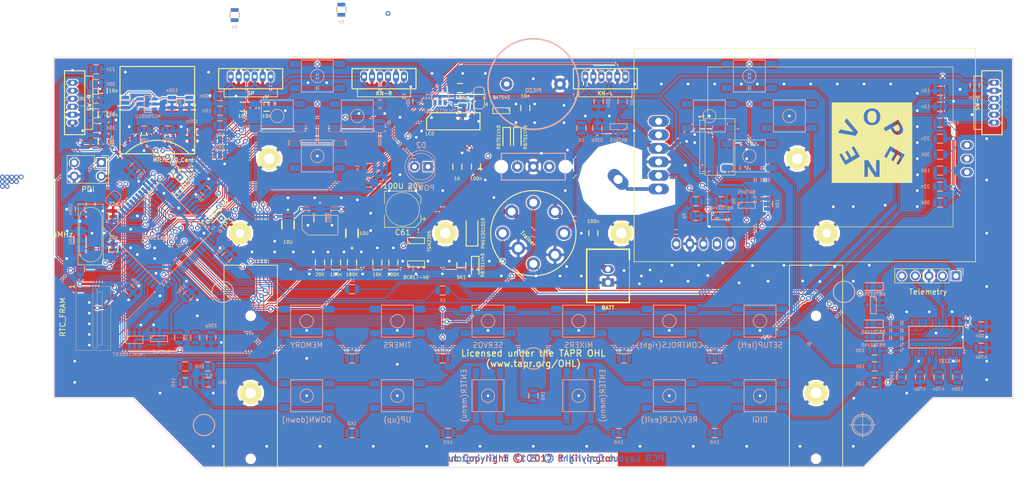
<source format=kicad_pcb>
(kicad_pcb (version 20171130) (host pcbnew 5.0.2-bee76a0~70~ubuntu14.04.1)
  (title_block (title "OpenTX XMEGA") (date 2016-1-1) (rev 1) (comment 1 "Copyright © 2017 R Kilvington (eclrpk @ leeds.ac.uk)"))
  (layers (0 F.Cu signal) (31 B.Cu signal) (36 B.SilkS user) (37 F.SilkS user) (38 B.Mask user hide) (39 F.Mask user hide) (44 Edge.Cuts user))
  (net 0 "")
  (net 1 BATT_CHG)
  (net 2 BATT_SW)
  (net 3 GND)
  (net 4 LCD_A0)
  (net 5 LCD_CS_P)
  (net 6 LCD_MOSI)
  (net 7 LCD_SCK_P)
  (net 8 MPX_RF_EN)
  (net 9 TELEM_BL_RX)
  (net 10 uSD_NSS)
  (net 11 PWR_HOLD)
  (net 12 +3V3)
  (net 13 "Net-(C49-Pad1)")
  (net 14 PWR_SW_STATUS)
  (net 15 "Net-(D8-Pad2)")
  (net 16 "Net-(D8-Pad1)")
  (net 17 Piezo_Speaker)
  (net 18 "Net-(Q1-Pad1)")
  (net 19 R_DIGI_CLK)
  (net 20 R_DIGI_DIR)
  (net 21 L_DIGI_CLK)
  (net 22 L_DIGI_DIR)
  (net 23 /open_xmega_misc/BATT_7V2)
  (net 24 /open_xmega_inputs/SW_R_DIGI_DIR)
  (net 25 /open_xmega_inputs/SW_R_DIGI_CLK)
  (net 26 /open_xmega_inputs/SW_L_DIGI_DIR)
  (net 27 /open_xmega_inputs/SW_L_DIGI_CLK)
  (net 28 /open_xmega_misc/MPX_ANT)
  (net 29 SW_R_2)
  (net 30 SW_R_1)
  (net 31 Slider_L)
  (net 32 R_Stick_V)
  (net 33 Slider_R)
  (net 34 R_Stick_H)
  (net 35 L_Stick_V)
  (net 36 L_Stick_H)
  (net 37 Vin_N)
  (net 38 SW_L_2)
  (net 39 SW_L_1)
  (net 40 XTAL1)
  (net 41 XTAL2)
  (net 42 Batt_Mon)
  (net 43 PDI_DATA)
  (net 44 RESET_N/PDI_CLK)
  (net 45 SCL-FRAM-RTC)
  (net 46 SDA-FRAM-RTC)
  (net 47 "Net-(SW1-Pad1)")
  (net 48 "Net-(SW5-Pad1)")
  (net 49 TRIM_COLUMN_C)
  (net 50 TRIM_COLUMN_D)
  (net 51 "Net-(C31-Pad1)")
  (net 52 "Net-(C31-Pad2)")
  (net 53 "Net-(C32-Pad1)")
  (net 54 "Net-(C32-Pad2)")
  (net 55 "Net-(C36-Pad1)")
  (net 56 "Net-(C39-Pad2)")
  (net 57 TRIM_COLUMN_A)
  (net 58 TRIM_COLUMN_B)
  (net 59 PWR_LED/BACKLIGHT)
  (net 60 "Net-(D13-Pad1)")
  (net 61 /open_xmega_misc/RS232_OUT)
  (net 62 /open_xmega_misc/RS232_IN)
  (net 63 "Net-(R6-Pad1)")
  (net 64 Trainer_Master_N)
  (net 65 CPPM_IN)
  (net 66 CPPM_OUT)
  (net 67 TRIM_ROW_A)
  (net 68 KEYBOARD)
  (net 69 "Net-(R7-Pad2)")
  (net 70 "Net-(R10-Pad1)")
  (net 71 "Net-(R10-Pad2)")
  (net 72 "Net-(R17-Pad2)")
  (net 73 "Net-(R18-Pad2)")
  (net 74 "Net-(R24-Pad2)")
  (net 75 "Net-(R28-Pad2)")
  (net 76 "Net-(R31-Pad2)")
  (net 77 "Net-(R32-Pad2)")
  (net 78 "Net-(R33-Pad2)")
  (net 79 "Net-(R34-Pad2)")
  (net 80 "Net-(R35-Pad2)")
  (net 81 TELEM_BL_TX)
  (net 82 "Net-(SW23-Pad3)")
  (net 83 "Net-(U9-Pad10)")
  (net 84 "Net-(U9-Pad7)")
  (net 85 "Net-(J2-Pad1)")
  (net 86 "Net-(J2-Pad8)")
  (net 87 "/open_xmega_misc/CPPM_IO_(MPX_SERIAL_O)")
  (net 88 "Net-(D2-Pad1)")
  (net 89 "Net-(P9-PadD3)")
  (net 90 "Net-(P9-PadD7)")
  (net 91 "Net-(P9-PadJ4)")
  (net 92 RF_SCK)
  (net 93 RF_RX)
  (net 94 RF_TX)
  (net 95 "Net-(D12-Pad1)")
  (net 96 "Net-(J2-Pad9)")
  (net 97 RF_CSN)
  (net 98 /open_xmega_misc/DTR)
  (net 99 /open_xmega_cpu/VOICE_TXD)
  (net 100 /open_xmega_cpu/VOICE_BUSY)
  (net 101 LCD_RESET_N)
  (net 102 "Net-(D14-Pad1)")
  (net 103 "Net-(P10-Pad5)")
  (net 104 AVCC)
  (net 105 uSD_MOSI)
  (net 106 uSD_SCK)
  (net 107 uSD_MISO)
  (net 108 "Net-(R20-Pad2)")
  (net 109 "Net-(C18-Pad2)")
  (net 110 "Net-(C26-Pad2)")
  (net 111 "Net-(D5-Pad3)")
  (net 112 /open_xmega_misc/JR_CPPM_TX)
  (net 113 /open_xmega_misc/RESET_P)
  (net 114 "Net-(P9-PadD10)")
  (net 115 "Net-(R21-Pad2)")
  (net 116 "Net-(JP1-Pad2)")
  (net 117 /open_xmega_cpu/AREFB)
  (module modules:TestPoint_THTPad_1.0x1.0mm_Drill0.5mm (layer F.Cu) (at 69.75 91 45)
    (fp_text reference TP2 (at 0 -1.448001 45) (layer F.SilkS))
    (fp_text value TestPoint (at 0 1.550001 45) (layer F.SilkS))
    (pad 1 thru_hole rect (at 0 0 45) (size 1 1) (drill 0.5) (layers *.Cu *.Mask) (net 99 /open_xmega_cpu/VOICE_TXD))
  )
  (module modules:TestPoint_THTPad_1.0x1.0mm_Drill0.5mm (layer F.Cu) (at 77.5 98.75 225)
    (fp_text reference TP3 (at 0 -1.448001 225) (layer F.SilkS))
    (fp_text value TestPoint (at 0 1.550001 225) (layer F.SilkS))
    (pad 1 thru_hole rect (at 0 0 225) (size 1 1) (drill 0.5) (layers *.Cu *.Mask) (net 100 /open_xmega_cpu/VOICE_BUSY))
  )
  (module modules:SM0805 (layer B.Cu) (at 54 70.75)
    (fp_text reference C22 hide)
    (fp_text value 22n (at 2.75 0) (layer B.SilkS) (effects (font (size 0.6 0.6) (thickness 0.1)) (justify mirror)))
    (pad 2 smd rect (at 0.949999 0) (size 0.7 1.5) (layers B.Cu B.Mask) (net 12 +3V3))
    (pad 1 smd rect (at -0.949999 0) (size 0.7 1.5) (layers B.Cu B.Mask) (net 19 R_DIGI_CLK))
  )
  (module modules:SM0805 (layer B.Cu) (at 212.25 80.75)
    (fp_text reference R27 hide)
    (fp_text value 10K (at 2.75 0) (layer B.SilkS) (effects (font (size 0.6 0.6) (thickness 0.1)) (justify mirror)))
    (pad 2 smd rect (at 0.949999 0) (size 0.7 1.5) (layers B.Cu B.Mask) (net 27 /open_xmega_inputs/SW_L_DIGI_CLK))
    (pad 1 smd rect (at -0.949999 0) (size 0.7 1.5) (layers B.Cu B.Mask) (net 12 +3V3))
  )
  (module modules:SM0805 (layer B.Cu) (at 180 96 270)
    (fp_text reference R37 hide)
    (fp_text value 10K (at 0 -1.8 270) (layer B.SilkS) (effects (font (size 0.6 0.6) (thickness 0.1)) (justify mirror)))
    (pad 2 smd rect (at 0.949999 0 270) (size 0.7 1.5) (layers B.Cu B.Mask) (net 97 RF_CSN))
    (pad 1 smd rect (at -0.949999 0 270) (size 0.7 1.5) (layers B.Cu B.Mask) (net 12 +3V3))
  )
  (module modules:CP_Elec_6.3x7.7 (layer F.Cu) (at 111.5 97 180)
    (fp_text reference C61 (at 0 -4.35 180) (layer F.SilkS))
    (fp_text value "100U 20V" (at 0 4.35 180) (layer F.SilkS))
    (pad 2 smd roundrect (at 2.7 0 180) (size 3.5 1.6) (layers F.Cu F.Paste F.Mask) (roundrect_rratio 0.15625) (net 3 GND))
    (pad 1 smd roundrect (at -2.7 0 180) (size 3.5 1.6) (layers F.Cu F.Paste F.Mask) (roundrect_rratio 0.15625) (net 2 BATT_SW))
  )
  (module modules:LED_D5.0mm_FlatTop (layer B.Cu) (at 116.25 89 180)
    (fp_text reference D2 (at 1.27 4.01 180) (layer B.SilkS) (effects (justify mirror)))
    (fp_text value POWER (at 1.27 -4.01 180) (layer B.SilkS) (effects (justify mirror)))
    (pad 2 thru_hole circle (at 2.54 0 180) (size 1.8 1.8) (drill 0.9) (layers *.Cu *.Mask) (net 59 PWR_LED/BACKLIGHT))
    (pad 1 thru_hole rect (at 0 0 180) (size 1.8 1.8) (drill 0.9) (layers *.Cu *.Mask) (net 88 "Net-(D2-Pad1)"))
  )
  (module modules:AVX_00-9159005551X06 (layer F.Cu) (at 53.5 117.5 90)
    (fp_text reference J4 hide)
    (fp_text value RTC_FRAM (at 0.25 -5.75 90) (layer F.SilkS))
    (fp_text user 1 (at 6 -4 90) (layer F.SilkS))
    (pad 2 smd rect (at 2 3.3 90) (size 1.1 2.3) (layers F.Cu F.Mask) (net 12 +3V3))
    (pad 3 smd rect (at 0 3.3 90) (size 1.1 2.3) (layers F.Cu F.Mask) (net 101 LCD_RESET_N))
    (pad 4 smd rect (at -2 3.3 90) (size 1.1 2.3) (layers F.Cu F.Mask) (net 46 SDA-FRAM-RTC))
    (pad 2 smd rect (at 2 -3.3 90) (size 1.1 2.3) (layers F.Cu F.Mask) (net 12 +3V3))
    (pad 3 smd rect (at 0 -3.3 90) (size 1.1 2.3) (layers F.Cu F.Mask) (net 101 LCD_RESET_N))
    (pad 4 smd rect (at -2 -3.3 90) (size 1.1 2.3) (layers F.Cu F.Mask) (net 46 SDA-FRAM-RTC))
    (pad 5 smd rect (at -4 -3.3 90) (size 1.1 2.3) (layers F.Cu F.Mask) (net 45 SCL-FRAM-RTC))
    (pad 5 smd rect (at -4 3.3 90) (size 1.1 2.3) (layers F.Cu F.Mask) (net 45 SCL-FRAM-RTC))
    (pad 1 smd rect (at 4 -3.3 90) (size 1.1 2.3) (layers F.Cu F.Mask) (net 3 GND))
    (pad 1 smd rect (at 4 3.3 90) (size 1.1 2.3) (layers F.Cu F.Mask) (net 3 GND))
  )
  (module modules:SOT-223 (layer F.Cu) (at 96 100 90)
    (fp_text reference U2 hide)
    (fp_text value NCP1117LPST33T3G hide)
    (pad 4 smd rect (at 3.15 0 90) (size 2 3.8) (layers F.Cu F.Mask) (net 12 +3V3))
    (pad 2 smd rect (at -3.15 0 90) (size 2 1.5) (layers F.Cu F.Mask) (net 12 +3V3))
    (pad 3 smd rect (at -3.15 2.3 90) (size 2 1.5) (layers F.Cu F.Mask) (net 2 BATT_SW))
    (pad 1 smd rect (at -3.15 -2.3 90) (size 2 1.5) (layers F.Cu F.Mask) (net 3 GND))
  )
  (module modules:Crystal_SMD_HC49-SD (layer F.Cu) (at 53 101.75 270)
    (fp_text reference X1 hide)
    (fp_text value 4MHz (at 0 5.25) (layer F.SilkS))
    (pad 1 smd rect (at -4.25 0 270) (size 4.5 1.5) (layers F.Cu F.Mask) (net 40 XTAL1))
    (pad 2 smd rect (at 4.25 0 270) (size 4.5 1.5) (layers F.Cu F.Mask) (net 41 XTAL2))
  )
  (module modules:RF_MODULE (layer F.Cu) (at 159.5 80.5)
    (fp_text reference P9 hide)
    (fp_text value MPX-JR-DEVO-RF hide)
    (fp_text user 1 (at 8 -0.95 270) (layer F.SilkS))
    (pad D1 smd rect (at 8.9 0.8 270) (size 1 2.2) (layers F.Cu F.Mask) (net 2 BATT_SW))
    (pad D2 smd rect (at 14.1 0.8 270) (size 1 2.2) (layers F.Cu F.Mask) (net 97 RF_CSN))
    (pad D3 smd rect (at 8.9 2.8 270) (size 1 2.2) (layers F.Cu F.Mask) (net 89 "Net-(P9-PadD3)"))
    (pad D4 smd rect (at 14.1 2.8 270) (size 1 2.2) (layers F.Cu F.Mask) (net 92 RF_SCK))
    (pad D6 smd rect (at 14.1 4.8 270) (size 1 2.2) (layers F.Cu F.Mask) (net 3 GND))
    (pad D8 smd rect (at 14.1 6.8 270) (size 1 2.2) (layers F.Cu F.Mask) (net 94 RF_TX))
    (pad D5 smd rect (at 8.9 4.8 270) (size 1 2.2) (layers F.Cu F.Mask) (net 3 GND))
    (pad D7 smd rect (at 8.9 6.8 270) (size 1 2.2) (layers F.Cu F.Mask) (net 90 "Net-(P9-PadD7)"))
    (pad D9 smd rect (at 8.9 8.8 270) (size 1 2.2) (layers F.Cu F.Mask) (net 113 /open_xmega_misc/RESET_P))
    (pad D10 smd rect (at 14.1 8.8 270) (size 1 2.2) (layers F.Cu F.Mask) (net 114 "Net-(P9-PadD10)"))
    (pad M1 thru_hole oval (at 0 0) (size 3.8 2) (drill 1.3) (layers *.Cu *.Mask) (net 94 RF_TX))
    (pad M2 thru_hole oval (at 0 2.54) (size 3.8 2) (drill 1.3) (layers *.Cu *.Mask) (net 8 MPX_RF_EN))
    (pad M3 thru_hole oval (at 0 5.08) (size 3.8 2) (drill 1.3) (layers *.Cu *.Mask) (net 2 BATT_SW))
    (pad M4 thru_hole oval (at 0 7.62) (size 3.8 2) (drill 1.3) (layers *.Cu *.Mask) (net 3 GND))
    (pad M5 thru_hole oval (at 0 10.16) (size 3.8 2) (drill 1.3) (layers *.Cu *.Mask) (net 114 "Net-(P9-PadD10)"))
    (pad M6 thru_hole oval (at 0 12.7) (size 3.8 2) (drill 1.3) (layers *.Cu *.Mask) (net 28 /open_xmega_misc/MPX_ANT))
    (pad S1 thru_hole oval (at 57.8 4.46) (size 2.2 1.524) (drill 1) (layers *.Cu *.Mask))
    (pad S2 thru_hole oval (at 57.8 7) (size 2.2 1.524) (drill 1) (layers *.Cu *.Mask))
    (pad S3 thru_hole oval (at 57.8 9.54) (size 2.2 1.524) (drill 1) (layers *.Cu *.Mask))
    (pad J1 thru_hole oval (at 3.3 23) (size 1.524 2.2) (drill 1) (layers *.Cu *.Mask) (net 114 "Net-(P9-PadD10)"))
    (pad J2 thru_hole oval (at 5.84 23) (size 1.524 2.2) (drill 1) (layers *.Cu *.Mask) (net 3 GND))
    (pad J3 thru_hole oval (at 8.38 23) (size 1.524 2.2) (drill 1) (layers *.Cu *.Mask) (net 2 BATT_SW))
    (pad J4 thru_hole oval (at 10.92 23) (size 1.524 2.2) (drill 1) (layers *.Cu *.Mask) (net 91 "Net-(P9-PadJ4)"))
    (pad J5 thru_hole oval (at 13.46 23) (size 1.524 2.2) (drill 1) (layers *.Cu *.Mask) (net 112 /open_xmega_misc/JR_CPPM_TX))
  )
  (module modules:SM0805 (layer B.Cu) (at 78.5 106 45)
    (fp_text reference C17 hide)
    (fp_text value 100n (at 0 -1.8 45) (layer B.SilkS) (effects (font (size 0.6 0.6) (thickness 0.1)) (justify mirror)))
    (pad 2 smd rect (at 0.949999 0 45) (size 0.7 1.5) (layers B.Cu B.Mask) (net 3 GND))
    (pad 1 smd rect (at -0.949999 0 45) (size 0.7 1.5) (layers B.Cu B.Mask) (net 12 +3V3))
  )
  (module modules:SM0805 (layer B.Cu) (at 71.25 113.25 45)
    (fp_text reference C5 hide)
    (fp_text value 100n (at 0 -1.8 45) (layer B.SilkS) (effects (font (size 0.6 0.6) (thickness 0.1)) (justify mirror)))
    (pad 2 smd rect (at 0.949999 0 45) (size 0.7 1.5) (layers B.Cu B.Mask) (net 3 GND))
    (pad 1 smd rect (at -0.949999 0 45) (size 0.7 1.5) (layers B.Cu B.Mask) (net 12 +3V3))
  )
  (module modules:SM0805 (layer F.Cu) (at 122.5 107.5 270)
    (fp_text reference R63 hide)
    (fp_text value 5K1 (at 2.25 0) (layer F.SilkS) (effects (font (size 0.6 0.6) (thickness 0.1))))
    (pad 2 smd rect (at 0.949999 0 270) (size 0.7 1.5) (layers F.Cu F.Mask) (net 15 "Net-(D8-Pad2)"))
    (pad 1 smd rect (at -0.949999 0 270) (size 0.7 1.5) (layers F.Cu F.Mask) (net 23 /open_xmega_misc/BATT_7V2))
  )
  (module modules:SM0805 (layer F.Cu) (at 55.25 84.25 90)
    (fp_text reference C27 hide)
    (fp_text value 100n (at 0 1.75 270) (layer F.SilkS) (effects (font (size 0.6 0.6) (thickness 0.1))))
    (pad 2 smd rect (at 0.949999 0 90) (size 0.7 1.5) (layers F.Cu F.Mask) (net 3 GND))
    (pad 1 smd rect (at -0.949999 0 90) (size 0.7 1.5) (layers F.Cu F.Mask) (net 12 +3V3))
  )
  (module modules:SM0805 (layer B.Cu) (at 77.25 75.75 180)
    (fp_text reference C30 hide)
    (fp_text value 100n (at 2.75 0) (layer B.SilkS) (effects (font (size 0.6 0.6) (thickness 0.1)) (justify mirror)))
    (pad 2 smd rect (at 0.949999 0 180) (size 0.7 1.5) (layers B.Cu B.Mask) (net 3 GND))
    (pad 1 smd rect (at -0.949999 0 180) (size 0.7 1.5) (layers B.Cu B.Mask) (net 12 +3V3))
  )
  (module modules:SM0805 (layer B.Cu) (at 114.25 76.75 270)
    (fp_text reference C38 hide)
    (fp_text value 100n (at 0 1.75 270) (layer B.SilkS) (effects (font (size 0.6 0.6) (thickness 0.1)) (justify mirror)))
    (pad 2 smd rect (at 0.949999 0 270) (size 0.7 1.5) (layers B.Cu B.Mask) (net 3 GND))
    (pad 1 smd rect (at -0.949999 0 270) (size 0.7 1.5) (layers B.Cu B.Mask) (net 12 +3V3))
  )
  (module modules:SM0805 (layer B.Cu) (at 218.75 73.75 270)
    (fp_text reference C45 hide)
    (fp_text value 100n (at 2.25 0) (layer B.SilkS) (effects (font (size 0.6 0.6) (thickness 0.1)) (justify mirror)))
    (pad 2 smd rect (at 0.949999 0 270) (size 0.7 1.5) (layers B.Cu B.Mask) (net 3 GND))
    (pad 1 smd rect (at -0.949999 0 270) (size 0.7 1.5) (layers B.Cu B.Mask) (net 12 +3V3))
  )
  (module modules:SM0805 (layer F.Cu) (at 147.25 101.5 90)
    (fp_text reference C48 hide)
    (fp_text value 100n (at 2.25 0 180) (layer F.SilkS) (effects (font (size 0.6 0.6) (thickness 0.1))))
    (pad 2 smd rect (at 0.949999 0 90) (size 0.7 1.5) (layers F.Cu F.Mask) (net 3 GND))
    (pad 1 smd rect (at -0.949999 0 90) (size 0.7 1.5) (layers F.Cu F.Mask) (net 1 BATT_CHG))
  )
  (module modules:SM0805 (layer F.Cu) (at 55.25 74.75 90)
    (fp_text reference C3 hide)
    (fp_text value 10n (at 0 2) (layer F.SilkS) (effects (font (size 0.6 0.6) (thickness 0.1))))
    (pad 2 smd rect (at 0.949999 0 90) (size 0.7 1.5) (layers F.Cu F.Mask) (net 3 GND))
    (pad 1 smd rect (at -0.949999 0 90) (size 0.7 1.5) (layers F.Cu F.Mask) (net 29 SW_R_2))
  )
  (module modules:SM0805 (layer F.Cu) (at 55.25 79.25 270)
    (fp_text reference C6 hide)
    (fp_text value 10n (at 0 -2) (layer F.SilkS) (effects (font (size 0.6 0.6) (thickness 0.1))))
    (pad 2 smd rect (at 0.949999 0 270) (size 0.7 1.5) (layers F.Cu F.Mask) (net 3 GND))
    (pad 1 smd rect (at -0.949999 0 270) (size 0.7 1.5) (layers F.Cu F.Mask) (net 30 SW_R_1))
  )
  (module modules:SM0805 (layer F.Cu) (at 86 77.75)
    (fp_text reference C9 hide)
    (fp_text value 10n (at 0 1.75) (layer F.SilkS) (effects (font (size 0.6 0.6) (thickness 0.1))))
    (pad 2 smd rect (at 0.949999 0) (size 0.7 1.5) (layers F.Cu F.Mask) (net 3 GND))
    (pad 1 smd rect (at -0.949999 0) (size 0.7 1.5) (layers F.Cu F.Mask) (net 31 Slider_L))
  )
  (module modules:SM0805 (layer B.Cu) (at 77.25 81.25 180)
    (fp_text reference C10 hide)
    (fp_text value 10n (at 0 -1.75 180) (layer B.SilkS) (effects (font (size 0.6 0.6) (thickness 0.1)) (justify mirror)))
    (pad 2 smd rect (at 0.949999 0 180) (size 0.7 1.5) (layers B.Cu B.Mask) (net 37 Vin_N))
    (pad 1 smd rect (at -0.949999 0 180) (size 0.7 1.5) (layers B.Cu B.Mask) (net 32 R_Stick_V))
  )
  (module modules:SM0805 (layer F.Cu) (at 81.5 77.75 180)
    (fp_text reference C11 hide)
    (fp_text value 10n (at 0 -1.75 180) (layer F.SilkS) (effects (font (size 0.6 0.6) (thickness 0.1))))
    (pad 2 smd rect (at 0.949999 0 180) (size 0.7 1.5) (layers F.Cu F.Mask) (net 3 GND))
    (pad 1 smd rect (at -0.949999 0 180) (size 0.7 1.5) (layers F.Cu F.Mask) (net 33 Slider_R))
  )
  (module modules:SM0805 (layer B.Cu) (at 77.25 78.5 180)
    (fp_text reference C12 hide)
    (fp_text value 10n (at 2.5 0 180) (layer B.SilkS) (effects (font (size 0.6 0.6) (thickness 0.1)) (justify mirror)))
    (pad 2 smd rect (at 0.949999 0 180) (size 0.7 1.5) (layers B.Cu B.Mask) (net 37 Vin_N))
    (pad 1 smd rect (at -0.949999 0 180) (size 0.7 1.5) (layers B.Cu B.Mask) (net 34 R_Stick_H))
  )
  (module modules:SM0805 (layer B.Cu) (at 77.25 84 180)
    (fp_text reference C13 hide)
    (fp_text value 10n (at 0 -1.75 180) (layer B.SilkS) (effects (font (size 0.6 0.6) (thickness 0.1)) (justify mirror)))
    (pad 2 smd rect (at 0.949999 0 180) (size 0.7 1.5) (layers B.Cu B.Mask) (net 37 Vin_N))
    (pad 1 smd rect (at -0.949999 0 180) (size 0.7 1.5) (layers B.Cu B.Mask) (net 35 L_Stick_V))
  )
  (module modules:SM0805 (layer B.Cu) (at 77.25 86.75 180)
    (fp_text reference C14 hide)
    (fp_text value 10n (at 0 1.75 180) (layer B.SilkS) (effects (font (size 0.6 0.6) (thickness 0.1)) (justify mirror)))
    (pad 2 smd rect (at 0.949999 0 180) (size 0.7 1.5) (layers B.Cu B.Mask) (net 37 Vin_N))
    (pad 1 smd rect (at -0.949999 0 180) (size 0.7 1.5) (layers B.Cu B.Mask) (net 36 L_Stick_H))
  )
  (module modules:SM0805 (layer B.Cu) (at 212.25 77.75 180)
    (fp_text reference C20 hide)
    (fp_text value 10n (at 2.75 0 180) (layer B.SilkS) (effects (font (size 0.6 0.6) (thickness 0.1)) (justify mirror)))
    (pad 2 smd rect (at 0.949999 0 180) (size 0.7 1.5) (layers B.Cu B.Mask) (net 3 GND))
    (pad 1 smd rect (at -0.949999 0 180) (size 0.7 1.5) (layers B.Cu B.Mask) (net 38 SW_L_2))
  )
  (module modules:SM0805 (layer B.Cu) (at 212.25 74.75 180)
    (fp_text reference C21 hide)
    (fp_text value 10n (at 2.75 0 180) (layer B.SilkS) (effects (font (size 0.6 0.6) (thickness 0.1)) (justify mirror)))
    (pad 2 smd rect (at 0.949999 0 180) (size 0.7 1.5) (layers B.Cu B.Mask) (net 3 GND))
    (pad 1 smd rect (at -0.949999 0 180) (size 0.7 1.5) (layers B.Cu B.Mask) (net 39 SW_L_1))
  )
  (module modules:SM0805 (layer B.Cu) (at 54 84.5 180)
    (fp_text reference C23 hide)
    (fp_text value 22n (at -2.75 0 180) (layer B.SilkS) (effects (font (size 0.6 0.6) (thickness 0.1)) (justify mirror)))
    (pad 2 smd rect (at 0.949999 0 180) (size 0.7 1.5) (layers B.Cu B.Mask) (net 12 +3V3))
    (pad 1 smd rect (at -0.949999 0 180) (size 0.7 1.5) (layers B.Cu B.Mask) (net 20 R_DIGI_DIR))
  )
  (module modules:SM0805 (layer B.Cu) (at 212.25 83.75)
    (fp_text reference C24 hide)
    (fp_text value 22n (at -2.75 0) (layer B.SilkS) (effects (font (size 0.6 0.6) (thickness 0.1)) (justify mirror)))
    (pad 2 smd rect (at 0.949999 0) (size 0.7 1.5) (layers B.Cu B.Mask) (net 12 +3V3))
    (pad 1 smd rect (at -0.949999 0) (size 0.7 1.5) (layers B.Cu B.Mask) (net 21 L_DIGI_CLK))
  )
  (module modules:SM0805 (layer B.Cu) (at 212.25 92.75)
    (fp_text reference C25 hide)
    (fp_text value 22n (at -2.75 0) (layer B.SilkS) (effects (font (size 0.6 0.6) (thickness 0.1)) (justify mirror)))
    (pad 2 smd rect (at 0.949999 0) (size 0.7 1.5) (layers B.Cu B.Mask) (net 12 +3V3))
    (pad 1 smd rect (at -0.949999 0) (size 0.7 1.5) (layers B.Cu B.Mask) (net 22 L_DIGI_DIR))
  )
  (module modules:SM0805 (layer B.Cu) (at 200 126.5 180)
    (fp_text reference R7 hide)
    (fp_text value 10K (at 2.75 0 180) (layer B.SilkS) (effects (font (size 0.6 0.6) (thickness 0.1)) (justify mirror)))
    (pad 2 smd rect (at 0.949999 0 180) (size 0.7 1.5) (layers B.Cu B.Mask) (net 69 "Net-(R7-Pad2)"))
    (pad 1 smd rect (at -0.949999 0 180) (size 0.7 1.5) (layers B.Cu B.Mask) (net 12 +3V3))
  )
  (module modules:SM0805 (layer B.Cu) (at 170 125 180)
    (fp_text reference R9 hide)
    (fp_text value 1K0 (at 0 1.75 180) (layer B.SilkS) (effects (font (size 0.6 0.6) (thickness 0.1)) (justify mirror)))
    (pad 2 smd rect (at 0.949999 0 180) (size 0.7 1.5) (layers B.Cu B.Mask) (net 70 "Net-(R10-Pad1)"))
    (pad 1 smd rect (at -0.949999 0 180) (size 0.7 1.5) (layers B.Cu B.Mask) (net 69 "Net-(R7-Pad2)"))
  )
  (module modules:SM0805 (layer B.Cu) (at 153 125 180)
    (fp_text reference R10 hide)
    (fp_text value 1K0 (at 0 1.75 180) (layer B.SilkS) (effects (font (size 0.6 0.6) (thickness 0.1)) (justify mirror)))
    (pad 2 smd rect (at 0.949999 0 180) (size 0.7 1.5) (layers B.Cu B.Mask) (net 71 "Net-(R10-Pad2)"))
    (pad 1 smd rect (at -0.949999 0 180) (size 0.7 1.5) (layers B.Cu B.Mask) (net 70 "Net-(R10-Pad1)"))
  )
  (module modules:SM0805 (layer B.Cu) (at 136 132 270)
    (fp_text reference R17 hide)
    (fp_text value 1K0 (at 0 -1.8 270) (layer B.SilkS) (effects (font (size 0.6 0.6) (thickness 0.1)) (justify mirror)))
    (pad 2 smd rect (at 0.949999 0 270) (size 0.7 1.5) (layers B.Cu B.Mask) (net 72 "Net-(R17-Pad2)"))
    (pad 1 smd rect (at -0.949999 0 270) (size 0.7 1.5) (layers B.Cu B.Mask) (net 71 "Net-(R10-Pad2)"))
  )
  (module modules:SM0805 (layer B.Cu) (at 119 125 180)
    (fp_text reference R18 hide)
    (fp_text value 1K0 (at 0 1.75 180) (layer B.SilkS) (effects (font (size 0.6 0.6) (thickness 0.1)) (justify mirror)))
    (pad 2 smd rect (at 0.949999 0 180) (size 0.7 1.5) (layers B.Cu B.Mask) (net 73 "Net-(R18-Pad2)"))
    (pad 1 smd rect (at -0.949999 0 180) (size 0.7 1.5) (layers B.Cu B.Mask) (net 72 "Net-(R17-Pad2)"))
  )
  (module modules:SM0805 (layer B.Cu) (at 102 125 180)
    (fp_text reference R24 hide)
    (fp_text value 1K0 (at 0 1.75 180) (layer B.SilkS) (effects (font (size 0.6 0.6) (thickness 0.1)) (justify mirror)))
    (pad 2 smd rect (at 0.949999 0 180) (size 0.7 1.5) (layers B.Cu B.Mask) (net 74 "Net-(R24-Pad2)"))
    (pad 1 smd rect (at -0.949999 0 180) (size 0.7 1.5) (layers B.Cu B.Mask) (net 73 "Net-(R18-Pad2)"))
  )
  (module modules:SM0805 (layer B.Cu) (at 70.75 126.5)
    (fp_text reference R26 hide)
    (fp_text value 1K0 (at 2.7 0) (layer B.SilkS) (effects (font (size 0.6 0.6) (thickness 0.1)) (justify mirror)))
    (pad 2 smd rect (at 0.949999 0) (size 0.7 1.5) (layers B.Cu B.Mask) (net 108 "Net-(R20-Pad2)"))
    (pad 1 smd rect (at -0.949999 0) (size 0.7 1.5) (layers B.Cu B.Mask) (net 74 "Net-(R24-Pad2)"))
  )
  (module modules:SM0805 (layer B.Cu) (at 70.75 129.5)
    (fp_text reference R28 hide)
    (fp_text value 1K0 (at -2.25 0 90) (layer B.SilkS) (effects (font (size 0.6 0.6) (thickness 0.1)) (justify mirror)))
    (pad 2 smd rect (at 0.949999 0) (size 0.7 1.5) (layers B.Cu B.Mask) (net 75 "Net-(R28-Pad2)"))
    (pad 1 smd rect (at -0.949999 0) (size 0.7 1.5) (layers B.Cu B.Mask) (net 108 "Net-(R20-Pad2)"))
  )
  (module modules:SM0805 (layer B.Cu) (at 102 139)
    (fp_text reference R31 hide)
    (fp_text value 1K0 (at 0 -1.8) (layer B.SilkS) (effects (font (size 0.6 0.6) (thickness 0.1)) (justify mirror)))
    (pad 2 smd rect (at 0.949999 0) (size 0.7 1.5) (layers B.Cu B.Mask) (net 76 "Net-(R31-Pad2)"))
    (pad 1 smd rect (at -0.949999 0) (size 0.7 1.5) (layers B.Cu B.Mask) (net 75 "Net-(R28-Pad2)"))
  )
  (module modules:SM0805 (layer B.Cu) (at 120 139)
    (fp_text reference R32 hide)
    (fp_text value 1K0 (at 0 1.75) (layer B.SilkS) (effects (font (size 0.6 0.6) (thickness 0.1)) (justify mirror)))
    (pad 2 smd rect (at 0.949999 0) (size 0.7 1.5) (layers B.Cu B.Mask) (net 77 "Net-(R32-Pad2)"))
    (pad 1 smd rect (at -0.949999 0) (size 0.7 1.5) (layers B.Cu B.Mask) (net 76 "Net-(R31-Pad2)"))
  )
  (module modules:SM0805 (layer B.Cu) (at 152 139)
    (fp_text reference R33 hide)
    (fp_text value 1K0 (at 0 1.75) (layer B.SilkS) (effects (font (size 0.6 0.6) (thickness 0.1)) (justify mirror)))
    (pad 2 smd rect (at 0.949999 0) (size 0.7 1.5) (layers B.Cu B.Mask) (net 78 "Net-(R33-Pad2)"))
    (pad 1 smd rect (at -0.949999 0) (size 0.7 1.5) (layers B.Cu B.Mask) (net 77 "Net-(R32-Pad2)"))
  )
  (module modules:SM0805 (layer B.Cu) (at 170 139)
    (fp_text reference R34 hide)
    (fp_text value 1K0 (at 0 1.75) (layer B.SilkS) (effects (font (size 0.6 0.6) (thickness 0.1)) (justify mirror)))
    (pad 2 smd rect (at 0.949999 0) (size 0.7 1.5) (layers B.Cu B.Mask) (net 79 "Net-(R34-Pad2)"))
    (pad 1 smd rect (at -0.949999 0) (size 0.7 1.5) (layers B.Cu B.Mask) (net 78 "Net-(R33-Pad2)"))
  )
  (module modules:SM0805 (layer B.Cu) (at 102 112 180)
    (fp_text reference R35 hide)
    (fp_text value 1K (at 0 1.75 180) (layer B.SilkS) (effects (font (size 0.6 0.6) (thickness 0.1)) (justify mirror)))
    (pad 2 smd rect (at 0.949999 0 180) (size 0.7 1.5) (layers B.Cu B.Mask) (net 80 "Net-(R35-Pad2)"))
    (pad 1 smd rect (at -0.949999 0 180) (size 0.7 1.5) (layers B.Cu B.Mask) (net 92 RF_SCK))
  )
  (module modules:SM0805 (layer B.Cu) (at 200 129.5)
    (fp_text reference R36 hide)
    (fp_text value 10K (at -2.75 0.25) (layer B.SilkS) (effects (font (size 0.6 0.6) (thickness 0.1)) (justify mirror)))
    (pad 2 smd rect (at 0.949999 0) (size 0.7 1.5) (layers B.Cu B.Mask) (net 3 GND))
    (pad 1 smd rect (at -0.949999 0) (size 0.7 1.5) (layers B.Cu B.Mask) (net 79 "Net-(R34-Pad2)"))
  )
  (module modules:SM0805 (layer B.Cu) (at 74.5 93.5 315)
    (fp_text reference C1 hide)
    (fp_text value 100n (at 0 1.767767 315) (layer B.SilkS) (effects (font (size 0.6 0.6) (thickness 0.1)) (justify mirror)))
    (pad 2 smd rect (at 0.949999 0 315) (size 0.7 1.5) (layers B.Cu B.Mask) (net 12 +3V3))
    (pad 1 smd rect (at -0.949999 0 315) (size 0.7 1.5) (layers B.Cu B.Mask) (net 3 GND))
  )
  (module modules:SM0805 (layer B.Cu) (at 60.25 112 315)
    (fp_text reference C2 hide)
    (fp_text value 100n (at 0 -1.8 315) (layer B.SilkS) (effects (font (size 0.6 0.6) (thickness 0.1)) (justify mirror)))
    (pad 2 smd rect (at 0.949999 0 315) (size 0.7 1.5) (layers B.Cu B.Mask) (net 3 GND))
    (pad 1 smd rect (at -0.949999 0 315) (size 0.7 1.5) (layers B.Cu B.Mask) (net 12 +3V3))
  )
  (module modules:SM0805 (layer B.Cu) (at 61.25 89.25 225)
    (fp_text reference C53 hide)
    (fp_text value 100n (at 0 -1.767767 225) (layer B.SilkS) (effects (font (size 0.6 0.6) (thickness 0.1)) (justify mirror)))
    (pad 2 smd rect (at 0.949999 0 225) (size 0.7 1.5) (layers B.Cu B.Mask) (net 3 GND))
    (pad 1 smd rect (at -0.949999 0 225) (size 0.7 1.5) (layers B.Cu B.Mask) (net 12 +3V3))
  )
  (module modules:SM0805 (layer B.Cu) (at 67.5 82.25 180)
    (fp_text reference C55 hide)
    (fp_text value 100n (at 0 -1.75 180) (layer B.SilkS) (effects (font (size 0.6 0.6) (thickness 0.1)) (justify mirror)))
    (pad 2 smd rect (at 0.949999 0 180) (size 0.7 1.5) (layers B.Cu B.Mask) (net 12 +3V3))
    (pad 1 smd rect (at -0.949999 0 180) (size 0.7 1.5) (layers B.Cu B.Mask) (net 3 GND))
  )
  (module modules:SM0805 (layer B.Cu) (at 63 82.25 180)
    (fp_text reference R4 hide)
    (fp_text value 10K (at 0 -1.75 180) (layer B.SilkS) (effects (font (size 0.6 0.6) (thickness 0.1)) (justify mirror)))
    (pad 2 smd rect (at 0.949999 0 180) (size 0.7 1.5) (layers B.Cu B.Mask) (net 10 uSD_NSS))
    (pad 1 smd rect (at -0.949999 0 180) (size 0.7 1.5) (layers B.Cu B.Mask) (net 12 +3V3))
  )
  (module modules:SM0805 (layer B.Cu) (at 105.25 92 180)
    (fp_text reference C7 hide)
    (fp_text value 1n (at -2.25 0 270) (layer B.SilkS) (effects (font (size 0.6 0.6) (thickness 0.1)) (justify mirror)))
    (pad 2 smd rect (at 0.949999 0 180) (size 0.7 1.5) (layers B.Cu B.Mask) (net 3 GND))
    (pad 1 smd rect (at -0.949999 0 180) (size 0.7 1.5) (layers B.Cu B.Mask) (net 49 TRIM_COLUMN_C))
  )
  (module modules:SM0805 (layer B.Cu) (at 100 59.550001 90)
    (fp_text reference C19 hide)
    (fp_text value 1n (at -2.25 0 180) (layer B.SilkS) (effects (font (size 0.6 0.6) (thickness 0.1)) (justify mirror)))
    (pad 2 smd rect (at 0.949999 0 90) (size 0.7 1.5) (layers B.Cu B.Mask) (net 3 GND))
    (pad 1 smd rect (at -0.949999 0 90) (size 0.7 1.5) (layers B.Cu B.Mask) (net 50 TRIM_COLUMN_D))
  )
  (module modules:SM0805 (layer B.Cu) (at 80 60.550001 90)
    (fp_text reference C57 hide)
    (fp_text value 1n (at -2.25 0 180) (layer B.SilkS) (effects (font (size 0.6 0.6) (thickness 0.1)) (justify mirror)))
    (pad 2 smd rect (at 0.949999 0 90) (size 0.7 1.5) (layers B.Cu B.Mask) (net 3 GND))
    (pad 1 smd rect (at -0.949999 0 90) (size 0.7 1.5) (layers B.Cu B.Mask) (net 57 TRIM_COLUMN_A))
  )
  (module modules:SM0805 (layer B.Cu) (at 105.25 89.25)
    (fp_text reference C58 hide)
    (fp_text value 1n (at -2.25 0 90) (layer B.SilkS) (effects (font (size 0.6 0.6) (thickness 0.1)) (justify mirror)))
    (pad 2 smd rect (at 0.949999 0) (size 0.7 1.5) (layers B.Cu B.Mask) (net 3 GND))
    (pad 1 smd rect (at -0.949999 0) (size 0.7 1.5) (layers B.Cu B.Mask) (net 58 TRIM_COLUMN_B))
  )
  (module modules:SM0805 (layer B.Cu) (at 220 123)
    (fp_text reference C36 hide)
    (fp_text value 470n (at 0 1.75) (layer B.SilkS) (effects (font (size 0.6 0.6) (thickness 0.1)) (justify mirror)))
    (pad 2 smd rect (at 0.949999 0) (size 0.7 1.5) (layers B.Cu B.Mask) (net 3 GND))
    (pad 1 smd rect (at -0.949999 0) (size 0.7 1.5) (layers B.Cu B.Mask) (net 55 "Net-(C36-Pad1)"))
  )
  (module modules:SM0805 (layer B.Cu) (at 208.5 128.5 90)
    (fp_text reference C39 hide)
    (fp_text value 470n (at -2.25 0) (layer B.SilkS) (effects (font (size 0.6 0.6) (thickness 0.1)) (justify mirror)))
    (pad 2 smd rect (at 0.949999 0 90) (size 0.7 1.5) (layers B.Cu B.Mask) (net 56 "Net-(C39-Pad2)"))
    (pad 1 smd rect (at -0.949999 0 90) (size 0.7 1.5) (layers B.Cu B.Mask) (net 3 GND))
  )
  (module modules:SM0805 (layer B.Cu) (at 220 119)
    (fp_text reference C46 hide)
    (fp_text value 100n (at 0 1.75) (layer B.SilkS) (effects (font (size 0.6 0.6) (thickness 0.1)) (justify mirror)))
    (pad 2 smd rect (at 0.949999 0) (size 0.7 1.5) (layers B.Cu B.Mask) (net 3 GND))
    (pad 1 smd rect (at -0.949999 0) (size 0.7 1.5) (layers B.Cu B.Mask) (net 12 +3V3))
  )
  (module modules:SM0805 (layer B.Cu) (at 215.5 128.5 270)
    (fp_text reference C31 hide)
    (fp_text value 100n (at 2.25 0) (layer B.SilkS) (effects (font (size 0.6 0.6) (thickness 0.1)) (justify mirror)))
    (pad 2 smd rect (at 0.949999 0 270) (size 0.7 1.5) (layers B.Cu B.Mask) (net 52 "Net-(C31-Pad2)"))
    (pad 1 smd rect (at -0.949999 0 270) (size 0.7 1.5) (layers B.Cu B.Mask) (net 51 "Net-(C31-Pad1)"))
  )
  (module modules:SM0805 (layer B.Cu) (at 212 128.5 270)
    (fp_text reference C32 hide)
    (fp_text value 470n (at 2.25 0) (layer B.SilkS) (effects (font (size 0.6 0.6) (thickness 0.1)) (justify mirror)))
    (pad 2 smd rect (at 0.949999 0 270) (size 0.7 1.5) (layers B.Cu B.Mask) (net 54 "Net-(C32-Pad2)"))
    (pad 1 smd rect (at -0.949999 0 270) (size 0.7 1.5) (layers B.Cu B.Mask) (net 53 "Net-(C32-Pad1)"))
  )
  (module modules:SM0805 (layer F.Cu) (at 122.25 74.25)
    (fp_text reference R8 hide)
    (fp_text value 10K (at 0 1.8) (layer F.SilkS) (effects (font (size 0.6 0.6) (thickness 0.1))))
    (pad 2 smd rect (at 0.949999 0) (size 0.7 1.5) (layers F.Cu F.Mask) (net 116 "Net-(JP1-Pad2)"))
    (pad 1 smd rect (at -0.949999 0) (size 0.7 1.5) (layers F.Cu F.Mask) (net 5 LCD_CS_P))
  )
  (module modules:SM0805 (layer F.Cu) (at 125.25 89 270)
    (fp_text reference C52 hide)
    (fp_text value 100n (at 2.25 0) (layer F.SilkS) (effects (font (size 0.6 0.6) (thickness 0.1))))
    (pad 2 smd rect (at 0.949999 0 270) (size 0.7 1.5) (layers F.Cu F.Mask) (net 3 GND))
    (pad 1 smd rect (at -0.949999 0 270) (size 0.7 1.5) (layers F.Cu F.Mask) (net 12 +3V3))
  )
  (module modules:SM0805 (layer F.Cu) (at 121.75 89 90)
    (fp_text reference R5 hide)
    (fp_text value 1K (at -2.25 0 180) (layer F.SilkS) (effects (font (size 0.6 0.6) (thickness 0.1))))
    (pad 2 smd rect (at 0.949999 0 90) (size 0.7 1.5) (layers F.Cu F.Mask) (net 3 GND))
    (pad 1 smd rect (at -0.949999 0 90) (size 0.7 1.5) (layers F.Cu F.Mask) (net 88 "Net-(D2-Pad1)"))
  )
  (module modules:SM0805 (layer B.Cu) (at 72 82.75 90)
    (fp_text reference C15 hide)
    (fp_text value 100n (at 2.25 0 -180) (layer B.SilkS) (effects (font (size 0.6 0.6) (thickness 0.1)) (justify mirror)))
    (pad 2 smd rect (at 0.949999 0 90) (size 0.7 1.5) (layers B.Cu B.Mask) (net 37 Vin_N))
    (pad 1 smd rect (at -0.949999 0 90) (size 0.7 1.5) (layers B.Cu B.Mask) (net 3 GND))
  )
  (module modules:SM0805 (layer B.Cu) (at 75 129.5 180)
    (fp_text reference C16 hide)
    (fp_text value 10n (at -2.7 0 180) (layer B.SilkS) (effects (font (size 0.6 0.6) (thickness 0.1)) (justify mirror)))
    (pad 2 smd rect (at 0.949999 0 180) (size 0.7 1.5) (layers B.Cu B.Mask) (net 3 GND))
    (pad 1 smd rect (at -0.949999 0 180) (size 0.7 1.5) (layers B.Cu B.Mask) (net 68 KEYBOARD))
  )
  (module modules:SM0805 (layer B.Cu) (at 68.25 77 90)
    (fp_text reference C18 hide)
    (fp_text value 100n (at 2.3 0 -180) (layer B.SilkS) (effects (font (size 0.6 0.6) (thickness 0.1)) (justify mirror)))
    (pad 2 smd rect (at 0.949999 0 90) (size 0.7 1.5) (layers B.Cu B.Mask) (net 109 "Net-(C18-Pad2)"))
    (pad 1 smd rect (at -0.949999 0 90) (size 0.7 1.5) (layers B.Cu B.Mask) (net 3 GND))
  )
  (module modules:SM0805 (layer B.Cu) (at 75.6 121.1 270)
    (fp_text reference C33 hide)
    (fp_text value 330p (at -2.25 0) (layer B.SilkS) (effects (font (size 0.6 0.6) (thickness 0.1)) (justify mirror)))
    (pad 2 smd rect (at 0.949999 0 270) (size 0.7 1.5) (layers B.Cu B.Mask) (net 3 GND))
    (pad 1 smd rect (at -0.949999 0 270) (size 0.7 1.5) (layers B.Cu B.Mask) (net 87 "/open_xmega_misc/CPPM_IO_(MPX_SERIAL_O)"))
  )
  (module modules:SM0805 (layer F.Cu) (at 57.25 98.25 90)
    (fp_text reference C34 hide)
    (fp_text value 22p (at 2.25 0 -180) (layer F.SilkS) (effects (font (size 0.6 0.6) (thickness 0.1))))
    (pad 2 smd rect (at 0.949999 0 90) (size 0.7 1.5) (layers F.Cu F.Mask) (net 3 GND))
    (pad 1 smd rect (at -0.949999 0 90) (size 0.7 1.5) (layers F.Cu F.Mask) (net 40 XTAL1))
  )
  (module modules:SM0805 (layer F.Cu) (at 57.25 104.5 90)
    (fp_text reference C35 hide)
    (fp_text value 22p (at 2.25 0 -180) (layer F.SilkS) (effects (font (size 0.6 0.6) (thickness 0.1))))
    (pad 2 smd rect (at 0.949999 0 90) (size 0.7 1.5) (layers F.Cu F.Mask) (net 3 GND))
    (pad 1 smd rect (at -0.949999 0 90) (size 0.7 1.5) (layers F.Cu F.Mask) (net 41 XTAL2))
  )
  (module modules:SM0805 (layer F.Cu) (at 99 107 270)
    (fp_text reference C40 hide)
    (fp_text value 100n (at 2.25 0) (layer F.SilkS) (effects (font (size 0.6 0.6) (thickness 0.1))))
    (pad 2 smd rect (at 0.949999 0 270) (size 0.7 1.5) (layers F.Cu F.Mask) (net 42 Batt_Mon))
    (pad 1 smd rect (at -0.949999 0 270) (size 0.7 1.5) (layers F.Cu F.Mask) (net 3 GND))
  )
  (module modules:SM0805 (layer F.Cu) (at 134.5 78 90)
    (fp_text reference C41 hide)
    (fp_text value 10n (at 2.25 0 180) (layer F.SilkS) (effects (font (size 0.6 0.6) (thickness 0.1))))
    (pad 2 smd rect (at 0.949999 0 90) (size 0.7 1.5) (layers F.Cu F.Mask) (net 3 GND))
    (pad 1 smd rect (at -0.949999 0 90) (size 0.7 1.5) (layers F.Cu F.Mask) (net 14 PWR_SW_STATUS))
  )
  (module modules:SM0805 (layer B.Cu) (at 148 81.75 90)
    (fp_text reference C49 hide)
    (fp_text value 330p (at -2.25 0 180) (layer B.SilkS) (effects (font (size 0.6 0.6) (thickness 0.1)) (justify mirror)))
    (pad 2 smd rect (at 0.949999 0 90) (size 0.7 1.5) (layers B.Cu B.Mask) (net 3 GND))
    (pad 1 smd rect (at -0.949999 0 90) (size 0.7 1.5) (layers B.Cu B.Mask) (net 13 "Net-(C49-Pad1)"))
  )
  (module modules:SM0805 (layer B.Cu) (at 171.25 95.5)
    (fp_text reference C50 hide)
    (fp_text value 0p (at 2.25 0 -270) (layer B.SilkS) (effects (font (size 0.6 0.6) (thickness 0.1)) (justify mirror)))
    (pad 2 smd rect (at 0.949999 0) (size 0.7 1.5) (layers B.Cu B.Mask) (net 3 GND))
    (pad 1 smd rect (at -0.949999 0) (size 0.7 1.5) (layers B.Cu B.Mask) (net 94 RF_TX))
  )
  (module modules:SM0805 (layer B.Cu) (at 166.5 98.25)
    (fp_text reference C51 hide)
    (fp_text value 0p (at -2.25 0 -90) (layer B.SilkS) (effects (font (size 0.6 0.6) (thickness 0.1)) (justify mirror)))
    (pad 2 smd rect (at 0.949999 0) (size 0.7 1.5) (layers B.Cu B.Mask) (net 3 GND))
    (pad 1 smd rect (at -0.949999 0) (size 0.7 1.5) (layers B.Cu B.Mask) (net 93 RF_RX))
  )
  (module modules:SM0805 (layer B.Cu) (at 51 108.25 90)
    (fp_text reference L1 hide)
    (fp_text value s.c. (at -2 0 180) (layer B.SilkS) (effects (font (size 0.6 0.6) (thickness 0.1)) (justify mirror)))
    (pad 2 smd rect (at 0.949999 0 90) (size 0.7 1.5) (layers B.Cu B.Mask) (net 104 AVCC))
    (pad 1 smd rect (at -0.949999 0 90) (size 0.7 1.5) (layers B.Cu B.Mask) (net 12 +3V3))
  )
  (module modules:SM0805 (layer B.Cu) (at 59.5 77 90)
    (fp_text reference R1 hide)
    (fp_text value 2K2 (at 0 1.75 90) (layer B.SilkS) (effects (font (size 0.6 0.6) (thickness 0.1)) (justify mirror)))
    (pad 2 smd rect (at 0.949999 0 90) (size 0.7 1.5) (layers B.Cu B.Mask) (net 109 "Net-(C18-Pad2)"))
    (pad 1 smd rect (at -0.949999 0 90) (size 0.7 1.5) (layers B.Cu B.Mask) (net 12 +3V3))
  )
  (module modules:SM0805 (layer B.Cu) (at 122.75 78.449999 270)
    (fp_text reference R6 hide)
    (fp_text value 5K1 (at -2.25 0) (layer B.SilkS) (effects (font (size 0.6 0.6) (thickness 0.1)) (justify mirror)))
    (pad 2 smd rect (at 0.949999 0 270) (size 0.7 1.5) (layers B.Cu B.Mask) (net 3 GND))
    (pad 1 smd rect (at -0.949999 0 270) (size 0.7 1.5) (layers B.Cu B.Mask) (net 63 "Net-(R6-Pad1)"))
  )
  (module modules:SM0805 (layer B.Cu) (at 54 73.5)
    (fp_text reference R11 hide)
    (fp_text value 30K (at 2.75 0) (layer B.SilkS) (effects (font (size 0.6 0.6) (thickness 0.1)) (justify mirror)))
    (pad 2 smd rect (at 0.949999 0) (size 0.7 1.5) (layers B.Cu B.Mask) (net 19 R_DIGI_CLK))
    (pad 1 smd rect (at -0.949999 0) (size 0.7 1.5) (layers B.Cu B.Mask) (net 25 /open_xmega_inputs/SW_R_DIGI_CLK))
  )
  (module modules:SM0805 (layer B.Cu) (at 54 81.75)
    (fp_text reference R12 hide)
    (fp_text value 30K (at 2.75 0) (layer B.SilkS) (effects (font (size 0.6 0.6) (thickness 0.1)) (justify mirror)))
    (pad 2 smd rect (at 0.949999 0) (size 0.7 1.5) (layers B.Cu B.Mask) (net 20 R_DIGI_DIR))
    (pad 1 smd rect (at -0.949999 0) (size 0.7 1.5) (layers B.Cu B.Mask) (net 24 /open_xmega_inputs/SW_R_DIGI_DIR))
  )
  (module modules:SM0805 (layer B.Cu) (at 212.25 86.75 180)
    (fp_text reference R13 hide)
    (fp_text value 30K (at 2.75 0 180) (layer B.SilkS) (effects (font (size 0.6 0.6) (thickness 0.1)) (justify mirror)))
    (pad 2 smd rect (at 0.949999 0 180) (size 0.7 1.5) (layers B.Cu B.Mask) (net 21 L_DIGI_CLK))
    (pad 1 smd rect (at -0.949999 0 180) (size 0.7 1.5) (layers B.Cu B.Mask) (net 27 /open_xmega_inputs/SW_L_DIGI_CLK))
  )
  (module modules:SM0805 (layer B.Cu) (at 212.25 95.75 180)
    (fp_text reference R14 hide)
    (fp_text value 30K (at 2.75 0 180) (layer B.SilkS) (effects (font (size 0.6 0.6) (thickness 0.1)) (justify mirror)))
    (pad 2 smd rect (at 0.949999 0 180) (size 0.7 1.5) (layers B.Cu B.Mask) (net 22 L_DIGI_DIR))
    (pad 1 smd rect (at -0.949999 0 180) (size 0.7 1.5) (layers B.Cu B.Mask) (net 26 /open_xmega_inputs/SW_L_DIGI_DIR))
  )
  (module modules:SM0805 (layer B.Cu) (at 69.6 121.1 270)
    (fp_text reference R15 hide)
    (fp_text value 10K (at 2.25 0 180) (layer B.SilkS) (effects (font (size 0.6 0.6) (thickness 0.1)) (justify mirror)))
    (pad 2 smd rect (at 0.949999 0 270) (size 0.7 1.5) (layers B.Cu B.Mask) (net 44 RESET_N/PDI_CLK))
    (pad 1 smd rect (at -0.949999 0 270) (size 0.7 1.5) (layers B.Cu B.Mask) (net 12 +3V3))
  )
  (module modules:SM0805 (layer F.Cu) (at 106.75 107 270)
    (fp_text reference R16 hide)
    (fp_text value 10K (at 2.25 0) (layer F.SilkS) (effects (font (size 0.6 0.6) (thickness 0.1))))
    (pad 2 smd rect (at 0.949999 0 270) (size 0.7 1.5) (layers F.Cu F.Mask) (net 18 "Net-(Q1-Pad1)"))
    (pad 1 smd rect (at -0.949999 0 270) (size 0.7 1.5) (layers F.Cu F.Mask) (net 11 PWR_HOLD))
  )
  (module modules:SM0805 (layer F.Cu) (at 109.75 107 90)
    (fp_text reference R19 hide)
    (fp_text value 100K (at -2.25 0 180) (layer F.SilkS) (effects (font (size 0.6 0.6) (thickness 0.1))))
    (pad 2 smd rect (at 0.949999 0 90) (size 0.7 1.5) (layers F.Cu F.Mask) (net 3 GND))
    (pad 1 smd rect (at -0.949999 0 90) (size 0.7 1.5) (layers F.Cu F.Mask) (net 18 "Net-(Q1-Pad1)"))
  )
  (module modules:SM0805 (layer B.Cu) (at 54 76.25 180)
    (fp_text reference R23 hide)
    (fp_text value 10K (at 2.75 0 180) (layer B.SilkS) (effects (font (size 0.6 0.6) (thickness 0.1)) (justify mirror)))
    (pad 2 smd rect (at 0.949999 0 180) (size 0.7 1.5) (layers B.Cu B.Mask) (net 25 /open_xmega_inputs/SW_R_DIGI_CLK))
    (pad 1 smd rect (at -0.949999 0 180) (size 0.7 1.5) (layers B.Cu B.Mask) (net 12 +3V3))
  )
  (module modules:SM0805 (layer B.Cu) (at 54 79)
    (fp_text reference R25 hide)
    (fp_text value 10K (at 2.75 0) (layer B.SilkS) (effects (font (size 0.6 0.6) (thickness 0.1)) (justify mirror)))
    (pad 1 smd rect (at -0.949999 0) (size 0.7 1.5) (layers B.Cu B.Mask) (net 24 /open_xmega_inputs/SW_R_DIGI_DIR))
    (pad 2 smd rect (at 0.949999 0) (size 0.7 1.5) (layers B.Cu B.Mask) (net 12 +3V3))
  )
  (module modules:SM0805 (layer B.Cu) (at 212.25 89.75 180)
    (fp_text reference R29 hide)
    (fp_text value 10K (at 2.75 0 180) (layer B.SilkS) (effects (font (size 0.6 0.6) (thickness 0.1)) (justify mirror)))
    (pad 2 smd rect (at 0.949999 0 180) (size 0.7 1.5) (layers B.Cu B.Mask) (net 12 +3V3))
    (pad 1 smd rect (at -0.949999 0 180) (size 0.7 1.5) (layers B.Cu B.Mask) (net 26 /open_xmega_inputs/SW_L_DIGI_DIR))
  )
  (module modules:SM0805 (layer B.Cu) (at 145 81.75 90)
    (fp_text reference R30 hide)
    (fp_text value 1K (at -2.25 0 180) (layer B.SilkS) (effects (font (size 0.6 0.6) (thickness 0.1)) (justify mirror)))
    (pad 2 smd rect (at 0.949999 0 90) (size 0.7 1.5) (layers B.Cu B.Mask) (net 13 "Net-(C49-Pad1)"))
    (pad 1 smd rect (at -0.949999 0 90) (size 0.7 1.5) (layers B.Cu B.Mask) (net 103 "Net-(P10-Pad5)"))
  )
  (module modules:SM0805 (layer F.Cu) (at 102 107 270)
    (fp_text reference R38 hide)
    (fp_text value 180K (at 2.25 0) (layer F.SilkS) (effects (font (size 0.6 0.6) (thickness 0.1))))
    (pad 2 smd rect (at 0.949999 0 270) (size 0.7 1.5) (layers F.Cu F.Mask) (net 42 Batt_Mon))
    (pad 1 smd rect (at -0.949999 0 270) (size 0.7 1.5) (layers F.Cu F.Mask) (net 2 BATT_SW))
  )
  (module modules:SM0805 (layer F.Cu) (at 96 107 90)
    (fp_text reference R39 hide)
    (fp_text value 20K (at -2.25 0 180) (layer F.SilkS) (effects (font (size 0.6 0.6) (thickness 0.1))))
    (pad 2 smd rect (at 0.949999 0 90) (size 0.7 1.5) (layers F.Cu F.Mask) (net 3 GND))
    (pad 1 smd rect (at -0.949999 0 90) (size 0.7 1.5) (layers F.Cu F.Mask) (net 42 Batt_Mon))
  )
  (module modules:SM0805 (layer B.Cu) (at 166.5 95.5 180)
    (fp_text reference R74 hide)
    (fp_text value 1K (at -2.25 0 90) (layer B.SilkS) (effects (font (size 0.6 0.6) (thickness 0.1)) (justify mirror)))
    (pad 2 smd rect (at 0.949999 0 180) (size 0.7 1.5) (layers B.Cu B.Mask) (net 114 "Net-(P9-PadD10)"))
    (pad 1 smd rect (at -0.949999 0 180) (size 0.7 1.5) (layers B.Cu B.Mask) (net 93 RF_RX))
  )
  (module modules:SM0805 (layer B.Cu) (at 200 123.5 180)
    (fp_text reference R3 hide)
    (fp_text value 10K (at 2.75 0 180) (layer B.SilkS) (effects (font (size 0.6 0.6) (thickness 0.1)) (justify mirror)))
    (pad 2 smd rect (at 0.949999 0 180) (size 0.7 1.5) (layers B.Cu B.Mask) (net 9 TELEM_BL_RX))
    (pad 1 smd rect (at -0.949999 0 180) (size 0.7 1.5) (layers B.Cu B.Mask) (net 12 +3V3))
  )
  (module modules:SM0805 (layer B.Cu) (at 71.5 77 270)
    (fp_text reference R2 hide)
    (fp_text value 2K2 (at 0 1.75 270) (layer B.SilkS) (effects (font (size 0.6 0.6) (thickness 0.1)) (justify mirror)))
    (pad 2 smd rect (at 0.949999 0 270) (size 0.7 1.5) (layers B.Cu B.Mask) (net 3 GND))
    (pad 1 smd rect (at -0.949999 0 270) (size 0.7 1.5) (layers B.Cu B.Mask) (net 109 "Net-(C18-Pad2)"))
  )
  (module modules:SM0805 (layer B.Cu) (at 75 126.5 180)
    (fp_text reference R20 hide)
    (fp_text value S.C. (at 0 -1.75) (layer B.SilkS) (effects (font (size 0.6 0.6) (thickness 0.1)) (justify mirror)))
    (pad 2 smd rect (at 0.949999 0 180) (size 0.7 1.5) (layers B.Cu B.Mask) (net 108 "Net-(R20-Pad2)"))
    (pad 1 smd rect (at -0.949999 0 180) (size 0.7 1.5) (layers B.Cu B.Mask) (net 68 KEYBOARD))
  )
  (module modules:SM0805 (layer B.Cu) (at 205 128.5 90)
    (fp_text reference C26 hide)
    (fp_text value 100n (at 0 -1.8 90) (layer B.SilkS) (effects (font (size 0.6 0.6) (thickness 0.1)) (justify mirror)))
    (pad 2 smd rect (at 0.949999 0 90) (size 0.7 1.5) (layers B.Cu B.Mask) (net 110 "Net-(C26-Pad2)"))
    (pad 1 smd rect (at -0.949999 0 90) (size 0.7 1.5) (layers B.Cu B.Mask) (net 98 /open_xmega_misc/DTR))
  )
  (module modules:SM0805 (layer B.Cu) (at 119 112.25 180)
    (fp_text reference R21 hide)
    (fp_text value 1K (at 0 -1.8 180) (layer B.SilkS) (effects (font (size 0.6 0.6) (thickness 0.1)) (justify mirror)))
    (pad 2 smd rect (at 0.949999 0 180) (size 0.7 1.5) (layers B.Cu B.Mask) (net 115 "Net-(R21-Pad2)"))
    (pad 1 smd rect (at -0.949999 0 180) (size 0.7 1.5) (layers B.Cu B.Mask) (net 94 RF_TX))
  )
  (module modules:SM0805 (layer B.Cu) (at 72.6 121.1 90)
    (fp_text reference R40 hide)
    (fp_text value 1K (at 0 -1.8 90) (layer B.SilkS) (effects (font (size 0.6 0.6) (thickness 0.1)) (justify mirror)))
    (pad 2 smd rect (at 0.949999 0 90) (size 0.7 1.5) (layers B.Cu B.Mask) (net 87 "/open_xmega_misc/CPPM_IO_(MPX_SERIAL_O)"))
    (pad 1 smd rect (at -0.949999 0 90) (size 0.7 1.5) (layers B.Cu B.Mask) (net 111 "Net-(D5-Pad3)"))
  )
  (module modules:SM0805 (layer B.Cu) (at 148.25 76.75 270)
    (fp_text reference C42 hide)
    (fp_text value 100n (at 0 -1.8 270) (layer B.SilkS) (effects (font (size 0.6 0.6) (thickness 0.1)) (justify mirror)))
    (pad 2 smd rect (at 0.949999 0 270) (size 0.7 1.5) (layers B.Cu B.Mask) (net 3 GND))
    (pad 1 smd rect (at -0.949999 0 270) (size 0.7 1.5) (layers B.Cu B.Mask) (net 12 +3V3))
  )
  (module modules:SM0805 (layer B.Cu) (at 152.75 76.75 270)
    (fp_text reference R22 hide)
    (fp_text value 10K (at 0 -1.8 270) (layer B.SilkS) (effects (font (size 0.6 0.6) (thickness 0.1)) (justify mirror)))
    (pad 2 smd rect (at 0.949999 0 270) (size 0.7 1.5) (layers B.Cu B.Mask) (net 8 MPX_RF_EN))
    (pad 1 smd rect (at -0.949999 0 270) (size 0.7 1.5) (layers B.Cu B.Mask) (net 12 +3V3))
  )
  (module modules:SM0805 (layer B.Cu) (at 51 97 90)
    (fp_text reference C28 hide)
    (fp_text value 100n (at 0 -1.8 90) (layer B.SilkS) (effects (font (size 0.6 0.6) (thickness 0.1)) (justify mirror)))
    (pad 2 smd rect (at 0.949999 0 90) (size 0.7 1.5) (layers B.Cu B.Mask) (net 37 Vin_N))
    (pad 1 smd rect (at -0.949999 0 90) (size 0.7 1.5) (layers B.Cu B.Mask) (net 3 GND))
  )
  (module modules:PinHeader_2x03_P2.54mm_Vertical_missing_3&4 (layer F.Cu) (at 55 88.25 270)
    (fp_text reference P7 hide)
    (fp_text value PDI (at 5 2.5) (layer F.SilkS))
    (pad 6 thru_hole oval (at 2.54 5.08 270) (size 1.7 1.7) (drill 1) (layers *.Cu *.Mask) (net 3 GND))
    (pad 5 thru_hole oval (at 0 5.08 270) (size 1.7 1.7) (drill 1) (layers *.Cu *.Mask) (net 44 RESET_N/PDI_CLK))
    (pad 2 thru_hole oval (at 2.54 0 270) (size 1.7 1.7) (drill 1) (layers *.Cu *.Mask) (net 12 +3V3))
    (pad 1 thru_hole rect (at 0 0 270) (size 1.7 1.7) (drill 1) (layers *.Cu *.Mask) (net 43 PDI_DATA))
  )
  (module modules:GND_PLANE_VIA (layer F.Cu) (at 95.5 87)
    (fp_text reference v2 hide)
    (fp_text value gnd_via hide)
    (pad 1 thru_hole circle (at 0 0) (size 0.889 0.889) (drill 0.508) (layers *.Cu) (net 3 GND))
  )
  (module modules:GND_PLANE_VIA (layer F.Cu) (at 169 79.5)
    (fp_text reference v3 hide)
    (fp_text value gnd_via hide)
    (pad 1 thru_hole circle (at 0 0) (size 0.889 0.889) (drill 0.508) (layers *.Cu) (net 3 GND))
  )
  (module modules:GND_PLANE_VIA (layer F.Cu) (at 145 101.5)
    (fp_text reference v1 hide)
    (fp_text value gnd_via hide)
    (pad 1 thru_hole circle (at 0 0) (size 0.889 0.889) (drill 0.508) (layers *.Cu) (net 3 GND))
  )
  (module modules:GND_PLANE_VIA (layer F.Cu) (at 55.5 101.5)
    (fp_text reference v5 hide)
    (fp_text value gnd_via hide)
    (pad 1 thru_hole circle (at 0 0) (size 0.889 0.889) (drill 0.508) (layers *.Cu) (net 3 GND))
  )
  (module modules:GND_PLANE_VIA (layer F.Cu) (at 53.25 101.5)
    (fp_text reference v6 hide)
    (fp_text value gnd_via hide)
    (pad 1 thru_hole circle (at 0 0) (size 0.889 0.889) (drill 0.508) (layers *.Cu) (net 3 GND))
  )
  (module modules:GND_PLANE_VIA (layer F.Cu) (at 184 79.5)
    (fp_text reference v7 hide)
    (fp_text value gnd_via hide)
    (pad 1 thru_hole circle (at 0 0) (size 0.889 0.889) (drill 0.508) (layers *.Cu) (net 3 GND))
  )
  (module modules:GND_PLANE_VIA (layer F.Cu) (at 61.75 98.25)
    (fp_text reference v8 hide)
    (fp_text value gnd_via hide)
    (pad 1 thru_hole circle (at 0 0) (size 0.889 0.889) (drill 0.508) (layers *.Cu) (net 3 GND))
  )
  (module modules:GND_PLANE_VIA (layer F.Cu) (at 65 106.25)
    (fp_text reference v9 hide)
    (fp_text value gnd_via hide)
    (pad 1 thru_hole circle (at 0 0) (size 0.889 0.889) (drill 0.508) (layers *.Cu) (net 3 GND))
  )
  (module modules:GND_PLANE_VIA (layer F.Cu) (at 74.25 101.5)
    (fp_text reference v10 hide)
    (fp_text value gnd_via hide)
    (pad 1 thru_hole circle (at 0 0) (size 0.889 0.889) (drill 0.508) (layers *.Cu) (net 3 GND))
  )
  (module modules:GND_PLANE_VIA (layer F.Cu) (at 93.5 119.75)
    (fp_text reference v11 hide)
    (fp_text value gnd_via hide)
    (pad 1 thru_hole circle (at 0 0) (size 0.889 0.889) (drill 0.508) (layers *.Cu) (net 3 GND))
  )
  (module modules:GND_PLANE_VIA (layer F.Cu) (at 127.5 119.75)
    (fp_text reference v12 hide)
    (fp_text value gnd_via hide)
    (pad 1 thru_hole circle (at 0 0) (size 0.889 0.889) (drill 0.508) (layers *.Cu) (net 3 GND))
  )
  (module modules:GND_PLANE_VIA (layer F.Cu) (at 144.5 119.75)
    (fp_text reference v14 hide)
    (fp_text value gnd_via hide)
    (pad 1 thru_hole circle (at 0 0) (size 0.889 0.889) (drill 0.508) (layers *.Cu) (net 3 GND))
  )
  (module modules:GND_PLANE_VIA (layer F.Cu) (at 161.5 119.75)
    (fp_text reference v15 hide)
    (fp_text value gnd_via hide)
    (pad 1 thru_hole circle (at 0 0) (size 0.889 0.889) (drill 0.508) (layers *.Cu) (net 3 GND))
  )
  (module modules:GND_PLANE_VIA (layer F.Cu) (at 60.5 100.75)
    (fp_text reference v16 hide)
    (fp_text value gnd_via hide)
    (pad 1 thru_hole circle (at 0 0) (size 0.889 0.889) (drill 0.508) (layers *.Cu) (net 3 GND))
  )
  (module modules:GND_PLANE_VIA (layer F.Cu) (at 110.5 119.75)
    (fp_text reference v17 hide)
    (fp_text value gnd_via hide)
    (pad 1 thru_hole circle (at 0 0) (size 0.889 0.889) (drill 0.508) (layers *.Cu) (net 3 GND))
  )
  (module modules:GND_PLANE_VIA (layer F.Cu) (at 53 93.5)
    (fp_text reference v18 hide)
    (fp_text value gnd_via hide)
    (pad 1 thru_hole circle (at 0 0) (size 0.889 0.889) (drill 0.508) (layers *.Cu) (net 3 GND))
  )
  (module modules:GND_PLANE_VIA (layer F.Cu) (at 65.25 109)
    (fp_text reference v19 hide)
    (fp_text value gnd_via hide)
    (pad 1 thru_hole circle (at 0 0) (size 0.889 0.889) (drill 0.508) (layers *.Cu) (net 3 GND))
  )
  (module modules:GND_PLANE_VIA (layer F.Cu) (at 178.5 119.75)
    (fp_text reference v22 hide)
    (fp_text value gnd_via hide)
    (pad 1 thru_hole circle (at 0 0) (size 0.889 0.889) (drill 0.508) (layers *.Cu) (net 3 GND))
  )
  (module modules:GND_PLANE_VIA (layer F.Cu) (at 110.5 126.1)
    (fp_text reference v13 hide)
    (fp_text value gnd_via hide)
    (pad 1 thru_hole circle (at 0 0) (size 0.889 0.889) (drill 0.508) (layers *.Cu) (net 3 GND))
  )
  (module modules:GND_PLANE_VIA (layer F.Cu) (at 153 108.5)
    (fp_text reference v23 hide)
    (fp_text value gnd_via hide)
    (pad 1 thru_hole circle (at 0 0) (size 0.889 0.889) (drill 0.508) (layers *.Cu) (net 3 GND))
  )
  (module modules:GND_PLANE_VIA (layer F.Cu) (at 69.5 96.75)
    (fp_text reference v28 hide)
    (fp_text value gnd_via hide)
    (pad 1 thru_hole circle (at 0 0) (size 0.889 0.889) (drill 0.508) (layers *.Cu) (net 3 GND))
  )
  (module modules:GND_PLANE_VIA (layer F.Cu) (at 90.5 108.25)
    (fp_text reference v31 hide)
    (fp_text value gnd_via hide)
    (pad 1 thru_hole circle (at 0 0) (size 0.889 0.889) (drill 0.508) (layers *.Cu) (net 3 GND))
  )
  (module modules:GND_PLANE_VIA (layer F.Cu) (at 93.75 73.25)
    (fp_text reference v33 hide)
    (fp_text value gnd_via hide)
    (pad 1 thru_hole circle (at 0 0) (size 0.889 0.889) (drill 0.508) (layers *.Cu) (net 3 GND))
  )
  (module modules:GND_PLANE_VIA (layer F.Cu) (at 97.25 73.25)
    (fp_text reference v34 hide)
    (fp_text value gnd_via hide)
    (pad 1 thru_hole circle (at 0 0) (size 0.889 0.889) (drill 0.508) (layers *.Cu) (net 3 GND))
  )
  (module modules:GND_PLANE_VIA (layer F.Cu) (at 108.75 60.25)
    (fp_text reference v35 hide)
    (fp_text value gnd_via hide)
    (pad 1 thru_hole circle (at 0 0) (size 0.889 0.889) (drill 0.508) (layers *.Cu) (net 3 GND))
  )
  (module modules:GND_PLANE_VIA (layer F.Cu) (at 93.5 125)
    (fp_text reference v36 hide)
    (fp_text value gnd_via hide)
    (pad 1 thru_hole circle (at 0 0) (size 0.889 0.889) (drill 0.508) (layers *.Cu) (net 3 GND))
  )
  (module modules:GND_PLANE_VIA (layer F.Cu) (at 130 109.5)
    (fp_text reference v38 hide)
    (fp_text value gnd_via hide)
    (pad 1 thru_hole circle (at 0 0) (size 0.889 0.889) (drill 0.508) (layers *.Cu) (net 3 GND))
  )
  (module modules:GND_PLANE_VIA (layer F.Cu) (at 116.9 79.8)
    (fp_text reference v39 hide)
    (fp_text value gnd_via hide)
    (pad 1 thru_hole circle (at 0 0) (size 0.889 0.889) (drill 0.508) (layers *.Cu) (net 3 GND))
  )
  (module modules:GND_PLANE_VIA (layer F.Cu) (at 125.75 80.5)
    (fp_text reference v40 hide)
    (fp_text value gnd_via hide)
    (pad 1 thru_hole circle (at 0 0) (size 0.889 0.889) (drill 0.508) (layers *.Cu) (net 3 GND))
  )
  (module modules:GND_PLANE_VIA (layer F.Cu) (at 66 113.25)
    (fp_text reference v44 hide)
    (fp_text value gnd_via hide)
    (pad 1 thru_hole circle (at 0 0) (size 0.889 0.889) (drill 0.508) (layers *.Cu) (net 3 GND))
  )
  (module modules:GND_PLANE_VIA (layer F.Cu) (at 73 117)
    (fp_text reference v46 hide)
    (fp_text value gnd_via hide)
    (pad 1 thru_hole circle (at 0 0) (size 0.889 0.889) (drill 0.508) (layers *.Cu) (net 3 GND))
  )
  (module modules:GND_PLANE_VIA (layer F.Cu) (at 65 104.25)
    (fp_text reference v47 hide)
    (fp_text value gnd_via hide)
    (pad 1 thru_hole circle (at 0 0) (size 0.889 0.889) (drill 0.508) (layers *.Cu) (net 3 GND))
  )
  (module modules:GND_PLANE_VIA (layer F.Cu) (at 66.75 94)
    (fp_text reference v48 hide)
    (fp_text value gnd_via hide)
    (pad 1 thru_hole circle (at 0 0) (size 0.889 0.889) (drill 0.508) (layers *.Cu) (net 3 GND))
  )
  (module modules:GND_PLANE_VIA (layer F.Cu) (at 36.4445 90.9445)
    (fp_text reference v4 hide)
    (fp_text value gnd_via hide)
    (pad 1 thru_hole circle (at 0 0) (size 0.889 0.889) (drill 0.508) (layers *.Cu) (net 3 GND))
  )
  (module modules:GND_PLANE_VIA (layer F.Cu) (at 36.4445 91.8245)
    (fp_text reference v20 hide)
    (fp_text value gnd_via hide)
    (pad 1 thru_hole circle (at 0 0) (size 0.889 0.889) (drill 0.508) (layers *.Cu) (net 3 GND))
  )
  (module modules:GND_PLANE_VIA (layer F.Cu) (at 37.3245 90.9445)
    (fp_text reference v21 hide)
    (fp_text value gnd_via hide)
    (pad 1 thru_hole circle (at 0 0) (size 0.889 0.889) (drill 0.508) (layers *.Cu) (net 3 GND))
  )
  (module modules:GND_PLANE_VIA (layer F.Cu) (at 36.4445 92.7045)
    (fp_text reference v25 hide)
    (fp_text value gnd_via hide)
    (pad 1 thru_hole circle (at 0 0) (size 0.889 0.889) (drill 0.508) (layers *.Cu) (net 3 GND))
  )
  (module modules:GND_PLANE_VIA (layer F.Cu) (at 37.3245 91.8245)
    (fp_text reference v26 hide)
    (fp_text value gnd_via hide)
    (pad 1 thru_hole circle (at 0 0) (size 0.889 0.889) (drill 0.508) (layers *.Cu) (net 3 GND))
  )
  (module modules:GND_PLANE_VIA (layer F.Cu) (at 38.2045 90.9445)
    (fp_text reference v29 hide)
    (fp_text value gnd_via hide)
    (pad 1 thru_hole circle (at 0 0) (size 0.889 0.889) (drill 0.508) (layers *.Cu) (net 3 GND))
  )
  (module modules:GND_PLANE_VIA (layer F.Cu) (at 37.3245 92.7045)
    (fp_text reference v30 hide)
    (fp_text value gnd_via hide)
    (pad 1 thru_hole circle (at 0 0) (size 0.889 0.889) (drill 0.508) (layers *.Cu) (net 3 GND))
  )
  (module modules:GND_PLANE_VIA (layer F.Cu) (at 38.2045 91.8245)
    (fp_text reference v32 hide)
    (fp_text value gnd_via hide)
    (pad 1 thru_hole circle (at 0 0) (size 0.889 0.889) (drill 0.508) (layers *.Cu) (net 3 GND))
  )
  (module modules:GND_PLANE_VIA (layer F.Cu) (at 39.0845 90.9445)
    (fp_text reference v37 hide)
    (fp_text value gnd_via hide)
    (pad 1 thru_hole circle (at 0 0) (size 0.889 0.889) (drill 0.508) (layers *.Cu) (net 3 GND))
  )
  (module modules:GND_PLANE_VIA (layer F.Cu) (at 48.5 106.25)
    (fp_text reference v41 hide)
    (fp_text value gnd_via hide)
    (pad 1 thru_hole circle (at 0 0) (size 0.889 0.889) (drill 0.508) (layers *.Cu) (net 3 GND))
  )
  (module modules:GND_PLANE_VIA (layer F.Cu) (at 39.0845 91.8245)
    (fp_text reference v42 hide)
    (fp_text value gnd_via hide)
    (pad 1 thru_hole circle (at 0 0) (size 0.889 0.889) (drill 0.508) (layers *.Cu) (net 3 GND))
  )
  (module modules:GND_PLANE_VIA (layer F.Cu) (at 39.9645 90.9445)
    (fp_text reference v43 hide)
    (fp_text value gnd_via hide)
    (pad 1 thru_hole circle (at 0 0) (size 0.889 0.889) (drill 0.508) (layers *.Cu) (net 3 GND))
  )
  (module modules:GND_PLANE_VIA (layer F.Cu) (at 48.5 97)
    (fp_text reference v45 hide)
    (fp_text value gnd_via hide)
    (pad 1 thru_hole circle (at 0 0) (size 0.889 0.889) (drill 0.508) (layers *.Cu) (net 3 GND))
  )
  (module modules:GND_PLANE_VIA (layer F.Cu) (at 61.75 105.5)
    (fp_text reference v24 hide)
    (fp_text value gnd_via hide)
    (pad 1 thru_hole circle (at 0 0) (size 0.889 0.889) (drill 0.508) (layers *.Cu) (net 3 GND))
  )
  (module modules:sw_tact_6x6_smd (layer B.Cu) (at 110.5 118 90)
    (fp_text reference SW18 hide)
    (fp_text value TIMERS (at -4.5 0) (layer B.SilkS) (effects (justify mirror)))
    (pad 2 smd roundrect (at 2.25 -4.2 90) (size 1.3 2.1) (layers B.Cu B.Mask) (net 68 KEYBOARD))
    (pad 2 smd roundrect (at 2.25 4.2 90) (size 1.3 2.1) (layers B.Cu B.Mask) (net 68 KEYBOARD))
    (pad 1 smd roundrect (at -2.25 -4.2 90) (size 1.3 2.1) (layers B.Cu B.Mask) (net 73 "Net-(R18-Pad2)"))
    (pad 1 smd roundrect (at -2.25 4.2 90) (size 1.3 2.1) (layers B.Cu B.Mask) (net 73 "Net-(R18-Pad2)"))
  )
  (module modules:sw_tact_6x6_smd (layer B.Cu) (at 127.5 118 90)
    (fp_text reference SW17 hide)
    (fp_text value SERVOS (at -4.5 0) (layer B.SilkS) (effects (justify mirror)))
    (pad 2 smd roundrect (at 2.25 -4.2 90) (size 1.3 2.1) (layers B.Cu B.Mask) (net 68 KEYBOARD))
    (pad 2 smd roundrect (at 2.25 4.2 90) (size 1.3 2.1) (layers B.Cu B.Mask) (net 68 KEYBOARD))
    (pad 1 smd roundrect (at -2.25 -4.2 90) (size 1.3 2.1) (layers B.Cu B.Mask) (net 72 "Net-(R17-Pad2)"))
    (pad 1 smd roundrect (at -2.25 4.2 90) (size 1.3 2.1) (layers B.Cu B.Mask) (net 72 "Net-(R17-Pad2)"))
  )
  (module modules:sw_tact_6x6_smd (layer B.Cu) (at 93.5 132 90)
    (fp_text reference SW16 hide)
    (fp_text value "DOWN(down)" (at -4.5 0) (layer B.SilkS) (effects (justify mirror)))
    (pad 2 smd roundrect (at 2.25 -4.2 90) (size 1.3 2.1) (layers B.Cu B.Mask) (net 68 KEYBOARD))
    (pad 2 smd roundrect (at 2.25 4.2 90) (size 1.3 2.1) (layers B.Cu B.Mask) (net 68 KEYBOARD))
    (pad 1 smd roundrect (at -2.25 -4.2 90) (size 1.3 2.1) (layers B.Cu B.Mask) (net 75 "Net-(R28-Pad2)"))
    (pad 1 smd roundrect (at -2.25 4.2 90) (size 1.3 2.1) (layers B.Cu B.Mask) (net 75 "Net-(R28-Pad2)"))
  )
  (module modules:sw_tact_6x6_smd (layer B.Cu) (at 110.5 132 90)
    (fp_text reference SW15 hide)
    (fp_text value "UP(up)" (at -4.5 0) (layer B.SilkS) (effects (justify mirror)))
    (pad 2 smd roundrect (at 2.25 -4.2 90) (size 1.3 2.1) (layers B.Cu B.Mask) (net 68 KEYBOARD))
    (pad 2 smd roundrect (at 2.25 4.2 90) (size 1.3 2.1) (layers B.Cu B.Mask) (net 68 KEYBOARD))
    (pad 1 smd roundrect (at -2.25 -4.2 90) (size 1.3 2.1) (layers B.Cu B.Mask) (net 76 "Net-(R31-Pad2)"))
    (pad 1 smd roundrect (at -2.25 4.2 90) (size 1.3 2.1) (layers B.Cu B.Mask) (net 76 "Net-(R31-Pad2)"))
  )
  (module modules:sw_tact_6x6_smd (layer B.Cu) (at 144.5 118 90)
    (fp_text reference SW14 hide)
    (fp_text value MIXERS (at -4.5 0) (layer B.SilkS) (effects (justify mirror)))
    (pad 2 smd roundrect (at 2.25 -4.2 90) (size 1.3 2.1) (layers B.Cu B.Mask) (net 68 KEYBOARD))
    (pad 2 smd roundrect (at 2.25 4.2 90) (size 1.3 2.1) (layers B.Cu B.Mask) (net 68 KEYBOARD))
    (pad 1 smd roundrect (at -2.25 -4.2 90) (size 1.3 2.1) (layers B.Cu B.Mask) (net 71 "Net-(R10-Pad2)"))
    (pad 1 smd roundrect (at -2.25 4.2 90) (size 1.3 2.1) (layers B.Cu B.Mask) (net 71 "Net-(R10-Pad2)"))
  )
  (module modules:sw_tact_6x6_smd (layer B.Cu) (at 144.5 132 180)
    (fp_text reference SW13 hide)
    (fp_text value "ENTER(menu)" (at -4.5 0 90) (layer B.SilkS) (effects (justify mirror)))
    (pad 2 smd roundrect (at 2.25 -4.2 180) (size 1.3 2.1) (layers B.Cu B.Mask) (net 68 KEYBOARD))
    (pad 2 smd roundrect (at 2.25 4.2 180) (size 1.3 2.1) (layers B.Cu B.Mask) (net 68 KEYBOARD))
    (pad 1 smd roundrect (at -2.25 -4.2 180) (size 1.3 2.1) (layers B.Cu B.Mask) (net 77 "Net-(R32-Pad2)"))
    (pad 1 smd roundrect (at -2.25 4.2 180) (size 1.3 2.1) (layers B.Cu B.Mask) (net 77 "Net-(R32-Pad2)"))
  )
  (module modules:sw_tact_6x6_smd (layer B.Cu) (at 127.5 132)
    (fp_text reference SW12 hide)
    (fp_text value "ENTER(menu)" (at -4.5 0 -90) (layer B.SilkS) (effects (justify mirror)))
    (pad 2 smd roundrect (at 2.25 -4.2) (size 1.3 2.1) (layers B.Cu B.Mask) (net 68 KEYBOARD))
    (pad 2 smd roundrect (at 2.25 4.2) (size 1.3 2.1) (layers B.Cu B.Mask) (net 68 KEYBOARD))
    (pad 1 smd roundrect (at -2.25 -4.2) (size 1.3 2.1) (layers B.Cu B.Mask) (net 77 "Net-(R32-Pad2)"))
    (pad 1 smd roundrect (at -2.25 4.2) (size 1.3 2.1) (layers B.Cu B.Mask) (net 77 "Net-(R32-Pad2)"))
  )
  (module modules:sw_tact_6x6_smd (layer B.Cu) (at 161.5 132 90)
    (fp_text reference SW11 hide)
    (fp_text value "REV/CLR(exit)" (at -4.5 0) (layer B.SilkS) (effects (justify mirror)))
    (pad 2 smd roundrect (at 2.25 -4.2 90) (size 1.3 2.1) (layers B.Cu B.Mask) (net 68 KEYBOARD))
    (pad 2 smd roundrect (at 2.25 4.2 90) (size 1.3 2.1) (layers B.Cu B.Mask) (net 68 KEYBOARD))
    (pad 1 smd roundrect (at -2.25 -4.2 90) (size 1.3 2.1) (layers B.Cu B.Mask) (net 78 "Net-(R33-Pad2)"))
    (pad 1 smd roundrect (at -2.25 4.2 90) (size 1.3 2.1) (layers B.Cu B.Mask) (net 78 "Net-(R33-Pad2)"))
  )
  (module modules:sw_tact_6x6_smd (layer B.Cu) (at 161.5 118 90)
    (fp_text reference SW10 hide)
    (fp_text value "CONTROLS(right)" (at -4.5 0) (layer B.SilkS) (effects (justify mirror)))
    (pad 2 smd roundrect (at 2.25 -4.2 90) (size 1.3 2.1) (layers B.Cu B.Mask) (net 68 KEYBOARD))
    (pad 2 smd roundrect (at 2.25 4.2 90) (size 1.3 2.1) (layers B.Cu B.Mask) (net 68 KEYBOARD))
    (pad 1 smd roundrect (at -2.25 -4.2 90) (size 1.3 2.1) (layers B.Cu B.Mask) (net 70 "Net-(R10-Pad1)"))
    (pad 1 smd roundrect (at -2.25 4.2 90) (size 1.3 2.1) (layers B.Cu B.Mask) (net 70 "Net-(R10-Pad1)"))
  )
  (module modules:sw_tact_6x6_smd (layer B.Cu) (at 178.5 118 90)
    (fp_text reference SW9 hide)
    (fp_text value "SETUP(left)" (at -4.5 0) (layer B.SilkS) (effects (justify mirror)))
    (pad 2 smd roundrect (at 2.25 -4.2 90) (size 1.3 2.1) (layers B.Cu B.Mask) (net 68 KEYBOARD))
    (pad 2 smd roundrect (at 2.25 4.2 90) (size 1.3 2.1) (layers B.Cu B.Mask) (net 68 KEYBOARD))
    (pad 1 smd roundrect (at -2.25 -4.2 90) (size 1.3 2.1) (layers B.Cu B.Mask) (net 69 "Net-(R7-Pad2)"))
    (pad 1 smd roundrect (at -2.25 4.2 90) (size 1.3 2.1) (layers B.Cu B.Mask) (net 69 "Net-(R7-Pad2)"))
  )
  (module modules:sw_tact_6x6_smd (layer B.Cu) (at 95.5 72 270)
    (fp_text reference SW8 hide)
    (fp_text value TRIM_RH_XII hide)
    (pad 2 smd roundrect (at 2.25 -4.2 270) (size 1.3 2.1) (layers B.Cu B.Mask) (net 50 TRIM_COLUMN_D))
    (pad 2 smd roundrect (at 2.25 4.2 270) (size 1.3 2.1) (layers B.Cu B.Mask) (net 50 TRIM_COLUMN_D))
    (pad 1 smd roundrect (at -2.25 -4.2 270) (size 1.3 2.1) (layers B.Cu B.Mask) (net 48 "Net-(SW5-Pad1)"))
    (pad 1 smd roundrect (at -2.25 4.2 270) (size 1.3 2.1) (layers B.Cu B.Mask) (net 48 "Net-(SW5-Pad1)"))
  )
  (module modules:sw_tact_6x6_smd (layer B.Cu) (at 103 79.5 270)
    (fp_text reference SW7 hide)
    (fp_text value TRIM_RH_IX hide)
    (pad 2 smd roundrect (at 2.25 -4.2 270) (size 1.3 2.1) (layers B.Cu B.Mask) (net 49 TRIM_COLUMN_C))
    (pad 2 smd roundrect (at 2.25 4.2 270) (size 1.3 2.1) (layers B.Cu B.Mask) (net 49 TRIM_COLUMN_C))
    (pad 1 smd roundrect (at -2.25 -4.2 270) (size 1.3 2.1) (layers B.Cu B.Mask) (net 48 "Net-(SW5-Pad1)"))
    (pad 1 smd roundrect (at -2.25 4.2 270) (size 1.3 2.1) (layers B.Cu B.Mask) (net 48 "Net-(SW5-Pad1)"))
  )
  (module modules:sw_tact_6x6_smd (layer B.Cu) (at 95.5 87 270)
    (fp_text reference SW6 hide)
    (fp_text value TRIM_RH_VI hide)
    (pad 2 smd roundrect (at 2.25 -4.2 270) (size 1.3 2.1) (layers B.Cu B.Mask) (net 58 TRIM_COLUMN_B))
    (pad 2 smd roundrect (at 2.25 4.2 270) (size 1.3 2.1) (layers B.Cu B.Mask) (net 58 TRIM_COLUMN_B))
    (pad 1 smd roundrect (at -2.25 -4.2 270) (size 1.3 2.1) (layers B.Cu B.Mask) (net 48 "Net-(SW5-Pad1)"))
    (pad 1 smd roundrect (at -2.25 4.2 270) (size 1.3 2.1) (layers B.Cu B.Mask) (net 48 "Net-(SW5-Pad1)"))
  )
  (module modules:sw_tact_6x6_smd (layer B.Cu) (at 88 79.5 270)
    (fp_text reference SW5 hide)
    (fp_text value TRIM_RH_III hide)
    (pad 2 smd roundrect (at 2.25 -4.2 270) (size 1.3 2.1) (layers B.Cu B.Mask) (net 57 TRIM_COLUMN_A))
    (pad 2 smd roundrect (at 2.25 4.2 270) (size 1.3 2.1) (layers B.Cu B.Mask) (net 57 TRIM_COLUMN_A))
    (pad 1 smd roundrect (at -2.25 -4.2 270) (size 1.3 2.1) (layers B.Cu B.Mask) (net 48 "Net-(SW5-Pad1)"))
    (pad 1 smd roundrect (at -2.25 4.2 270) (size 1.3 2.1) (layers B.Cu B.Mask) (net 48 "Net-(SW5-Pad1)"))
  )
  (module modules:sw_tact_6x6_smd (layer B.Cu) (at 176.5 72 270)
    (fp_text reference SW4 hide)
    (fp_text value TRIM_LH_XII hide)
    (pad 2 smd roundrect (at 2.25 -4.2 270) (size 1.3 2.1) (layers B.Cu B.Mask) (net 50 TRIM_COLUMN_D))
    (pad 2 smd roundrect (at 2.25 4.2 270) (size 1.3 2.1) (layers B.Cu B.Mask) (net 50 TRIM_COLUMN_D))
    (pad 1 smd roundrect (at -2.25 -4.2 270) (size 1.3 2.1) (layers B.Cu B.Mask) (net 47 "Net-(SW1-Pad1)"))
    (pad 1 smd roundrect (at -2.25 4.2 270) (size 1.3 2.1) (layers B.Cu B.Mask) (net 47 "Net-(SW1-Pad1)"))
  )
  (module modules:sw_tact_6x6_smd (layer B.Cu) (at 184 79.5 270)
    (fp_text reference SW3 hide)
    (fp_text value TRIM_LH_IX hide)
    (pad 2 smd roundrect (at 2.25 -4.2 270) (size 1.3 2.1) (layers B.Cu B.Mask) (net 49 TRIM_COLUMN_C))
    (pad 2 smd roundrect (at 2.25 4.2 270) (size 1.3 2.1) (layers B.Cu B.Mask) (net 49 TRIM_COLUMN_C))
    (pad 1 smd roundrect (at -2.25 -4.2 270) (size 1.3 2.1) (layers B.Cu B.Mask) (net 47 "Net-(SW1-Pad1)"))
    (pad 1 smd roundrect (at -2.25 4.2 270) (size 1.3 2.1) (layers B.Cu B.Mask) (net 47 "Net-(SW1-Pad1)"))
  )
  (module modules:sw_tact_6x6_smd (layer B.Cu) (at 176.5 87 270)
    (fp_text reference SW2 hide)
    (fp_text value TRIM_LH_VI hide)
    (pad 2 smd roundrect (at 2.25 -4.2 270) (size 1.3 2.1) (layers B.Cu B.Mask) (net 58 TRIM_COLUMN_B))
    (pad 2 smd roundrect (at 2.25 4.2 270) (size 1.3 2.1) (layers B.Cu B.Mask) (net 58 TRIM_COLUMN_B))
    (pad 1 smd roundrect (at -2.25 -4.2 270) (size 1.3 2.1) (layers B.Cu B.Mask) (net 47 "Net-(SW1-Pad1)"))
    (pad 1 smd roundrect (at -2.25 4.2 270) (size 1.3 2.1) (layers B.Cu B.Mask) (net 47 "Net-(SW1-Pad1)"))
  )
  (module modules:sw_tact_6x6_smd (layer B.Cu) (at 169 79.5 270)
    (fp_text reference SW1 hide)
    (fp_text value TRIM_LH_III hide)
    (pad 2 smd roundrect (at 2.25 -4.2 270) (size 1.3 2.1) (layers B.Cu B.Mask) (net 57 TRIM_COLUMN_A))
    (pad 2 smd roundrect (at 2.25 4.2 270) (size 1.3 2.1) (layers B.Cu B.Mask) (net 57 TRIM_COLUMN_A))
    (pad 1 smd roundrect (at -2.25 -4.2 270) (size 1.3 2.1) (layers B.Cu B.Mask) (net 47 "Net-(SW1-Pad1)"))
    (pad 1 smd roundrect (at -2.25 4.2 270) (size 1.3 2.1) (layers B.Cu B.Mask) (net 47 "Net-(SW1-Pad1)"))
  )
  (module modules:sw_tact_6x6_smd (layer B.Cu) (at 93.5 118 90)
    (fp_text reference SW19 hide)
    (fp_text value MEMORY (at -4.5 0) (layer B.SilkS) (effects (justify mirror)))
    (pad 2 smd roundrect (at 2.25 -4.2 90) (size 1.3 2.1) (layers B.Cu B.Mask) (net 68 KEYBOARD))
    (pad 2 smd roundrect (at 2.25 4.2 90) (size 1.3 2.1) (layers B.Cu B.Mask) (net 68 KEYBOARD))
    (pad 1 smd roundrect (at -2.25 -4.2 90) (size 1.3 2.1) (layers B.Cu B.Mask) (net 74 "Net-(R24-Pad2)"))
    (pad 1 smd roundrect (at -2.25 4.2 90) (size 1.3 2.1) (layers B.Cu B.Mask) (net 74 "Net-(R24-Pad2)"))
  )
  (module modules:sw_tact_6x6_smd (layer B.Cu) (at 178.5 132 90)
    (fp_text reference SW20 hide)
    (fp_text value DIGI (at -4.5 0) (layer B.SilkS) (effects (justify mirror)))
    (pad 2 smd roundrect (at 2.25 -4.2 90) (size 1.3 2.1) (layers B.Cu B.Mask) (net 68 KEYBOARD))
    (pad 2 smd roundrect (at 2.25 4.2 90) (size 1.3 2.1) (layers B.Cu B.Mask) (net 68 KEYBOARD))
    (pad 1 smd roundrect (at -2.25 -4.2 90) (size 1.3 2.1) (layers B.Cu B.Mask) (net 79 "Net-(R34-Pad2)"))
    (pad 1 smd roundrect (at -2.25 4.2 90) (size 1.3 2.1) (layers B.Cu B.Mask) (net 79 "Net-(R34-Pad2)"))
  )
  (module modules:SOIC-16 (layer B.Cu) (at 211.5 121 180)
    (fp_text reference U9 hide)
    (fp_text value MAX3232 (at -2.54 -4.5 180) (layer B.SilkS) (effects (font (size 0.6 0.6) (thickness 0.1)) (justify mirror)))
    (fp_text user 1 (at -5.24 -2.7 180) (layer B.SilkS) (effects (font (size 0.7 0.7)) (justify mirror)))
    (pad 9 smd rect (at 4.45 2.667 180) (size 0.6 1.55) (layers B.Cu B.Mask) (net 102 "Net-(D14-Pad1)"))
    (pad 10 smd rect (at 3.18 2.667 180) (size 0.6 1.55) (layers B.Cu B.Mask) (net 83 "Net-(U9-Pad10)"))
    (pad 11 smd rect (at 1.91 2.667 180) (size 0.6 1.55) (layers B.Cu B.Mask) (net 81 TELEM_BL_TX))
    (pad 12 smd rect (at 0.64 2.667 180) (size 0.6 1.55) (layers B.Cu B.Mask) (net 60 "Net-(D13-Pad1)"))
    (pad 8 smd rect (at 4.45 -2.667 180) (size 0.6 1.55) (layers B.Cu B.Mask) (net 110 "Net-(C26-Pad2)"))
    (pad 7 smd rect (at 3.18 -2.667 180) (size 0.6 1.55) (layers B.Cu B.Mask) (net 84 "Net-(U9-Pad7)"))
    (pad 6 smd rect (at 1.91 -2.667 180) (size 0.6 1.55) (layers B.Cu B.Mask) (net 56 "Net-(C39-Pad2)"))
    (pad 5 smd rect (at 0.64 -2.667 180) (size 0.6 1.55) (layers B.Cu B.Mask) (net 54 "Net-(C32-Pad2)"))
    (pad 1 smd rect (at -4.44 -2.667 180) (size 0.6 1.55) (layers B.Cu B.Mask) (net 51 "Net-(C31-Pad1)"))
    (pad 2 smd rect (at -3.17 -2.667 180) (size 0.6 1.55) (layers B.Cu B.Mask) (net 55 "Net-(C36-Pad1)"))
    (pad 3 smd rect (at -1.9 -2.667 180) (size 0.6 1.55) (layers B.Cu B.Mask) (net 52 "Net-(C31-Pad2)"))
    (pad 4 smd rect (at -0.63 -2.667 180) (size 0.6 1.55) (layers B.Cu B.Mask) (net 53 "Net-(C32-Pad1)"))
    (pad 13 smd rect (at -0.63 2.667 180) (size 0.6 1.55) (layers B.Cu B.Mask) (net 62 /open_xmega_misc/RS232_IN))
    (pad 14 smd rect (at -1.9 2.667 180) (size 0.6 1.55) (layers B.Cu B.Mask) (net 61 /open_xmega_misc/RS232_OUT))
    (pad 15 smd rect (at -3.17 2.667 180) (size 0.6 1.55) (layers B.Cu B.Mask) (net 3 GND))
    (pad 16 smd rect (at -4.44 2.667 180) (size 0.6 1.55) (layers B.Cu B.Mask) (net 12 +3V3))
  )
  (module modules:TQFP64 (layer B.Cu) (at 66 101.5 225)
    (fp_text reference U1 hide)
    (fp_text value xmega256D3 (at 0.565685 -0.565685) (layer B.SilkS) (effects (font (size 0.7 0.7)) (justify mirror)))
    (fp_text user 1 (at 6.9 7.7 45) (layer B.SilkS) (effects (justify mirror)))
    (pad 64 smd rect (at 7.7 6 315) (size 0.55 1.5) (layers B.Cu B.Mask) (net 35 L_Stick_V))
    (pad 63 smd rect (at 7.7 5.2 315) (size 0.55 1.5) (layers B.Cu B.Mask) (net 34 R_Stick_H))
    (pad 62 smd rect (at 7.7 4.4 315) (size 0.55 1.5) (layers B.Cu B.Mask) (net 32 R_Stick_V))
    (pad 61 smd rect (at 7.7 3.6 315) (size 0.55 1.5) (layers B.Cu B.Mask) (net 104 AVCC))
    (pad 60 smd rect (at 7.7 2.8 315) (size 0.55 1.5) (layers B.Cu B.Mask) (net 3 GND))
    (pad 59 smd rect (at 7.7 2 315) (size 0.55 1.5) (layers B.Cu B.Mask) (net 40 XTAL1))
    (pad 58 smd rect (at 7.7 1.2 315) (size 0.55 1.5) (layers B.Cu B.Mask) (net 41 XTAL2))
    (pad 49 smd rect (at 7.7 -6 315) (size 0.55 1.5) (layers B.Cu B.Mask) (net 64 Trainer_Master_N))
    (pad 50 smd rect (at 7.7 -5.2 315) (size 0.55 1.5) (layers B.Cu B.Mask) (net 21 L_DIGI_CLK))
    (pad 51 smd rect (at 7.7 -4.4 315) (size 0.55 1.5) (layers B.Cu B.Mask) (net 22 L_DIGI_DIR))
    (pad 52 smd rect (at 7.7 -3.6 315) (size 0.55 1.5) (layers B.Cu B.Mask) (net 3 GND))
    (pad 53 smd rect (at 7.7 -2.8 315) (size 0.55 1.5) (layers B.Cu B.Mask) (net 12 +3V3))
    (pad 54 smd rect (at 7.7 -2 315) (size 0.55 1.5) (layers B.Cu B.Mask) (net 19 R_DIGI_CLK))
    (pad 55 smd rect (at 7.7 -1.2 315) (size 0.55 1.5) (layers B.Cu B.Mask) (net 20 R_DIGI_DIR))
    (pad 48 smd rect (at 6 -7.7 45) (size 0.55 1.5) (layers B.Cu B.Mask) (net 65 CPPM_IN))
    (pad 47 smd rect (at 5.2 -7.7 45) (size 0.55 1.5) (layers B.Cu B.Mask) (net 66 CPPM_OUT))
    (pad 46 smd rect (at 4.4 -7.7 45) (size 0.55 1.5) (layers B.Cu B.Mask) (net 67 TRIM_ROW_A))
    (pad 45 smd rect (at 3.6 -7.7 45) (size 0.55 1.5) (layers B.Cu B.Mask) (net 12 +3V3))
    (pad 44 smd rect (at 2.8 -7.7 45) (size 0.55 1.5) (layers B.Cu B.Mask) (net 3 GND))
    (pad 43 smd rect (at 2 -7.7 45) (size 0.55 1.5) (layers B.Cu B.Mask) (net 50 TRIM_COLUMN_D))
    (pad 42 smd rect (at 1.2 -7.7 45) (size 0.55 1.5) (layers B.Cu B.Mask) (net 49 TRIM_COLUMN_C))
    (pad 33 smd rect (at -6 -7.7 45) (size 0.55 1.5) (layers B.Cu B.Mask) (net 6 LCD_MOSI))
    (pad 34 smd rect (at -5.2 -7.7 45) (size 0.55 1.5) (layers B.Cu B.Mask) (net 3 GND))
    (pad 35 smd rect (at -4.4 -7.7 45) (size 0.55 1.5) (layers B.Cu B.Mask) (net 12 +3V3))
    (pad 36 smd rect (at -3.6 -7.7 45) (size 0.55 1.5) (layers B.Cu B.Mask) (net 97 RF_CSN))
    (pad 37 smd rect (at -2.8 -7.7 45) (size 0.55 1.5) (layers B.Cu B.Mask) (net 80 "Net-(R35-Pad2)"))
    (pad 38 smd rect (at -2 -7.7 45) (size 0.55 1.5) (layers B.Cu B.Mask) (net 93 RF_RX))
    (pad 39 smd rect (at -1.2 -7.7 45) (size 0.55 1.5) (layers B.Cu B.Mask) (net 115 "Net-(R21-Pad2)"))
    (pad 16 smd rect (at -6 7.7 225) (size 0.55 1.5) (layers B.Cu B.Mask) (net 46 SDA-FRAM-RTC))
    (pad 32 smd rect (at -7.7 -6 315) (size 0.55 1.5) (layers B.Cu B.Mask) (net 100 /open_xmega_cpu/VOICE_BUSY))
    (pad 31 smd rect (at -7.7 -5.2 315) (size 0.55 1.5) (layers B.Cu B.Mask) (net 7 LCD_SCK_P))
    (pad 30 smd rect (at -7.7 -4.4 315) (size 0.55 1.5) (layers B.Cu B.Mask) (net 5 LCD_CS_P))
    (pad 29 smd rect (at -7.7 -3.6 315) (size 0.55 1.5) (layers B.Cu B.Mask) (net 81 TELEM_BL_TX))
    (pad 28 smd rect (at -7.7 -2.8 315) (size 0.55 1.5) (layers B.Cu B.Mask) (net 9 TELEM_BL_RX))
    (pad 27 smd rect (at -7.7 -2 315) (size 0.55 1.5) (layers B.Cu B.Mask) (net 4 LCD_A0))
    (pad 26 smd rect (at -7.7 -1.2 315) (size 0.55 1.5) (layers B.Cu B.Mask) (net 17 Piezo_Speaker))
    (pad 17 smd rect (at -7.7 6 315) (size 0.55 1.5) (layers B.Cu B.Mask) (net 45 SCL-FRAM-RTC))
    (pad 18 smd rect (at -7.7 5.2 315) (size 0.55 1.5) (layers B.Cu B.Mask) (net 59 PWR_LED/BACKLIGHT))
    (pad 19 smd rect (at -7.7 4.4 315) (size 0.55 1.5) (layers B.Cu B.Mask) (net 99 /open_xmega_cpu/VOICE_TXD))
    (pad 20 smd rect (at -7.7 3.6 315) (size 0.55 1.5) (layers B.Cu B.Mask) (net 10 uSD_NSS))
    (pad 21 smd rect (at -7.7 2.8 315) (size 0.55 1.5) (layers B.Cu B.Mask) (net 106 uSD_SCK))
    (pad 22 smd rect (at -7.7 2 315) (size 0.55 1.5) (layers B.Cu B.Mask) (net 107 uSD_MISO))
    (pad 23 smd rect (at -7.7 1.2 315) (size 0.55 1.5) (layers B.Cu B.Mask) (net 105 uSD_MOSI))
    (pad 15 smd rect (at -5.2 7.7 225) (size 0.55 1.5) (layers B.Cu B.Mask) (net 12 +3V3))
    (pad 14 smd rect (at -4.4 7.7 225) (size 0.55 1.5) (layers B.Cu B.Mask) (net 3 GND))
    (pad 13 smd rect (at -3.6 7.7 225) (size 0.55 1.5) (layers B.Cu B.Mask) (net 14 PWR_SW_STATUS))
    (pad 12 smd rect (at -2.8 7.7 225) (size 0.55 1.5) (layers B.Cu B.Mask) (net 11 PWR_HOLD))
    (pad 11 smd rect (at -2 7.7 225) (size 0.55 1.5) (layers B.Cu B.Mask) (net 68 KEYBOARD))
    (pad 10 smd rect (at -1.2 7.7 225) (size 0.55 1.5) (layers B.Cu B.Mask) (net 38 SW_L_2))
    (pad 9 smd rect (at -0.4 7.7 225) (size 0.55 1.5) (layers B.Cu B.Mask) (net 39 SW_L_1))
    (pad 56 smd rect (at 7.7 -0.4 315) (size 0.55 1.5) (layers B.Cu B.Mask) (net 43 PDI_DATA))
    (pad 57 smd rect (at 7.7 0.4 315) (size 0.55 1.5) (layers B.Cu B.Mask) (net 44 RESET_N/PDI_CLK))
    (pad 25 smd rect (at -7.7 -0.4 315) (size 0.55 1.5) (layers B.Cu B.Mask) (net 12 +3V3))
    (pad 24 smd rect (at -7.7 0.4 315) (size 0.55 1.5) (layers B.Cu B.Mask) (net 3 GND))
    (pad 41 smd rect (at 0.4 -7.7 45) (size 0.55 1.5) (layers B.Cu B.Mask) (net 58 TRIM_COLUMN_B))
    (pad 40 smd rect (at -0.4 -7.7 45) (size 0.55 1.5) (layers B.Cu B.Mask) (net 57 TRIM_COLUMN_A))
    (pad 8 smd rect (at 0.4 7.7 225) (size 0.55 1.5) (layers B.Cu B.Mask) (net 29 SW_R_2))
    (pad 7 smd rect (at 1.2 7.7 225) (size 0.55 1.5) (layers B.Cu B.Mask) (net 30 SW_R_1))
    (pad 6 smd rect (at 2 7.7 225) (size 0.55 1.5) (layers B.Cu B.Mask) (net 117 /open_xmega_cpu/AREFB))
    (pad 5 smd rect (at 2.8 7.7 225) (size 0.55 1.5) (layers B.Cu B.Mask) (net 42 Batt_Mon))
    (pad 4 smd rect (at 3.6 7.7 225) (size 0.55 1.5) (layers B.Cu B.Mask) (net 33 Slider_R))
    (pad 3 smd rect (at 4.4 7.7 225) (size 0.55 1.5) (layers B.Cu B.Mask) (net 31 Slider_L))
    (pad 1 smd rect (at 6 7.7 225) (size 0.55 1.5) (layers B.Cu B.Mask) (net 36 L_Stick_H))
    (pad 2 smd rect (at 5.2 7.7 225) (size 0.55 1.5) (layers B.Cu B.Mask) (net 37 Vin_N))
  )
  (module modules:SOD-323 (layer B.Cu) (at 199.75 118.5 180)
    (fp_text reference D14 hide)
    (fp_text value RB751V40 (at 0 -1.5 180) (layer B.SilkS) (effects (font (size 0.6 0.6) (thickness 0.1)) (justify mirror)))
    (pad 1 smd rect (at -1.15 0 180) (size 0.8 0.8) (layers B.Cu B.Mask) (net 102 "Net-(D14-Pad1)"))
    (pad 2 smd rect (at 1.15 0 180) (size 0.8 0.8) (layers B.Cu B.Mask) (net 44 RESET_N/PDI_CLK))
  )
  (module modules:SOD-323 (layer B.Cu) (at 171.25 98.25)
    (fp_text reference D11 hide)
    (fp_text value RB751V40 (at 0 -1.5) (layer B.SilkS) (effects (font (size 0.6 0.6) (thickness 0.1)) (justify mirror)))
    (pad 1 smd rect (at -1.15 0) (size 0.8 0.8) (layers B.Cu B.Mask) (net 94 RF_TX))
    (pad 2 smd rect (at 1.15 0) (size 0.8 0.8) (layers B.Cu B.Mask) (net 112 /open_xmega_misc/JR_CPPM_TX))
  )
  (module modules:SOD-323 (layer F.Cu) (at 125.1 107.7 270)
    (fp_text reference D4 hide)
    (fp_text value RB751V40 (at -0.2 -1.4 270) (layer F.SilkS) (effects (font (size 0.6 0.6) (thickness 0.1))))
    (pad 1 smd rect (at -1.15 0 270) (size 0.8 0.8) (layers F.Cu F.Mask) (net 23 /open_xmega_misc/BATT_7V2))
    (pad 2 smd rect (at 1.15 0 270) (size 0.8 0.8) (layers F.Cu F.Mask) (net 3 GND))
  )
  (module modules:SOD-323 (layer F.Cu) (at 133 83.5 270)
    (fp_text reference D8 hide)
    (fp_text value RB751V40 (at 0 -1.5 270) (layer F.SilkS) (effects (font (size 0.6 0.6) (thickness 0.1))))
    (pad 1 smd rect (at -1.15 0 270) (size 0.8 0.8) (layers F.Cu F.Mask) (net 16 "Net-(D8-Pad1)"))
    (pad 2 smd rect (at 1.15 0 270) (size 0.8 0.8) (layers F.Cu F.Mask) (net 15 "Net-(D8-Pad2)"))
  )
  (module modules:SOD-323 (layer F.Cu) (at 131 83.5 270)
    (fp_text reference D9 hide)
    (fp_text value RB751V40 (at 0 1.5 270) (layer F.SilkS) (effects (font (size 0.6 0.6) (thickness 0.1))))
    (pad 1 smd rect (at -1.15 0 270) (size 0.8 0.8) (layers F.Cu F.Mask) (net 16 "Net-(D8-Pad1)"))
    (pad 2 smd rect (at 1.15 0 270) (size 0.8 0.8) (layers F.Cu F.Mask) (net 14 PWR_SW_STATUS))
  )
  (module modules:hole_1-6mm (layer F.Cu) (at 81 101.5)
    (fp_text reference hole7 hide)
    (fp_text value 1.6mm hide)
    (pad 1 thru_hole circle (at 0 0) (size 4 4) (drill 1.6) (layers *.Cu *.Mask F.SilkS) (net 3 GND))
  )
  (module modules:hole_1-6mm (layer F.Cu) (at 191 101.5)
    (fp_text reference hole8 hide)
    (fp_text value 1.6mm hide)
    (pad 1 thru_hole circle (at 0 0) (size 4 4) (drill 1.6) (layers *.Cu *.Mask F.SilkS) (net 3 GND))
  )
  (module modules:hole_2-0mm (layer F.Cu) (at 185.5 87.5)
    (fp_text reference hole4 hide)
    (fp_text value 2.0mm hide)
    (pad 1 thru_hole circle (at 0 0) (size 4 4) (drill 2) (layers *.Cu *.Mask F.SilkS) (net 3 GND))
  )
  (module modules:hole_2-0mm (layer F.Cu) (at 152.5 101.5)
    (fp_text reference hole3 hide)
    (fp_text value 2.0mm hide)
    (pad 1 thru_hole circle (at 0 0) (size 4 4) (drill 2) (layers *.Cu *.Mask F.SilkS) (net 3 GND))
  )
  (module modules:hole_2-0mm (layer F.Cu) (at 119.5 101.5)
    (fp_text reference hole2 hide)
    (fp_text value 2.0mm hide)
    (pad 1 thru_hole circle (at 0 0) (size 4 4) (drill 2) (layers *.Cu *.Mask F.SilkS) (net 3 GND))
  )
  (module modules:hole_2-0mm (layer F.Cu) (at 86.5 87.5)
    (fp_text reference hole1 hide)
    (fp_text value 2.0mm hide)
    (pad 1 thru_hole circle (at 0 0) (size 4 4) (drill 2) (layers *.Cu *.Mask F.SilkS) (net 3 GND))
  )
  (module modules:SOD-123W (layer F.Cu) (at 124.5 101.5 90)
    (fp_text reference D1 hide)
    (fp_text value PMEG3010ER (at 0 2.1 90) (layer F.SilkS) (effects (font (size 0.6 0.6) (thickness 0.1))))
    (pad 1 smd rect (at -1.5 0 90) (size 1.2 1.2) (layers F.Cu F.Mask) (net 23 /open_xmega_misc/BATT_7V2))
    (pad 2 smd rect (at 1.5 0 90) (size 1.2 1.2) (layers F.Cu F.Mask) (net 1 BATT_CHG))
  )
  (module modules:SOD-323 (layer B.Cu) (at 199.75 121 180)
    (fp_text reference D13 hide)
    (fp_text value RB751V40 (at 0 -1.5 180) (layer B.SilkS) (effects (font (size 0.6 0.6) (thickness 0.1)) (justify mirror)))
    (pad 1 smd rect (at -1.15 0 180) (size 0.8 0.8) (layers B.Cu B.Mask) (net 60 "Net-(D13-Pad1)"))
    (pad 2 smd rect (at 1.15 0 180) (size 0.8 0.8) (layers B.Cu B.Mask) (net 9 TELEM_BL_RX))
  )
  (module modules:SOT-23-6 (layer B.Cu) (at 118.5 75.75)
    (fp_text reference U3 hide)
    (fp_text value 74LVC1G3157 (at 0 2.75 180) (layer B.SilkS) (effects (font (size 0.6 0.6) (thickness 0.1)) (justify mirror)))
    (pad 5 smd rect (at 0 1.25) (size 0.6 1) (layers B.Cu B.Mask) (net 12 +3V3))
    (pad 2 smd rect (at 0 -1.25) (size 0.6 1) (layers B.Cu B.Mask) (net 3 GND))
    (pad 3 smd rect (at 0.95 -1.25) (size 0.6 1) (layers B.Cu B.Mask) (net 47 "Net-(SW1-Pad1)"))
    (pad 4 smd rect (at 0.95 1.25) (size 0.6 1) (layers B.Cu B.Mask) (net 63 "Net-(R6-Pad1)"))
    (pad 6 smd rect (at -0.95 1.25) (size 0.6 1) (layers B.Cu B.Mask) (net 67 TRIM_ROW_A))
    (pad 1 smd rect (at -0.95 -1.25) (size 0.6 1) (layers B.Cu B.Mask) (net 48 "Net-(SW5-Pad1)"))
  )
  (module modules:SOT-23-6 (layer B.Cu) (at 61.2 121.5)
    (fp_text reference U8 hide)
    (fp_text value 74LVC1G3157 (at -0.95 2.75) (layer B.SilkS) (effects (font (size 0.6 0.6) (thickness 0.1)) (justify mirror)))
    (pad 5 smd rect (at 0 1.25) (size 0.6 1) (layers B.Cu B.Mask) (net 12 +3V3))
    (pad 2 smd rect (at 0 -1.25) (size 0.6 1) (layers B.Cu B.Mask) (net 3 GND))
    (pad 3 smd rect (at 0.95 -1.25) (size 0.6 1) (layers B.Cu B.Mask) (net 66 CPPM_OUT))
    (pad 4 smd rect (at 0.95 1.25) (size 0.6 1) (layers B.Cu B.Mask) (net 111 "Net-(D5-Pad3)"))
    (pad 6 smd rect (at -0.95 1.25) (size 0.6 1) (layers B.Cu B.Mask) (net 64 Trainer_Master_N))
    (pad 1 smd rect (at -0.95 -1.25) (size 0.6 1) (layers B.Cu B.Mask) (net 65 CPPM_IN))
  )
  (module modules:SM1206POL (layer F.Cu) (at 90 99.9 270)
    (fp_text reference C4 hide)
    (fp_text value 10U (at 3.25 0 180) (layer F.SilkS) (effects (font (size 0.6 0.6) (thickness 0.1))))
    (pad 1 smd rect (at -1.651 0 270) (size 1.524 2.032) (layers F.Cu F.Mask) (net 12 +3V3))
    (pad 2 smd rect (at 1.651 0 270) (size 1.524 2.032) (layers F.Cu F.Mask) (net 3 GND))
  )
  (module modules:SOT-23 (layer F.Cu) (at 130 78.5 180)
    (fp_text reference D3 hide)
    (fp_text value BAT54S (at 0 2.5 180) (layer F.SilkS) (effects (font (size 0.6 0.6) (thickness 0.1))))
    (pad 2 smd rect (at 0.95 1.1 180) (size 0.6 1) (layers F.Cu F.Mask) (net 12 +3V3))
    (pad 3 smd rect (at 0 -1.1 180) (size 0.6 1) (layers F.Cu F.Mask) (net 14 PWR_SW_STATUS))
    (pad 1 smd rect (at -0.95 1.1 180) (size 0.6 1) (layers F.Cu F.Mask) (net 3 GND))
  )
  (module modules:SOT-23 (layer B.Cu) (at 65.8 121.3)
    (fp_text reference D5 hide)
    (fp_text value BAT54S (at 0.5 2.5) (layer B.SilkS) (effects (font (size 0.6 0.6) (thickness 0.1)) (justify mirror)))
    (pad 2 smd rect (at 0.95 -1.1) (size 0.6 1) (layers B.Cu B.Mask) (net 12 +3V3))
    (pad 3 smd rect (at 0 1.1) (size 0.6 1) (layers B.Cu B.Mask) (net 111 "Net-(D5-Pad3)"))
    (pad 1 smd rect (at -0.95 -1.1) (size 0.6 1) (layers B.Cu B.Mask) (net 3 GND))
  )
  (module modules:SOT-23 (layer B.Cu) (at 152 81.5 180)
    (fp_text reference D7 hide)
    (fp_text value BAT54S (at 0 -2.5 180) (layer B.SilkS) (effects (font (size 0.6 0.6) (thickness 0.1)) (justify mirror)))
    (pad 2 smd rect (at 0.95 -1.1 180) (size 0.6 1) (layers B.Cu B.Mask) (net 13 "Net-(C49-Pad1)"))
    (pad 3 smd rect (at 0 1.1 180) (size 0.6 1) (layers B.Cu B.Mask) (net 8 MPX_RF_EN))
    (pad 1 smd rect (at -0.95 -1.1 180) (size 0.6 1) (layers B.Cu B.Mask) (net 3 GND))
  )
  (module modules:SOT-23 (layer B.Cu) (at 176 96.25)
    (fp_text reference D10 hide)
    (fp_text value BAT54S (at 0 -2.5 -180) (layer B.SilkS) (effects (font (size 0.6 0.6) (thickness 0.1)) (justify mirror)))
    (pad 2 smd rect (at 0.95 -1.1) (size 0.6 1) (layers B.Cu B.Mask) (net 12 +3V3))
    (pad 3 smd rect (at 0 1.1) (size 0.6 1) (layers B.Cu B.Mask) (net 93 RF_RX))
    (pad 1 smd rect (at -0.95 -1.1) (size 0.6 1) (layers B.Cu B.Mask) (net 3 GND))
  )
  (module modules:SOT-23 (layer F.Cu) (at 114 107.25)
    (fp_text reference Q1 hide)
    (fp_text value BC817-40 (at 0 2.5 180) (layer F.SilkS) (effects (font (size 0.6 0.6) (thickness 0.1))))
    (pad 2 smd rect (at 0.95 1.1) (size 0.6 1) (layers F.Cu F.Mask) (net 3 GND))
    (pad 3 smd rect (at 0 -1.1) (size 0.6 1) (layers F.Cu F.Mask) (net 15 "Net-(D8-Pad2)"))
    (pad 1 smd rect (at -0.95 1.1) (size 0.6 1) (layers F.Cu F.Mask) (net 18 "Net-(Q1-Pad1)"))
  )
  (module modules:SOT-23 (layer F.Cu) (at 114 102.9)
    (fp_text reference Q2 hide)
    (fp_text value TSM2305 (at 2.5 0.1 270) (layer F.SilkS) (effects (font (size 0.6 0.6) (thickness 0.1))))
    (pad 2 smd rect (at 0.95 1.1) (size 0.6 1) (layers F.Cu F.Mask) (net 23 /open_xmega_misc/BATT_7V2))
    (pad 3 smd rect (at 0 -1.1) (size 0.6 1) (layers F.Cu F.Mask) (net 2 BATT_SW))
    (pad 1 smd rect (at -0.95 1.1) (size 0.6 1) (layers F.Cu F.Mask) (net 15 "Net-(D8-Pad2)"))
  )
  (module modules:HRS_uSD_DM3CS (layer F.Cu) (at 68.5 84)
    (fp_text reference J2 hide)
    (fp_text value Micro_SD_Card (at 0 3.75 180) (layer F.SilkS) (effects (font (size 0.7 0.7))))
    (pad 1 smd rect (at 0 0) (size 0.7 2) (layers F.Cu F.Mask) (net 85 "Net-(J2-Pad1)"))
    (pad 2 smd rect (at -1.1 0) (size 0.7 2) (layers F.Cu F.Mask) (net 10 uSD_NSS))
    (pad 3 smd rect (at -2.2 0) (size 0.7 2) (layers F.Cu F.Mask) (net 105 uSD_MOSI))
    (pad 4 smd rect (at -3.3 0) (size 0.7 2) (layers F.Cu F.Mask) (net 12 +3V3))
    (pad 5 smd rect (at -4.4 0) (size 0.7 2) (layers F.Cu F.Mask) (net 106 uSD_SCK))
    (pad 6 smd rect (at -5.5 0) (size 0.7 2) (layers F.Cu F.Mask) (net 3 GND))
    (pad 7 smd rect (at -6.6 0) (size 0.7 2) (layers F.Cu F.Mask) (net 107 uSD_MISO))
    (pad 8 smd rect (at -7.7 0) (size 0.7 2) (layers F.Cu F.Mask) (net 86 "Net-(J2-Pad8)"))
    (pad 10 smd rect (at 3.55 -0.5) (size 1.5 2.6) (layers F.Cu F.Mask) (net 3 GND))
    (pad 10 smd rect (at 1.65 -12.8) (size 1.2 1.2) (layers F.Cu F.Mask) (net 3 GND))
    (pad 9 smd rect (at -1.4 -12.7) (size 2.7 1.4) (layers F.Cu F.Mask) (net 96 "Net-(J2-Pad9)"))
    (pad 10 smd rect (at -6.3 -12.7) (size 2.7 1.4) (layers F.Cu F.Mask) (net 3 GND))
    (pad 10 smd rect (at -9.8 -0.5) (size 1 2.6) (layers F.Cu F.Mask) (net 3 GND))
  )
  (module modules:SOT-23 (layer B.Cu) (at 199.75 115 270)
    (fp_text reference D6 hide)
    (fp_text value BAT54S (at -2.5 0 180) (layer B.SilkS) (effects (font (size 0.6 0.6) (thickness 0.1)) (justify mirror)))
    (pad 2 smd rect (at 0.95 -1.1 270) (size 0.6 1) (layers B.Cu B.Mask) (net 12 +3V3))
    (pad 3 smd rect (at 0 1.1 270) (size 0.6 1) (layers B.Cu B.Mask) (net 44 RESET_N/PDI_CLK))
    (pad 1 smd rect (at -0.95 -1.1 270) (size 0.6 1) (layers B.Cu B.Mask) (net 3 GND))
  )
  (module modules:SOD-323 (layer B.Cu) (at 199.75 111.5 180)
    (fp_text reference D12 hide)
    (fp_text value RB751V40 (at 0 -1.5 180) (layer B.SilkS) (effects (font (size 0.6 0.6) (thickness 0.1)) (justify mirror)))
    (pad 1 smd rect (at -1.15 0 180) (size 0.8 0.8) (layers B.Cu B.Mask) (net 95 "Net-(D12-Pad1)"))
    (pad 2 smd rect (at 1.15 0 180) (size 0.8 0.8) (layers B.Cu B.Mask) (net 44 RESET_N/PDI_CLK))
  )
  (module modules:SM1206POL (layer F.Cu) (at 102 101.5 90)
    (fp_text reference C43 hide)
    (fp_text value 10U (at 0 2.25 180) (layer F.SilkS) (effects (font (size 0.6 0.6) (thickness 0.1))))
    (pad 1 smd rect (at -1.651 0 90) (size 1.524 2.032) (layers F.Cu F.Mask) (net 2 BATT_SW))
    (pad 2 smd rect (at 1.651 0 90) (size 1.524 2.032) (layers F.Cu F.Mask) (net 3 GND))
  )
  (module modules:MOLEX_52808-0770 (layer F.Cu) (at 121 80.5)
    (fp_text reference P4 hide)
    (fp_text value LCD (at -4.4 2.3 180) (layer F.SilkS) (effects (font (size 0.6 0.6) (thickness 0.1))))
    (pad 1 smd rect (at -3 1.8) (size 0.6 1.9) (layers F.Cu F.Mask) (net 3 GND))
    (pad 2 smd rect (at -2 -1.8) (size 0.6 1.9) (layers F.Cu F.Mask) (net 4 LCD_A0))
    (pad 3 smd rect (at -1 1.8) (size 0.6 1.9) (layers F.Cu F.Mask) (net 6 LCD_MOSI))
    (pad 4 smd rect (at 0 -1.8) (size 0.6 1.9) (layers F.Cu F.Mask) (net 5 LCD_CS_P))
    (pad 5 smd rect (at 1 1.8) (size 0.6 1.9) (layers F.Cu F.Mask) (net 7 LCD_SCK_P))
    (pad 6 smd rect (at 2 -1.8) (size 0.6 1.9) (layers F.Cu F.Mask) (net 101 LCD_RESET_N))
    (pad 7 smd rect (at 3 1.8) (size 0.6 1.9) (layers F.Cu F.Mask) (net 12 +3V3))
  )
  (module modules:OPEN_EVO_logo (layer F.Cu) (at 199.5 84.5)
    (fp_text reference Logo1 hide)
    (fp_text value OPEN_EVO hide)
  )
  (module modules:Sounder_ABT-436-RC (layer B.Cu) (at 136 73.5 180)
    (fp_text reference SP1 hide)
    (fp_text value PIEZO (at 0 -1.2 180) (layer B.SilkS) (effects (font (size 0.7 0.7)) (justify mirror)))
    (pad 1 thru_hole circle (at -5 0 180) (size 2.2 2.2) (drill 1) (layers *.Cu *.Mask) (net 3 GND))
    (pad 2 thru_hole circle (at 5 0 180) (size 2.2 2.2) (drill 1) (layers *.Cu *.Mask) (net 17 Piezo_Speaker))
  )
  (module modules:aerial_tag (layer F.Cu) (at 151.9 91.4 135)
    (fp_text reference P12 hide)
    (fp_text value MPX_Aerial hide)
    (pad 1 thru_hole oval (at 0 0 135) (size 4.5 2.5) (drill 1.7) (layers *.Cu *.Mask) (net 28 /open_xmega_misc/MPX_ANT))
  )
  (module modules:Generic_DIN_7_hirschmann-cui (layer F.Cu) (at 136 101.5 315)
    (fp_text reference P10 hide)
    (fp_text value Trainer (at 0 1.414214 135) (layer F.SilkS) (effects (font (size 0.7 0.7))))
    (pad 1 thru_hole circle (at -5.75 0 315) (size 2.5 2.5) (drill 1.5) (layers *.Cu *.Mask) (net 1 BATT_CHG))
    (pad 8 thru_hole circle (at 0 4 315) (size 2.5 2.5) (drill 1.5) (layers *.Cu *.Mask) (net 3 GND))
    (pad 6 thru_hole circle (at -4.065864 4.065864) (size 2.5 2.5) (drill 1.5) (layers *.Cu *.Mask) (net 81 TELEM_BL_TX))
    (pad 7 thru_hole circle (at 4.065864 4.065864 90) (size 2.5 2.5) (drill 1.5) (layers *.Cu *.Mask) (net 9 TELEM_BL_RX))
    (pad 3 thru_hole circle (at 5.75 0 135) (size 2.5 2.5) (drill 1.5) (layers *.Cu *.Mask) (net 3 GND))
    (pad 5 thru_hole circle (at 4.065864 -4.065864 180) (size 2.5 2.5) (drill 1.5) (layers *.Cu *.Mask) (net 103 "Net-(P10-Pad5)"))
    (pad 2 thru_hole circle (at 0 -5.75 225) (size 2.5 2.5) (drill 1.5) (layers *.Cu *.Mask) (net 2 BATT_SW))
    (pad 4 thru_hole circle (at -4.065864 -4.065864 270) (size 2.5 2.5) (drill 1.5) (layers *.Cu *.Mask) (net 87 "/open_xmega_misc/CPPM_IO_(MPX_SERIAL_O)"))
  )
  (module modules:SW_COMAX6_SPDT (layer B.Cu) (at 136 89)
    (fp_text reference SW23 hide)
    (fp_text value Power hide)
    (pad "" np_thru_hole circle (at -6 0) (size 2.2 2.2) (drill 2.2) (layers *.Cu *.Mask))
    (pad "" np_thru_hole circle (at 6 0) (size 2.2 2.2) (drill 2.2) (layers *.Cu *.Mask))
    (pad 2 thru_hole circle (at 0 0) (size 2 2) (drill 1) (layers *.Cu *.Mask) (net 3 GND))
    (pad 1 thru_hole circle (at -3 0) (size 2 2) (drill 1) (layers *.Cu *.Mask) (net 16 "Net-(D8-Pad1)"))
    (pad 3 thru_hole circle (at 3 0) (size 2 2) (drill 1) (layers *.Cu *.Mask) (net 82 "Net-(SW23-Pad3)"))
  )
  (module modules:evo_battery_holder (layer F.Cu) (at 189 131.5)
    (fp_text reference batt_holder2 hide)
    (fp_text value MISC_MECH hide)
    (pad "" np_thru_hole circle (at 0 -14.5) (size 1.6 1.6) (drill 1.6) (layers *.Cu *.Mask))
    (pad 1 thru_hole circle (at 0 0) (size 4 4) (drill 2) (layers *.Cu *.Mask F.SilkS) (net 3 GND))
    (pad "" np_thru_hole circle (at 0 12.35) (size 1.6 1.6) (drill 1.6) (layers *.Cu *.Mask))
  )
  (module modules:evo_battery_holder (layer F.Cu) (at 83 131.5)
    (fp_text reference batt_holder1 hide)
    (fp_text value MISC_MECH hide)
    (pad "" np_thru_hole circle (at 0 -14.5) (size 1.6 1.6) (drill 1.6) (layers *.Cu *.Mask))
    (pad 1 thru_hole circle (at 0 0) (size 4 4) (drill 2) (layers *.Cu *.Mask F.SilkS) (net 3 GND))
    (pad "" np_thru_hole circle (at 0 12.35) (size 1.6 1.6) (drill 1.6) (layers *.Cu *.Mask))
  )
  (module modules:JST_B6B-ZR-3.4 (layer F.Cu) (at 49 77 90)
    (fp_text reference P1 hide)
    (fp_text value SW-R (at 0 3.75 90) (layer F.SilkS) (effects (font (size 0.7 0.7))))
    (pad 1 thru_hole oval (at -3.75 0.6 90) (size 1.1 2) (drill 0.7) (layers *.Cu *.Mask) (net 12 +3V3))
    (pad 2 thru_hole oval (at -2.25 0.6 90) (size 1.1 2) (drill 0.7) (layers *.Cu *.Mask) (net 3 GND))
    (pad 3 thru_hole oval (at -0.75 0.6 90) (size 1.1 2) (drill 0.7) (layers *.Cu *.Mask) (net 30 SW_R_1))
    (pad 4 thru_hole oval (at 0.75 0.6 90) (size 1.1 2) (drill 0.7) (layers *.Cu *.Mask) (net 29 SW_R_2))
    (pad 5 thru_hole oval (at 2.25 0.6 90) (size 1.1 2) (drill 0.7) (layers *.Cu *.Mask) (net 24 /open_xmega_inputs/SW_R_DIGI_DIR))
    (pad 6 thru_hole oval (at 3.75 0.6 90) (size 1.1 2) (drill 0.7) (layers *.Cu *.Mask) (net 25 /open_xmega_inputs/SW_R_DIGI_CLK))
  )
  (module modules:JST_B6B-ZR-3.4 (layer F.Cu) (at 223 77 270)
    (fp_text reference P6 hide)
    (fp_text value SW-L (at 0 3.75 270) (layer F.SilkS) (effects (font (size 0.7 0.7))))
    (pad 1 thru_hole oval (at -3.75 0.6 270) (size 1.1 2) (drill 0.7) (layers *.Cu *.Mask) (net 12 +3V3))
    (pad 2 thru_hole oval (at -2.25 0.6 270) (size 1.1 2) (drill 0.7) (layers *.Cu *.Mask) (net 3 GND))
    (pad 3 thru_hole oval (at -0.75 0.6 270) (size 1.1 2) (drill 0.7) (layers *.Cu *.Mask) (net 39 SW_L_1))
    (pad 4 thru_hole oval (at 0.75 0.6 270) (size 1.1 2) (drill 0.7) (layers *.Cu *.Mask) (net 38 SW_L_2))
    (pad 5 thru_hole oval (at 2.25 0.6 270) (size 1.1 2) (drill 0.7) (layers *.Cu *.Mask) (net 26 /open_xmega_inputs/SW_L_DIGI_DIR))
    (pad 6 thru_hole oval (at 3.75 0.6 270) (size 1.1 2) (drill 0.7) (layers *.Cu *.Mask) (net 27 /open_xmega_inputs/SW_L_DIGI_CLK))
  )
  (module modules:JST_B6B-ZR-3.4 (layer F.Cu) (at 83 71.5)
    (fp_text reference P2 hide)
    (fp_text value SP (at 0 3.75) (layer F.SilkS) (effects (font (size 0.7 0.7))))
    (pad 1 thru_hole oval (at -3.75 0.6) (size 1.1 2) (drill 0.7) (layers *.Cu *.Mask) (net 12 +3V3))
    (pad 2 thru_hole oval (at -2.25 0.6) (size 1.1 2) (drill 0.7) (layers *.Cu *.Mask) (net 3 GND))
    (pad 3 thru_hole oval (at -0.75 0.6) (size 1.1 2) (drill 0.7) (layers *.Cu *.Mask) (net 33 Slider_R))
    (pad 4 thru_hole oval (at 0.75 0.6) (size 1.1 2) (drill 0.7) (layers *.Cu *.Mask) (net 12 +3V3))
    (pad 5 thru_hole oval (at 2.25 0.6) (size 1.1 2) (drill 0.7) (layers *.Cu *.Mask) (net 3 GND))
    (pad 6 thru_hole oval (at 3.75 0.6) (size 1.1 2) (drill 0.7) (layers *.Cu *.Mask) (net 31 Slider_L))
  )
  (module modules:JST_B6B-ZR-3.4 (layer F.Cu) (at 108 71.5)
    (fp_text reference P3 hide)
    (fp_text value KN-R (at 0 3.75) (layer F.SilkS) (effects (font (size 0.7 0.7))))
    (pad 1 thru_hole oval (at -3.75 0.6) (size 1.1 2) (drill 0.7) (layers *.Cu *.Mask) (net 12 +3V3))
    (pad 2 thru_hole oval (at -2.25 0.6) (size 1.1 2) (drill 0.7) (layers *.Cu *.Mask) (net 3 GND))
    (pad 3 thru_hole oval (at -0.75 0.6) (size 1.1 2) (drill 0.7) (layers *.Cu *.Mask) (net 34 R_Stick_H))
    (pad 4 thru_hole oval (at 0.75 0.6) (size 1.1 2) (drill 0.7) (layers *.Cu *.Mask) (net 12 +3V3))
    (pad 5 thru_hole oval (at 2.25 0.6) (size 1.1 2) (drill 0.7) (layers *.Cu *.Mask) (net 3 GND))
    (pad 6 thru_hole oval (at 3.75 0.6) (size 1.1 2) (drill 0.7) (layers *.Cu *.Mask) (net 32 R_Stick_V))
  )
  (module modules:JST_B6B-ZR-3.4 (layer F.Cu) (at 149.5 71.5)
    (fp_text reference P5 hide)
    (fp_text value KN-L (at 0 3.75) (layer F.SilkS) (effects (font (size 0.7 0.7))))
    (pad 1 thru_hole oval (at -3.75 0.6) (size 1.1 2) (drill 0.7) (layers *.Cu *.Mask) (net 12 +3V3))
    (pad 2 thru_hole oval (at -2.25 0.6) (size 1.1 2) (drill 0.7) (layers *.Cu *.Mask) (net 3 GND))
    (pad 3 thru_hole oval (at -0.75 0.6) (size 1.1 2) (drill 0.7) (layers *.Cu *.Mask) (net 36 L_Stick_H))
    (pad 4 thru_hole oval (at 0.75 0.6) (size 1.1 2) (drill 0.7) (layers *.Cu *.Mask) (net 12 +3V3))
    (pad 5 thru_hole oval (at 2.25 0.6) (size 1.1 2) (drill 0.7) (layers *.Cu *.Mask) (net 3 GND))
    (pad 6 thru_hole oval (at 3.75 0.6) (size 1.1 2) (drill 0.7) (layers *.Cu *.Mask) (net 35 L_Stick_V))
  )
  (module modules:Lumberg_732782 (layer F.Cu) (at 150 109.5 90)
    (fp_text reference P8 hide)
    (fp_text value BATT (at -6 0 180) (layer F.SilkS) (effects (font (size 0.7 0.7))))
    (pad 2 thru_hole rect (at -1.25 0 90) (size 1.524 2.19964) (drill 1) (layers *.Cu *.Mask) (net 3 GND))
    (pad 1 thru_hole oval (at 1.25 0 90) (size 1.524 2.19964) (drill 1) (layers *.Cu *.Mask) (net 1 BATT_CHG))
  )
  (module modules:SOT-23-5 (layer B.Cu) (at 63.75 77.25 270)
    (fp_text reference U4 hide)
    (fp_text value MCP6001U (at 2.3 0) (layer B.SilkS) (effects (font (size 0.6 0.6) (thickness 0.1)) (justify mirror)))
    (pad 2 smd rect (at 0 -1.25 270) (size 0.6 1) (layers B.Cu B.Mask) (net 3 GND))
    (pad 3 smd rect (at 0.95 -1.25 270) (size 0.6 1) (layers B.Cu B.Mask) (net 37 Vin_N))
    (pad 4 smd rect (at 0.95 1.25 270) (size 0.6 1) (layers B.Cu B.Mask) (net 37 Vin_N))
    (pad 5 smd rect (at -0.95 1.25 270) (size 0.6 1) (layers B.Cu B.Mask) (net 12 +3V3))
    (pad 1 smd rect (at -0.95 -1.25 270) (size 0.6 1) (layers B.Cu B.Mask) (net 109 "Net-(C18-Pad2)"))
  )
  (module Jumper:SolderJumper-3_P1.3mm_Open_RoundedPad1.0x1.5mm (layer F.Cu) (at 125.84 76.1 90)
    (fp_text reference JP1 (at 0 -1.8 90) (layer F.SilkS))
    (fp_text value SolderJumper_3_Open)
    (pad 1 smd custom (at -1.3 0 90) (size 1 0.5) (layers F.Cu F.Mask) (net 3 GND) (options (clearance outline) (anchor rect)) (primitives (gr_circle (center 0 0.25) (end 0.5 0.25) (width 0)) (gr_circle (center 0 -0.25) (end 0.5 -0.25) (width 0)) (gr_poly (pts (xy 0.55 -0.75) (xy 0 -0.75) (xy 0 0.75) (xy 0.55 0.75)) (width 0))))
    (pad 3 smd custom (at 1.3 0 90) (size 1 0.5) (layers F.Cu F.Mask) (net 12 +3V3) (options (clearance outline) (anchor rect)) (primitives (gr_circle (center 0 0.25) (end 0.5 0.25) (width 0)) (gr_circle (center 0 -0.25) (end 0.5 -0.25) (width 0)) (gr_poly (pts (xy -0.55 -0.75) (xy 0 -0.75) (xy 0 0.75) (xy -0.55 0.75)) (width 0))))
    (pad 2 smd rect (at 0 0 90) (size 1 1.5) (layers F.Cu F.Mask) (net 116 "Net-(JP1-Pad2)"))
  )
  (module Jumper:SolderJumper-2_P1.3mm_Open_RoundedPad1.0x1.5mm (layer B.Cu) (at 57.25 95 45)
    (fp_text reference JP2 (at 0 1.8 45) (layer B.SilkS) (effects (justify mirror)))
    (fp_text value SolderJumper_2_Open)
    (pad 1 smd custom (at -0.649999 0 45) (size 1 0.5) (layers B.Cu B.Mask) (net 37 Vin_N) (options (clearance outline) (anchor rect)) (primitives (gr_circle (center 0 -0.25) (end 0.5 -0.25) (width 0)) (gr_circle (center 0 0.25) (end 0.5 0.25) (width 0)) (gr_poly (pts (xy 0 0.75) (xy 0.5 0.75) (xy 0.5 -0.75) (xy 0 -0.75)) (width 0))))
    (pad 2 smd custom (at 0.649999 0 45) (size 1 0.5) (layers B.Cu B.Mask) (net 117 /open_xmega_cpu/AREFB) (options (clearance outline) (anchor rect)) (primitives (gr_circle (center 0 -0.25) (end 0.5 -0.25) (width 0)) (gr_circle (center 0 0.25) (end 0.5 0.25) (width 0)) (gr_poly (pts (xy 0 0.75) (xy -0.5 0.75) (xy -0.5 -0.75) (xy 0 -0.75)) (width 0))))
  )
  (module modules:SM1206POL (layer B.Cu) (at 51 102.75 90)
    (fp_text reference C8 hide)
    (fp_text value 10U (at 0 -1.8 90) (layer B.SilkS) (effects (font (size 0.6 0.6) (thickness 0.1)) (justify mirror)))
    (pad 1 smd rect (at -1.651 0 90) (size 1.524 2.032) (layers B.Cu B.Paste B.Mask) (net 104 AVCC))
    (pad 2 smd rect (at 1.651 0 90) (size 1.524 2.032) (layers B.Cu B.Paste B.Mask) (net 3 GND))
  )
  (module modules:PinHeader_1x05_P2.54mm_Vertical (layer F.Cu) (at 215.25 109.5 270)
    (fp_text reference P13 hide)
    (fp_text value Telemetry (at 3 5.25) (layer F.SilkS))
    (pad 1 thru_hole rect (at 0 0 270) (size 1.7 1.7) (drill 1) (layers *.Cu *.Mask) (net 95 "Net-(D12-Pad1)"))
    (pad 2 thru_hole oval (at 0 2.54 270) (size 1.7 1.7) (drill 1) (layers *.Cu *.Mask) (net 61 /open_xmega_misc/RS232_OUT))
    (pad 3 thru_hole oval (at 0 5.08 270) (size 1.7 1.7) (drill 1) (layers *.Cu *.Mask) (net 3 GND))
    (pad 4 thru_hole oval (at 0 7.62 270) (size 1.7 1.7) (drill 1) (layers *.Cu *.Mask) (net 62 /open_xmega_misc/RS232_IN))
    (pad 5 thru_hole oval (at 0 10.16 270) (size 1.7 1.7) (drill 1) (layers *.Cu *.Mask) (net 98 /open_xmega_misc/DTR))
  )
  (module modules:GND_PLANE_VIA (layer F.Cu) (at 169 100.25)
    (fp_text reference v27 hide)
    (fp_text value gnd_via hide)
    (pad 1 thru_hole circle (at 0 0) (size 0.889 0.889) (drill 0.508) (layers *.Cu) (net 3 GND))
  )
  (module modules:SM1206POL (layer B.Cu) (at 96 98.599 270)
    (fp_text reference C44 hide)
    (fp_text value 10U (at 0 -1.8 270) (layer B.SilkS) (effects (font (size 0.6 0.6) (thickness 0.1)) (justify mirror)))
    (pad 1 smd rect (at -1.651 0 270) (size 1.524 2.032) (layers B.Cu B.Paste B.Mask) (net 12 +3V3))
    (pad 2 smd rect (at 1.651 0 270) (size 1.524 2.032) (layers B.Cu B.Paste B.Mask) (net 3 GND))
  )
  (gr_circle (center 74.25 137.5) (end 72.25 137.5) (layer B.SilkS) (width 0.2))
  (gr_text "Licensed under the TAPR OHL\n(www.tapr.org/OHL)" (at 136 125) (layer F.SilkS) (effects (font (size 1.2 1.2) (thickness 0.2))))
  (gr_line (start 211 132.5) (end 198 145.5) (angle 90) (layer Edge.Cuts) (width 0.1))
  (gr_line (start 226 132.5) (end 226 117.5) (angle 90) (layer Edge.Cuts) (width 0.1))
  (gr_line (start 211 132.5) (end 226 132.5) (angle 90) (layer Edge.Cuts) (width 0.1))
  (gr_line (start 46 117.5) (end 46 132.5) (angle 90) (layer Edge.Cuts) (width 0.1))
  (gr_line (start 74 145.5) (end 61 132.5) (angle 90) (layer Edge.Cuts) (width 0.1))
  (gr_line (start 46 132.5) (end 61 132.5) (angle 90) (layer Edge.Cuts) (width 0.1))
  (target plus (at 197.75 137.5) (size 5) (width 0.1) (layer Edge.Cuts))
  (gr_text "PCB Layout Copyright © 2017 R Kilvington" (at 140.5 143.75) (layer B.Cu) (effects (font (size 1.2 1.2) (thickness 0.2)) (justify mirror)))
  (gr_text "PCB Layout Copyright © 2017 R Kilvington" (at 131.5 143.75) (layer F.Cu) (effects (font (size 1.2 1.2) (thickness 0.2))))
  (gr_text V2.002 (at 211 103.5) (layer F.Cu) (effects (font (size 2 2) (thickness 0.3))))
  (gr_line (start 74 145.5) (end 198 145.5) (angle 90) (layer Edge.Cuts) (width 0.1))
  (gr_line (start 46 68.5) (end 46 117.5) (angle 90) (layer Edge.Cuts) (width 0.1))
  (gr_line (start 226 68.5) (end 226 117.5) (angle 90) (layer Edge.Cuts) (width 0.1))
  (gr_circle (center 136 125) (end 138 125) (layer B.SilkS) (width 0.2))
  (gr_circle (center 77.75 112.5) (end 79.75 112.5) (layer B.SilkS) (width 0.2))
  (gr_circle (center 197.75 137.5) (end 199.75 137.5) (layer B.SilkS) (width 0.2))
  (gr_circle (center 194.25 112.5) (end 196.25 112.5) (layer B.SilkS) (width 0.2))
  (gr_circle (center 81 101.5) (end 83 101.5) (layer F.SilkS) (width 0.2))
  (gr_circle (center 191 101.5) (end 193 101.5) (layer F.SilkS) (width 0.2))
  (gr_circle (center 86.5 87.5) (end 88.5 87.5) (layer F.SilkS) (width 0.2))
  (gr_circle (center 83 131.5) (end 85 131.5) (layer F.SilkS) (width 0.2))
  (gr_circle (center 119.5 101.5) (end 121.5 101.5) (layer F.SilkS) (width 0.2))
  (gr_circle (center 189 131.5) (end 191 131.5) (layer F.SilkS) (width 0.2))
  (gr_circle (center 152.5 101.5) (end 154.5 101.5) (layer F.SilkS) (width 0.2))
  (gr_circle (center 185.5 87.5) (end 187.5 87.5) (layer F.SilkS) (width 0.2))
  (gr_line (start 46 68.5) (end 226 68.5) (angle 90) (layer Edge.Cuts) (width 0.1))
  (segment (start 124.5 100.1) (end 124.5 99) (width 1) (layer F.Cu) (net 1))
  (segment (start 147.25 103.376528) (end 147.25 102.45) (width 1) (layer F.Cu) (net 1))
  (segment (start 126.065864 97.434136) (end 124.5 99) (width 1) (layer F.Cu) (net 1))
  (segment (start 124.5 99) (end 125.889087 97.610913) (width 1) (layer F.Cu) (net 1))
  (segment (start 145.938264 104.688264) (end 147.25 103.376528) (width 1) (layer F.Cu) (net 1))
  (segment (start 136 101.5) (end 131.934136 97.434136) (width 1) (layer F.Cu) (net 1))
  (segment (start 131.934136 97.434136) (end 126.065864 97.434136) (width 1) (layer F.Cu) (net 1))
  (segment (start 145.938264 104.688264) (end 149.5 108.25) (width 1) (layer F.Cu) (net 1))
  (segment (start 149.5 108.25) (end 150 108.25) (width 1) (layer F.Cu) (net 1))
  (segment (start 143.67176 104.688264) (end 145.938264 104.688264) (width 1) (layer F.Cu) (net 1))
  (segment (start 136 101.5) (end 143.67176 104.688264) (width 1) (layer F.Cu) (net 1))
  (segment (start 102 103.151) (end 105.099 103.151) (width 0.7) (layer F.Cu) (net 2))
  (segment (start 105.099 103.151) (end 106.45 101.8) (width 0.7) (layer F.Cu) (net 2))
  (segment (start 106.45 101.8) (end 114 101.8) (width 0.7) (layer F.Cu) (net 2))
  (segment (start 102 105.65) (end 102 106.05) (width 0.7) (layer F.Cu) (net 2))
  (segment (start 102 103.151) (end 102 105.65) (width 0.7) (layer F.Cu) (net 2))
  (segment (start 98.3 103.15) (end 101.999 103.15) (width 0.7) (layer F.Cu) (net 2))
  (segment (start 140.065864 94.565864) (end 140.065864 97.434136) (width 0.7) (layer F.Cu) (net 2))
  (segment (start 139 92.5) (end 140.065864 93.565864) (width 0.7) (layer F.Cu) (net 2))
  (segment (start 140.065864 93.565864) (end 140.065864 94.565864) (width 0.7) (layer F.Cu) (net 2))
  (segment (start 127.75 92.5) (end 139 92.5) (width 0.7) (layer F.Cu) (net 2))
  (segment (start 123.25 97) (end 127.75 92.5) (width 0.7) (layer F.Cu) (net 2))
  (segment (start 114.25082 97) (end 123.25 97) (width 0.7) (layer F.Cu) (net 2))
  (segment (start 114.25082 99.34918) (end 114.25082 97) (width 0.7) (layer F.Cu) (net 2))
  (segment (start 114 99.6) (end 114.25082 99.34918) (width 0.7) (layer F.Cu) (net 2))
  (segment (start 114 101.8) (end 114 99.6) (width 0.7) (layer F.Cu) (net 2))
  (segment (start 166.16 81.3) (end 168.4 81.3) (width 0.7) (layer F.Cu) (net 2))
  (segment (start 161.88 85.58) (end 166.16 81.3) (width 0.7) (layer F.Cu) (net 2))
  (segment (start 159.5 85.58) (end 161.88 85.58) (width 0.7) (layer F.Cu) (net 2))
  (segment (start 158.33 85.58) (end 159.5 85.58) (width 0.7) (layer F.Cu) (net 2))
  (segment (start 140.942002 92.557998) (end 141.442002 92.557998) (width 0.7) (layer F.Cu) (net 2))
  (segment (start 140.065864 94.565864) (end 140.065864 93.434136) (width 0.7) (layer F.Cu) (net 2))
  (segment (start 140.065864 93.434136) (end 140.942002 92.557998) (width 0.7) (layer F.Cu) (net 2))
  (segment (start 156 83.25) (end 158.33 85.58) (width 0.7) (layer F.Cu) (net 2))
  (segment (start 141.442002 92.557998) (end 144 90) (width 0.7) (layer F.Cu) (net 2))
  (segment (start 144 87.75) (end 148.5 83.25) (width 0.7) (layer F.Cu) (net 2))
  (segment (start 144 90) (end 144 87.75) (width 0.7) (layer F.Cu) (net 2))
  (segment (start 148.5 83.25) (end 156 83.25) (width 0.7) (layer F.Cu) (net 2))
  (segment (start 167.88 101.9) (end 167.88 103.5) (width 0.7) (layer F.Cu) (net 2))
  (segment (start 157.5 101.25) (end 167.23 101.25) (width 0.7) (layer F.Cu) (net 2))
  (segment (start 167.23 101.25) (end 167.88 101.9) (width 0.7) (layer F.Cu) (net 2))
  (segment (start 155 98.75) (end 157.5 101.25) (width 0.7) (layer F.Cu) (net 2))
  (segment (start 141.381728 98.75) (end 155 98.75) (width 0.7) (layer F.Cu) (net 2))
  (segment (start 140.065864 97.434136) (end 141.381728 98.75) (width 0.7) (layer F.Cu) (net 2))
  (segment (start 208 90.558756) (end 208.028781 90.529975) (width 0.18) (layer F.Cu) (net 3))
  (segment (start 208 93.5) (end 208 90.558756) (width 0.18) (layer F.Cu) (net 3))
  (segment (start 208 90.501194) (end 208.028781 90.529975) (width 0.18) (layer F.Cu) (net 3))
  (segment (start 208 87.49997) (end 208 90.501194) (width 0.18) (layer F.Cu) (net 3))
  (via (at 208.028781 90.529975) (size 0.889) (drill 0.5) (layers F.Cu B.Cu) (net 3))
  (segment (start 71.16188 95.772435) (end 72.7 94.234315) (width 0.18) (layer B.Cu) (net 3))
  (via (at 72.7 94.199998) (size 0.889) (drill 0.5) (layers F.Cu B.Cu) (net 3))
  (segment (start 72.7 94.234315) (end 72.7 94.199998) (width 0.18) (layer B.Cu) (net 3))
  (via (at 196 110.5) (size 0.889) (drill 0.5) (layers F.Cu B.Cu) (net 3))
  (via (at 180 110.5) (size 0.889) (drill 0.5) (layers F.Cu B.Cu) (net 3))
  (segment (start 160 110.49999) (end 164.99999 110.49999) (width 0.18) (layer F.Cu) (net 3))
  (segment (start 164.99999 110.49999) (end 165 110.5) (width 0.18) (layer F.Cu) (net 3))
  (via (at 165 110.5) (size 0.889) (drill 0.5) (layers F.Cu B.Cu) (net 3))
  (via (at 160 110.49999) (size 0.889) (drill 0.5) (layers F.Cu B.Cu) (net 3))
  (via (at 142.25 107.75) (size 0.889) (drill 0.5) (layers F.Cu B.Cu) (net 3))
  (segment (start 93.5 139) (end 96 141.5) (width 0.18) (layer F.Cu) (net 3))
  (via (at 93.5 132) (size 0.889) (drill 0.5) (layers F.Cu B.Cu) (net 3))
  (segment (start 93.5 132) (end 93.5 139) (width 0.18) (layer F.Cu) (net 3))
  (via (at 63 86) (size 0.889) (drill 0.5) (layers F.Cu B.Cu) (net 3))
  (segment (start 78.125457 88.571645) (end 78.125457 88.478436) (width 0.18) (layer F.Cu) (net 3))
  (via (at 78.125457 88.478436) (size 0.889) (drill 0.5) (layers F.Cu B.Cu) (net 3))
  (segment (start 75.473551 91.223551) (end 78.125457 88.571645) (width 0.18) (layer F.Cu) (net 3))
  (segment (start 75.1 91.556498) (end 75.1 91.3) (width 0.18) (layer B.Cu) (net 3))
  (segment (start 75.397102 91.3) (end 75.1 91.3) (width 0.18) (layer F.Cu) (net 3))
  (segment (start 115.038756 82.3) (end 118 82.3) (width 0.18) (layer F.Cu) (net 3))
  (via (at 115.038756 82.3) (size 0.889) (drill 0.5) (layers F.Cu B.Cu) (net 3))
  (segment (start 73.828249 92.828249) (end 75.1 91.556498) (width 0.18) (layer B.Cu) (net 3))
  (via (at 75.1 91.3) (size 0.889) (drill 0.5) (layers F.Cu B.Cu) (net 3))
  (via (at 216 74.5) (size 0.889) (drill 0.5) (layers F.Cu B.Cu) (net 3))
  (segment (start 208 81.500008) (end 207.999992 81.5) (width 0.18) (layer F.Cu) (net 3))
  (segment (start 208 84.49999) (end 208 81.500008) (width 0.18) (layer F.Cu) (net 3))
  (segment (start 208 81.499992) (end 207.999992 81.5) (width 0.18) (layer F.Cu) (net 3))
  (segment (start 208 78.5) (end 208 81.499992) (width 0.18) (layer F.Cu) (net 3))
  (via (at 207.999992 81.5) (size 0.889) (drill 0.5) (layers F.Cu B.Cu) (net 3))
  (segment (start 211.3 74.75) (end 211.3 73.7) (width 0.18) (layer B.Cu) (net 3))
  (segment (start 211.3 73.7) (end 211.75 73.25) (width 0.18) (layer B.Cu) (net 3))
  (segment (start 211.75 73.25) (end 214.75 73.25) (width 0.18) (layer B.Cu) (net 3))
  (segment (start 214.75 73.25) (end 216 74.5) (width 0.18) (layer B.Cu) (net 3))
  (segment (start 208.444499 74.805501) (end 208 75.25) (width 0.18) (layer B.Cu) (net 3))
  (segment (start 208.5 74.75) (end 208.444499 74.805501) (width 0.18) (layer B.Cu) (net 3))
  (segment (start 211.3 74.75) (end 208.5 74.75) (width 0.18) (layer B.Cu) (net 3))
  (segment (start 207.371383 75.25) (end 208 75.25) (width 0.18) (layer F.Cu) (net 3))
  (segment (start 204.75 75.25) (end 207.371383 75.25) (width 0.18) (layer F.Cu) (net 3))
  (segment (start 203 73.5) (end 204.75 75.25) (width 0.18) (layer F.Cu) (net 3))
  (segment (start 208 78.5) (end 208 75.25) (width 0.18) (layer F.Cu) (net 3))
  (via (at 208 75.25) (size 0.889) (drill 0.5) (layers F.Cu B.Cu) (net 3))
  (segment (start 221 91.5) (end 221 83.750008) (width 0.18) (layer F.Cu) (net 3))
  (via (at 221 83.750008) (size 0.889) (drill 0.5) (layers F.Cu B.Cu) (net 3))
  (via (at 208.25 125.5) (size 0.889) (drill 0.5) (layers F.Cu B.Cu) (net 3))
  (segment (start 214.75 125.5) (end 208.25 125.5) (width 0.18) (layer F.Cu) (net 3))
  (via (at 214.75 125.5) (size 0.889) (drill 0.5) (layers F.Cu B.Cu) (net 3))
  (segment (start 221 125.5) (end 214.75 125.5) (width 0.18) (layer F.Cu) (net 3))
  (via (at 221 125.5) (size 0.889) (drill 0.5) (layers F.Cu B.Cu) (net 3))
  (via (at 206 116.25) (size 0.889) (drill 0.5) (layers F.Cu B.Cu) (net 3))
  (segment (start 210.25 116.25) (end 206 116.25) (width 0.18) (layer F.Cu) (net 3))
  (via (at 210.25 116.25) (size 0.889) (drill 0.5) (layers F.Cu B.Cu) (net 3))
  (segment (start 214.5 116.25) (end 210.25 116.25) (width 0.18) (layer F.Cu) (net 3))
  (segment (start 214.67 118.333) (end 214.67 116.42) (width 0.18) (layer B.Cu) (net 3))
  (segment (start 214.67 116.42) (end 214.5 116.25) (width 0.18) (layer B.Cu) (net 3))
  (via (at 214.5 116.25) (size 0.889) (drill 0.5) (layers F.Cu B.Cu) (net 3))
  (via (at 216.5 121) (size 0.889) (drill 0.5) (layers F.Cu B.Cu) (net 3))
  (segment (start 127.75 106.75) (end 130.171573 104.328427) (width 0.18) (layer F.Cu) (net 3))
  (segment (start 166.5 85.3) (end 168.4 85.3) (width 0.18) (layer F.Cu) (net 3))
  (segment (start 166.25 84.499978) (end 166.25 85.05) (width 0.18) (layer F.Cu) (net 3))
  (segment (start 166.25 85.05) (end 166.5 85.3) (width 0.18) (layer F.Cu) (net 3))
  (via (at 166.25 84.499978) (size 0.889) (drill 0.5) (layers F.Cu B.Cu) (net 3))
  (segment (start 141.65 77.4) (end 141.75 77.5) (width 0.18) (layer F.Cu) (net 3))
  (segment (start 148.25 77.7) (end 146.05 77.7) (width 0.18) (layer B.Cu) (net 3))
  (segment (start 146.05 77.7) (end 145.75 78) (width 0.18) (layer B.Cu) (net 3))
  (segment (start 145.75 78) (end 145.75 79.5) (width 0.18) (layer B.Cu) (net 3))
  (segment (start 141.75 77.5) (end 141.75 79.25) (width 0.18) (layer F.Cu) (net 3))
  (segment (start 141.75 79.25) (end 141.75 80.75) (width 0.18) (layer F.Cu) (net 3))
  (segment (start 141.75 80.75) (end 138 80.75) (width 0.18) (layer B.Cu) (net 3))
  (segment (start 138 80.75) (end 136.25 80.75) (width 0.18) (layer B.Cu) (net 3))
  (segment (start 125.75 80.5) (end 127.5 80.5) (width 0.18) (layer B.Cu) (net 3))
  (via (at 136.25 80.75) (size 0.889) (drill 0.5) (layers F.Cu B.Cu) (net 3))
  (via (at 141.75 77.5) (size 0.889) (drill 0.5) (layers F.Cu B.Cu) (net 3))
  (via (at 141.75 80.75) (size 0.889) (drill 0.5) (layers F.Cu B.Cu) (net 3))
  (via (at 132.75 80.75) (size 0.889) (drill 0.5) (layers F.Cu B.Cu) (net 3))
  (segment (start 132.75 80.75) (end 136.25 80.75) (width 0.18) (layer F.Cu) (net 3))
  (segment (start 127.75 80.75) (end 132.75 80.75) (width 0.18) (layer B.Cu) (net 3))
  (segment (start 127.5 80.5) (end 127.75 80.75) (width 0.18) (layer B.Cu) (net 3))
  (segment (start 148 80.8) (end 149.95 80.8) (width 0.18) (layer B.Cu) (net 3))
  (segment (start 150.25 80.5) (end 150.25 79.5) (width 0.18) (layer B.Cu) (net 3))
  (segment (start 149.95 80.8) (end 150.25 80.5) (width 0.18) (layer B.Cu) (net 3))
  (segment (start 86.95 77.75) (end 88.75 77.75) (width 0.18) (layer F.Cu) (net 3))
  (via (at 89.5 78.5) (size 0.889) (drill 0.5) (layers F.Cu B.Cu) (net 3))
  (segment (start 88.75 77.75) (end 89.5 78.5) (width 0.18) (layer F.Cu) (net 3))
  (segment (start 109 93.5) (end 114 93.5) (width 0.18) (layer B.Cu) (net 3))
  (segment (start 114 93.5) (end 119 93.5) (width 0.18) (layer F.Cu) (net 3))
  (segment (start 108.74918 97) (end 108.74918 95.50082) (width 0.18) (layer F.Cu) (net 3))
  (segment (start 108.74918 95.50082) (end 109 95.25) (width 0.18) (layer F.Cu) (net 3))
  (segment (start 109 95.25) (end 109 93.5) (width 0.18) (layer F.Cu) (net 3))
  (segment (start 109 93.5) (end 109 92.5) (width 0.18) (layer F.Cu) (net 3))
  (segment (start 109 92.5) (end 111 90.5) (width 0.18) (layer F.Cu) (net 3))
  (via (at 111 90.5) (size 0.889) (drill 0.5) (layers F.Cu B.Cu) (net 3))
  (via (at 119 93.5) (size 0.889) (drill 0.5) (layers F.Cu B.Cu) (net 3))
  (via (at 114 93.5) (size 0.889) (drill 0.5) (layers F.Cu B.Cu) (net 3))
  (via (at 109 93.5) (size 0.889) (drill 0.5) (layers F.Cu B.Cu) (net 3))
  (segment (start 127.628617 71.5) (end 127 71.5) (width 0.18) (layer B.Cu) (net 3))
  (segment (start 136 72.5) (end 135 71.5) (width 0.18) (layer B.Cu) (net 3))
  (segment (start 135 71.5) (end 127.628617 71.5) (width 0.18) (layer B.Cu) (net 3))
  (via (at 127 71.5) (size 0.889) (drill 0.5) (layers F.Cu B.Cu) (net 3))
  (via (at 117 71.5) (size 0.889) (drill 0.5) (layers F.Cu B.Cu) (net 3))
  (segment (start 183 73.5) (end 179 73.5) (width 0.18) (layer F.Cu) (net 3))
  (segment (start 179 73.5) (end 178 73.5) (width 0.18) (layer F.Cu) (net 3))
  (via (at 155 73.5) (size 0.889) (drill 0.5) (layers F.Cu B.Cu) (net 3))
  (segment (start 160 73.5) (end 155 73.5) (width 0.18) (layer B.Cu) (net 3))
  (segment (start 165 73.5) (end 160 73.5) (width 0.18) (layer F.Cu) (net 3))
  (via (at 160 73.5) (size 0.889) (drill 0.5) (layers F.Cu B.Cu) (net 3))
  (via (at 175 73.5) (size 0.889) (drill 0.5) (layers F.Cu B.Cu) (net 3))
  (segment (start 175 73.5) (end 170 73.5) (width 0.18) (layer F.Cu) (net 3))
  (via (at 170 73.5) (size 0.889) (drill 0.5) (layers F.Cu B.Cu) (net 3))
  (segment (start 170 73.5) (end 165 73.5) (width 0.18) (layer B.Cu) (net 3))
  (via (at 165 73.5) (size 0.889) (drill 0.5) (layers F.Cu B.Cu) (net 3))
  (via (at 178 73.5) (size 0.889) (drill 0.5) (layers F.Cu B.Cu) (net 3))
  (segment (start 198 73.5) (end 203 73.5) (width 0.18) (layer F.Cu) (net 3))
  (via (at 203 73.5) (size 0.889) (drill 0.5) (layers F.Cu B.Cu) (net 3))
  (segment (start 193 73.5) (end 198 73.5) (width 0.18) (layer F.Cu) (net 3))
  (via (at 198 73.5) (size 0.889) (drill 0.5) (layers F.Cu B.Cu) (net 3))
  (segment (start 188 73.5) (end 193 73.5) (width 0.18) (layer F.Cu) (net 3))
  (via (at 193 73.5) (size 0.889) (drill 0.5) (layers F.Cu B.Cu) (net 3))
  (segment (start 183 73.5) (end 188 73.5) (width 0.18) (layer F.Cu) (net 3))
  (via (at 188 73.5) (size 0.889) (drill 0.5) (layers F.Cu B.Cu) (net 3))
  (via (at 183 73.5) (size 0.889) (drill 0.5) (layers F.Cu B.Cu) (net 3))
  (segment (start 178 73.5) (end 175 73.5) (width 0.18) (layer B.Cu) (net 3))
  (segment (start 150.25 79.5) (end 150.25 78.25) (width 0.18) (layer B.Cu) (net 3))
  (segment (start 150.25 78.25) (end 149.7 77.7) (width 0.18) (layer B.Cu) (net 3))
  (segment (start 148.25 77.7) (end 149.7 77.7) (width 0.18) (layer B.Cu) (net 3))
  (segment (start 87.5 102.999994) (end 87.499997 102.999997) (width 0.18) (layer B.Cu) (net 3))
  (segment (start 93.7 103.15) (end 93.7 100.049992) (width 0.18) (layer F.Cu) (net 3))
  (segment (start 93.7 100.049992) (end 93.75 99.999992) (width 0.18) (layer F.Cu) (net 3))
  (via (at 93.75 99.999992) (size 0.889) (drill 0.5) (layers F.Cu B.Cu) (net 3))
  (segment (start 114.95 108.35) (end 115.9 108.35) (width 0.18) (layer F.Cu) (net 3))
  (segment (start 115.9 108.35) (end 116.249998 108.000002) (width 0.18) (layer F.Cu) (net 3))
  (segment (start 116.249998 108.000002) (end 116.249998 106.75) (width 0.18) (layer F.Cu) (net 3))
  (segment (start 120.25 106.75) (end 116.249998 106.75) (width 0.18) (layer B.Cu) (net 3))
  (via (at 116.249998 106.75) (size 0.889) (drill 0.5) (layers F.Cu B.Cu) (net 3))
  (via (at 51.5 82.25) (size 0.889) (drill 0.5) (layers F.Cu B.Cu) (net 3))
  (segment (start 52.55 83.3) (end 51.5 82.25) (width 0.18) (layer F.Cu) (net 3))
  (segment (start 55.25 83.3) (end 52.55 83.3) (width 0.18) (layer F.Cu) (net 3))
  (segment (start 176 85.75) (end 176 87.499996) (width 0.18) (layer F.Cu) (net 3))
  (segment (start 176 87.499996) (end 175.999996 87.5) (width 0.18) (layer F.Cu) (net 3))
  (segment (start 165.999992 83) (end 166.250016 83) (width 0.18) (layer F.Cu) (net 3))
  (segment (start 164.75 84.249992) (end 165.999992 83) (width 0.18) (layer F.Cu) (net 3))
  (via (at 166.250016 83) (size 0.889) (drill 0.5) (layers F.Cu B.Cu) (net 3))
  (segment (start 164.999986 84.499978) (end 164.75 84.249992) (width 0.18) (layer F.Cu) (net 3))
  (segment (start 166.25 84.499978) (end 164.999986 84.499978) (width 0.18) (layer F.Cu) (net 3))
  (via (at 164.75 84.249992) (size 0.889) (drill 0.5) (layers F.Cu B.Cu) (net 3))
  (segment (start 175.05 85.3) (end 175.55 85.3) (width 0.18) (layer F.Cu) (net 3))
  (segment (start 175.555501 85.305501) (end 176 85.75) (width 0.18) (layer F.Cu) (net 3))
  (segment (start 175.55 85.3) (end 175.555501 85.305501) (width 0.18) (layer F.Cu) (net 3))
  (via (at 176 85.75) (size 0.889) (drill 0.5) (layers F.Cu B.Cu) (net 3))
  (via (at 175.999996 87.5) (size 0.889) (drill 0.5) (layers F.Cu B.Cu) (net 3))
  (via (at 221 121) (size 0.889) (drill 0.5) (layers F.Cu B.Cu) (net 3))
  (via (at 199 107.5) (size 0.889) (drill 0.5) (layers F.Cu B.Cu) (net 3))
  (segment (start 165.34 105.84) (end 166.555501 107.055501) (width 0.18) (layer F.Cu) (net 3))
  (segment (start 165.34 103.5) (end 165.34 105.84) (width 0.18) (layer F.Cu) (net 3))
  (segment (start 166.555501 107.055501) (end 167 107.5) (width 0.18) (layer F.Cu) (net 3))
  (segment (start 166.99451 107.49451) (end 167 107.5) (width 0.18) (layer F.Cu) (net 3))
  (segment (start 162 107.49451) (end 166.99451 107.49451) (width 0.18) (layer F.Cu) (net 3))
  (via (at 167 107.5) (size 0.889) (drill 0.5) (layers F.Cu B.Cu) (net 3))
  (via (at 162 107.49451) (size 0.889) (drill 0.5) (layers F.Cu B.Cu) (net 3))
  (segment (start 213.728 120.25) (end 211.5 120.25) (width 0.18) (layer B.Cu) (net 3))
  (via (at 211.5 120.25) (size 0.889) (drill 0.5) (layers F.Cu B.Cu) (net 3))
  (segment (start 214.67 118.333) (end 214.67 119.308) (width 0.18) (layer B.Cu) (net 3))
  (segment (start 214.67 119.308) (end 213.728 120.25) (width 0.18) (layer B.Cu) (net 3))
  (via (at 196 96.5) (size 0.889) (drill 0.5) (layers F.Cu B.Cu) (net 3))
  (segment (start 94.75 105) (end 95.5 105) (width 0.18) (layer F.Cu) (net 3))
  (segment (start 95.5 105) (end 96 105.5) (width 0.18) (layer F.Cu) (net 3))
  (segment (start 127.75 106.8) (end 127.75 106.75) (width 0.18) (layer F.Cu) (net 3))
  (segment (start 125.7 108.85) (end 127.75 106.8) (width 0.18) (layer F.Cu) (net 3))
  (segment (start 125.1 108.85) (end 125.7 108.85) (width 0.18) (layer F.Cu) (net 3))
  (segment (start 120.25 106.75) (end 127.75 106.75) (width 0.18) (layer B.Cu) (net 3))
  (via (at 127.75 106.75) (size 0.889) (drill 0.5) (layers F.Cu B.Cu) (net 3))
  (segment (start 102 99.849) (end 103.401 99.849) (width 0.18) (layer F.Cu) (net 3))
  (segment (start 103.401 99.849) (end 105.5 97.75) (width 0.18) (layer F.Cu) (net 3))
  (segment (start 98.5 105) (end 99 105.5) (width 0.18) (layer F.Cu) (net 3))
  (segment (start 99 105.5) (end 99 106.05) (width 0.18) (layer F.Cu) (net 3))
  (segment (start 97.5 105) (end 98.5 105) (width 0.18) (layer F.Cu) (net 3))
  (segment (start 96 106.05) (end 96 105.5) (width 0.18) (layer F.Cu) (net 3))
  (segment (start 96.5 105) (end 96.871383 105) (width 0.18) (layer F.Cu) (net 3))
  (segment (start 96 105.5) (end 96.5 105) (width 0.18) (layer F.Cu) (net 3))
  (segment (start 96.871383 105) (end 97.5 105) (width 0.18) (layer F.Cu) (net 3))
  (via (at 87.499997 102.999997) (size 0.889) (drill 0.5) (layers F.Cu B.Cu) (net 3))
  (segment (start 87.5 103) (end 87.499997 102.999997) (width 0.18) (layer F.Cu) (net 3))
  (segment (start 87.5 103) (end 87.499997 102.999997) (width 0.18) (layer B.Cu) (net 3))
  (segment (start 87.5 105) (end 87.5 103) (width 0.18) (layer B.Cu) (net 3))
  (via (at 111.5 106.75) (size 0.889) (drill 0.5) (layers F.Cu B.Cu) (net 3))
  (segment (start 109.75 105) (end 111.5 106.75) (width 0.18) (layer B.Cu) (net 3))
  (segment (start 109.75 104.25) (end 109.75 105) (width 0.18) (layer B.Cu) (net 3))
  (segment (start 106.75 104.25) (end 106.75 102.25) (width 0.18) (layer B.Cu) (net 3))
  (segment (start 106.75 102.25) (end 105.5 101) (width 0.18) (layer B.Cu) (net 3))
  (segment (start 106.75 104.25) (end 104.5 104.25) (width 0.18) (layer B.Cu) (net 3))
  (segment (start 109.75 104.25) (end 106.75 104.25) (width 0.18) (layer B.Cu) (net 3))
  (via (at 106.75 104.25) (size 0.889) (drill 0.5) (layers F.Cu B.Cu) (net 3))
  (segment (start 103.75 105) (end 104.5 104.25) (width 0.18) (layer B.Cu) (net 3))
  (segment (start 100.5 105) (end 103.75 105) (width 0.18) (layer B.Cu) (net 3))
  (via (at 103.75 105) (size 0.889) (drill 0.5) (layers F.Cu B.Cu) (net 3))
  (segment (start 97.5 105) (end 94.75 105) (width 0.18) (layer B.Cu) (net 3))
  (segment (start 91 105) (end 94.75 105) (width 0.18) (layer B.Cu) (net 3))
  (via (at 94.75 105) (size 0.889) (drill 0.5) (layers F.Cu B.Cu) (net 3))
  (segment (start 100.5 105) (end 97.5 105) (width 0.18) (layer B.Cu) (net 3))
  (via (at 97.5 105) (size 0.889) (drill 0.5) (layers F.Cu B.Cu) (net 3))
  (segment (start 72.7 93.956498) (end 72.7 94.199998) (width 0.18) (layer B.Cu) (net 3))
  (segment (start 73.828249 92.828249) (end 72.7 93.956498) (width 0.18) (layer B.Cu) (net 3))
  (via (at 208 87.49997) (size 0.889) (drill 0.5) (layers F.Cu B.Cu) (net 3))
  (segment (start 208 84.49999) (end 208 87.49997) (width 0.18) (layer F.Cu) (net 3))
  (segment (start 208 93.5) (end 208 96.5) (width 0.18) (layer F.Cu) (net 3))
  (via (at 208 96.5) (size 0.889) (drill 0.5) (layers F.Cu B.Cu) (net 3))
  (via (at 208 93.5) (size 0.889) (drill 0.5) (layers F.Cu B.Cu) (net 3))
  (via (at 208 84.49999) (size 0.889) (drill 0.5) (layers F.Cu B.Cu) (net 3))
  (segment (start 208.75 77.75) (end 208.444499 78.055501) (width 0.18) (layer B.Cu) (net 3))
  (segment (start 208.444499 78.055501) (end 208 78.5) (width 0.18) (layer B.Cu) (net 3))
  (segment (start 211.3 77.75) (end 208.75 77.75) (width 0.18) (layer B.Cu) (net 3))
  (via (at 208 78.5) (size 0.889) (drill 0.5) (layers F.Cu B.Cu) (net 3))
  (segment (start 127 91.5) (end 125.25 91.5) (width 0.18) (layer F.Cu) (net 3))
  (via (at 120.25 106.75) (size 0.889) (drill 0.5) (layers F.Cu B.Cu) (net 3))
  (segment (start 105.5 97.75) (end 105.5 101) (width 0.18) (layer B.Cu) (net 3))
  (via (at 105.5 101) (size 0.889) (drill 0.5) (layers F.Cu B.Cu) (net 3))
  (segment (start 105.5 97.75) (end 103 95.25) (width 0.18) (layer B.Cu) (net 3))
  (segment (start 108.74918 97) (end 106.25 97) (width 0.18) (layer F.Cu) (net 3))
  (segment (start 106.25 97) (end 105.5 97.75) (width 0.18) (layer F.Cu) (net 3))
  (segment (start 91 105) (end 87.5 105) (width 0.18) (layer B.Cu) (net 3))
  (via (at 100.5 105) (size 0.889) (drill 0.5) (layers F.Cu B.Cu) (net 3))
  (segment (start 81 101.5) (end 83.25549 103.75549) (width 0.18) (layer B.Cu) (net 3))
  (via (at 87.5 105) (size 0.889) (drill 0.5) (layers F.Cu B.Cu) (net 3))
  (via (at 91 105) (size 0.889) (drill 0.5) (layers F.Cu B.Cu) (net 3))
  (segment (start 134.5 77.05) (end 136.05 77.05) (width 0.18) (layer F.Cu) (net 3))
  (via (at 136.25 77.25) (size 0.889) (drill 0.5) (layers F.Cu B.Cu) (net 3))
  (segment (start 136.05 77.05) (end 136.25 77.25) (width 0.18) (layer F.Cu) (net 3))
  (segment (start 134.5 77.05) (end 132.95 77.05) (width 0.18) (layer F.Cu) (net 3))
  (segment (start 132.6 77.4) (end 132.75 77.25) (width 0.18) (layer F.Cu) (net 3))
  (via (at 132.75 77.25) (size 0.889) (drill 0.5) (layers F.Cu B.Cu) (net 3))
  (segment (start 132.6 77.4) (end 130.95 77.4) (width 0.18) (layer F.Cu) (net 3))
  (segment (start 132.95 77.05) (end 132.75 77.25) (width 0.18) (layer F.Cu) (net 3))
  (segment (start 91.651 101.651) (end 92 102) (width 0.18) (layer F.Cu) (net 3))
  (segment (start 92 102) (end 92 103) (width 0.18) (layer F.Cu) (net 3))
  (segment (start 90 101.651) (end 91.651 101.651) (width 0.18) (layer F.Cu) (net 3))
  (segment (start 92.15 103.15) (end 92 103) (width 0.18) (layer F.Cu) (net 3))
  (segment (start 93.7 103.15) (end 92.15 103.15) (width 0.18) (layer F.Cu) (net 3))
  (via (at 103 95.25) (size 0.889) (drill 0.5) (layers F.Cu B.Cu) (net 3))
  (via (at 105.5 97.75) (size 0.889) (drill 0.5) (layers F.Cu B.Cu) (net 3))
  (segment (start 105.49959 97.75) (end 105.5 97.75) (width 0.18) (layer F.Cu) (net 3))
  (segment (start 68.45 82.25) (end 69.25 82.25) (width 0.18) (layer B.Cu) (net 3))
  (segment (start 69.25 82.25) (end 70 81.5) (width 0.18) (layer B.Cu) (net 3))
  (segment (start 63 81.5) (end 70 81.5) (width 0.18) (layer F.Cu) (net 3))
  (segment (start 63 84) (end 63 81.5) (width 0.18) (layer F.Cu) (net 3))
  (via (at 70 81.5) (size 0.889) (drill 0.5) (layers F.Cu B.Cu) (net 3))
  (segment (start 70 83.5) (end 70 81.5) (width 0.18) (layer F.Cu) (net 3))
  (segment (start 62.2 71.3) (end 62.2 69.7) (width 0.18) (layer F.Cu) (net 3))
  (segment (start 62.2 69.7) (end 62 69.5) (width 0.18) (layer F.Cu) (net 3))
  (segment (start 62 69.5) (end 52 69.5) (width 0.18) (layer F.Cu) (net 3))
  (segment (start 52 69.5) (end 49.6 70.9) (width 0.18) (layer F.Cu) (net 3))
  (via (at 49.6 70.9) (size 0.889) (drill 0.5) (layers F.Cu B.Cu) (net 3))
  (segment (start 50 128.871383) (end 50 125.5) (width 0.18) (layer B.Cu) (net 3))
  (segment (start 50 129.5) (end 50 128.871383) (width 0.18) (layer B.Cu) (net 3))
  (via (at 50 125.5) (size 0.889) (drill 0.5) (layers F.Cu B.Cu) (net 3))
  (segment (start 50.628617 129.5) (end 50 129.5) (width 0.18) (layer B.Cu) (net 3))
  (segment (start 64 129.5) (end 50.628617 129.5) (width 0.18) (layer B.Cu) (net 3))
  (segment (start 66 131.5) (end 64 129.5) (width 0.18) (layer B.Cu) (net 3))
  (via (at 50 129.5) (size 0.889) (drill 0.5) (layers F.Cu B.Cu) (net 3))
  (segment (start 141 73.5) (end 140 72.5) (width 0.18) (layer F.Cu) (net 3))
  (segment (start 140 72.5) (end 136 72.5) (width 0.18) (layer F.Cu) (net 3))
  (segment (start 105.75 72.1) (end 105.75 69.5) (width 0.18) (layer F.Cu) (net 3))
  (segment (start 105.75 69.5) (end 110.25 69.5) (width 0.18) (layer F.Cu) (net 3))
  (segment (start 110.25 69.5) (end 110.25 72.1) (width 0.18) (layer F.Cu) (net 3))
  (segment (start 80.75 72.1) (end 80.75 70) (width 0.18) (layer F.Cu) (net 3))
  (segment (start 80.75 70) (end 85.25 70) (width 0.18) (layer F.Cu) (net 3))
  (segment (start 85.25 70) (end 85.25 72.1) (width 0.18) (layer F.Cu) (net 3))
  (segment (start 55.25 72.25) (end 56.75 72.25) (width 0.18) (layer F.Cu) (net 3))
  (segment (start 55.25 72.25) (end 55.25 73.8) (width 0.18) (layer F.Cu) (net 3))
  (segment (start 56.25 71.25) (end 59.5 71.25) (width 0.18) (layer F.Cu) (net 3))
  (segment (start 55.25 72.25) (end 56.25 71.25) (width 0.18) (layer F.Cu) (net 3))
  (segment (start 59.55 71.3) (end 59.5 71.25) (width 0.18) (layer F.Cu) (net 3))
  (segment (start 62.2 71.3) (end 59.55 71.3) (width 0.18) (layer F.Cu) (net 3))
  (via (at 66 131.5) (size 0.889) (drill 0.5) (layers F.Cu B.Cu) (net 3))
  (segment (start 221 91.5) (end 221 94) (width 0.18) (layer B.Cu) (net 3))
  (via (at 221 101.5) (size 0.889) (drill 0.5) (layers F.Cu B.Cu) (net 3))
  (segment (start 221 101.5) (end 221 94) (width 0.18) (layer B.Cu) (net 3))
  (via (at 221 111.5) (size 0.889) (drill 0.5) (layers F.Cu B.Cu) (net 3))
  (segment (start 221 111.5) (end 221 101.5) (width 0.18) (layer F.Cu) (net 3))
  (via (at 221 91.5) (size 0.889) (drill 0.5) (layers F.Cu B.Cu) (net 3))
  (via (at 221 129) (size 0.889) (drill 0.5) (layers F.Cu B.Cu) (net 3))
  (segment (start 208.5 129.45) (end 208.5 131.5) (width 0.18) (layer B.Cu) (net 3))
  (segment (start 208.5 131.5) (end 206 131.5) (width 0.18) (layer B.Cu) (net 3))
  (segment (start 66 131.5) (end 76 141.5) (width 0.18) (layer F.Cu) (net 3))
  (via (at 76 141.5) (size 0.889) (drill 0.5) (layers F.Cu B.Cu) (net 3))
  (segment (start 76 131.5) (end 66 131.5) (width 0.18) (layer F.Cu) (net 3))
  (segment (start 76 131.5) (end 81 136.5) (width 0.18) (layer F.Cu) (net 3))
  (via (at 96 141.5) (size 0.889) (drill 0.5) (layers F.Cu B.Cu) (net 3))
  (via (at 86 141.5) (size 0.889) (drill 0.5) (layers F.Cu B.Cu) (net 3))
  (segment (start 81 136.5) (end 86 141.5) (width 0.18) (layer F.Cu) (net 3))
  (segment (start 86 141.5) (end 96 141.5) (width 0.18) (layer B.Cu) (net 3))
  (via (at 76 131.5) (size 0.889) (drill 0.5) (layers F.Cu B.Cu) (net 3))
  (via (at 196 141.5) (size 0.889) (drill 0.5) (layers F.Cu B.Cu) (net 3))
  (via (at 186 141.5) (size 0.889) (drill 0.5) (layers F.Cu B.Cu) (net 3))
  (segment (start 176 141.5) (end 186 141.5) (width 0.18) (layer F.Cu) (net 3))
  (segment (start 206 131.5) (end 196 141.5) (width 0.18) (layer F.Cu) (net 3))
  (via (at 206 131.5) (size 0.889) (drill 0.5) (layers F.Cu B.Cu) (net 3))
  (segment (start 173.6 85.3) (end 175.05 85.3) (width 0.18) (layer F.Cu) (net 3))
  (segment (start 110.5 136) (end 110.5 132) (width 0.18) (layer F.Cu) (net 3))
  (via (at 110.5 132) (size 0.889) (drill 0.5) (layers F.Cu B.Cu) (net 3))
  (segment (start 116 141.5) (end 110.5 136) (width 0.18) (layer F.Cu) (net 3))
  (segment (start 161.5 136) (end 161.5 132) (width 0.18) (layer F.Cu) (net 3))
  (via (at 161.5 132) (size 0.889) (drill 0.5) (layers F.Cu B.Cu) (net 3))
  (segment (start 156 141.5) (end 161.5 136) (width 0.18) (layer F.Cu) (net 3))
  (segment (start 178.5 139) (end 178.5 132) (width 0.18) (layer F.Cu) (net 3))
  (via (at 178.5 132) (size 0.889) (drill 0.5) (layers F.Cu B.Cu) (net 3))
  (segment (start 176 141.5) (end 178.5 139) (width 0.18) (layer F.Cu) (net 3))
  (segment (start 127.5 140) (end 127.5 132) (width 0.18) (layer F.Cu) (net 3))
  (via (at 127.5 132) (size 0.889) (drill 0.5) (layers F.Cu B.Cu) (net 3))
  (segment (start 127.5 140) (end 126 141.5) (width 0.18) (layer F.Cu) (net 3))
  (segment (start 146 141.5) (end 144.5 140) (width 0.18) (layer F.Cu) (net 3))
  (via (at 144.5 132) (size 0.889) (drill 0.5) (layers F.Cu B.Cu) (net 3))
  (segment (start 144.5 140) (end 144.5 132) (width 0.18) (layer F.Cu) (net 3))
  (via (at 176 141.5) (size 0.889) (drill 0.5) (layers F.Cu B.Cu) (net 3))
  (segment (start 166 141.5) (end 176 141.5) (width 0.18) (layer B.Cu) (net 3))
  (via (at 166 141.5) (size 0.889) (drill 0.5) (layers F.Cu B.Cu) (net 3))
  (segment (start 156 141.5) (end 166 141.5) (width 0.18) (layer F.Cu) (net 3))
  (via (at 156 141.5) (size 0.889) (drill 0.5) (layers F.Cu B.Cu) (net 3))
  (segment (start 146 141.5) (end 156 141.5) (width 0.18) (layer B.Cu) (net 3))
  (via (at 146 141.5) (size 0.889) (drill 0.5) (layers F.Cu B.Cu) (net 3))
  (segment (start 136 141.5) (end 146 141.5) (width 0.18) (layer F.Cu) (net 3))
  (via (at 136 141.5) (size 0.889) (drill 0.5) (layers F.Cu B.Cu) (net 3))
  (segment (start 126 141.5) (end 136 141.5) (width 0.18) (layer B.Cu) (net 3))
  (via (at 126 141.5) (size 0.889) (drill 0.5) (layers F.Cu B.Cu) (net 3))
  (segment (start 116 141.5) (end 126 141.5) (width 0.18) (layer F.Cu) (net 3))
  (via (at 116 141.5) (size 0.889) (drill 0.5) (layers F.Cu B.Cu) (net 3))
  (segment (start 96 141.5) (end 106 141.5) (width 0.18) (layer F.Cu) (net 3))
  (via (at 106 141.5) (size 0.889) (drill 0.5) (layers F.Cu B.Cu) (net 3))
  (segment (start 106 141.5) (end 116 141.5) (width 0.18) (layer B.Cu) (net 3))
  (via (at 109.75 104.25) (size 0.889) (drill 0.5) (layers F.Cu B.Cu) (net 3))
  (segment (start 109.75 106.05) (end 109.75 104.25) (width 0.18) (layer F.Cu) (net 3))
  (segment (start 122.208207 86.864009) (end 122.652706 86.41951) (width 0.18) (layer F.Cu) (net 3))
  (segment (start 121.75 88.05) (end 121.75 87.322216) (width 0.18) (layer F.Cu) (net 3))
  (segment (start 121.75 87.322216) (end 122.208207 86.864009) (width 0.18) (layer F.Cu) (net 3))
  (via (at 122.652706 86.41951) (size 0.889) (drill 0.5) (layers F.Cu B.Cu) (net 3))
  (via (at 80.25 75.75) (size 0.889) (drill 0.5) (layers F.Cu B.Cu) (net 3))
  (segment (start 80.55 76.05) (end 80.25 75.75) (width 0.18) (layer F.Cu) (net 3))
  (segment (start 80.55 77.75) (end 80.55 76.05) (width 0.18) (layer F.Cu) (net 3))
  (segment (start 80.75 75.25) (end 80.75 72.1) (width 0.18) (layer F.Cu) (net 3))
  (segment (start 80.75 75.25) (end 80.25 75.75) (width 0.18) (layer F.Cu) (net 3))
  (segment (start 220.75 74.75) (end 222.4 74.75) (width 0.18) (layer B.Cu) (net 3))
  (segment (start 70 83.5) (end 72.05 83.5) (width 0.18) (layer F.Cu) (net 3))
  (segment (start 125.25 91.5) (end 125.25 89.95) (width 0.18) (layer F.Cu) (net 3))
  (segment (start 55.25 83.3) (end 55.25 81.75) (width 0.18) (layer F.Cu) (net 3))
  (segment (start 55.25 80.2) (end 55.25 81.75) (width 0.18) (layer F.Cu) (net 3))
  (segment (start 58.7 83.5) (end 57.25 83.5) (width 0.18) (layer F.Cu) (net 3))
  (segment (start 57.25 83.5) (end 57.05 83.3) (width 0.18) (layer F.Cu) (net 3))
  (segment (start 57.05 83.3) (end 55.25 83.3) (width 0.18) (layer F.Cu) (net 3))
  (segment (start 147.25 100.55) (end 149.7 100.55) (width 0.18) (layer F.Cu) (net 3))
  (segment (start 149.7 100.55) (end 150.625 99.625) (width 0.18) (layer F.Cu) (net 3))
  (segment (start 152.5 101.5) (end 150.625 99.625) (width 0.18) (layer F.Cu) (net 3))
  (segment (start 127 91.5) (end 127 93.3) (width 0.18) (layer B.Cu) (net 3))
  (segment (start 127 93.3) (end 128.5 94.8) (width 0.18) (layer B.Cu) (net 3))
  (segment (start 128.5 94.8) (end 128.6 94.8) (width 0.18) (layer B.Cu) (net 3))
  (via (at 128.6 94.8) (size 0.889) (drill 0.5) (layers F.Cu B.Cu) (net 3))
  (segment (start 133.5 91.5) (end 136 89) (width 0.18) (layer B.Cu) (net 3))
  (via (at 127 91.5) (size 0.889) (drill 0.5) (layers F.Cu B.Cu) (net 3))
  (segment (start 133.5 91.5) (end 127 91.5) (width 0.18) (layer B.Cu) (net 3))
  (via (at 137.5 86.5) (size 0.889) (drill 0.5) (layers F.Cu B.Cu) (net 3))
  (via (at 136 72.5) (size 0.889) (drill 0.5) (layers F.Cu B.Cu) (net 3))
  (via (at 142 93.5) (size 0.889) (drill 0.5) (layers F.Cu B.Cu) (net 3))
  (segment (start 137.5 87.5) (end 137.5 86.5) (width 0.18) (layer B.Cu) (net 3))
  (segment (start 136 89) (end 137.5 87.5) (width 0.18) (layer B.Cu) (net 3))
  (via (at 142.4 85.9) (size 0.889) (drill 0.5) (layers F.Cu B.Cu) (net 3))
  (segment (start 138.1 85.9) (end 142.4 85.9) (width 0.18) (layer B.Cu) (net 3))
  (segment (start 137.5 86.5) (end 138.1 85.9) (width 0.18) (layer B.Cu) (net 3))
  (segment (start 150.25 78.25) (end 150.25 79.5) (width 0.18) (layer F.Cu) (net 3))
  (via (at 150.25 79.5) (size 0.889) (drill 0.5) (layers F.Cu B.Cu) (net 3))
  (segment (start 130.171573 104.328427) (end 133.171573 104.328427) (width 0.18) (layer F.Cu) (net 3))
  (segment (start 133.171573 104.328427) (end 134.939339 104.328427) (width 0.18) (layer F.Cu) (net 3))
  (segment (start 134.939339 104.328427) (end 136.328427 104.328427) (width 0.18) (layer F.Cu) (net 3))
  (segment (start 137.565864 105.565864) (end 136.328427 104.328427) (width 0.18) (layer F.Cu) (net 3))
  (segment (start 140.065864 105.565864) (end 137.565864 105.565864) (width 0.18) (layer F.Cu) (net 3))
  (via (at 83.25549 105) (size 0.889) (drill 0.5) (layers F.Cu B.Cu) (net 3))
  (segment (start 83.25549 104.371383) (end 83.25549 105) (width 0.18) (layer B.Cu) (net 3))
  (segment (start 87.5 105) (end 83.25549 105) (width 0.18) (layer B.Cu) (net 3))
  (segment (start 83.25549 103.75549) (end 83.25549 104.371383) (width 0.18) (layer B.Cu) (net 3))
  (via (at 145.75 79.5) (size 0.889) (drill 0.5) (layers F.Cu B.Cu) (net 3))
  (segment (start 145.75 78) (end 145.75 79.5) (width 0.18) (layer F.Cu) (net 3))
  (segment (start 146 77.75) (end 145.75 78) (width 0.18) (layer F.Cu) (net 3))
  (segment (start 147.05 77.75) (end 146 77.75) (width 0.18) (layer F.Cu) (net 3))
  (via (at 113 74) (size 0.889) (drill 0.5) (layers F.Cu B.Cu) (net 3))
  (via (at 72.198789 85.891073) (size 0.889) (drill 0.5) (layers F.Cu B.Cu) (net 3))
  (segment (start 206 131.5) (end 197.058756 131.5) (width 0.18) (layer B.Cu) (net 3))
  (segment (start 186 141.5) (end 195.027169 132.472831) (width 0.18) (layer F.Cu) (net 3))
  (via (at 196.085925 132.472831) (size 0.889) (drill 0.5) (layers F.Cu B.Cu) (net 3))
  (segment (start 195.027169 132.472831) (end 195.457308 132.472831) (width 0.18) (layer F.Cu) (net 3))
  (segment (start 197.058756 131.5) (end 196.085925 132.472831) (width 0.18) (layer B.Cu) (net 3))
  (segment (start 195.457308 132.472831) (end 196.085925 132.472831) (width 0.18) (layer F.Cu) (net 3))
  (segment (start 196 141.5) (end 196 132.558756) (width 0.18) (layer F.Cu) (net 3))
  (segment (start 196 132.558756) (end 196.085925 132.472831) (width 0.18) (layer F.Cu) (net 3))
  (segment (start 71 110.459798) (end 71 110.459798) (width 0.18) (layer B.Cu) (net 3))
  (segment (start 63 84) (end 63 86) (width 0.18) (layer F.Cu) (net 3))
  (segment (start 72.05 85.013667) (end 72.05 83.5) (width 0.18) (layer F.Cu) (net 3))
  (segment (start 72.198789 85.162456) (end 72.05 85.013667) (width 0.18) (layer F.Cu) (net 3))
  (segment (start 72.198789 85.891073) (end 72.198789 85.162456) (width 0.18) (layer F.Cu) (net 3))
  (segment (start 81 101.5) (end 81 103.5) (width 0.18) (layer B.Cu) (net 3))
  (segment (start 81 103.5) (end 79.171751 105.328249) (width 0.18) (layer B.Cu) (net 3))
  (segment (start 78.093502 104.25) (end 77.878633 104.25) (width 0.18) (layer B.Cu) (net 3))
  (segment (start 76.10391 104.25) (end 76.621399 104.25) (width 0.18) (layer B.Cu) (net 3))
  (segment (start 79.171751 105.328249) (end 78.093502 104.25) (width 0.18) (layer B.Cu) (net 3))
  (via (at 77.250016 104.25) (size 0.889) (drill 0.5) (layers F.Cu B.Cu) (net 3))
  (segment (start 75.121677 103.267767) (end 76.10391 104.25) (width 0.18) (layer B.Cu) (net 3))
  (segment (start 76.621399 104.25) (end 77.250016 104.25) (width 0.18) (layer B.Cu) (net 3))
  (segment (start 77.878633 104.25) (end 77.250016 104.25) (width 0.18) (layer B.Cu) (net 3))
  (segment (start 123.5 89.5) (end 123.95 89.95) (width 0.18) (layer F.Cu) (net 3))
  (segment (start 123.5 88.5) (end 123.5 89.5) (width 0.18) (layer F.Cu) (net 3))
  (segment (start 123.95 89.95) (end 125.25 89.95) (width 0.18) (layer F.Cu) (net 3))
  (segment (start 123.05 88.05) (end 123.5 88.5) (width 0.18) (layer F.Cu) (net 3))
  (segment (start 121.75 88.05) (end 123.05 88.05) (width 0.18) (layer F.Cu) (net 3))
  (segment (start 147.25 100.55) (end 145.95 100.55) (width 0.18) (layer F.Cu) (net 3))
  (segment (start 145.95 100.55) (end 145 101.5) (width 0.18) (layer F.Cu) (net 3))
  (segment (start 200.95 129.5) (end 200.95 130.45) (width 0.18) (layer B.Cu) (net 3))
  (segment (start 200.95 130.45) (end 202 131.5) (width 0.18) (layer B.Cu) (net 3))
  (segment (start 114.5 74) (end 117 71.5) (width 0.18) (layer F.Cu) (net 3))
  (segment (start 113 74) (end 114.5 74) (width 0.18) (layer F.Cu) (net 3))
  (segment (start 196 110.5) (end 199 107.5) (width 0.18) (layer B.Cu) (net 3))
  (segment (start 210.25 116.25) (end 210.25 113.75) (width 0.18) (layer F.Cu) (net 3))
  (segment (start 210.17 113.67) (end 210.17 109.5) (width 0.18) (layer F.Cu) (net 3))
  (segment (start 210.25 113.75) (end 210.17 113.67) (width 0.18) (layer F.Cu) (net 3))
  (segment (start 70.960521 110.420319) (end 70.960521 110.499277) (width 0.18) (layer B.Cu) (net 3))
  (segment (start 69.464823 108.924621) (end 70.960521 110.420319) (width 0.18) (layer B.Cu) (net 3))
  (via (at 70.960521 110.499277) (size 0.889) (drill 0.5) (layers F.Cu B.Cu) (net 3))
  (segment (start 203.8 114.05) (end 206 116.25) (width 0.18) (layer B.Cu) (net 3))
  (segment (start 200.85 114.05) (end 203.8 114.05) (width 0.18) (layer B.Cu) (net 3))
  (segment (start 142.25 107.75) (end 143.234518 107.75) (width 0.18) (layer F.Cu) (net 3))
  (via (at 141 109.51549) (size 0.889) (drill 0.5) (layers F.Cu B.Cu) (net 3))
  (segment (start 137.128617 109.51549) (end 141 109.51549) (width 0.18) (layer B.Cu) (net 3))
  (segment (start 150 110.75) (end 146.234518 110.75) (width 0.18) (layer F.Cu) (net 3))
  (segment (start 124.01549 109.5) (end 124 109.51549) (width 0.18) (layer B.Cu) (net 3))
  (segment (start 140.065864 105.565864) (end 140.065864 108.581354) (width 0.18) (layer F.Cu) (net 3))
  (segment (start 143.234518 107.75) (end 145.000008 109.51549) (width 0.18) (layer F.Cu) (net 3))
  (segment (start 140.065864 108.581354) (end 141 109.51549) (width 0.18) (layer F.Cu) (net 3))
  (segment (start 136.5 109.51549) (end 137.128617 109.51549) (width 0.18) (layer B.Cu) (net 3))
  (via (at 124 109.51549) (size 0.889) (drill 0.5) (layers F.Cu B.Cu) (net 3))
  (segment (start 141 109.51549) (end 141.628617 109.51549) (width 0.18) (layer F.Cu) (net 3))
  (via (at 145.000008 109.51549) (size 0.889) (drill 0.5) (layers F.Cu B.Cu) (net 3))
  (segment (start 141.628617 109.51549) (end 145.000008 109.51549) (width 0.18) (layer F.Cu) (net 3))
  (segment (start 130 109.5) (end 124.01549 109.5) (width 0.18) (layer B.Cu) (net 3))
  (segment (start 146.234518 110.75) (end 145.000008 109.51549) (width 0.18) (layer F.Cu) (net 3))
  (via (at 136.5 109.51549) (size 0.889) (drill 0.5) (layers F.Cu B.Cu) (net 3))
  (segment (start 150 110.75) (end 155.658251 110.75) (width 0.18) (layer F.Cu) (net 3))
  (segment (start 157.894378 107.765761) (end 157.894378 108.394378) (width 0.18) (layer F.Cu) (net 3))
  (segment (start 156.33726 110.540011) (end 155.892761 110.98451) (width 0.18) (layer F.Cu) (net 3))
  (segment (start 160 110.49999) (end 156.377281 110.49999) (width 0.18) (layer F.Cu) (net 3))
  (segment (start 152.5 101.5) (end 157.894378 106.894378) (width 0.18) (layer F.Cu) (net 3))
  (segment (start 158.794246 107.49451) (end 157.894378 108.394378) (width 0.18) (layer F.Cu) (net 3))
  (via (at 155.892761 110.98451) (size 0.889) (drill 0.5) (layers F.Cu B.Cu) (net 3))
  (via (at 156.269378 109.51549) (size 0.889) (drill 0.5) (layers F.Cu B.Cu) (net 3))
  (segment (start 155.658251 110.75) (end 155.892761 110.98451) (width 0.18) (layer F.Cu) (net 3))
  (segment (start 162 107.49451) (end 158.794246 107.49451) (width 0.18) (layer F.Cu) (net 3))
  (segment (start 155.892761 109.892107) (end 156.269378 109.51549) (width 0.18) (layer F.Cu) (net 3))
  (segment (start 157.894378 106.894378) (end 157.894378 107.765761) (width 0.18) (layer F.Cu) (net 3))
  (segment (start 155.892761 110.98451) (end 155.892761 109.892107) (width 0.18) (layer F.Cu) (net 3))
  (segment (start 156.377281 110.49999) (end 156.33726 110.540011) (width 0.18) (layer F.Cu) (net 3))
  (via (at 157.894378 108.394378) (size 0.889) (drill 0.5) (layers F.Cu B.Cu) (net 3))
  (segment (start 165.34 103.5) (end 165.34 103.162) (width 0.18) (layer B.Cu) (net 3))
  (segment (start 75.032946 71.2) (end 75.098436 71.26549) (width 0.18) (layer F.Cu) (net 3))
  (segment (start 70.15 71.2) (end 75.032946 71.2) (width 0.18) (layer F.Cu) (net 3))
  (via (at 75.098436 71.26549) (size 0.889) (drill 0.5) (layers F.Cu B.Cu) (net 3))
  (segment (start 76.3 75.75) (end 75.410559 75.75) (width 0.18) (layer B.Cu) (net 3))
  (segment (start 75.33649 74.249428) (end 75.33649 75.047314) (width 0.18) (layer F.Cu) (net 3))
  (segment (start 75.410559 75.75) (end 75.33649 75.675931) (width 0.18) (layer B.Cu) (net 3))
  (segment (start 80.25 75.75) (end 75.410559 75.75) (width 0.18) (layer F.Cu) (net 3))
  (segment (start 75.098436 71.26549) (end 75.098436 74.011374) (width 0.18) (layer F.Cu) (net 3))
  (via (at 75.33649 75.675931) (size 0.889) (drill 0.5) (layers F.Cu B.Cu) (net 3))
  (segment (start 75.410559 75.75) (end 75.33649 75.675931) (width 0.18) (layer F.Cu) (net 3))
  (segment (start 75.33649 75.047314) (end 75.33649 75.675931) (width 0.18) (layer F.Cu) (net 3))
  (segment (start 75.098436 74.011374) (end 75.33649 74.249428) (width 0.18) (layer F.Cu) (net 3))
  (via (at 59.500002 71.25) (size 0.889) (drill 0.5) (layers F.Cu B.Cu) (net 3))
  (segment (start 174.903955 110.5) (end 174.587267 110.816688) (width 0.18) (layer F.Cu) (net 3))
  (via (at 174.587267 110.816688) (size 0.889) (drill 0.5) (layers F.Cu B.Cu) (net 3))
  (segment (start 180 110.5) (end 174.903955 110.5) (width 0.18) (layer F.Cu) (net 3))
  (via (at 114.047344 83.489817) (size 0.889) (drill 0.5) (layers F.Cu B.Cu) (net 3))
  (segment (start 114.047344 83.291412) (end 114.047344 83.489817) (width 0.18) (layer F.Cu) (net 3))
  (via (at 111.00066 79.736088) (size 0.889) (drill 0.5) (layers F.Cu B.Cu) (net 3))
  (segment (start 111.445159 79.291589) (end 111.00066 79.736088) (width 0.18) (layer B.Cu) (net 3))
  (segment (start 115.038756 82.3) (end 114.047344 83.291412) (width 0.18) (layer F.Cu) (net 3))
  (segment (start 111.445159 79.291589) (end 111.00066 79.736088) (width 0.18) (layer F.Cu) (net 3))
  (segment (start 114.25 77.7) (end 113.036748 77.7) (width 0.18) (layer B.Cu) (net 3))
  (segment (start 113.036748 77.7) (end 111.445159 79.291589) (width 0.18) (layer B.Cu) (net 3))
  (segment (start 113 77.736748) (end 111.445159 79.291589) (width 0.18) (layer F.Cu) (net 3))
  (segment (start 113 74) (end 113 77.736748) (width 0.18) (layer F.Cu) (net 3))
  (via (at 100 94.864521) (size 0.889) (drill 0.5) (layers F.Cu B.Cu) (net 3))
  (via (at 95 94.864521) (size 0.889) (drill 0.5) (layers F.Cu B.Cu) (net 3))
  (segment (start 95 94.864521) (end 94.371383 94.864521) (width 0.18) (layer B.Cu) (net 3))
  (via (at 90 94.864521) (size 0.889) (drill 0.5) (layers F.Cu B.Cu) (net 3))
  (segment (start 100.385479 95.25) (end 100 94.864521) (width 0.18) (layer B.Cu) (net 3))
  (segment (start 99.371383 94.864521) (end 95 94.864521) (width 0.18) (layer F.Cu) (net 3))
  (segment (start 94.371383 94.864521) (end 90 94.864521) (width 0.18) (layer B.Cu) (net 3))
  (segment (start 100 94.864521) (end 99.371383 94.864521) (width 0.18) (layer F.Cu) (net 3))
  (segment (start 103 95.25) (end 100.385479 95.25) (width 0.18) (layer B.Cu) (net 3))
  (segment (start 70.960521 111.460521) (end 70.960521 110.499277) (width 0.18) (layer B.Cu) (net 3))
  (segment (start 70.960521 111.617019) (end 70.960521 111.460521) (width 0.18) (layer B.Cu) (net 3))
  (segment (start 71.921751 112.578249) (end 70.960521 111.617019) (width 0.18) (layer B.Cu) (net 3))
  (via (at 62 91.75) (size 0.889) (drill 0.5) (layers F.Cu B.Cu) (net 3))
  (segment (start 62.47254 91.75) (end 62 91.75) (width 0.18) (layer B.Cu) (net 3))
  (segment (start 60.578249 89.921751) (end 62 91.343502) (width 0.18) (layer B.Cu) (net 3))
  (segment (start 63.666548 92.944008) (end 62.47254 91.75) (width 0.18) (layer B.Cu) (net 3))
  (segment (start 62 91.343502) (end 62 91.75) (width 0.18) (layer B.Cu) (net 3))
  (segment (start 68.25 77.949999) (end 71.5 77.949999) (width 0.18) (layer B.Cu) (net 3))
  (segment (start 66.949999 77.949999) (end 66.25 77.25) (width 0.18) (layer B.Cu) (net 3))
  (segment (start 68.25 77.949999) (end 66.949999 77.949999) (width 0.18) (layer B.Cu) (net 3))
  (segment (start 65.25 77.25) (end 66.25 77.25) (width 0.18) (layer B.Cu) (net 3))
  (segment (start 220.699999 74.699999) (end 220.75 74.75) (width 0.18) (layer B.Cu) (net 3))
  (segment (start 218.75 74.699999) (end 220.699999 74.699999) (width 0.18) (layer B.Cu) (net 3))
  (segment (start 216.199999 74.699999) (end 216 74.5) (width 0.18) (layer B.Cu) (net 3))
  (segment (start 218.75 74.699999) (end 216.199999 74.699999) (width 0.18) (layer B.Cu) (net 3))
  (segment (start 76 131.5) (end 74.25 131.5) (width 0.18) (layer B.Cu) (net 3))
  (segment (start 74.050001 131.300001) (end 74.050001 129.5) (width 0.18) (layer B.Cu) (net 3))
  (segment (start 74.25 131.5) (end 74.050001 131.300001) (width 0.18) (layer B.Cu) (net 3))
  (via (at 52.749996 120.5) (size 0.889) (drill 0.5) (layers F.Cu B.Cu) (net 3))
  (segment (start 52.749996 118.500004) (end 52.75 118.5) (width 0.18) (layer B.Cu) (net 3))
  (segment (start 52.749996 120.5) (end 52.749996 118.500004) (width 0.18) (layer B.Cu) (net 3))
  (via (at 52.75 118.5) (size 0.889) (drill 0.5) (layers F.Cu B.Cu) (net 3))
  (segment (start 52.75 118.5) (end 52.75 116.5) (width 0.18) (layer B.Cu) (net 3))
  (via (at 52.75 116.5) (size 0.889) (drill 0.5) (layers F.Cu B.Cu) (net 3))
  (via (at 52.75 114.5) (size 0.889) (drill 0.5) (layers F.Cu B.Cu) (net 3))
  (segment (start 52.75 116.5) (end 52.75 114.5) (width 0.18) (layer B.Cu) (net 3))
  (segment (start 52.749996 122.499996) (end 52.75 122.5) (width 0.18) (layer B.Cu) (net 3))
  (segment (start 52.75 122.75) (end 52.75 122.5) (width 0.18) (layer B.Cu) (net 3))
  (segment (start 50 125.5) (end 52.75 122.75) (width 0.18) (layer B.Cu) (net 3))
  (segment (start 52.749996 120.5) (end 52.749996 122.499996) (width 0.18) (layer B.Cu) (net 3))
  (via (at 52.75 122.5) (size 0.889) (drill 0.5) (layers F.Cu B.Cu) (net 3))
  (segment (start 61.2 119.57) (end 62.050622 118.719378) (width 0.18) (layer B.Cu) (net 3))
  (segment (start 61.2 120.25) (end 61.2 119.57) (width 0.18) (layer B.Cu) (net 3))
  (via (at 62.419378 118.719378) (size 0.889) (drill 0.5) (layers F.Cu B.Cu) (net 3))
  (segment (start 62.050622 118.719378) (end 62.419378 118.719378) (width 0.18) (layer B.Cu) (net 3))
  (segment (start 75.6 122.049999) (end 77.450001 122.049999) (width 0.18) (layer B.Cu) (net 3))
  (via (at 77.5 122) (size 0.889) (drill 0.5) (layers F.Cu B.Cu) (net 3))
  (segment (start 77.450001 122.049999) (end 77.5 122) (width 0.18) (layer B.Cu) (net 3))
  (segment (start 62.015488 110.771383) (end 62.015488 111.4) (width 0.18) (layer B.Cu) (net 3))
  (segment (start 62.015488 111.578014) (end 62.015488 111.4) (width 0.18) (layer B.Cu) (net 3))
  (segment (start 60.921751 112.671751) (end 62.015488 111.578014) (width 0.18) (layer B.Cu) (net 3))
  (via (at 62.015488 111.4) (size 0.889) (drill 0.5) (layers F.Cu B.Cu) (net 3))
  (segment (start 62.015488 110.575681) (end 62.015488 110.771383) (width 0.18) (layer B.Cu) (net 3))
  (segment (start 63.100862 109.490307) (end 62.015488 110.575681) (width 0.18) (layer B.Cu) (net 3))
  (via (at 64.800014 118.7) (size 0.889) (drill 0.5) (layers F.Cu B.Cu) (net 3))
  (segment (start 64.780636 118.719378) (end 64.800014 118.7) (width 0.18) (layer F.Cu) (net 3))
  (segment (start 64.85 120.2) (end 64.85 118.749986) (width 0.18) (layer B.Cu) (net 3))
  (segment (start 64.85 118.749986) (end 64.800014 118.7) (width 0.18) (layer B.Cu) (net 3))
  (segment (start 62.419378 118.719378) (end 64.780636 118.719378) (width 0.18) (layer F.Cu) (net 3))
  (via (at 73 114) (size 0.889) (drill 0.5) (layers F.Cu B.Cu) (net 3))
  (segment (start 73 113.656498) (end 73 114) (width 0.18) (layer B.Cu) (net 3))
  (segment (start 71.921751 112.578249) (end 73 113.656498) (width 0.18) (layer B.Cu) (net 3))
  (segment (start 50.2 113.5) (end 51.53 113.5) (width 0.18) (layer F.Cu) (net 3))
  (segment (start 51.53 113.5) (end 56.8 113.5) (width 0.18) (layer F.Cu) (net 3))
  (via (at 103.300556 79.01549) (size 0.889) (drill 0.5) (layers F.Cu B.Cu) (net 3))
  (via (at 108.136622 79.028307) (size 0.889) (drill 0.5) (layers F.Cu B.Cu) (net 3))
  (segment (start 108.136622 79.028307) (end 103.313373 79.028307) (width 0.18) (layer B.Cu) (net 3))
  (segment (start 105.75 72.1) (end 105.75 76.566046) (width 0.18) (layer F.Cu) (net 3))
  (segment (start 105.75 76.566046) (end 103.745055 78.570991) (width 0.18) (layer F.Cu) (net 3))
  (segment (start 103.745055 78.570991) (end 103.300556 79.01549) (width 0.18) (layer F.Cu) (net 3))
  (segment (start 103.313373 79.028307) (end 103.300556 79.01549) (width 0.18) (layer B.Cu) (net 3))
  (segment (start 51 97.949999) (end 51 99.25) (width 0.18) (layer B.Cu) (net 3))
  (segment (start 51 99.25) (end 51 101.099) (width 0.18) (layer B.Cu) (net 3))
  (via (at 51 99.25) (size 0.889) (drill 0.5) (layers F.Cu B.Cu) (net 3))
  (segment (start 62.989826 81.510174) (end 60.854209 81.510174) (width 0.18) (layer F.Cu) (net 3))
  (segment (start 58.7 82.7) (end 59.889826 81.510174) (width 0.18) (layer F.Cu) (net 3))
  (via (at 57.75 80.25) (size 0.889) (drill 0.5) (layers F.Cu B.Cu) (net 3))
  (segment (start 60.1 81.599988) (end 60.189814 81.510174) (width 0.18) (layer F.Cu) (net 3))
  (segment (start 57.05 83.3) (end 57.05 80.95) (width 0.18) (layer F.Cu) (net 3))
  (segment (start 59.889826 81.510174) (end 60.225592 81.510174) (width 0.18) (layer F.Cu) (net 3))
  (segment (start 60.189814 81.510174) (end 60.225592 81.510174) (width 0.18) (layer F.Cu) (net 3))
  (segment (start 58.7 83.5) (end 58.7 82.7) (width 0.18) (layer F.Cu) (net 3))
  (segment (start 60.854209 81.510174) (end 60.225592 81.510174) (width 0.18) (layer F.Cu) (net 3))
  (segment (start 57.305501 80.694499) (end 57.75 80.25) (width 0.18) (layer F.Cu) (net 3))
  (segment (start 63 81.5) (end 62.989826 81.510174) (width 0.18) (layer F.Cu) (net 3))
  (via (at 60.225592 81.510174) (size 0.889) (drill 0.5) (layers F.Cu B.Cu) (net 3))
  (segment (start 57.05 80.95) (end 57.305501 80.694499) (width 0.18) (layer F.Cu) (net 3))
  (segment (start 123.25 93.5) (end 125.25 91.5) (width 0.18) (layer F.Cu) (net 3))
  (segment (start 119 93.5) (end 123.25 93.5) (width 0.18) (layer F.Cu) (net 3))
  (segment (start 215.213877 76.286123) (end 214.769378 76.730622) (width 0.18) (layer F.Cu) (net 3))
  (segment (start 216 74.5) (end 216 75.5) (width 0.18) (layer F.Cu) (net 3))
  (segment (start 216 75.5) (end 215.213877 76.286123) (width 0.18) (layer F.Cu) (net 3))
  (via (at 214.769378 76.730622) (size 0.889) (drill 0.5) (layers F.Cu B.Cu) (net 3))
  (segment (start 59.176419 104.363783) (end 60.386217 104.363783) (width 0.18) (layer B.Cu) (net 3))
  (segment (start 58.575379 104.964823) (end 59.176419 104.363783) (width 0.18) (layer B.Cu) (net 3))
  (segment (start 60.386217 104.363783) (end 60.5 104.25) (width 0.18) (layer B.Cu) (net 3))
  (via (at 60.5 104.25) (size 0.889) (drill 0.5) (layers F.Cu B.Cu) (net 3))
  (via (at 60.104499 114) (size 0.889) (drill 0.5) (layers F.Cu B.Cu) (net 3))
  (segment (start 60.921751 112.671751) (end 60.104499 113.489003) (width 0.18) (layer B.Cu) (net 3))
  (segment (start 60.104499 113.489003) (end 60.104499 114) (width 0.18) (layer B.Cu) (net 3))
  (via (at 55.265466 97.320313) (size 0.889) (drill 0.5) (layers F.Cu B.Cu) (net 3))
  (segment (start 57.25 97.300001) (end 55.285778 97.300001) (width 0.18) (layer F.Cu) (net 3))
  (segment (start 55.285778 97.300001) (end 55.265466 97.320313) (width 0.18) (layer F.Cu) (net 3))
  (segment (start 51 101.099) (end 48.599 101.099) (width 0.18) (layer B.Cu) (net 3))
  (via (at 48.599 101.099) (size 0.889) (drill 0.5) (layers F.Cu B.Cu) (net 3))
  (segment (start 220.949999 123) (end 220.949999 124.449999) (width 0.18) (layer B.Cu) (net 3))
  (segment (start 221 124.5) (end 221 125.5) (width 0.18) (layer B.Cu) (net 3))
  (segment (start 220.949999 124.449999) (end 221 124.5) (width 0.18) (layer B.Cu) (net 3))
  (segment (start 220.949999 120.949999) (end 221 121) (width 0.18) (layer B.Cu) (net 3))
  (segment (start 220.949999 119) (end 220.949999 120.949999) (width 0.18) (layer B.Cu) (net 3))
  (segment (start 220.949999 121.050001) (end 221 121) (width 0.18) (layer B.Cu) (net 3))
  (segment (start 220.949999 123) (end 220.949999 121.050001) (width 0.18) (layer B.Cu) (net 3))
  (segment (start 216.5 121) (end 221 121) (width 0.18) (layer B.Cu) (net 3))
  (segment (start 221 111.5) (end 221 116.25) (width 0.18) (layer B.Cu) (net 3))
  (segment (start 220.949999 116.300001) (end 220.949999 119) (width 0.18) (layer B.Cu) (net 3))
  (segment (start 221 116.25) (end 220.949999 116.300001) (width 0.18) (layer B.Cu) (net 3))
  (segment (start 221 129) (end 221 125.5) (width 0.18) (layer B.Cu) (net 3))
  (via (at 183 107.521926) (size 0.889) (drill 0.5) (layers F.Cu B.Cu) (net 3))
  (segment (start 221 83.750008) (end 218.25 81.000008) (width 0.18) (layer F.Cu) (net 3))
  (segment (start 218.25 81.000008) (end 218.25 79.25) (width 0.18) (layer F.Cu) (net 3))
  (via (at 218.25 79.25) (size 0.889) (drill 0.5) (layers F.Cu B.Cu) (net 3))
  (via (at 154.913756 82.25549) (size 0.889) (drill 0.5) (layers F.Cu B.Cu) (net 3))
  (segment (start 152.95 82.6) (end 154.569246 82.6) (width 0.18) (layer B.Cu) (net 3))
  (segment (start 154.569246 82.6) (end 154.913756 82.25549) (width 0.18) (layer B.Cu) (net 3))
  (via (at 164.5 88.75) (size 0.889) (drill 0.5) (layers F.Cu B.Cu) (net 3))
  (segment (start 163.87 88.12) (end 164.055501 88.305501) (width 0.18) (layer B.Cu) (net 3))
  (segment (start 159.5 88.12) (end 163.87 88.12) (width 0.18) (layer B.Cu) (net 3))
  (segment (start 164.055501 88.305501) (end 164.5 88.75) (width 0.18) (layer B.Cu) (net 3))
  (segment (start 170.066676 110.816688) (end 169.138422 109.888434) (width 0.18) (layer F.Cu) (net 3))
  (via (at 177.101972 107.586447) (size 0.889) (drill 0.5) (layers F.Cu B.Cu) (net 3))
  (segment (start 168.249424 109.888434) (end 168.693923 109.443935) (width 0.18) (layer F.Cu) (net 3))
  (segment (start 167.637858 110.5) (end 168.249424 109.888434) (width 0.18) (layer F.Cu) (net 3))
  (segment (start 176.579823 107.064298) (end 176.657473 107.141948) (width 0.18) (layer F.Cu) (net 3))
  (segment (start 169.138422 109.888434) (end 168.693923 109.443935) (width 0.18) (layer F.Cu) (net 3))
  (segment (start 171.515485 107.064298) (end 176.579823 107.064298) (width 0.18) (layer F.Cu) (net 3))
  (segment (start 167 107.5) (end 171.079783 107.5) (width 0.18) (layer F.Cu) (net 3))
  (segment (start 174.587267 110.816688) (end 170.066676 110.816688) (width 0.18) (layer F.Cu) (net 3))
  (segment (start 171.079783 107.5) (end 171.515485 107.064298) (width 0.18) (layer F.Cu) (net 3))
  (segment (start 177.166493 107.521926) (end 177.101972 107.586447) (width 0.18) (layer F.Cu) (net 3))
  (segment (start 176.657473 107.141948) (end 177.101972 107.586447) (width 0.18) (layer F.Cu) (net 3))
  (segment (start 183 107.521926) (end 177.166493 107.521926) (width 0.18) (layer F.Cu) (net 3))
  (segment (start 165 110.5) (end 167.637858 110.5) (width 0.18) (layer F.Cu) (net 3))
  (via (at 168.693923 109.443935) (size 0.889) (drill 0.5) (layers F.Cu B.Cu) (net 3))
  (via (at 171.515485 107.064298) (size 0.889) (drill 0.5) (layers F.Cu B.Cu) (net 3))
  (segment (start 192.23451 107.521926) (end 192.500669 107.788085) (width 0.18) (layer F.Cu) (net 3))
  (via (at 192.23451 96.526449) (size 0.889) (drill 0.5) (layers F.Cu B.Cu) (net 3))
  (via (at 189.718069 110.570684) (size 0.889) (drill 0.5) (layers F.Cu B.Cu) (net 3))
  (segment (start 188.01549 107.521926) (end 192.23451 107.521926) (width 0.18) (layer F.Cu) (net 3))
  (segment (start 183 107.521926) (end 183.628617 107.521926) (width 0.18) (layer F.Cu) (net 3))
  (via (at 188.01549 107.521926) (size 0.889) (drill 0.5) (layers F.Cu B.Cu) (net 3))
  (via (at 201.972876 96.238366) (size 0.889) (drill 0.5) (layers F.Cu B.Cu) (net 3))
  (segment (start 196 96.5) (end 201.711242 96.5) (width 0.18) (layer F.Cu) (net 3))
  (segment (start 202.23451 96.5) (end 201.972876 96.238366) (width 0.18) (layer F.Cu) (net 3))
  (segment (start 196 96.5) (end 192.260959 96.5) (width 0.18) (layer F.Cu) (net 3))
  (segment (start 196 110.5) (end 189.788753 110.5) (width 0.18) (layer F.Cu) (net 3))
  (segment (start 208 96.5) (end 202.23451 96.5) (width 0.18) (layer F.Cu) (net 3))
  (segment (start 199 107.5) (end 192.788754 107.5) (width 0.18) (layer F.Cu) (net 3))
  (segment (start 189.788753 110.5) (end 189.718069 110.570684) (width 0.18) (layer F.Cu) (net 3))
  (segment (start 192.260959 96.5) (end 192.23451 96.526449) (width 0.18) (layer F.Cu) (net 3))
  (segment (start 192.788754 107.5) (end 192.500669 107.788085) (width 0.18) (layer F.Cu) (net 3))
  (segment (start 201.711242 96.5) (end 201.972876 96.238366) (width 0.18) (layer F.Cu) (net 3))
  (via (at 192.500669 107.788085) (size 0.889) (drill 0.5) (layers F.Cu B.Cu) (net 3))
  (segment (start 183.628617 107.521926) (end 188.01549 107.521926) (width 0.18) (layer F.Cu) (net 3))
  (segment (start 172.199999 95.5) (end 173 95.5) (width 0.18) (layer B.Cu) (net 3))
  (segment (start 175.05 95.15) (end 173.85 95.15) (width 0.18) (layer B.Cu) (net 3))
  (segment (start 173.5 95.5) (end 173 95.5) (width 0.18) (layer B.Cu) (net 3))
  (segment (start 173.85 95.15) (end 173.5 95.5) (width 0.18) (layer B.Cu) (net 3))
  (segment (start 189.718069 110.570684) (end 186.608803 110.570684) (width 0.18) (layer F.Cu) (net 3))
  (via (at 186.49453 110.456411) (size 0.889) (drill 0.5) (layers F.Cu B.Cu) (net 3))
  (segment (start 186.608803 110.570684) (end 186.49453 110.456411) (width 0.18) (layer F.Cu) (net 3))
  (segment (start 186.450941 110.5) (end 186.49453 110.456411) (width 0.18) (layer F.Cu) (net 3))
  (segment (start 180 110.5) (end 186.450941 110.5) (width 0.18) (layer F.Cu) (net 3))
  (segment (start 98.371383 109.135479) (end 94 109.135479) (width 0.18) (layer B.Cu) (net 3))
  (segment (start 109 109.135479) (end 108.371383 109.135479) (width 0.18) (layer B.Cu) (net 3))
  (segment (start 103.371383 109.135479) (end 99 109.135479) (width 0.18) (layer B.Cu) (net 3))
  (segment (start 93.371383 109.135479) (end 94 109.135479) (width 0.18) (layer B.Cu) (net 3))
  (segment (start 91.385479 109.135479) (end 93.371383 109.135479) (width 0.18) (layer B.Cu) (net 3))
  (segment (start 90.5 108.25) (end 91.385479 109.135479) (width 0.18) (layer B.Cu) (net 3))
  (via (at 109 109.135479) (size 0.889) (drill 0.5) (layers F.Cu B.Cu) (net 3))
  (via (at 104 109.135479) (size 0.889) (drill 0.5) (layers F.Cu B.Cu) (net 3))
  (segment (start 99 109.135479) (end 98.371383 109.135479) (width 0.18) (layer B.Cu) (net 3))
  (via (at 94 109.135479) (size 0.889) (drill 0.5) (layers F.Cu B.Cu) (net 3))
  (via (at 99 109.135479) (size 0.889) (drill 0.5) (layers F.Cu B.Cu) (net 3))
  (segment (start 108.371383 109.135479) (end 104 109.135479) (width 0.18) (layer B.Cu) (net 3))
  (segment (start 104 109.135479) (end 103.371383 109.135479) (width 0.18) (layer B.Cu) (net 3))
  (via (at 118.952481 109.12546) (size 0.889) (drill 0.5) (layers F.Cu B.Cu) (net 3))
  (segment (start 118.952481 109.12546) (end 114.000003 109.12546) (width 0.18) (layer B.Cu) (net 3))
  (segment (start 109 109.135479) (end 113.989978 109.135479) (width 0.18) (layer B.Cu) (net 3))
  (segment (start 114.000003 109.12546) (end 114 109.125457) (width 0.18) (layer B.Cu) (net 3))
  (segment (start 113.989978 109.135479) (end 114 109.125457) (width 0.18) (layer B.Cu) (net 3))
  (via (at 114 109.125457) (size 0.889) (drill 0.5) (layers F.Cu B.Cu) (net 3))
  (segment (start 124 109.51549) (end 123.371383 109.51549) (width 0.18) (layer B.Cu) (net 3))
  (segment (start 122.981353 109.12546) (end 119.581098 109.12546) (width 0.18) (layer B.Cu) (net 3))
  (segment (start 119.581098 109.12546) (end 118.952481 109.12546) (width 0.18) (layer B.Cu) (net 3))
  (segment (start 123.371383 109.51549) (end 122.981353 109.12546) (width 0.18) (layer B.Cu) (net 3))
  (via (at 122.75 71.50001) (size 0.889) (drill 0.5) (layers F.Cu B.Cu) (net 3))
  (segment (start 127 71.5) (end 122.75001 71.5) (width 0.18) (layer B.Cu) (net 3))
  (segment (start 98.401 99.849) (end 98.25 100) (width 0.18) (layer F.Cu) (net 3))
  (segment (start 102 99.849) (end 98.401 99.849) (width 0.18) (layer F.Cu) (net 3))
  (via (at 98.25 100) (size 0.889) (drill 0.5) (layers F.Cu B.Cu) (net 3))
  (segment (start 98 100.25) (end 98.25 100) (width 0.18) (layer B.Cu) (net 3))
  (segment (start 96 100.25) (end 98 100.25) (width 0.18) (layer B.Cu) (net 3))
  (segment (start 94.000008 100.25) (end 93.75 99.999992) (width 0.18) (layer B.Cu) (net 3))
  (segment (start 96 100.25) (end 94.000008 100.25) (width 0.18) (layer B.Cu) (net 3))
  (segment (start 72.858936 97.469491) (end 73.459976 96.868451) (width 0.18) (layer B.Cu) (net 4))
  (segment (start 76.41293 95.750006) (end 77.121383 95.750006) (width 0.18) (layer B.Cu) (net 4))
  (segment (start 77.121383 95.750006) (end 77.75 95.750006) (width 0.18) (layer B.Cu) (net 4))
  (via (at 77.75 95.750006) (size 0.889) (drill 0.5) (layers F.Cu B.Cu) (net 4))
  (segment (start 75.294485 96.868451) (end 76.41293 95.750006) (width 0.18) (layer B.Cu) (net 4))
  (segment (start 73.459976 96.868451) (end 75.294485 96.868451) (width 0.18) (layer B.Cu) (net 4))
  (segment (start 115.225168 78.7) (end 109.555179 84.369989) (width 0.18) (layer F.Cu) (net 4))
  (segment (start 78.119989 94.7514) (end 77.75 95.121389) (width 0.18) (layer F.Cu) (net 4))
  (segment (start 85.454842 84.36999) (end 78.119989 91.704843) (width 0.18) (layer F.Cu) (net 4))
  (segment (start 119 78.7) (end 115.225168 78.7) (width 0.18) (layer F.Cu) (net 4))
  (segment (start 77.75 95.121389) (end 77.75 95.750006) (width 0.18) (layer F.Cu) (net 4))
  (segment (start 78.119989 91.704843) (end 78.119989 94.7514) (width 0.18) (layer F.Cu) (net 4))
  (segment (start 109.555179 84.369989) (end 85.454842 84.36999) (width 0.18) (layer F.Cu) (net 4))
  (segment (start 121.3 74.25) (end 121.3 76.2) (width 0.18) (layer F.Cu) (net 5))
  (segment (start 121.3 76.2) (end 121 76.5) (width 0.18) (layer F.Cu) (net 5))
  (segment (start 121 76.5) (end 121 78.7) (width 0.18) (layer F.Cu) (net 5))
  (segment (start 76.979953 96.742587) (end 76.979953 96.520047) (width 0.18) (layer B.Cu) (net 5))
  (via (at 76.979953 96.520047) (size 0.889) (drill 0.5) (layers F.Cu B.Cu) (net 5))
  (segment (start 74.555992 99.166548) (end 76.979953 96.742587) (width 0.18) (layer B.Cu) (net 5))
  (segment (start 77.015494 96.484506) (end 76.979953 96.520047) (width 0.18) (layer F.Cu) (net 5))
  (segment (start 121 78.7) (end 121 79.35) (width 0.18) (layer F.Cu) (net 5))
  (segment (start 121 79.35) (end 119.980011 80.369989) (width 0.18) (layer F.Cu) (net 5))
  (segment (start 119.980011 80.369989) (end 117.880011 80.369989) (width 0.18) (layer F.Cu) (net 5))
  (segment (start 117.880011 80.369989) (end 117.570012 80.679988) (width 0.18) (layer F.Cu) (net 5))
  (segment (start 113.782596 80.679988) (end 109.712584 84.75) (width 0.18) (layer F.Cu) (net 5))
  (segment (start 78.102562 96.484506) (end 77.015494 96.484506) (width 0.18) (layer F.Cu) (net 5))
  (segment (start 78.5 91.862248) (end 78.5 96.087068) (width 0.18) (layer F.Cu) (net 5))
  (segment (start 117.570012 80.679988) (end 113.782596 80.679988) (width 0.18) (layer F.Cu) (net 5))
  (segment (start 109.712584 84.75) (end 85.612248 84.75) (width 0.18) (layer F.Cu) (net 5))
  (segment (start 78.5 96.087068) (end 78.102562 96.484506) (width 0.18) (layer F.Cu) (net 5))
  (segment (start 85.612248 84.75) (end 78.5 91.862248) (width 0.18) (layer F.Cu) (net 5))
  (segment (start 79.98046 98.408985) (end 79.98046 98.142552) (width 0.18) (layer B.Cu) (net 6))
  (via (at 79.98046 98.142552) (size 0.889) (drill 0.5) (layers F.Cu B.Cu) (net 6))
  (segment (start 75.687363 102.702082) (end 79.98046 98.408985) (width 0.18) (layer B.Cu) (net 6))
  (segment (start 117.18 86.25) (end 109.712583 86.250001) (width 0.18) (layer F.Cu) (net 6))
  (segment (start 83.43929 92.760022) (end 79.305501 96.893811) (width 0.18) (layer F.Cu) (net 6))
  (segment (start 120 83.43) (end 117.18 86.25) (width 0.18) (layer F.Cu) (net 6))
  (segment (start 103.202562 92.760022) (end 83.43929 92.760022) (width 0.18) (layer F.Cu) (net 6))
  (segment (start 79.305501 97.467593) (end 79.535961 97.698053) (width 0.18) (layer F.Cu) (net 6))
  (segment (start 120 82.3) (end 120 83.43) (width 0.18) (layer F.Cu) (net 6))
  (segment (start 109.712583 86.250001) (end 103.202562 92.760022) (width 0.18) (layer F.Cu) (net 6))
  (segment (start 79.305501 96.893811) (end 79.305501 97.467593) (width 0.18) (layer F.Cu) (net 6))
  (segment (start 79.535961 97.698053) (end 79.98046 98.142552) (width 0.18) (layer F.Cu) (net 6))
  (segment (start 77.784062 97.069848) (end 79.539602 97.069848) (width 0.18) (layer B.Cu) (net 7))
  (segment (start 79.539602 97.069848) (end 80.168219 97.069848) (width 0.18) (layer B.Cu) (net 7))
  (segment (start 75.121677 99.732233) (end 77.784062 97.069848) (width 0.18) (layer B.Cu) (net 7))
  (via (at 80.168219 97.069848) (size 0.889) (drill 0.5) (layers F.Cu B.Cu) (net 7))
  (segment (start 80.612718 96.625349) (end 80.168219 97.069848) (width 0.18) (layer F.Cu) (net 7))
  (segment (start 80.612718 96.137282) (end 80.612718 96.625349) (width 0.18) (layer F.Cu) (net 7))
  (segment (start 118.319989 86.630011) (end 109.869989 86.630011) (width 0.18) (layer F.Cu) (net 7))
  (segment (start 122 82.3) (end 122 82.95) (width 0.18) (layer F.Cu) (net 7))
  (segment (start 109.869989 86.630011) (end 103.359967 93.140033) (width 0.18) (layer F.Cu) (net 7))
  (segment (start 122 82.95) (end 118.319989 86.630011) (width 0.18) (layer F.Cu) (net 7))
  (segment (start 83.609967 93.140033) (end 80.612718 96.137282) (width 0.18) (layer F.Cu) (net 7))
  (segment (start 103.359967 93.140033) (end 83.609967 93.140033) (width 0.18) (layer F.Cu) (net 7))
  (segment (start 152.75 77.7) (end 152.75 78.5) (width 0.18) (layer B.Cu) (net 8))
  (segment (start 152.75 78.5) (end 152 79.25) (width 0.18) (layer B.Cu) (net 8))
  (segment (start 152 79.25) (end 152 80.4) (width 0.18) (layer B.Cu) (net 8))
  (segment (start 152 80.4) (end 154.65 80.4) (width 0.18) (layer B.Cu) (net 8))
  (segment (start 157.29 83.04) (end 159.5 83.04) (width 0.18) (layer B.Cu) (net 8))
  (segment (start 154.65 80.4) (end 157.29 83.04) (width 0.18) (layer B.Cu) (net 8))
  (segment (start 136 107.25) (end 134.25 109) (width 0.18) (layer B.Cu) (net 9))
  (segment (start 134.25 109) (end 134.25 110.017766) (width 0.18) (layer B.Cu) (net 9))
  (segment (start 134.25 110.017766) (end 134 110.267766) (width 0.18) (layer B.Cu) (net 9))
  (segment (start 134 110.267766) (end 134 110.25) (width 0.18) (layer B.Cu) (net 9))
  (segment (start 134 110.25) (end 134 110.267766) (width 0.18) (layer B.Cu) (net 9))
  (segment (start 189 112.25) (end 191.055501 114.305501) (width 0.18) (layer F.Cu) (net 9))
  (segment (start 191.055501 114.305501) (end 191.5 114.75) (width 0.18) (layer F.Cu) (net 9))
  (segment (start 136 107.25) (end 141 112.25) (width 0.18) (layer F.Cu) (net 9))
  (via (at 191.5 114.75) (size 0.889) (drill 0.5) (layers F.Cu B.Cu) (net 9))
  (segment (start 141 112.25) (end 189 112.25) (width 0.18) (layer F.Cu) (net 9))
  (segment (start 198.6 121) (end 198.6 121.85) (width 0.18) (layer B.Cu) (net 9))
  (segment (start 199.05 122.3) (end 199.05 123.5) (width 0.18) (layer B.Cu) (net 9))
  (segment (start 198.6 121.85) (end 199.05 122.3) (width 0.18) (layer B.Cu) (net 9))
  (segment (start 198.6 121) (end 196.871383 121) (width 0.18) (layer B.Cu) (net 9))
  (segment (start 196.871383 121) (end 191.5 115.628617) (width 0.18) (layer B.Cu) (net 9))
  (segment (start 191.5 115.628617) (end 191.5 115.378617) (width 0.18) (layer B.Cu) (net 9))
  (segment (start 191.5 115.378617) (end 191.5 114.75) (width 0.18) (layer B.Cu) (net 9))
  (segment (start 73.424621 98.035177) (end 71.929818 99.52998) (width 0.18) (layer B.Cu) (net 9))
  (segment (start 71.929818 99.52998) (end 71.929818 100.414789) (width 0.18) (layer B.Cu) (net 9))
  (via (at 71.929818 100.414789) (size 0.889) (drill 0.5) (layers F.Cu B.Cu) (net 9))
  (via (at 81.499994 107.75) (size 0.889) (drill 0.5) (layers F.Cu B.Cu) (net 9))
  (segment (start 71.929818 100.414789) (end 71.929818 101.043406) (width 0.18) (layer F.Cu) (net 9))
  (segment (start 80.871377 107.75) (end 81.499994 107.75) (width 0.18) (layer F.Cu) (net 9))
  (segment (start 78.636412 107.75) (end 80.871377 107.75) (width 0.18) (layer F.Cu) (net 9))
  (segment (start 71.929818 101.043406) (end 78.636412 107.75) (width 0.18) (layer F.Cu) (net 9))
  (segment (start 110.517763 109.869989) (end 83.619983 109.869989) (width 0.18) (layer B.Cu) (net 9))
  (segment (start 121.397382 109.859968) (end 110.527783 109.859969) (width 0.18) (layer B.Cu) (net 9))
  (segment (start 134 110.267766) (end 122.630012 110.267766) (width 0.18) (layer B.Cu) (net 9))
  (segment (start 110.527783 109.859969) (end 110.517763 109.869989) (width 0.18) (layer B.Cu) (net 9))
  (segment (start 122.630012 110.267766) (end 122.222214 109.85997) (width 0.18) (layer B.Cu) (net 9))
  (segment (start 83.619983 109.869989) (end 81.944493 108.194499) (width 0.18) (layer B.Cu) (net 9))
  (segment (start 122.222214 109.85997) (end 121.397382 109.859968) (width 0.18) (layer B.Cu) (net 9))
  (segment (start 81.944493 108.194499) (end 81.499994 107.75) (width 0.18) (layer B.Cu) (net 9))
  (segment (start 68.500001 87.522361) (end 68.500001 88.150978) (width 0.18) (layer F.Cu) (net 10))
  (segment (start 68.500001 86.280001) (end 68.500001 87.522361) (width 0.18) (layer F.Cu) (net 10))
  (segment (start 68.899138 93.509693) (end 71.25 91.158831) (width 0.18) (layer B.Cu) (net 10))
  (via (at 68.500001 88.150978) (size 0.889) (drill 0.5) (layers F.Cu B.Cu) (net 10))
  (segment (start 71.25 90.900977) (end 68.9445 88.595477) (width 0.18) (layer B.Cu) (net 10))
  (segment (start 67.4 85.18) (end 68.500001 86.280001) (width 0.18) (layer F.Cu) (net 10))
  (segment (start 66.758413 88.595477) (end 68.055502 88.595477) (width 0.18) (layer B.Cu) (net 10))
  (segment (start 68.055502 88.595477) (end 68.500001 88.150978) (width 0.18) (layer B.Cu) (net 10))
  (segment (start 67.4 84) (end 67.4 85.18) (width 0.18) (layer F.Cu) (net 10))
  (segment (start 62.05 83.887064) (end 66.758413 88.595477) (width 0.18) (layer B.Cu) (net 10))
  (segment (start 71.25 91.158831) (end 71.25 90.900977) (width 0.18) (layer B.Cu) (net 10))
  (segment (start 62.05 82.25) (end 62.05 83.887064) (width 0.18) (layer B.Cu) (net 10))
  (segment (start 68.9445 88.595477) (end 68.500001 88.150978) (width 0.18) (layer B.Cu) (net 10))
  (segment (start 70 100.25) (end 70 100.25) (width 0.18) (layer F.Cu) (net 11))
  (via (at 69.882213 100.512016) (size 0.889) (drill 0.5) (layers F.Cu B.Cu) (net 11))
  (segment (start 69.253596 100.512016) (end 69.882213 100.512016) (width 0.18) (layer B.Cu) (net 11))
  (segment (start 69.203131 100.461551) (end 69.253596 100.512016) (width 0.18) (layer B.Cu) (net 11))
  (segment (start 68.921349 100.461551) (end 69.203131 100.461551) (width 0.18) (layer B.Cu) (net 11))
  (segment (start 62.535177 94.075379) (end 68.921349 100.461551) (width 0.18) (layer B.Cu) (net 11))
  (segment (start 81.582572 115.369988) (end 69.75 103.537416) (width 0.18) (layer F.Cu) (net 11))
  (segment (start 69.75 103.537416) (end 69.75 101.912938) (width 0.18) (layer F.Cu) (net 11))
  (segment (start 69.75 101.912938) (end 69.882213 101.780725) (width 0.18) (layer F.Cu) (net 11))
  (segment (start 86.042949 115.369989) (end 81.582572 115.369988) (width 0.18) (layer F.Cu) (net 11))
  (segment (start 69.882213 101.780725) (end 69.882213 101.140633) (width 0.18) (layer F.Cu) (net 11))
  (segment (start 86.397438 115.0155) (end 86.042949 115.369989) (width 0.18) (layer F.Cu) (net 11))
  (segment (start 87.102562 115.0155) (end 86.397438 115.0155) (width 0.18) (layer F.Cu) (net 11))
  (segment (start 69.882213 101.140633) (end 69.882213 100.512016) (width 0.18) (layer F.Cu) (net 11))
  (segment (start 96.255488 115.614512) (end 87.701574 115.614512) (width 0.18) (layer F.Cu) (net 11))
  (segment (start 106.75 106.05) (end 105.82 106.05) (width 0.18) (layer F.Cu) (net 11))
  (segment (start 105.82 106.05) (end 96.255488 115.614512) (width 0.18) (layer F.Cu) (net 11))
  (segment (start 87.701574 115.614512) (end 87.102562 115.0155) (width 0.18) (layer F.Cu) (net 11))
  (segment (start 51 84.5) (end 53.05 84.5) (width 0.5) (layer B.Cu) (net 12))
  (via (at 51 84.5) (size 0.889) (drill 0.5) (layers F.Cu B.Cu) (net 12))
  (segment (start 215.75 72) (end 212.75 72) (width 0.5) (layer B.Cu) (net 12))
  (segment (start 219.05 119) (end 217.75 119) (width 0.5) (layer B.Cu) (net 12))
  (segment (start 217.75 119) (end 217.5 118.75) (width 0.5) (layer B.Cu) (net 12))
  (segment (start 215.94 118.333) (end 216.667 118.333) (width 0.5) (layer B.Cu) (net 12))
  (segment (start 216.667 118.333) (end 217.5 117.5) (width 0.5) (layer B.Cu) (net 12))
  (via (at 217.5 117.5) (size 0.889) (drill 0.5) (layers F.Cu B.Cu) (net 12))
  (segment (start 217.5 118.75) (end 217.5 117.5) (width 0.5) (layer B.Cu) (net 12))
  (segment (start 111.05 75.8) (end 114.25 75.8) (width 0.5) (layer B.Cu) (net 12))
  (segment (start 157.8 75.8) (end 159.7 75.8) (width 0.5) (layer B.Cu) (net 12))
  (segment (start 159.7 75.8) (end 163.5 72) (width 0.5) (layer B.Cu) (net 12))
  (segment (start 163.5 72) (end 212.75 72) (width 0.5) (layer B.Cu) (net 12))
  (segment (start 104.25 72.1) (end 104.25 73.5) (width 0.5) (layer B.Cu) (net 12))
  (segment (start 104.25 73.5) (end 105 74.25) (width 0.5) (layer B.Cu) (net 12))
  (segment (start 105 74.25) (end 108 74.25) (width 0.5) (layer B.Cu) (net 12))
  (segment (start 108 74.25) (end 108.75 73.5) (width 0.5) (layer B.Cu) (net 12))
  (segment (start 83.75 73.5) (end 83 74.25) (width 0.5) (layer B.Cu) (net 12))
  (segment (start 83 74.25) (end 80 74.25) (width 0.5) (layer B.Cu) (net 12))
  (segment (start 80 74.25) (end 79.25 73.5) (width 0.5) (layer B.Cu) (net 12))
  (segment (start 90.4 72.1) (end 103.2 72.1) (width 0.5) (layer B.Cu) (net 12))
  (segment (start 83.75 73.5) (end 84.5 74.25) (width 0.5) (layer B.Cu) (net 12))
  (segment (start 84.5 74.25) (end 88.25 74.25) (width 0.5) (layer B.Cu) (net 12))
  (segment (start 88.25 74.25) (end 90.4 72.1) (width 0.5) (layer B.Cu) (net 12))
  (segment (start 103.2 72.1) (end 104.25 72.1) (width 0.5) (layer B.Cu) (net 12))
  (segment (start 150.25 72.1) (end 150.25 75) (width 0.5) (layer B.Cu) (net 12))
  (segment (start 152.75 75.8) (end 151.05 75.8) (width 0.5) (layer B.Cu) (net 12))
  (segment (start 151.05 75.8) (end 150.25 75) (width 0.5) (layer B.Cu) (net 12))
  (segment (start 148.25 75.8) (end 149.45 75.8) (width 0.5) (layer B.Cu) (net 12))
  (segment (start 149.45 75.8) (end 150.25 75) (width 0.5) (layer B.Cu) (net 12))
  (segment (start 145.75 72.1) (end 145.75 74.5) (width 0.5) (layer B.Cu) (net 12))
  (segment (start 148.25 75.8) (end 147.05 75.8) (width 0.5) (layer B.Cu) (net 12))
  (segment (start 147.05 75.8) (end 145.75 74.5) (width 0.5) (layer B.Cu) (net 12))
  (segment (start 145.75 74.5) (end 144.45 75.8) (width 0.5) (layer B.Cu) (net 12))
  (segment (start 108.75 73.5) (end 111.05 75.8) (width 0.5) (layer B.Cu) (net 12))
  (segment (start 152.75 75.8) (end 157.8 75.8) (width 0.5) (layer B.Cu) (net 12))
  (via (at 212.75 72) (size 0.889) (drill 0.5) (layers F.Cu B.Cu) (net 12))
  (segment (start 214.058 121.5) (end 215.94 119.618) (width 0.5) (layer B.Cu) (net 12))
  (segment (start 215.94 119.618) (end 215.94 118.333) (width 0.5) (layer B.Cu) (net 12))
  (via (at 217.5 118.75) (size 0.889) (drill 0.5) (layers F.Cu B.Cu) (net 12))
  (segment (start 65.2 82.8) (end 65.249934 82.750066) (width 0.5) (layer F.Cu) (net 12))
  (segment (start 65.249934 82.750066) (end 65.249934 82.250066) (width 0.5) (layer F.Cu) (net 12))
  (via (at 65.249934 82.250066) (size 0.889) (drill 0.5) (layers F.Cu B.Cu) (net 12))
  (segment (start 65.2 84) (end 65.2 82.8) (width 0.5) (layer F.Cu) (net 12))
  (segment (start 90 98.349) (end 87.901 98.349) (width 0.5) (layer F.Cu) (net 12))
  (segment (start 87.901 98.349) (end 87.75 98.5) (width 0.5) (layer F.Cu) (net 12))
  (segment (start 90 98.349) (end 87.901 98.349) (width 0.5) (layer B.Cu) (net 12))
  (segment (start 87.901 98.349) (end 87.75 98.5) (width 0.5) (layer B.Cu) (net 12))
  (segment (start 90 98.349) (end 91.151 98.349) (width 0.5) (layer B.Cu) (net 12))
  (segment (start 90 98.349) (end 91.151 98.349) (width 0.5) (layer F.Cu) (net 12))
  (segment (start 91.151 98.349) (end 92.5 97) (width 0.5) (layer F.Cu) (net 12))
  (via (at 87.75 98.5) (size 0.889) (drill 0.5) (layers F.Cu B.Cu) (net 12))
  (segment (start 65.249934 82.250066) (end 65.24999 82.250122) (width 0.5) (layer B.Cu) (net 12))
  (segment (start 91.151 98.349) (end 92.5 97) (width 0.5) (layer B.Cu) (net 12))
  (segment (start 96 96.85) (end 92.65 96.85) (width 0.5) (layer F.Cu) (net 12))
  (segment (start 92.65 96.85) (end 92.5 97) (width 0.5) (layer F.Cu) (net 12))
  (via (at 92.5 97) (size 0.889) (drill 0.5) (layers F.Cu B.Cu) (net 12))
  (segment (start 51 84.5) (end 51.7 85.2) (width 0.5) (layer F.Cu) (net 12))
  (segment (start 52.76 85.2) (end 55.25 85.2) (width 0.5) (layer F.Cu) (net 12))
  (segment (start 51.7 85.2) (end 52.76 85.2) (width 0.5) (layer F.Cu) (net 12))
  (segment (start 49.6 80.75) (end 49.6 83.1) (width 0.5) (layer F.Cu) (net 12))
  (segment (start 49.6 83.1) (end 51 84.5) (width 0.5) (layer F.Cu) (net 12))
  (segment (start 99.85001 96.85) (end 100.00001 97) (width 0.5) (layer F.Cu) (net 12))
  (segment (start 96 96.85) (end 99.85001 96.85) (width 0.5) (layer F.Cu) (net 12))
  (via (at 100.00001 97) (size 0.889) (drill 0.5) (layers F.Cu B.Cu) (net 12))
  (segment (start 125.25 88.05) (end 125.25 86.75) (width 0.5) (layer F.Cu) (net 12))
  (segment (start 125.25 86.75) (end 124 85.5) (width 0.5) (layer F.Cu) (net 12))
  (segment (start 124 85.5) (end 124 82.3) (width 0.5) (layer F.Cu) (net 12))
  (segment (start 145.75 72.1) (end 145.75 73.75) (width 0.5) (layer F.Cu) (net 12))
  (segment (start 145.75 73.75) (end 143.5 76) (width 0.5) (layer F.Cu) (net 12))
  (segment (start 143.5 76) (end 138.5 76) (width 0.5) (layer F.Cu) (net 12))
  (segment (start 79.25 72.1) (end 79.25 73.5) (width 0.5) (layer B.Cu) (net 12))
  (segment (start 79.25 73.5) (end 78.2 74.55) (width 0.5) (layer B.Cu) (net 12))
  (segment (start 78.2 75.75) (end 78.2 74.55) (width 0.5) (layer B.Cu) (net 12))
  (segment (start 108.75 73.5) (end 108.75 71.85) (width 0.5) (layer B.Cu) (net 12))
  (segment (start 83.75 72.1) (end 83.75 73.5) (width 0.5) (layer B.Cu) (net 12))
  (segment (start 222.4 73.25) (end 220.75 73.25) (width 0.5) (layer B.Cu) (net 12))
  (segment (start 64.2 82.25) (end 65.25 82.25) (width 0.5) (layer B.Cu) (net 12))
  (segment (start 65.249934 82.250066) (end 65.25 82.25) (width 0.5) (layer B.Cu) (net 12))
  (segment (start 96 103.15) (end 96 96.85) (width 0.5) (layer F.Cu) (net 12))
  (segment (start 129.05 77.4) (end 129.05 76.45) (width 0.5) (layer F.Cu) (net 12))
  (segment (start 129.5 76) (end 138.5 76) (width 0.5) (layer F.Cu) (net 12))
  (segment (start 129.05 76.45) (end 129.5 76) (width 0.5) (layer F.Cu) (net 12))
  (via (at 124 85.5) (size 0.889) (drill 0.5) (layers F.Cu B.Cu) (net 12))
  (segment (start 124 80.85) (end 124.5 80.35) (width 0.5) (layer F.Cu) (net 12))
  (segment (start 124 82.3) (end 124 80.85) (width 0.5) (layer F.Cu) (net 12))
  (segment (start 124.5 80.35) (end 124.5 78.75) (width 0.5) (layer F.Cu) (net 12))
  (via (at 124.5 78.75) (size 0.889) (drill 0.5) (layers F.Cu B.Cu) (net 12))
  (segment (start 124.5 76.8) (end 125.5 75.8) (width 0.5) (layer B.Cu) (net 12))
  (segment (start 124.5 78.75) (end 124.5 76.8) (width 0.5) (layer B.Cu) (net 12))
  (segment (start 144.45 75.8) (end 125.5 75.8) (width 0.5) (layer B.Cu) (net 12))
  (segment (start 200.95 123.5) (end 204.5 123.5) (width 0.5) (layer B.Cu) (net 12))
  (segment (start 206.5 121.5) (end 214.058 121.5) (width 0.5) (layer B.Cu) (net 12))
  (segment (start 204.5 123.5) (end 206.5 121.5) (width 0.5) (layer B.Cu) (net 12))
  (via (at 202.999997 117.249997) (size 0.889) (drill 0.5) (layers F.Cu B.Cu) (net 12))
  (segment (start 200.85 115.95) (end 201.7 115.95) (width 0.5) (layer B.Cu) (net 12))
  (segment (start 75.97254 105.25) (end 74.555992 103.833452) (width 0.5) (layer B.Cu) (net 12))
  (segment (start 76.406498 105.25) (end 75.97254 105.25) (width 0.5) (layer B.Cu) (net 12))
  (segment (start 77.828249 106.671751) (end 76.406498 105.25) (width 0.5) (layer B.Cu) (net 12))
  (segment (start 201.7 115.95) (end 202.999997 117.249997) (width 0.5) (layer B.Cu) (net 12))
  (segment (start 118.5 77) (end 118.5 75.8) (width 0.5) (layer B.Cu) (net 12))
  (segment (start 118.5 75.8) (end 114.25 75.8) (width 0.5) (layer B.Cu) (net 12))
  (segment (start 125.5 75.8) (end 118.5 75.8) (width 0.5) (layer B.Cu) (net 12))
  (segment (start 50.2 115.5) (end 56.8 115.5) (width 0.5) (layer F.Cu) (net 12))
  (segment (start 200.95 126.5) (end 200.95 123.5) (width 0.5) (layer B.Cu) (net 12))
  (segment (start 70.578249 113.921751) (end 68.7 115.8) (width 0.5) (layer B.Cu) (net 12))
  (segment (start 69.75 110.341169) (end 68.899138 109.490307) (width 0.5) (layer B.Cu) (net 12))
  (segment (start 69.75 113.093502) (end 69.75 110.341169) (width 0.5) (layer B.Cu) (net 12))
  (segment (start 70.578249 113.921751) (end 69.75 113.093502) (width 0.5) (layer B.Cu) (net 12))
  (segment (start 62.522791 89.179289) (end 61.921751 88.578249) (width 0.5) (layer B.Cu) (net 12))
  (segment (start 64.232233 92.378323) (end 63.144502 91.290592) (width 0.5) (layer B.Cu) (net 12))
  (segment (start 63.144502 91.290592) (end 63.144502 89.801) (width 0.5) (layer B.Cu) (net 12))
  (segment (start 63.144502 89.801) (end 62.522791 89.179289) (width 0.5) (layer B.Cu) (net 12))
  (segment (start 61.7 76.3) (end 62.5 76.3) (width 0.5) (layer B.Cu) (net 12))
  (segment (start 61 77.25) (end 61 77) (width 0.5) (layer B.Cu) (net 12))
  (segment (start 61 77) (end 61.7 76.3) (width 0.5) (layer B.Cu) (net 12))
  (segment (start 60.300001 77.949999) (end 61 77.25) (width 0.5) (layer B.Cu) (net 12))
  (segment (start 59.5 77.949999) (end 60.300001 77.949999) (width 0.5) (layer B.Cu) (net 12))
  (segment (start 216.550001 72.800001) (end 215.75 72) (width 0.5) (layer B.Cu) (net 12))
  (segment (start 218.75 72.800001) (end 216.550001 72.800001) (width 0.5) (layer B.Cu) (net 12))
  (segment (start 220.300001 72.800001) (end 218.75 72.800001) (width 0.5) (layer B.Cu) (net 12))
  (segment (start 220.75 73.25) (end 220.300001 72.800001) (width 0.5) (layer B.Cu) (net 12))
  (via (at 203 123.5) (size 0.889) (drill 0.5) (layers F.Cu B.Cu) (net 12))
  (segment (start 202.999997 117.249997) (end 202.999997 123.499997) (width 0.18) (layer F.Cu) (net 12))
  (segment (start 202.999997 123.499997) (end 203 123.5) (width 0.18) (layer F.Cu) (net 12))
  (segment (start 66.75 121.249998) (end 66.75 120.2) (width 0.5) (layer B.Cu) (net 12))
  (segment (start 66.549999 121.449999) (end 66.75 121.249998) (width 0.5) (layer B.Cu) (net 12))
  (segment (start 61.2 121.75) (end 61.500001 121.449999) (width 0.5) (layer B.Cu) (net 12))
  (segment (start 61.500001 121.449999) (end 66.549999 121.449999) (width 0.5) (layer B.Cu) (net 12))
  (segment (start 61.2 122.75) (end 61.2 121.75) (width 0.5) (layer B.Cu) (net 12))
  (segment (start 66.75 120.2) (end 68.1 120.2) (width 0.5) (layer B.Cu) (net 12))
  (segment (start 68.149999 120.150001) (end 69.6 120.150001) (width 0.5) (layer B.Cu) (net 12))
  (segment (start 68.1 120.2) (end 68.149999 120.150001) (width 0.5) (layer B.Cu) (net 12))
  (segment (start 68.1 116.4) (end 68.7 115.8) (width 0.5) (layer B.Cu) (net 12))
  (segment (start 68.1 120.2) (end 68.1 116.4) (width 0.5) (layer B.Cu) (net 12))
  (via (at 51 111) (size 0.889) (drill 0.5) (layers F.Cu B.Cu) (net 12))
  (segment (start 51 109.199999) (end 51 111) (width 0.5) (layer B.Cu) (net 12))
  (via (at 54.249994 115.5) (size 0.889) (drill 0.5) (layers F.Cu B.Cu) (net 12))
  (segment (start 58.820711 111.929289) (end 55.25 115.5) (width 0.5) (layer B.Cu) (net 12))
  (segment (start 54.878611 115.5) (end 54.249994 115.5) (width 0.5) (layer B.Cu) (net 12))
  (segment (start 55.25 115.5) (end 54.878611 115.5) (width 0.5) (layer B.Cu) (net 12))
  (segment (start 58.977209 111.929289) (end 58.820711 111.929289) (width 0.5) (layer B.Cu) (net 12))
  (segment (start 59.578249 111.328249) (end 58.977209 111.929289) (width 0.5) (layer B.Cu) (net 12))
  (segment (start 60.656498 110.25) (end 61.209798 110.25) (width 0.5) (layer B.Cu) (net 12))
  (segment (start 61.209798 110.25) (end 62.535177 108.924621) (width 0.5) (layer B.Cu) (net 12))
  (segment (start 59.578249 111.328249) (end 60.656498 110.25) (width 0.5) (layer B.Cu) (net 12))
  (segment (start 51 111) (end 56.75 111) (width 0.5) (layer F.Cu) (net 12))
  (segment (start 56.75 111) (end 57.5 111.75) (width 0.5) (layer F.Cu) (net 12))
  (via (at 57.5 111.75) (size 0.889) (drill 0.5) (layers F.Cu B.Cu) (net 12))
  (segment (start 58.555501 112.194499) (end 58.820711 111.929289) (width 0.5) (layer B.Cu) (net 12))
  (segment (start 57.944499 112.194499) (end 58.555501 112.194499) (width 0.5) (layer B.Cu) (net 12))
  (segment (start 57.5 111.75) (end 57.944499 112.194499) (width 0.5) (layer B.Cu) (net 12))
  (segment (start 78.402023 93.078147) (end 78.402023 93.742806) (width 0.5) (layer B.Cu) (net 12))
  (segment (start 78.402023 93.742806) (end 83.159217 98.5) (width 0.5) (layer B.Cu) (net 12))
  (segment (start 83.159217 98.5) (end 87.121383 98.5) (width 0.5) (layer B.Cu) (net 12))
  (segment (start 70.81329 86.91329) (end 72.237166 86.91329) (width 0.5) (layer B.Cu) (net 12))
  (segment (start 87.121383 98.5) (end 87.75 98.5) (width 0.5) (layer B.Cu) (net 12))
  (segment (start 75.171751 94.171751) (end 77.167378 92.176124) (width 0.5) (layer B.Cu) (net 12))
  (segment (start 77.167378 92.176124) (end 77.5 92.176124) (width 0.5) (layer B.Cu) (net 12))
  (segment (start 77.5 92.176124) (end 78.402023 93.078147) (width 0.5) (layer B.Cu) (net 12))
  (segment (start 72.237166 86.91329) (end 77.5 92.176124) (width 0.5) (layer B.Cu) (net 12))
  (via (at 57.379601 85.807838) (size 0.889) (drill 0.5) (layers F.Cu B.Cu) (net 12))
  (segment (start 55.25 85.199999) (end 56.771762 85.199999) (width 0.5) (layer F.Cu) (net 12))
  (segment (start 56.935102 85.363339) (end 57.379601 85.807838) (width 0.5) (layer F.Cu) (net 12))
  (segment (start 57.379601 85.807838) (end 58.571763 87) (width 0.5) (layer F.Cu) (net 12))
  (segment (start 56.771762 85.199999) (end 56.935102 85.363339) (width 0.5) (layer F.Cu) (net 12))
  (segment (start 58.5 88.75) (end 58.5 87.071763) (width 0.5) (layer F.Cu) (net 12))
  (segment (start 56.46 90.79) (end 58.5 88.75) (width 0.5) (layer F.Cu) (net 12))
  (segment (start 58.5 87.071763) (end 58.571763 87) (width 0.5) (layer F.Cu) (net 12))
  (segment (start 55 90.79) (end 56.46 90.79) (width 0.5) (layer F.Cu) (net 12))
  (segment (start 61.921751 88.578249) (end 60.343502 87) (width 0.5) (layer B.Cu) (net 12))
  (segment (start 58.571763 87) (end 58.571763 87) (width 0.5) (layer F.Cu) (net 12))
  (via (at 58.571763 87) (size 0.889) (drill 0.5) (layers F.Cu B.Cu) (net 12))
  (segment (start 58.571763 87) (end 60.343502 87) (width 0.5) (layer B.Cu) (net 12))
  (segment (start 71.727565 96.33812) (end 70 98.065685) (width 0.5) (layer B.Cu) (net 12))
  (segment (start 72.565685 95.5) (end 71.727565 96.33812) (width 0.5) (layer B.Cu) (net 12))
  (segment (start 73.248528 95.5) (end 72.565685 95.5) (width 0.5) (layer B.Cu) (net 12))
  (segment (start 73.498528 95.25) (end 73.248528 95.5) (width 0.5) (layer B.Cu) (net 12))
  (segment (start 74.093502 95.25) (end 73.498528 95.25) (width 0.5) (layer B.Cu) (net 12))
  (segment (start 75.171751 94.171751) (end 74.093502 95.25) (width 0.5) (layer B.Cu) (net 12))
  (segment (start 67.908831 107.908831) (end 67.830499 107.830499) (width 0.5) (layer B.Cu) (net 12))
  (segment (start 67.908831 108.5) (end 67.908831 107.908831) (width 0.5) (layer B.Cu) (net 12))
  (segment (start 68.899138 109.490307) (end 67.908831 108.5) (width 0.5) (layer B.Cu) (net 12))
  (segment (start 65.10391 93.25) (end 64.232233 92.378323) (width 0.5) (layer B.Cu) (net 12))
  (segment (start 69.315685 98.065685) (end 65.10391 93.85391) (width 0.5) (layer B.Cu) (net 12))
  (segment (start 65.10391 93.85391) (end 65.10391 93.25) (width 0.5) (layer B.Cu) (net 12))
  (segment (start 70 98.065685) (end 69.315685 98.065685) (width 0.5) (layer B.Cu) (net 12))
  (segment (start 100.628627 97) (end 100.00001 97) (width 0.5) (layer F.Cu) (net 12))
  (segment (start 102.875938 97) (end 100.628627 97) (width 0.5) (layer F.Cu) (net 12))
  (segment (start 112.705916 87.170022) (end 102.875938 97) (width 0.5) (layer F.Cu) (net 12))
  (segment (start 118.579978 87.170022) (end 112.705916 87.170022) (width 0.5) (layer F.Cu) (net 12))
  (segment (start 120.25 85.5) (end 118.579978 87.170022) (width 0.5) (layer F.Cu) (net 12))
  (segment (start 124 85.5) (end 120.25 85.5) (width 0.5) (layer F.Cu) (net 12))
  (segment (start 71.018646 99.084331) (end 70 98.065685) (width 0.5) (layer B.Cu) (net 12))
  (segment (start 73 102.75) (end 71.018646 100.768646) (width 0.5) (layer B.Cu) (net 12))
  (segment (start 71.018646 100.768646) (end 71.018646 99.084331) (width 0.5) (layer B.Cu) (net 12))
  (segment (start 73.5 102.77746) (end 74.555992 103.833452) (width 0.5) (layer B.Cu) (net 12))
  (segment (start 73.47254 102.75) (end 73.5 102.77746) (width 0.5) (layer B.Cu) (net 12))
  (segment (start 72.97254 102.75) (end 73.47254 102.75) (width 0.5) (layer B.Cu) (net 12))
  (segment (start 67.892041 107.830499) (end 72.97254 102.75) (width 0.5) (layer B.Cu) (net 12))
  (segment (start 63.629299 107.830499) (end 67.892041 107.830499) (width 0.5) (layer B.Cu) (net 12))
  (segment (start 62.535177 108.924621) (end 63.629299 107.830499) (width 0.5) (layer B.Cu) (net 12))
  (segment (start 66.550001 83.5) (end 68.300001 85.25) (width 0.5) (layer B.Cu) (net 12))
  (segment (start 66.550001 82.25) (end 66.550001 83.5) (width 0.5) (layer B.Cu) (net 12))
  (segment (start 69.15 85.25) (end 70.81329 86.91329) (width 0.5) (layer B.Cu) (net 12))
  (segment (start 68.300001 85.25) (end 69.15 85.25) (width 0.5) (layer B.Cu) (net 12))
  (segment (start 66.549935 82.250066) (end 66.550001 82.25) (width 0.5) (layer B.Cu) (net 12))
  (segment (start 65.249934 82.250066) (end 66.549935 82.250066) (width 0.5) (layer B.Cu) (net 12))
  (segment (start 180 95.050001) (end 178.699999 95.050001) (width 0.5) (layer B.Cu) (net 12))
  (segment (start 178.699999 95.050001) (end 178.6 95.15) (width 0.5) (layer B.Cu) (net 12))
  (segment (start 176.95 95.15) (end 178.6 95.15) (width 0.5) (layer B.Cu) (net 12))
  (segment (start 162.75 78.85) (end 159.7 75.8) (width 0.5) (layer B.Cu) (net 12))
  (segment (start 162.75 84.25) (end 162.75 78.85) (width 0.5) (layer B.Cu) (net 12))
  (segment (start 175.3 92.5) (end 171 92.5) (width 0.5) (layer B.Cu) (net 12))
  (segment (start 176.95 94.15) (end 175.3 92.5) (width 0.5) (layer B.Cu) (net 12))
  (segment (start 171 92.5) (end 162.75 84.25) (width 0.5) (layer B.Cu) (net 12))
  (segment (start 176.95 95.15) (end 176.95 94.15) (width 0.5) (layer B.Cu) (net 12))
  (segment (start 213.199999 91.449999) (end 213.199999 92.75) (width 0.5) (layer B.Cu) (net 12))
  (segment (start 213 91.25) (end 213.199999 91.449999) (width 0.5) (layer B.Cu) (net 12))
  (segment (start 211.300001 91) (end 211.550001 91.25) (width 0.5) (layer B.Cu) (net 12))
  (segment (start 211.550001 91.25) (end 213 91.25) (width 0.5) (layer B.Cu) (net 12))
  (segment (start 211.300001 89.75) (end 211.300001 91) (width 0.5) (layer B.Cu) (net 12))
  (segment (start 211.300001 82) (end 211.300001 80.75) (width 0.5) (layer B.Cu) (net 12))
  (segment (start 211.550001 82.25) (end 211.300001 82) (width 0.5) (layer B.Cu) (net 12))
  (segment (start 212.949999 82.25) (end 211.550001 82.25) (width 0.5) (layer B.Cu) (net 12))
  (segment (start 213.199999 82.5) (end 212.949999 82.25) (width 0.5) (layer B.Cu) (net 12))
  (segment (start 213.199999 83.75) (end 213.199999 82.5) (width 0.5) (layer B.Cu) (net 12))
  (segment (start 55.799999 70.75) (end 56.5 71.450001) (width 0.5) (layer B.Cu) (net 12))
  (segment (start 54.949999 70.75) (end 55.799999 70.75) (width 0.5) (layer B.Cu) (net 12))
  (segment (start 56.5 71.450001) (end 56.5 75.75) (width 0.5) (layer B.Cu) (net 12))
  (segment (start 56 76.25) (end 54.949999 76.25) (width 0.5) (layer B.Cu) (net 12))
  (segment (start 56.5 75.75) (end 56 76.25) (width 0.5) (layer B.Cu) (net 12))
  (segment (start 54.949999 79) (end 54.949999 76.25) (width 0.5) (layer B.Cu) (net 12))
  (segment (start 56.25 79) (end 54.949999 79) (width 0.5) (layer B.Cu) (net 12))
  (segment (start 56.75 79.5) (end 56.25 79) (width 0.5) (layer B.Cu) (net 12))
  (segment (start 56.75 85.178237) (end 56.75 79.5) (width 0.5) (layer B.Cu) (net 12))
  (segment (start 57.379601 85.807838) (end 56.75 85.178237) (width 0.5) (layer B.Cu) (net 12))
  (segment (start 56.75 79.5) (end 58.300001 77.949999) (width 0.5) (layer B.Cu) (net 12))
  (segment (start 59.5 77.949999) (end 58.300001 77.949999) (width 0.5) (layer B.Cu) (net 12))
  (segment (start 212.75 72) (end 212.75 81.500004) (width 0.5) (layer F.Cu) (net 12))
  (segment (start 213.199999 83.75) (end 214.75 83.75) (width 0.5) (layer B.Cu) (net 12))
  (via (at 214.75 83.75) (size 0.889) (drill 0.5) (layers F.Cu B.Cu) (net 12))
  (segment (start 213.199999 92.75) (end 214.75 92.75) (width 0.5) (layer B.Cu) (net 12))
  (via (at 214.75 92.75) (size 0.889) (drill 0.5) (layers F.Cu B.Cu) (net 12))
  (segment (start 217.5 95.5) (end 214.75 92.75) (width 0.5) (layer F.Cu) (net 12))
  (segment (start 217.5 118.75) (end 217.5 95.5) (width 0.5) (layer F.Cu) (net 12))
  (segment (start 214.75 83.75) (end 214.75 92.75) (width 0.5) (layer F.Cu) (net 12))
  (segment (start 212.75 81.75) (end 212.75 81.500004) (width 0.5) (layer F.Cu) (net 12))
  (segment (start 214.75 83.75) (end 212.75 81.75) (width 0.5) (layer F.Cu) (net 12))
  (segment (start 99.94801 96.948) (end 100.00001 97) (width 0.5) (layer B.Cu) (net 12))
  (segment (start 96 96.948) (end 99.94801 96.948) (width 0.5) (layer B.Cu) (net 12))
  (segment (start 92.552 96.948) (end 92.5 97) (width 0.5) (layer B.Cu) (net 12))
  (segment (start 96 96.948) (end 92.552 96.948) (width 0.5) (layer B.Cu) (net 12))
  (segment (start 148 82.7) (end 149.45 82.7) (width 0.18) (layer B.Cu) (net 13))
  (segment (start 149.55 82.6) (end 151.05 82.6) (width 0.18) (layer B.Cu) (net 13))
  (segment (start 149.45 82.7) (end 149.55 82.6) (width 0.18) (layer B.Cu) (net 13))
  (segment (start 148 82.7) (end 146.7 82.7) (width 0.18) (layer B.Cu) (net 13))
  (segment (start 146.05 80.8) (end 146.5 81.25) (width 0.18) (layer B.Cu) (net 13))
  (segment (start 146.5 81.25) (end 146.5 82.5) (width 0.18) (layer B.Cu) (net 13))
  (segment (start 146.05 80.8) (end 145 80.8) (width 0.18) (layer B.Cu) (net 13))
  (segment (start 146.7 82.7) (end 146.5 82.5) (width 0.18) (layer B.Cu) (net 13))
  (segment (start 131 84.65) (end 130.4 84.65) (width 0.18) (layer F.Cu) (net 14))
  (segment (start 130.4 84.65) (end 129.7 83.95) (width 0.18) (layer F.Cu) (net 14))
  (segment (start 129.7 81.6) (end 130 81.3) (width 0.18) (layer F.Cu) (net 14))
  (segment (start 129.7 83.95) (end 129.7 81.6) (width 0.18) (layer F.Cu) (net 14))
  (segment (start 130 81.3) (end 130 79.6) (width 0.18) (layer F.Cu) (net 14))
  (segment (start 134.5 78.95) (end 132.8 78.95) (width 0.18) (layer F.Cu) (net 14))
  (segment (start 132.8 78.95) (end 132.15 79.6) (width 0.18) (layer F.Cu) (net 14))
  (segment (start 132.15 79.6) (end 130 79.6) (width 0.18) (layer F.Cu) (net 14))
  (via (at 68.019378 98.269378) (size 0.889) (drill 0.5) (layers F.Cu B.Cu) (net 14))
  (segment (start 63.100862 93.509693) (end 67.860547 98.269378) (width 0.18) (layer B.Cu) (net 14))
  (segment (start 67.860547 98.269378) (end 68.019378 98.269378) (width 0.18) (layer B.Cu) (net 14))
  (segment (start 77.739978 91.547438) (end 77.739978 94.422958) (width 0.18) (layer F.Cu) (net 14))
  (segment (start 130 79.6) (end 129.52 79.6) (width 0.18) (layer F.Cu) (net 14))
  (segment (start 129.52 79.6) (end 126.88001 76.96001) (width 0.18) (layer F.Cu) (net 14))
  (segment (start 126.88001 74.47617) (end 126.41383 74.00999) (width 0.18) (layer F.Cu) (net 14))
  (segment (start 126.41383 74.00999) (end 125.25999 74.00999) (width 0.18) (layer F.Cu) (net 14))
  (segment (start 125.25999 74.00999) (end 123.870838 72.620838) (width 0.18) (layer F.Cu) (net 14))
  (segment (start 77.739978 94.422958) (end 73.893558 98.269378) (width 0.18) (layer F.Cu) (net 14))
  (segment (start 73.893558 98.269378) (end 68.647995 98.269378) (width 0.18) (layer F.Cu) (net 14))
  (segment (start 126.88001 76.96001) (end 126.88001 74.47617) (width 0.18) (layer F.Cu) (net 14))
  (segment (start 109.397772 83.98998) (end 85.297436 83.98998) (width 0.18) (layer F.Cu) (net 14))
  (segment (start 85.297436 83.98998) (end 77.739978 91.547438) (width 0.18) (layer F.Cu) (net 14))
  (segment (start 68.647995 98.269378) (end 68.019378 98.269378) (width 0.18) (layer F.Cu) (net 14))
  (segment (start 120.766914 72.620838) (end 109.397772 83.98998) (width 0.18) (layer F.Cu) (net 14))
  (segment (start 123.870838 72.620838) (end 120.766914 72.620838) (width 0.18) (layer F.Cu) (net 14))
  (segment (start 114 106) (end 114.25 105.75) (width 0.18) (layer F.Cu) (net 15))
  (segment (start 114.25 105.75) (end 116.75 105.75) (width 0.18) (layer F.Cu) (net 15))
  (segment (start 119.45 108.45) (end 120.301862 108.45) (width 0.18) (layer F.Cu) (net 15))
  (segment (start 116.75 105.75) (end 119.45 108.45) (width 0.18) (layer F.Cu) (net 15))
  (segment (start 120.301862 108.45) (end 122.5 108.45) (width 0.18) (layer F.Cu) (net 15))
  (segment (start 113.05 104) (end 113.05 105.05) (width 0.18) (layer F.Cu) (net 15))
  (segment (start 113.05 105.05) (end 114 106) (width 0.18) (layer F.Cu) (net 15))
  (segment (start 114 106) (end 114 106.15) (width 0.18) (layer F.Cu) (net 15))
  (segment (start 111.82569 104) (end 111.662845 103.837155) (width 0.18) (layer F.Cu) (net 15))
  (segment (start 113.05 104) (end 111.82569 104) (width 0.18) (layer F.Cu) (net 15))
  (segment (start 112.107344 103.392656) (end 111.662845 103.837155) (width 0.18) (layer B.Cu) (net 15))
  (segment (start 127.5 88) (end 112.107344 103.392656) (width 0.18) (layer B.Cu) (net 15))
  (segment (start 127.5 87) (end 127.5 88) (width 0.18) (layer B.Cu) (net 15))
  (via (at 111.662845 103.837155) (size 0.889) (drill 0.5) (layers F.Cu B.Cu) (net 15))
  (segment (start 127.5 87) (end 127.5 86.75) (width 0.18) (layer F.Cu) (net 15))
  (segment (start 127.5 86.75) (end 128.25 86) (width 0.18) (layer F.Cu) (net 15))
  (segment (start 128.25 86) (end 132.25 86) (width 0.18) (layer F.Cu) (net 15))
  (segment (start 132.25 86) (end 133 85.25) (width 0.18) (layer F.Cu) (net 15))
  (segment (start 133 85.25) (end 133 84.65) (width 0.18) (layer F.Cu) (net 15))
  (via (at 127.5 87) (size 0.889) (drill 0.5) (layers F.Cu B.Cu) (net 15))
  (segment (start 134.5 83.5) (end 133.35 82.35) (width 0.18) (layer F.Cu) (net 16))
  (segment (start 133.35 82.35) (end 133 82.35) (width 0.18) (layer F.Cu) (net 16))
  (segment (start 131 82.35) (end 133 82.35) (width 0.18) (layer F.Cu) (net 16))
  (segment (start 134.5 83.5) (end 134.5 86) (width 0.18) (layer F.Cu) (net 16))
  (segment (start 133 89) (end 133 87.5) (width 0.18) (layer F.Cu) (net 16))
  (segment (start 134.5 86) (end 133 87.5) (width 0.18) (layer F.Cu) (net 16))
  (via (at 77 93.999992) (size 0.889) (drill 0.5) (layers F.Cu B.Cu) (net 17))
  (segment (start 74.697226 96.302766) (end 76.555501 94.444491) (width 0.18) (layer B.Cu) (net 17))
  (segment (start 76.555501 94.444491) (end 77 93.999992) (width 0.18) (layer B.Cu) (net 17))
  (segment (start 72.89429 96.302766) (end 74.697226 96.302766) (width 0.18) (layer B.Cu) (net 17))
  (segment (start 72.29325 96.903806) (end 72.89429 96.302766) (width 0.18) (layer B.Cu) (net 17))
  (segment (start 131 73.5) (end 129.740828 72.240828) (width 0.18) (layer F.Cu) (net 17))
  (segment (start 85.14003 83.60997) (end 77 91.75) (width 0.18) (layer F.Cu) (net 17))
  (segment (start 77 93.371375) (end 77 93.999992) (width 0.18) (layer F.Cu) (net 17))
  (segment (start 109.240367 83.609969) (end 85.14003 83.60997) (width 0.18) (layer F.Cu) (net 17))
  (segment (start 120.609508 72.240828) (end 109.240367 83.609969) (width 0.18) (layer F.Cu) (net 17))
  (segment (start 77 91.75) (end 77 93.371375) (width 0.18) (layer F.Cu) (net 17))
  (segment (start 129.740828 72.240828) (end 120.609508 72.240828) (width 0.18) (layer F.Cu) (net 17))
  (segment (start 110.95 107.95) (end 111.35 108.35) (width 0.18) (layer F.Cu) (net 18))
  (segment (start 111.35 108.35) (end 113.05 108.35) (width 0.18) (layer F.Cu) (net 18))
  (segment (start 109.75 107.95) (end 110.95 107.95) (width 0.18) (layer F.Cu) (net 18))
  (segment (start 106.75 107.95) (end 109.75 107.95) (width 0.18) (layer F.Cu) (net 18))
  (segment (start 54.75 72.25) (end 54.949999 72.449999) (width 0.18) (layer B.Cu) (net 19))
  (segment (start 53.5 72.25) (end 54.75 72.25) (width 0.18) (layer B.Cu) (net 19))
  (segment (start 54.949999 72.449999) (end 54.949999 73.5) (width 0.18) (layer B.Cu) (net 19))
  (segment (start 53.050001 71.800001) (end 53.050001 70.75) (width 0.18) (layer B.Cu) (net 19))
  (segment (start 53.5 72.25) (end 53.050001 71.800001) (width 0.18) (layer B.Cu) (net 19))
  (segment (start 53.050001 71.800001) (end 52.600002 72.25) (width 0.18) (layer B.Cu) (net 19))
  (segment (start 52.600002 72.25) (end 48 72.25) (width 0.18) (layer B.Cu) (net 19))
  (segment (start 48 72.25) (end 46.739982 73.510018) (width 0.18) (layer B.Cu) (net 19))
  (segment (start 46.739982 73.510018) (end 46.739979 109.239978) (width 0.18) (layer B.Cu) (net 19))
  (segment (start 46.739979 109.239978) (end 49.999998 112.499998) (width 0.18) (layer B.Cu) (net 19))
  (segment (start 49.999998 112.499998) (end 53.074833 112.499999) (width 0.18) (layer B.Cu) (net 19))
  (segment (start 53.074833 112.499999) (end 55.32483 110.250002) (width 0.18) (layer B.Cu) (net 19))
  (segment (start 59.657405 109.630011) (end 60.698416 109.630011) (width 0.18) (layer B.Cu) (net 19))
  (segment (start 60.698416 109.630011) (end 61.969491 108.358936) (width 0.18) (layer B.Cu) (net 19))
  (segment (start 55.32483 110.250002) (end 59.037414 110.250002) (width 0.18) (layer B.Cu) (net 19))
  (segment (start 59.037414 110.250002) (end 59.657405 109.630011) (width 0.18) (layer B.Cu) (net 19))
  (segment (start 47.119991 87.130009) (end 48.25 86) (width 0.18) (layer B.Cu) (net 20))
  (segment (start 59.947056 109.25) (end 59.353099 109.250002) (width 0.18) (layer B.Cu) (net 20))
  (segment (start 61.403806 107.79325) (end 59.947056 109.25) (width 0.18) (layer B.Cu) (net 20))
  (segment (start 48.25 86) (end 54.5 86) (width 0.18) (layer B.Cu) (net 20))
  (segment (start 52.917428 112.119988) (end 50.245508 112.119988) (width 0.18) (layer B.Cu) (net 20))
  (segment (start 54.95 85.55) (end 54.95 81.75) (width 0.18) (layer B.Cu) (net 20))
  (segment (start 55.167425 109.869991) (end 52.917428 112.119988) (width 0.18) (layer B.Cu) (net 20))
  (segment (start 50.245508 112.119988) (end 47.119989 108.994469) (width 0.18) (layer B.Cu) (net 20))
  (segment (start 47.119989 108.994469) (end 47.119991 87.130009) (width 0.18) (layer B.Cu) (net 20))
  (segment (start 59.353099 109.250002) (end 58.73311 109.869991) (width 0.18) (layer B.Cu) (net 20))
  (segment (start 58.73311 109.869991) (end 55.167425 109.869991) (width 0.18) (layer B.Cu) (net 20))
  (segment (start 54.5 86) (end 54.95 85.55) (width 0.18) (layer B.Cu) (net 20))
  (segment (start 211.3 83.75) (end 211.3 86.75) (width 0.18) (layer B.Cu) (net 21))
  (segment (start 211.300001 87.68) (end 211.300001 86.75) (width 0.18) (layer B.Cu) (net 21))
  (segment (start 208.25 97.75) (end 209.520001 96.479999) (width 0.18) (layer B.Cu) (net 21))
  (segment (start 118.099023 118.849023) (end 120.400977 118.849023) (width 0.18) (layer B.Cu) (net 21))
  (segment (start 59.01999 117.900039) (end 59.01999 122.857406) (width 0.18) (layer B.Cu) (net 21))
  (segment (start 184.722212 118.390031) (end 186.14003 116.972213) (width 0.18) (layer B.Cu) (net 21))
  (segment (start 209.520001 96.479999) (end 209.520001 89.46) (width 0.18) (layer B.Cu) (net 21))
  (segment (start 205.212584 97.75) (end 208.25 97.75) (width 0.18) (layer B.Cu) (net 21))
  (segment (start 59.01999 122.857406) (end 60.282572 124.119988) (width 0.18) (layer B.Cu) (net 21))
  (segment (start 60.282572 124.119988) (end 81.842596 124.119988) (width 0.18) (layer B.Cu) (net 21))
  (segment (start 81.842596 124.119988) (end 85.432573 120.530011) (width 0.18) (layer B.Cu) (net 21))
  (segment (start 186.140031 116.822553) (end 205.212584 97.75) (width 0.18) (layer B.Cu) (net 21))
  (segment (start 117.770042 118.520042) (end 118.099023 118.849023) (width 0.18) (layer B.Cu) (net 21))
  (segment (start 186.14003 116.972213) (end 186.140031 116.822553) (width 0.18) (layer B.Cu) (net 21))
  (segment (start 63.631193 111.222717) (end 63.631193 113.288836) (width 0.18) (layer B.Cu) (net 21))
  (segment (start 87.442545 118.520042) (end 117.770042 118.520042) (width 0.18) (layer B.Cu) (net 21))
  (segment (start 120.859969 118.390031) (end 184.722212 118.390031) (width 0.18) (layer B.Cu) (net 21))
  (segment (start 120.400977 118.849023) (end 120.859969 118.390031) (width 0.18) (layer B.Cu) (net 21))
  (segment (start 63.631193 113.288836) (end 59.01999 117.900039) (width 0.18) (layer B.Cu) (net 21))
  (segment (start 85.432573 120.530011) (end 87.442545 118.520042) (width 0.18) (layer B.Cu) (net 21))
  (segment (start 64.232233 110.621677) (end 63.631193 111.222717) (width 0.18) (layer B.Cu) (net 21))
  (segment (start 209.520001 89.46) (end 211.300001 87.68) (width 0.18) (layer B.Cu) (net 21))
  (segment (start 209.31999 98.130011) (end 211.300001 96.15) (width 0.18) (layer B.Cu) (net 22))
  (segment (start 117.941618 119.229034) (end 120.558383 119.229033) (width 0.18) (layer B.Cu) (net 22))
  (segment (start 63.666548 110.055992) (end 63.065508 110.657032) (width 0.18) (layer B.Cu) (net 22))
  (segment (start 63.065508 113.317105) (end 58.639979 117.742634) (width 0.18) (layer B.Cu) (net 22))
  (segment (start 63.065508 110.657032) (end 63.065508 113.317105) (width 0.18) (layer B.Cu) (net 22))
  (segment (start 60.125167 124.499999) (end 82.000002 124.499998) (width 0.18) (layer B.Cu) (net 22))
  (segment (start 211.300001 96.15) (end 211.300001 95.75) (width 0.18) (layer B.Cu) (net 22))
  (segment (start 186.520041 117.129618) (end 186.520041 116.979959) (width 0.18) (layer B.Cu) (net 22))
  (segment (start 117.612637 118.900053) (end 117.941618 119.229034) (width 0.18) (layer B.Cu) (net 22))
  (segment (start 58.639979 117.742634) (end 58.63998 123.014812) (width 0.18) (layer B.Cu) (net 22))
  (segment (start 121.017374 118.770042) (end 184.879618 118.770041) (width 0.18) (layer B.Cu) (net 22))
  (segment (start 120.558383 119.229033) (end 121.017374 118.770042) (width 0.18) (layer B.Cu) (net 22))
  (segment (start 184.879618 118.770041) (end 186.520041 117.129618) (width 0.18) (layer B.Cu) (net 22))
  (segment (start 87.59995 118.900053) (end 117.612637 118.900053) (width 0.18) (layer B.Cu) (net 22))
  (segment (start 85.589979 120.910021) (end 87.59995 118.900053) (width 0.18) (layer B.Cu) (net 22))
  (segment (start 186.520041 116.979959) (end 205.369989 98.130011) (width 0.18) (layer B.Cu) (net 22))
  (segment (start 205.369989 98.130011) (end 209.31999 98.130011) (width 0.18) (layer B.Cu) (net 22))
  (segment (start 82.000002 124.499998) (end 85.589979 120.910021) (width 0.18) (layer B.Cu) (net 22))
  (segment (start 58.63998 123.014812) (end 60.125167 124.499999) (width 0.18) (layer B.Cu) (net 22))
  (segment (start 211.300001 92.75) (end 211.300001 95.75) (width 0.18) (layer B.Cu) (net 22))
  (segment (start 114.95 104) (end 117.5 104) (width 0.7) (layer F.Cu) (net 23))
  (segment (start 117.5 104) (end 118.5 105) (width 0.7) (layer F.Cu) (net 23))
  (segment (start 118.5 105) (end 122 105) (width 0.7) (layer F.Cu) (net 23))
  (segment (start 122 105) (end 123 105) (width 0.7) (layer F.Cu) (net 23))
  (segment (start 122.5 105.5) (end 122.5 106.55) (width 0.7) (layer F.Cu) (net 23))
  (segment (start 124.5 105) (end 125.1 105.6) (width 0.7) (layer F.Cu) (net 23))
  (segment (start 125.1 105.6) (end 125.1 106.55) (width 0.7) (layer F.Cu) (net 23))
  (segment (start 122 105) (end 122.5 105.5) (width 0.7) (layer F.Cu) (net 23))
  (segment (start 123 105) (end 124.5 105) (width 0.7) (layer F.Cu) (net 23))
  (segment (start 122.5 105.5) (end 123 105) (width 0.7) (layer F.Cu) (net 23))
  (segment (start 124.5 105) (end 124.5 102.9) (width 0.7) (layer F.Cu) (net 23))
  (segment (start 53.050001 81.75) (end 53.050001 79) (width 0.18) (layer B.Cu) (net 24))
  (segment (start 50.8 74.75) (end 49.6 74.75) (width 0.18) (layer B.Cu) (net 24))
  (segment (start 51.5 75.45) (end 50.8 74.75) (width 0.18) (layer B.Cu) (net 24))
  (segment (start 51.5 77.979999) (end 51.5 75.45) (width 0.18) (layer B.Cu) (net 24))
  (segment (start 52.520001 79) (end 51.5 77.979999) (width 0.18) (layer B.Cu) (net 24))
  (segment (start 53.050001 79) (end 52.520001 79) (width 0.18) (layer B.Cu) (net 24))
  (segment (start 53.050001 76.25) (end 53.050001 73.5) (width 0.18) (layer B.Cu) (net 25))
  (segment (start 49.6 73.25) (end 51.5 73.25) (width 0.18) (layer B.Cu) (net 25))
  (segment (start 51.75 73.5) (end 53.050001 73.5) (width 0.18) (layer B.Cu) (net 25))
  (segment (start 51.5 73.25) (end 51.75 73.5) (width 0.18) (layer B.Cu) (net 25))
  (segment (start 215.75 91) (end 214.5 89.75) (width 0.18) (layer B.Cu) (net 26))
  (segment (start 215.75 94.25) (end 215.75 91) (width 0.18) (layer B.Cu) (net 26))
  (segment (start 214.25 95.75) (end 215.75 94.25) (width 0.18) (layer B.Cu) (net 26))
  (segment (start 213.199999 95.75) (end 214.25 95.75) (width 0.18) (layer B.Cu) (net 26))
  (segment (start 214.5 89.75) (end 213.199999 89.75) (width 0.18) (layer B.Cu) (net 26))
  (segment (start 224.25 80) (end 223.5 79.25) (width 0.18) (layer B.Cu) (net 26))
  (segment (start 224.25 83) (end 224.25 80) (width 0.18) (layer B.Cu) (net 26))
  (segment (start 218.5 88.75) (end 224.25 83) (width 0.18) (layer B.Cu) (net 26))
  (segment (start 215.5 88.75) (end 218.5 88.75) (width 0.18) (layer B.Cu) (net 26))
  (segment (start 223.5 79.25) (end 222.4 79.25) (width 0.18) (layer B.Cu) (net 26))
  (segment (start 214.5 89.75) (end 215.5 88.75) (width 0.18) (layer B.Cu) (net 26))
  (segment (start 221.2 80.75) (end 222.4 80.75) (width 0.18) (layer B.Cu) (net 27))
  (segment (start 215.75 80.75) (end 221.2 80.75) (width 0.18) (layer B.Cu) (net 27))
  (segment (start 215.75 80.75) (end 213.199999 80.75) (width 0.18) (layer B.Cu) (net 27))
  (segment (start 213.729999 80.75) (end 213.199999 80.75) (width 0.18) (layer B.Cu) (net 27))
  (segment (start 215.5 82.520001) (end 213.729999 80.75) (width 0.18) (layer B.Cu) (net 27))
  (segment (start 215.5 84.979999) (end 215.5 82.520001) (width 0.18) (layer B.Cu) (net 27))
  (segment (start 213.729999 86.75) (end 215.5 84.979999) (width 0.18) (layer B.Cu) (net 27))
  (segment (start 213.199999 86.75) (end 213.729999 86.75) (width 0.18) (layer B.Cu) (net 27))
  (segment (start 159.5 93.2) (end 153.7 93.2) (width 0.7) (layer B.Cu) (net 28))
  (segment (start 153.7 93.2) (end 151.9 91.4) (width 0.7) (layer B.Cu) (net 28))
  (segment (start 55.25 75.7) (end 52.8 75.7) (width 0.18) (layer F.Cu) (net 29))
  (segment (start 52.8 75.7) (end 52.25 76.25) (width 0.18) (layer F.Cu) (net 29))
  (segment (start 52.25 76.25) (end 49.6 76.25) (width 0.18) (layer F.Cu) (net 29))
  (segment (start 47.5 83.5) (end 52.869982 88.869982) (width 0.18) (layer F.Cu) (net 29))
  (segment (start 49.6 76.25) (end 49.15 76.25) (width 0.18) (layer F.Cu) (net 29))
  (segment (start 54.197085 92.984501) (end 58.868971 92.984501) (width 0.18) (layer F.Cu) (net 29))
  (via (at 59.588915 92.264557) (size 0.889) (drill 0.5) (layers F.Cu B.Cu) (net 29))
  (segment (start 59.144416 92.709056) (end 59.588915 92.264557) (width 0.18) (layer F.Cu) (net 29))
  (segment (start 52.86999 91.657406) (end 54.197085 92.984501) (width 0.18) (layer F.Cu) (net 29))
  (segment (start 59.588915 95.6546) (end 59.588915 92.264557) (width 0.18) (layer B.Cu) (net 29))
  (segment (start 47.5 77.9) (end 47.5 83.5) (width 0.18) (layer F.Cu) (net 29))
  (segment (start 49.15 76.25) (end 47.5 77.9) (width 0.18) (layer F.Cu) (net 29))
  (segment (start 60.272435 96.33812) (end 59.588915 95.6546) (width 0.18) (layer B.Cu) (net 29))
  (segment (start 52.869982 88.869982) (end 52.86999 91.657406) (width 0.18) (layer F.Cu) (net 29))
  (segment (start 58.868971 92.984501) (end 59.144416 92.709056) (width 0.18) (layer F.Cu) (net 29))
  (segment (start 55.25 78.3) (end 52.8 78.3) (width 0.18) (layer F.Cu) (net 30))
  (segment (start 52.8 78.3) (end 52.25 77.75) (width 0.18) (layer F.Cu) (net 30))
  (segment (start 52.25 77.75) (end 49.6 77.75) (width 0.18) (layer F.Cu) (net 30))
  (segment (start 49.15 77.75) (end 48.15 78.75) (width 0.18) (layer F.Cu) (net 30))
  (segment (start 48.15 78.75) (end 48.15 83.4) (width 0.18) (layer F.Cu) (net 30))
  (via (at 58.5 92.25) (size 0.889) (drill 0.5) (layers F.Cu B.Cu) (net 30))
  (segment (start 54 92.25) (end 57.871383 92.25) (width 0.18) (layer F.Cu) (net 30))
  (segment (start 59.70675 96.903806) (end 59.10571 96.302766) (width 0.18) (layer B.Cu) (net 30))
  (segment (start 53.25 88.5) (end 53.25 91.5) (width 0.18) (layer F.Cu) (net 30))
  (segment (start 48.15 83.4) (end 53.25 88.5) (width 0.18) (layer F.Cu) (net 30))
  (segment (start 49.6 77.75) (end 49.15 77.75) (width 0.18) (layer F.Cu) (net 30))
  (segment (start 59.10571 96.302766) (end 59.10571 92.85571) (width 0.18) (layer B.Cu) (net 30))
  (segment (start 59.10571 92.85571) (end 58.944499 92.694499) (width 0.18) (layer B.Cu) (net 30))
  (segment (start 58.944499 92.694499) (end 58.5 92.25) (width 0.18) (layer B.Cu) (net 30))
  (segment (start 57.871383 92.25) (end 58.5 92.25) (width 0.18) (layer F.Cu) (net 30))
  (segment (start 53.25 91.5) (end 54 92.25) (width 0.18) (layer F.Cu) (net 30))
  (segment (start 85.050001 76.727395) (end 85.050001 77.75) (width 0.18) (layer F.Cu) (net 31))
  (segment (start 86.75 75.027396) (end 85.050001 76.727395) (width 0.18) (layer F.Cu) (net 31))
  (segment (start 86.75 72.1) (end 86.75 75.027396) (width 0.18) (layer F.Cu) (net 31))
  (segment (start 58.155707 99.878247) (end 62.605893 99.878247) (width 0.18) (layer B.Cu) (net 31))
  (via (at 63.23451 99.878247) (size 0.889) (drill 0.5) (layers F.Cu B.Cu) (net 31))
  (segment (start 57.444008 99.166548) (end 58.155707 99.878247) (width 0.18) (layer B.Cu) (net 31))
  (segment (start 62.605893 99.878247) (end 63.23451 99.878247) (width 0.18) (layer B.Cu) (net 31))
  (segment (start 63.969011 99.143746) (end 63.679009 99.433748) (width 0.18) (layer F.Cu) (net 31))
  (segment (start 63.679009 99.433748) (end 63.23451 99.878247) (width 0.18) (layer F.Cu) (net 31))
  (segment (start 67.515498 89.89744) (end 67.515498 90.984502) (width 0.18) (layer F.Cu) (net 31))
  (segment (start 82.900012 79.369989) (end 82.092595 79.369989) (width 0.18) (layer F.Cu) (net 31))
  (segment (start 63.969011 94.530989) (end 63.969011 99.143746) (width 0.18) (layer F.Cu) (net 31))
  (segment (start 68.147443 89.265495) (end 67.515498 89.89744) (width 0.18) (layer F.Cu) (net 31))
  (segment (start 72.197089 89.265495) (end 68.147443 89.265495) (width 0.18) (layer F.Cu) (net 31))
  (segment (start 82.092595 79.369989) (end 72.197089 89.265495) (width 0.18) (layer F.Cu) (net 31))
  (segment (start 67.515498 90.984502) (end 63.969011 94.530989) (width 0.18) (layer F.Cu) (net 31))
  (segment (start 84.520001 77.75) (end 82.900012 79.369989) (width 0.18) (layer F.Cu) (net 31))
  (segment (start 85.050001 77.75) (end 84.520001 77.75) (width 0.18) (layer F.Cu) (net 31))
  (segment (start 80.196015 82.707983) (end 80.640514 83.152482) (width 0.18) (layer B.Cu) (net 32))
  (segment (start 81.837062 83) (end 81.378617 83) (width 0.18) (layer F.Cu) (net 32))
  (segment (start 107.519673 82.130011) (end 82.707051 82.130011) (width 0.18) (layer F.Cu) (net 32))
  (segment (start 111.75 77.899684) (end 107.519673 82.130011) (width 0.18) (layer F.Cu) (net 32))
  (segment (start 80.640514 83.109486) (end 80.640514 83.152482) (width 0.18) (layer F.Cu) (net 32))
  (segment (start 111.75 72.1) (end 111.75 77.899684) (width 0.18) (layer F.Cu) (net 32))
  (segment (start 82.707051 82.130011) (end 81.837062 83) (width 0.18) (layer F.Cu) (net 32))
  (segment (start 78.738032 81.25) (end 80.196015 82.707983) (width 0.18) (layer B.Cu) (net 32))
  (segment (start 80.75 83) (end 80.640514 83.109486) (width 0.18) (layer F.Cu) (net 32))
  (segment (start 81.378617 83) (end 80.75 83) (width 0.18) (layer F.Cu) (net 32))
  (segment (start 78.2 81.25) (end 78.738032 81.25) (width 0.18) (layer B.Cu) (net 32))
  (via (at 80.640514 83.152482) (size 0.889) (drill 0.5) (layers F.Cu B.Cu) (net 32))
  (segment (start 64.349021 100.388214) (end 63.515498 101.221737) (width 0.18) (layer F.Cu) (net 32))
  (segment (start 64.075325 103.434359) (end 63.630826 103.878858) (width 0.18) (layer F.Cu) (net 32))
  (via (at 63.630826 103.878858) (size 0.889) (drill 0.5) (layers F.Cu B.Cu) (net 32))
  (segment (start 80.640514 83.152482) (end 80.011897 83.152482) (width 0.18) (layer F.Cu) (net 32))
  (segment (start 57.444008 103.833452) (end 58.045048 103.232412) (width 0.18) (layer B.Cu) (net 32))
  (segment (start 64.075325 102.618272) (end 64.075325 103.434359) (width 0.18) (layer F.Cu) (net 32))
  (segment (start 63.515498 101.221737) (end 63.515498 102.058445) (width 0.18) (layer F.Cu) (net 32))
  (segment (start 66.310556 98.226859) (end 64.349022 100.188393) (width 0.18) (layer F.Cu) (net 32))
  (segment (start 62.265339 103.232412) (end 62.911785 103.878858) (width 0.18) (layer B.Cu) (net 32))
  (segment (start 80.011897 83.152482) (end 66.310556 96.853823) (width 0.18) (layer F.Cu) (net 32))
  (segment (start 58.045048 103.232412) (end 62.265339 103.232412) (width 0.18) (layer B.Cu) (net 32))
  (segment (start 62.911785 103.878858) (end 63.002209 103.878858) (width 0.18) (layer B.Cu) (net 32))
  (segment (start 63.002209 103.878858) (end 63.630826 103.878858) (width 0.18) (layer B.Cu) (net 32))
  (segment (start 64.349022 100.188393) (end 64.349021 100.388214) (width 0.18) (layer F.Cu) (net 32))
  (segment (start 63.515498 102.058445) (end 64.075325 102.618272) (width 0.18) (layer F.Cu) (net 32))
  (segment (start 66.310556 96.853823) (end 66.310556 98.226859) (width 0.18) (layer F.Cu) (net 32))
  (segment (start 58.610733 99.201902) (end 62.726108 99.201902) (width 0.18) (layer B.Cu) (net 33))
  (segment (start 62.790011 99.137999) (end 63.23451 98.6935) (width 0.18) (layer B.Cu) (net 33))
  (via (at 63.23451 98.6935) (size 0.889) (drill 0.5) (layers F.Cu B.Cu) (net 33))
  (segment (start 62.726108 99.201902) (end 62.790011 99.137999) (width 0.18) (layer B.Cu) (net 33))
  (segment (start 58.009693 98.600862) (end 58.610733 99.201902) (width 0.18) (layer B.Cu) (net 33))
  (segment (start 67.135487 89.740035) (end 67.135487 90.827097) (width 0.18) (layer F.Cu) (net 33))
  (segment (start 63.23451 94.728074) (end 63.23451 98.064883) (width 0.18) (layer F.Cu) (net 33))
  (segment (start 67.135487 90.827097) (end 63.23451 94.728074) (width 0.18) (layer F.Cu) (net 33))
  (segment (start 67.990033 88.885489) (end 67.135487 89.740035) (width 0.18) (layer F.Cu) (net 33))
  (segment (start 63.23451 98.064883) (end 63.23451 98.6935) (width 0.18) (layer F.Cu) (net 33))
  (segment (start 82.25 71.6) (end 82.25 78.175168) (width 0.18) (layer F.Cu) (net 33))
  (segment (start 71.53968 88.885488) (end 67.990033 88.885489) (width 0.18) (layer F.Cu) (net 33))
  (segment (start 82.25 78.175168) (end 71.53968 88.885488) (width 0.18) (layer F.Cu) (net 33))
  (segment (start 78.2 79.18451) (end 80.820991 81.805501) (width 0.18) (layer B.Cu) (net 34))
  (segment (start 104.044501 81.555499) (end 81.959991 81.555499) (width 0.18) (layer F.Cu) (net 34))
  (segment (start 81.959991 81.555499) (end 81.709989 81.805501) (width 0.18) (layer F.Cu) (net 34))
  (segment (start 78.2 78.5) (end 78.2 79.18451) (width 0.18) (layer B.Cu) (net 34))
  (segment (start 107.25 72.1) (end 107.25 78.35) (width 0.18) (layer F.Cu) (net 34))
  (segment (start 81.709989 81.805501) (end 81.26549 82.25) (width 0.18) (layer F.Cu) (net 34))
  (via (at 81.26549 82.25) (size 0.889) (drill 0.5) (layers F.Cu B.Cu) (net 34))
  (segment (start 107.25 78.35) (end 104.044501 81.555499) (width 0.18) (layer F.Cu) (net 34))
  (segment (start 80.820991 81.805501) (end 81.26549 82.25) (width 0.18) (layer B.Cu) (net 34))
  (via (at 63.23451 102.864521) (size 0.889) (drill 0.5) (layers F.Cu B.Cu) (net 34))
  (segment (start 57.479363 102.666727) (end 62.23707 102.666727) (width 0.18) (layer B.Cu) (net 34))
  (segment (start 62.98451 101.193467) (end 62.98451 102.614521) (width 0.18) (layer F.Cu) (net 34))
  (segment (start 65.880011 98.119987) (end 63.969011 100.030987) (width 0.18) (layer F.Cu) (net 34))
  (segment (start 62.98451 102.614521) (end 63.23451 102.864521) (width 0.18) (layer F.Cu) (net 34))
  (segment (start 81.26549 82.25) (end 80.371382 82.25) (width 0.18) (layer F.Cu) (net 34))
  (segment (start 80.371382 82.25) (end 65.880011 96.741371) (width 0.18) (layer F.Cu) (net 34))
  (segment (start 65.880011 96.741371) (end 65.880011 98.119987) (width 0.18) (layer F.Cu) (net 34))
  (segment (start 63.969011 100.208966) (end 62.98451 101.193467) (width 0.18) (layer F.Cu) (net 34))
  (segment (start 62.23707 102.666727) (end 62.434864 102.864521) (width 0.18) (layer B.Cu) (net 34))
  (segment (start 62.434864 102.864521) (end 62.605893 102.864521) (width 0.18) (layer B.Cu) (net 34))
  (segment (start 62.605893 102.864521) (end 63.23451 102.864521) (width 0.18) (layer B.Cu) (net 34))
  (segment (start 56.878323 103.267767) (end 57.479363 102.666727) (width 0.18) (layer B.Cu) (net 34))
  (segment (start 63.969011 100.030987) (end 63.969011 100.208966) (width 0.18) (layer F.Cu) (net 34))
  (segment (start 151.199989 69.599989) (end 122.175515 69.599989) (width 0.18) (layer F.Cu) (net 35))
  (segment (start 122.175515 69.599989) (end 109.265483 82.510021) (width 0.18) (layer F.Cu) (net 35))
  (segment (start 82.865799 82.510021) (end 81.860322 83.515498) (width 0.18) (layer F.Cu) (net 35))
  (via (at 80.623079 84.241355) (size 0.889) (drill 0.5) (layers F.Cu B.Cu) (net 35))
  (segment (start 109.265483 82.510021) (end 82.865799 82.510021) (width 0.18) (layer F.Cu) (net 35))
  (segment (start 153.25 72.1) (end 153.25 71.65) (width 0.18) (layer F.Cu) (net 35))
  (segment (start 81.067578 83.796856) (end 80.623079 84.241355) (width 0.18) (layer F.Cu) (net 35))
  (segment (start 81.348936 83.515498) (end 81.067578 83.796856) (width 0.18) (layer F.Cu) (net 35))
  (segment (start 153.25 71.65) (end 151.199989 69.599989) (width 0.18) (layer F.Cu) (net 35))
  (segment (start 81.860322 83.515498) (end 81.348936 83.515498) (width 0.18) (layer F.Cu) (net 35))
  (segment (start 80.381724 84) (end 80.623079 84.241355) (width 0.18) (layer B.Cu) (net 35))
  (segment (start 78.199999 84) (end 80.381724 84) (width 0.18) (layer B.Cu) (net 35))
  (via (at 64.540003 101.600828) (size 0.889) (drill 0.5) (layers F.Cu B.Cu) (net 35))
  (segment (start 64.010822 102.130009) (end 64.095504 102.045327) (width 0.18) (layer B.Cu) (net 35))
  (segment (start 64.095504 102.045327) (end 64.540003 101.600828) (width 0.18) (layer B.Cu) (net 35))
  (segment (start 56.869991 102.130009) (end 64.010822 102.130009) (width 0.18) (layer B.Cu) (net 35))
  (segment (start 56.312637 102.687363) (end 56.869991 102.130009) (width 0.18) (layer B.Cu) (net 35))
  (segment (start 56.312637 102.702082) (end 56.312637 102.687363) (width 0.18) (layer B.Cu) (net 35))
  (segment (start 79.994462 84.241355) (end 66.690567 97.54525) (width 0.18) (layer F.Cu) (net 35))
  (segment (start 64.729032 100.345799) (end 64.729031 100.54562) (width 0.18) (layer F.Cu) (net 35))
  (segment (start 64.540003 100.972211) (end 64.540003 101.600828) (width 0.18) (layer F.Cu) (net 35))
  (segment (start 64.729031 100.54562) (end 64.540003 100.734648) (width 0.18) (layer F.Cu) (net 35))
  (segment (start 64.540003 100.734648) (end 64.540003 100.972211) (width 0.18) (layer F.Cu) (net 35))
  (segment (start 80.623079 84.241355) (end 79.994462 84.241355) (width 0.18) (layer F.Cu) (net 35))
  (segment (start 66.690567 97.54525) (end 66.690566 98.384265) (width 0.18) (layer F.Cu) (net 35))
  (segment (start 66.690566 98.384265) (end 64.729032 100.345799) (width 0.18) (layer F.Cu) (net 35))
  (segment (start 147.1 70) (end 122.31292 70) (width 0.18) (layer F.Cu) (net 36))
  (segment (start 83.359968 82.890032) (end 82.444499 83.805501) (width 0.18) (layer F.Cu) (net 36))
  (segment (start 78.2 86.75) (end 79.5 86.75) (width 0.18) (layer B.Cu) (net 36))
  (segment (start 122.31292 70) (end 109.422888 82.890032) (width 0.18) (layer F.Cu) (net 36))
  (segment (start 148.75 71.65) (end 147.1 70) (width 0.18) (layer F.Cu) (net 36))
  (segment (start 109.422888 82.890032) (end 83.359968 82.890032) (width 0.18) (layer F.Cu) (net 36))
  (segment (start 82.444499 83.805501) (end 82 84.25) (width 0.18) (layer F.Cu) (net 36))
  (segment (start 148.75 72.1) (end 148.75 71.65) (width 0.18) (layer F.Cu) (net 36))
  (via (at 82 84.25) (size 0.889) (drill 0.5) (layers F.Cu B.Cu) (net 36))
  (segment (start 79.5 86.75) (end 82 84.25) (width 0.18) (layer B.Cu) (net 36))
  (segment (start 65.881114 100.298175) (end 65.436615 100.742674) (width 0.18) (layer F.Cu) (net 36))
  (segment (start 64.257326 100.742674) (end 64.807998 100.742674) (width 0.18) (layer B.Cu) (net 36))
  (segment (start 67.070578 97.79167) (end 67.070578 99.108711) (width 0.18) (layer F.Cu) (net 36))
  (via (at 65.436615 100.742674) (size 0.889) (drill 0.5) (layers F.Cu B.Cu) (net 36))
  (segment (start 56.312637 100.297918) (end 57.764719 101.75) (width 0.18) (layer B.Cu) (net 36))
  (segment (start 64.807998 100.742674) (end 65.436615 100.742674) (width 0.18) (layer B.Cu) (net 36))
  (segment (start 63.25 101.75) (end 64.257326 100.742674) (width 0.18) (layer B.Cu) (net 36))
  (segment (start 67.070578 99.108711) (end 65.881114 100.298175) (width 0.18) (layer F.Cu) (net 36))
  (segment (start 82 84.25) (end 81.274143 84.975857) (width 0.18) (layer F.Cu) (net 36))
  (segment (start 57.764719 101.75) (end 63.25 101.75) (width 0.18) (layer B.Cu) (net 36))
  (segment (start 79.886391 84.975857) (end 67.070578 97.79167) (width 0.18) (layer F.Cu) (net 36))
  (segment (start 81.274143 84.975857) (end 79.886391 84.975857) (width 0.18) (layer F.Cu) (net 36))
  (segment (start 76.3 78.5) (end 76.3 81.25) (width 0.18) (layer B.Cu) (net 37))
  (segment (start 76.3 86.75) (end 76.3 84) (width 0.18) (layer B.Cu) (net 37))
  (segment (start 76.3 84) (end 76.3 81.25) (width 0.18) (layer B.Cu) (net 37))
  (segment (start 74.25 81.25) (end 76.3 81.25) (width 0.18) (layer B.Cu) (net 37))
  (segment (start 73.75 81.75) (end 74.25 81.25) (width 0.18) (layer B.Cu) (net 37))
  (segment (start 72 81.75) (end 73.75 81.75) (width 0.18) (layer B.Cu) (net 37))
  (segment (start 51 96.05) (end 56.2 96.05) (width 0.18) (layer B.Cu) (net 37))
  (segment (start 56.2 96.05) (end 56.790381 95.459619) (width 0.18) (layer B.Cu) (net 37))
  (segment (start 62.5 78.2) (end 65 78.2) (width 0.18) (layer B.Cu) (net 37))
  (segment (start 65 78.68) (end 66.32 80) (width 0.18) (layer B.Cu) (net 37))
  (segment (start 65 78.2) (end 65 78.68) (width 0.18) (layer B.Cu) (net 37))
  (segment (start 66.32 80) (end 71 80) (width 0.18) (layer B.Cu) (net 37))
  (segment (start 72 81) (end 72 81.800001) (width 0.18) (layer B.Cu) (net 37))
  (segment (start 71 80) (end 72 81) (width 0.18) (layer B.Cu) (net 37))
  (segment (start 62.5 78.68) (end 62.5 78.2) (width 0.18) (layer B.Cu) (net 37))
  (segment (start 56.790381 95.459619) (end 56.191044 94.860282) (width 0.18) (layer B.Cu) (net 37))
  (segment (start 56.191044 88.03515) (end 61.25 82.976194) (width 0.18) (layer B.Cu) (net 37))
  (segment (start 61.25 79.93) (end 62.5 78.68) (width 0.18) (layer B.Cu) (net 37))
  (segment (start 61.25 82.976194) (end 61.25 79.93) (width 0.18) (layer B.Cu) (net 37))
  (segment (start 56.191044 94.860282) (end 56.191044 88.03515) (width 0.18) (layer B.Cu) (net 37))
  (segment (start 56.2 99.05391) (end 56.277283 99.131193) (width 0.18) (layer B.Cu) (net 37))
  (segment (start 56.277283 99.131193) (end 56.878323 99.732233) (width 0.18) (layer B.Cu) (net 37))
  (segment (start 56.2 96.05) (end 56.2 99.05391) (width 0.18) (layer B.Cu) (net 37))
  (via (at 68.148405 102.030801) (size 0.889) (drill 0.5) (layers F.Cu B.Cu) (net 38))
  (segment (start 62.327067 96.130011) (end 63.092595 96.130011) (width 0.18) (layer B.Cu) (net 38))
  (segment (start 68.100103 101.982499) (end 68.148405 102.030801) (width 0.18) (layer B.Cu) (net 38))
  (segment (start 63.092595 96.130011) (end 68.100103 101.137519) (width 0.18) (layer B.Cu) (net 38))
  (segment (start 68.100103 101.137519) (end 68.100103 101.982499) (width 0.18) (layer B.Cu) (net 38))
  (segment (start 61.403806 95.20675) (end 62.327067 96.130011) (width 0.18) (layer B.Cu) (net 38))
  (segment (start 222.4 77.75) (end 214.75 77.75) (width 0.18) (layer B.Cu) (net 38))
  (segment (start 214.75 77.75) (end 213.199999 77.75) (width 0.18) (layer B.Cu) (net 38))
  (via (at 187.583543 113.75) (size 0.889) (drill 0.5) (layers F.Cu B.Cu) (net 38))
  (segment (start 68.148405 102.030801) (end 67.416477 102.762729) (width 0.18) (layer F.Cu) (net 38))
  (segment (start 67.770967 105.446135) (end 67.770968 105.558384) (width 0.18) (layer F.Cu) (net 38))
  (segment (start 186.849042 114.484501) (end 187.139044 114.194499) (width 0.18) (layer F.Cu) (net 38))
  (segment (start 186.515501 114.484501) (end 186.849042 114.484501) (width 0.18) (layer F.Cu) (net 38))
  (segment (start 67.416477 102.762729) (end 67.416477 105.091645) (width 0.18) (layer F.Cu) (net 38))
  (segment (start 67.770968 105.558384) (end 85.342594 123.13001) (width 0.18) (layer F.Cu) (net 38))
  (segment (start 67.416477 105.091645) (end 67.770967 105.446135) (width 0.18) (layer F.Cu) (net 38))
  (segment (start 85.342594 123.13001) (end 177.869992 123.13001) (width 0.18) (layer F.Cu) (net 38))
  (segment (start 177.869992 123.13001) (end 186.515501 114.484501) (width 0.18) (layer F.Cu) (net 38))
  (segment (start 187.139044 114.194499) (end 187.583543 113.75) (width 0.18) (layer F.Cu) (net 38))
  (segment (start 188.028042 113.305501) (end 187.583543 113.75) (width 0.18) (layer B.Cu) (net 38))
  (segment (start 205.75 79.25) (end 204.500001 80.499999) (width 0.18) (layer B.Cu) (net 38))
  (segment (start 211.902585 78.68) (end 211.332585 79.25) (width 0.18) (layer B.Cu) (net 38))
  (segment (start 213.199999 78.15) (end 212.669999 78.68) (width 0.18) (layer B.Cu) (net 38))
  (segment (start 204.500001 80.499999) (end 204.500001 96.833542) (width 0.18) (layer B.Cu) (net 38))
  (segment (start 211.332585 79.25) (end 205.75 79.25) (width 0.18) (layer B.Cu) (net 38))
  (segment (start 212.669999 78.68) (end 211.902585 78.68) (width 0.18) (layer B.Cu) (net 38))
  (segment (start 213.199999 77.75) (end 213.199999 78.15) (width 0.18) (layer B.Cu) (net 38))
  (segment (start 204.500001 96.833542) (end 188.028042 113.305501) (width 0.18) (layer B.Cu) (net 38))
  (via (at 68.150978 103.119809) (size 0.889) (drill 0.5) (layers F.Cu B.Cu) (net 39))
  (segment (start 61.575707 96.510022) (end 62.8661 96.510022) (width 0.18) (layer B.Cu) (net 39))
  (segment (start 67.706479 102.67531) (end 68.150978 103.119809) (width 0.18) (layer B.Cu) (net 39))
  (segment (start 67.413895 101.057817) (end 67.413895 102.382726) (width 0.18) (layer B.Cu) (net 39))
  (segment (start 60.83812 95.772435) (end 61.575707 96.510022) (width 0.18) (layer B.Cu) (net 39))
  (segment (start 67.413895 102.382726) (end 67.706479 102.67531) (width 0.18) (layer B.Cu) (net 39))
  (segment (start 62.8661 96.510022) (end 67.413895 101.057817) (width 0.18) (layer B.Cu) (net 39))
  (segment (start 221.22 76.25) (end 220.966121 75.996121) (width 0.18) (layer B.Cu) (net 39))
  (segment (start 222.4 76.25) (end 221.22 76.25) (width 0.18) (layer B.Cu) (net 39))
  (segment (start 213.199999 74.75) (end 213.199999 75.68) (width 0.18) (layer B.Cu) (net 39))
  (segment (start 213.199999 75.69612) (end 213.5 75.996121) (width 0.18) (layer B.Cu) (net 39))
  (segment (start 213.199999 75.68) (end 213.199999 75.69612) (width 0.18) (layer B.Cu) (net 39))
  (segment (start 220.966121 75.996121) (end 213.5 75.996121) (width 0.18) (layer B.Cu) (net 39))
  (segment (start 208.466463 75.996121) (end 203.75 80.712584) (width 0.18) (layer B.Cu) (net 39))
  (via (at 186.49453 113.75) (size 0.889) (drill 0.5) (layers F.Cu B.Cu) (net 39))
  (segment (start 186.49453 113.121383) (end 186.49453 113.75) (width 0.18) (layer B.Cu) (net 39))
  (segment (start 203.75 95.499998) (end 186.49453 112.755468) (width 0.18) (layer B.Cu) (net 39))
  (segment (start 203.75 80.712584) (end 203.75 95.499998) (width 0.18) (layer B.Cu) (net 39))
  (segment (start 186.49453 112.755468) (end 186.49453 113.121383) (width 0.18) (layer B.Cu) (net 39))
  (segment (start 213.199999 75.68) (end 212.883878 75.996121) (width 0.18) (layer B.Cu) (net 39))
  (segment (start 212.883878 75.996121) (end 208.466463 75.996121) (width 0.18) (layer B.Cu) (net 39))
  (segment (start 186.050031 114.194499) (end 186.49453 113.75) (width 0.18) (layer F.Cu) (net 39))
  (segment (start 177.494531 122.749999) (end 186.050031 114.194499) (width 0.18) (layer F.Cu) (net 39))
  (segment (start 68.150978 105.400978) (end 85.499999 122.749999) (width 0.18) (layer F.Cu) (net 39))
  (segment (start 85.499999 122.749999) (end 177.494531 122.749999) (width 0.18) (layer F.Cu) (net 39))
  (segment (start 68.150978 103.119809) (end 68.150978 105.400978) (width 0.18) (layer F.Cu) (net 39))
  (via (at 55.769378 106.980622) (size 0.889) (drill 0.5) (layers F.Cu B.Cu) (net 40))
  (segment (start 56.397995 106.980622) (end 55.769378 106.980622) (width 0.18) (layer B.Cu) (net 40))
  (segment (start 59.141064 105.530509) (end 57.690951 106.980622) (width 0.18) (layer B.Cu) (net 40))
  (segment (start 57.690951 106.980622) (end 56.397995 106.980622) (width 0.18) (layer B.Cu) (net 40))
  (segment (start 55.629999 99.199999) (end 57.25 99.199999) (width 0.18) (layer F.Cu) (net 40))
  (segment (start 55.5 99.07) (end 55.629999 99.199999) (width 0.18) (layer F.Cu) (net 40))
  (segment (start 53.93 97.5) (end 55.5 99.07) (width 0.18) (layer F.Cu) (net 40))
  (segment (start 53 97.5) (end 53.93 97.5) (width 0.18) (layer F.Cu) (net 40))
  (segment (start 55.769378 106.352005) (end 55.769378 106.980622) (width 0.18) (layer F.Cu) (net 40))
  (segment (start 54.5 105.082627) (end 55.769378 106.352005) (width 0.18) (layer F.Cu) (net 40))
  (segment (start 54.5 100.25) (end 54.5 105.082627) (width 0.18) (layer F.Cu) (net 40))
  (segment (start 55.550001 99.199999) (end 54.5 100.25) (width 0.18) (layer F.Cu) (net 40))
  (segment (start 55.629999 99.199999) (end 55.550001 99.199999) (width 0.18) (layer F.Cu) (net 40))
  (segment (start 57.25 105.449999) (end 57.25 107.040095) (width 0.18) (layer F.Cu) (net 41))
  (segment (start 58.032902 107.770042) (end 57.14867 107.770042) (width 0.18) (layer B.Cu) (net 41))
  (via (at 56.520053 107.770042) (size 0.889) (drill 0.5) (layers F.Cu B.Cu) (net 41))
  (segment (start 59.70675 106.096194) (end 58.032902 107.770042) (width 0.18) (layer B.Cu) (net 41))
  (segment (start 56.964552 107.325543) (end 56.520053 107.770042) (width 0.18) (layer F.Cu) (net 41))
  (segment (start 57.25 107.040095) (end 56.964552 107.325543) (width 0.18) (layer F.Cu) (net 41))
  (segment (start 57.14867 107.770042) (end 56.520053 107.770042) (width 0.18) (layer B.Cu) (net 41))
  (segment (start 56.500011 107.75) (end 56.520053 107.770042) (width 0.18) (layer F.Cu) (net 41))
  (segment (start 55.5 107.75) (end 56.500011 107.75) (width 0.18) (layer F.Cu) (net 41))
  (segment (start 53.75 106) (end 55.5 107.75) (width 0.18) (layer F.Cu) (net 41))
  (segment (start 53 106) (end 53.75 106) (width 0.18) (layer F.Cu) (net 41))
  (via (at 70.538087 102.961915) (size 0.889) (drill 0.5) (layers F.Cu B.Cu) (net 42))
  (segment (start 69.645691 103.854311) (end 70.093588 103.406414) (width 0.18) (layer B.Cu) (net 42))
  (segment (start 66.734502 100.926954) (end 66.734502 102.790397) (width 0.18) (layer B.Cu) (net 42))
  (segment (start 67.798416 103.854311) (end 69.645691 103.854311) (width 0.18) (layer B.Cu) (net 42))
  (segment (start 66.734502 102.790397) (end 67.798416 103.854311) (width 0.18) (layer B.Cu) (net 42))
  (segment (start 58.575379 98.035177) (end 59.176419 98.636217) (width 0.18) (layer B.Cu) (net 42))
  (segment (start 70.093588 103.406414) (end 70.538087 102.961915) (width 0.18) (layer B.Cu) (net 42))
  (segment (start 60.984501 97.515499) (end 63.323047 97.515499) (width 0.18) (layer B.Cu) (net 42))
  (segment (start 59.863783 98.636217) (end 60.984501 97.515499) (width 0.18) (layer B.Cu) (net 42))
  (segment (start 59.176419 98.636217) (end 59.863783 98.636217) (width 0.18) (layer B.Cu) (net 42))
  (segment (start 63.323047 97.515499) (end 66.734502 100.926954) (width 0.18) (layer B.Cu) (net 42))
  (segment (start 81.739978 114.989978) (end 70.538087 103.788087) (width 0.18) (layer F.Cu) (net 42))
  (segment (start 70.538087 103.590532) (end 70.538087 102.961915) (width 0.18) (layer F.Cu) (net 42))
  (segment (start 102 107.95) (end 94.098417 107.95) (width 0.18) (layer F.Cu) (net 42))
  (segment (start 85.885544 114.989978) (end 81.739978 114.989978) (width 0.18) (layer F.Cu) (net 42))
  (segment (start 86.240033 114.635489) (end 85.885544 114.989978) (width 0.18) (layer F.Cu) (net 42))
  (segment (start 87.777449 114.635489) (end 86.240033 114.635489) (width 0.18) (layer F.Cu) (net 42))
  (segment (start 93.265499 108.782918) (end 93.265499 109.147439) (width 0.18) (layer F.Cu) (net 42))
  (segment (start 93.265499 109.147439) (end 87.777449 114.635489) (width 0.18) (layer F.Cu) (net 42))
  (segment (start 94.098417 107.95) (end 93.265499 108.782918) (width 0.18) (layer F.Cu) (net 42))
  (segment (start 70.538087 103.788087) (end 70.538087 103.590532) (width 0.18) (layer F.Cu) (net 42))
  (segment (start 53.97 88.25) (end 55 88.25) (width 0.18) (layer B.Cu) (net 43))
  (segment (start 52.25 91.515498) (end 52.25 89.97) (width 0.18) (layer B.Cu) (net 43))
  (segment (start 47.5 96.265498) (end 52.25 91.515498) (width 0.18) (layer B.Cu) (net 43))
  (segment (start 47.5 108.837064) (end 47.5 96.265498) (width 0.18) (layer B.Cu) (net 43))
  (segment (start 52.25 89.97) (end 53.97 88.25) (width 0.18) (layer B.Cu) (net 43))
  (segment (start 50.397438 111.734502) (end 47.5 108.837064) (width 0.18) (layer B.Cu) (net 43))
  (segment (start 58.575705 109.48998) (end 55.01002 109.48998) (width 0.18) (layer B.Cu) (net 43))
  (segment (start 52.765498 111.734502) (end 50.397438 111.734502) (width 0.18) (layer B.Cu) (net 43))
  (segment (start 55.01002 109.48998) (end 52.765498 111.734502) (width 0.18) (layer B.Cu) (net 43))
  (segment (start 60.83812 107.227565) (end 58.575705 109.48998) (width 0.18) (layer B.Cu) (net 43))
  (via (at 197.250002 112.75) (size 0.889) (drill 0.5) (layers F.Cu B.Cu) (net 44))
  (segment (start 198.6 118.5) (end 198.6 117.4) (width 0.18) (layer B.Cu) (net 44))
  (segment (start 198.65 117.35) (end 198.65 115) (width 0.18) (layer B.Cu) (net 44))
  (segment (start 198.6 117.4) (end 198.65 117.35) (width 0.18) (layer B.Cu) (net 44))
  (segment (start 198.65 115) (end 198.65 112.65) (width 0.18) (layer B.Cu) (net 44))
  (segment (start 198.6 112.6) (end 198.6 111.5) (width 0.18) (layer B.Cu) (net 44))
  (segment (start 198.65 112.65) (end 198.6 112.6) (width 0.18) (layer B.Cu) (net 44))
  (segment (start 198.45 112.75) (end 198.6 112.6) (width 0.18) (layer B.Cu) (net 44))
  (segment (start 197.250002 112.75) (end 198.45 112.75) (width 0.18) (layer B.Cu) (net 44))
  (segment (start 69.6 122.049999) (end 69.6 123.7) (width 0.18) (layer B.Cu) (net 44))
  (segment (start 60.272435 106.66188) (end 58.374317 108.559998) (width 0.18) (layer B.Cu) (net 44))
  (segment (start 58.374317 108.559998) (end 49.923128 108.559998) (width 0.18) (layer B.Cu) (net 44))
  (segment (start 49.923128 108.559998) (end 49.863127 108.499997) (width 0.18) (layer B.Cu) (net 44))
  (segment (start 49.863127 108.499997) (end 49.23451 108.499997) (width 0.18) (layer B.Cu) (net 44))
  (via (at 49.23451 108.499997) (size 0.889) (drill 0.5) (layers F.Cu B.Cu) (net 44))
  (segment (start 48.790011 108.055498) (end 49.23451 108.499997) (width 0.18) (layer F.Cu) (net 44))
  (segment (start 46.5 91.67) (end 46.5 105.765487) (width 0.18) (layer F.Cu) (net 44))
  (segment (start 46.5 105.765487) (end 48.790011 108.055498) (width 0.18) (layer F.Cu) (net 44))
  (segment (start 49.92 88.25) (end 46.5 91.67) (width 0.18) (layer F.Cu) (net 44))
  (segment (start 70.149696 123.829978) (end 69.705197 123.385479) (width 0.18) (layer F.Cu) (net 44))
  (segment (start 48.505146 123.829978) (end 69.260698 123.829978) (width 0.18) (layer F.Cu) (net 44))
  (segment (start 186.170024 123.829978) (end 70.149696 123.829978) (width 0.18) (layer F.Cu) (net 44))
  (segment (start 197.250002 112.75) (end 186.170024 123.829978) (width 0.18) (layer F.Cu) (net 44))
  (segment (start 49.23451 108.499997) (end 47.579979 110.154528) (width 0.18) (layer F.Cu) (net 44))
  (segment (start 69.260698 123.829978) (end 69.705197 123.385479) (width 0.18) (layer F.Cu) (net 44))
  (segment (start 47.579979 122.904811) (end 48.505146 123.829978) (width 0.18) (layer F.Cu) (net 44))
  (segment (start 47.579979 110.154528) (end 47.579979 122.904811) (width 0.18) (layer F.Cu) (net 44))
  (via (at 69.705197 123.385479) (size 0.889) (drill 0.5) (layers F.Cu B.Cu) (net 44))
  (segment (start 56.8 121.5) (end 50.2 121.5) (width 0.5) (layer F.Cu) (net 45))
  (segment (start 67.202082 91.812637) (end 66.351361 90.961916) (width 0.18) (layer B.Cu) (net 45))
  (segment (start 66.351361 90.961916) (end 65.961912 90.961916) (width 0.18) (layer B.Cu) (net 45))
  (via (at 65.961912 90.961916) (size 0.889) (drill 0.5) (layers F.Cu B.Cu) (net 45))
  (segment (start 59.369989 119.530011) (end 59.369989 117.880011) (width 0.18) (layer F.Cu) (net 45))
  (segment (start 57.4 121.5) (end 59.369989 119.530011) (width 0.18) (layer F.Cu) (net 45))
  (segment (start 65.517413 91.406415) (end 65.961912 90.961916) (width 0.18) (layer F.Cu) (net 45))
  (segment (start 56.8 121.5) (end 57.4 121.5) (width 0.18) (layer F.Cu) (net 45))
  (segment (start 59.369989 97.553839) (end 65.961912 90.961916) (width 0.18) (layer F.Cu) (net 45))
  (segment (start 59.369989 117.880011) (end 59.369989 97.553839) (width 0.18) (layer F.Cu) (net 45))
  (segment (start 56.8 119.5) (end 50.2 119.5) (width 0.5) (layer F.Cu) (net 46))
  (segment (start 65.063082 91.547473) (end 65.063082 90.563082) (width 0.18) (layer B.Cu) (net 46))
  (segment (start 64.797918 91.812637) (end 65.063082 91.547473) (width 0.18) (layer B.Cu) (net 46))
  (segment (start 65.063082 90.563082) (end 64.75 90.25) (width 0.18) (layer B.Cu) (net 46))
  (via (at 64.75 90.25) (size 0.889) (drill 0.5) (layers F.Cu B.Cu) (net 46))
  (segment (start 56.8 119.5) (end 57.4 119.5) (width 0.18) (layer F.Cu) (net 46))
  (segment (start 58.989979 117.910021) (end 58.989979 96.010021) (width 0.18) (layer F.Cu) (net 46))
  (segment (start 57.4 119.5) (end 58.989979 117.910021) (width 0.18) (layer F.Cu) (net 46))
  (segment (start 58.989979 96.010021) (end 64.305501 90.694499) (width 0.18) (layer F.Cu) (net 46))
  (segment (start 64.305501 90.694499) (end 64.75 90.25) (width 0.18) (layer F.Cu) (net 46))
  (segment (start 172.3 84.75) (end 176.5 84.75) (width 0.18) (layer B.Cu) (net 47))
  (segment (start 176.5 84.75) (end 180.7 84.75) (width 0.18) (layer B.Cu) (net 47))
  (via (at 176.5 69.75) (size 0.889) (drill 0.5) (layers F.Cu B.Cu) (net 47))
  (segment (start 172.3 69.75) (end 176.5 69.75) (width 0.18) (layer B.Cu) (net 47))
  (segment (start 176.5 69.75) (end 180.7 69.75) (width 0.18) (layer B.Cu) (net 47))
  (segment (start 164.8 77.25) (end 173.2 77.25) (width 0.18) (layer B.Cu) (net 47))
  (segment (start 179.8 77.25) (end 188.2 77.25) (width 0.18) (layer B.Cu) (net 47))
  (via (at 176.5 77.250008) (size 0.889) (drill 0.5) (layers F.Cu B.Cu) (net 47))
  (segment (start 176.5 69.75) (end 176.5 77.250008) (width 0.18) (layer F.Cu) (net 47))
  (segment (start 176.500008 77.25) (end 176.5 77.250008) (width 0.18) (layer B.Cu) (net 47))
  (segment (start 176.499992 77.25) (end 176.5 77.250008) (width 0.18) (layer B.Cu) (net 47))
  (segment (start 173.2 77.25) (end 176.499992 77.25) (width 0.18) (layer B.Cu) (net 47))
  (segment (start 179.8 77.25) (end 176.500008 77.25) (width 0.18) (layer B.Cu) (net 47))
  (segment (start 176.5 77.250008) (end 176.5 84.75) (width 0.18) (layer B.Cu) (net 47))
  (segment (start 119.45 73.3) (end 123 69.75) (width 0.18) (layer B.Cu) (net 47))
  (segment (start 123 69.75) (end 172.3 69.75) (width 0.18) (layer B.Cu) (net 47))
  (segment (start 119.45 74.5) (end 119.45 73.3) (width 0.18) (layer B.Cu) (net 47))
  (segment (start 83.8 77.25) (end 90.95 77.25) (width 0.18) (layer B.Cu) (net 48))
  (segment (start 90.95 77.25) (end 92.2 77.25) (width 0.18) (layer B.Cu) (net 48))
  (segment (start 95.5 77.25) (end 95.5 84.75) (width 0.18) (layer B.Cu) (net 48))
  (segment (start 92.2 77.25) (end 95.5 77.25) (width 0.18) (layer B.Cu) (net 48))
  (segment (start 95.5 77.25) (end 98.8 77.25) (width 0.18) (layer B.Cu) (net 48))
  (segment (start 99.7 84.75) (end 95.5 84.75) (width 0.18) (layer B.Cu) (net 48))
  (segment (start 95.5 84.75) (end 91.3 84.75) (width 0.18) (layer B.Cu) (net 48))
  (via (at 95.5 69.75) (size 0.889) (drill 0.5) (layers F.Cu B.Cu) (net 48))
  (via (at 95.5 77.25) (size 0.889) (drill 0.5) (layers F.Cu B.Cu) (net 48))
  (segment (start 95.5 69.75) (end 95.5 77.25) (width 0.18) (layer F.Cu) (net 48))
  (segment (start 91.3 69.75) (end 95.5 69.75) (width 0.18) (layer B.Cu) (net 48))
  (segment (start 95.5 69.75) (end 99.7 69.75) (width 0.18) (layer B.Cu) (net 48))
  (segment (start 98.8 77.25) (end 107.2 77.25) (width 0.18) (layer B.Cu) (net 48))
  (segment (start 100.85 69.75) (end 99.7 69.75) (width 0.18) (layer B.Cu) (net 48))
  (segment (start 114 69.75) (end 100.85 69.75) (width 0.18) (layer B.Cu) (net 48))
  (segment (start 117.55 73.3) (end 114 69.75) (width 0.18) (layer B.Cu) (net 48))
  (segment (start 117.55 74.5) (end 117.55 73.3) (width 0.18) (layer B.Cu) (net 48))
  (segment (start 107.2 81.75) (end 106 81.75) (width 0.18) (layer B.Cu) (net 49))
  (segment (start 179.8 81.75) (end 188.2 81.75) (width 0.18) (layer B.Cu) (net 49))
  (segment (start 103.25 81.75) (end 106 81.75) (width 0.18) (layer B.Cu) (net 49))
  (segment (start 98.8 81.75) (end 103.25 81.75) (width 0.18) (layer B.Cu) (net 49))
  (via (at 86.169012 97.074077) (size 0.889) (drill 0.5) (layers F.Cu B.Cu) (net 49))
  (via (at 84.5 114.25) (size 0.889) (drill 0.5) (layers F.Cu B.Cu) (net 49))
  (segment (start 83.765498 113.015498) (end 84.265498 113.515498) (width 0.18) (layer B.Cu) (net 49))
  (segment (start 75.818442 113.015498) (end 83.765498 113.015498) (width 0.18) (layer B.Cu) (net 49))
  (segment (start 70.596194 107.79325) (end 75.818442 113.015498) (width 0.18) (layer B.Cu) (net 49))
  (segment (start 84.265498 113.515498) (end 84.265498 114.015498) (width 0.18) (layer B.Cu) (net 49))
  (segment (start 84.265498 114.015498) (end 84.5 114.25) (width 0.18) (layer B.Cu) (net 49))
  (segment (start 85.128617 114.25) (end 84.5 114.25) (width 0.18) (layer F.Cu) (net 49))
  (segment (start 85.628617 114.25) (end 85.128617 114.25) (width 0.18) (layer F.Cu) (net 49))
  (segment (start 86.944499 112.934118) (end 85.628617 114.25) (width 0.18) (layer F.Cu) (net 49))
  (segment (start 86.944499 110.944499) (end 86.944499 112.934118) (width 0.18) (layer F.Cu) (net 49))
  (segment (start 86.169012 110.169012) (end 86.944499 110.944499) (width 0.18) (layer F.Cu) (net 49))
  (segment (start 86.169012 97.074077) (end 86.169012 110.169012) (width 0.18) (layer F.Cu) (net 49))
  (segment (start 121.092593 117.630009) (end 120.462583 116.999999) (width 0.18) (layer B.Cu) (net 49))
  (segment (start 188.2 81.75) (end 188.2 91.762584) (width 0.18) (layer B.Cu) (net 49))
  (segment (start 185.38001 94.582574) (end 185.380009 116.657402) (width 0.18) (layer B.Cu) (net 49))
  (segment (start 185.380009 116.657402) (end 184.4074 117.63001) (width 0.18) (layer B.Cu) (net 49))
  (segment (start 84.5 115.624478) (end 84.5 114.878617) (width 0.18) (layer B.Cu) (net 49))
  (segment (start 188.2 91.762584) (end 185.38001 94.582574) (width 0.18) (layer B.Cu) (net 49))
  (segment (start 84.5 114.878617) (end 84.5 114.25) (width 0.18) (layer B.Cu) (net 49))
  (segment (start 117.962584 117) (end 117.582574 117.38001) (width 0.18) (layer B.Cu) (net 49))
  (segment (start 117.582574 117.38001) (end 86.255532 117.38001) (width 0.18) (layer B.Cu) (net 49))
  (segment (start 86.255532 117.38001) (end 84.5 115.624478) (width 0.18) (layer B.Cu) (net 49))
  (segment (start 120.462583 116.999999) (end 117.962584 117) (width 0.18) (layer B.Cu) (net 49))
  (segment (start 184.4074 117.63001) (end 121.092593 117.630009) (width 0.18) (layer B.Cu) (net 49))
  (segment (start 107.75 86.75) (end 107.2 86.2) (width 0.18) (layer B.Cu) (net 49))
  (segment (start 107.75 91.699999) (end 107.75 86.75) (width 0.18) (layer B.Cu) (net 49))
  (segment (start 107.449999 92) (end 107.75 91.699999) (width 0.18) (layer B.Cu) (net 49))
  (segment (start 107.2 86.2) (end 107.2 81.75) (width 0.18) (layer B.Cu) (net 49))
  (segment (start 106.199999 92) (end 107.449999 92) (width 0.18) (layer B.Cu) (net 49))
  (segment (start 86.169012 97.074077) (end 86.169012 95.580988) (width 0.18) (layer B.Cu) (net 49))
  (segment (start 87.75 94) (end 104.599999 94) (width 0.18) (layer B.Cu) (net 49))
  (segment (start 106.199999 92.4) (end 106.199999 92) (width 0.18) (layer B.Cu) (net 49))
  (segment (start 104.599999 94) (end 106.199999 92.4) (width 0.18) (layer B.Cu) (net 49))
  (segment (start 86.169012 95.580988) (end 87.75 94) (width 0.18) (layer B.Cu) (net 49))
  (segment (start 172.3 74.25) (end 180.7 74.25) (width 0.18) (layer B.Cu) (net 50))
  (segment (start 91.3 74.25) (end 99.7 74.25) (width 0.18) (layer B.Cu) (net 50))
  (via (at 83.830988 96.097101) (size 0.889) (drill 0.5) (layers F.Cu B.Cu) (net 50))
  (segment (start 89.660989 75.889011) (end 82.610989 75.889011) (width 0.18) (layer B.Cu) (net 50))
  (segment (start 83.386489 95.652602) (end 83.830988 96.097101) (width 0.18) (layer B.Cu) (net 50))
  (segment (start 82 76.5) (end 82 83) (width 0.18) (layer B.Cu) (net 50))
  (segment (start 83.055501 84.055501) (end 83.055501 95.321614) (width 0.18) (layer B.Cu) (net 50))
  (segment (start 82 83) (end 83.055501 84.055501) (width 0.18) (layer B.Cu) (net 50))
  (segment (start 83.055501 95.321614) (end 83.386489 95.652602) (width 0.18) (layer B.Cu) (net 50))
  (segment (start 82.610989 75.889011) (end 82 76.5) (width 0.18) (layer B.Cu) (net 50))
  (segment (start 91.3 74.25) (end 89.660989 75.889011) (width 0.18) (layer B.Cu) (net 50))
  (via (at 83.480626 113.769382) (size 0.889) (drill 0.5) (layers F.Cu B.Cu) (net 50))
  (segment (start 83.830988 97.876818) (end 84.114198 98.160028) (width 0.18) (layer F.Cu) (net 50))
  (segment (start 83.925125 113.324883) (end 83.480626 113.769382) (width 0.18) (layer F.Cu) (net 50))
  (segment (start 70.030509 108.358936) (end 75.440955 113.769382) (width 0.18) (layer B.Cu) (net 50))
  (segment (start 84.114198 98.160028) (end 84.114198 113.13581) (width 0.18) (layer F.Cu) (net 50))
  (segment (start 84.114198 113.13581) (end 83.925125 113.324883) (width 0.18) (layer F.Cu) (net 50))
  (segment (start 75.440955 113.769382) (end 82.852009 113.769382) (width 0.18) (layer B.Cu) (net 50))
  (segment (start 82.852009 113.769382) (end 83.480626 113.769382) (width 0.18) (layer B.Cu) (net 50))
  (segment (start 83.830988 96.097101) (end 83.830988 97.876818) (width 0.18) (layer F.Cu) (net 50))
  (segment (start 83.480626 114.397999) (end 83.480626 113.769382) (width 0.18) (layer B.Cu) (net 50))
  (segment (start 83.480626 115.14252) (end 83.480626 114.397999) (width 0.18) (layer B.Cu) (net 50))
  (segment (start 86.098127 117.760021) (end 83.480626 115.14252) (width 0.18) (layer B.Cu) (net 50))
  (segment (start 118.11999 117.38001) (end 117.739979 117.760021) (width 0.18) (layer B.Cu) (net 50))
  (segment (start 117.739979 117.760021) (end 86.098127 117.760021) (width 0.18) (layer B.Cu) (net 50))
  (segment (start 189 74.25) (end 191 76.25) (width 0.18) (layer B.Cu) (net 50))
  (segment (start 180.7 74.25) (end 189 74.25) (width 0.18) (layer B.Cu) (net 50))
  (segment (start 191 76.25) (end 191 89.5) (width 0.18) (layer B.Cu) (net 50))
  (segment (start 185.760019 116.814808) (end 184.564806 118.010021) (width 0.18) (layer B.Cu) (net 50))
  (segment (start 191 89.5) (end 185.760021 94.739979) (width 0.18) (layer B.Cu) (net 50))
  (segment (start 185.760021 116.308227) (end 185.760019 116.814808) (width 0.18) (layer B.Cu) (net 50))
  (segment (start 185.760021 94.739979) (end 185.760021 116.308227) (width 0.18) (layer B.Cu) (net 50))
  (segment (start 184.564806 118.010021) (end 120.93519 118.01002) (width 0.18) (layer B.Cu) (net 50))
  (segment (start 120.93519 118.01002) (end 120.305178 117.38001) (width 0.18) (layer B.Cu) (net 50))
  (segment (start 120.305178 117.38001) (end 118.11999 117.38001) (width 0.18) (layer B.Cu) (net 50))
  (segment (start 215.5 127.55) (end 215.5 127) (width 0.18) (layer B.Cu) (net 51))
  (segment (start 215.5 127) (end 215.94 126.56) (width 0.18) (layer B.Cu) (net 51))
  (segment (start 215.94 126.56) (end 215.94 123.667) (width 0.18) (layer B.Cu) (net 51))
  (segment (start 215.5 129.45) (end 214.2 129.45) (width 0.18) (layer B.Cu) (net 52))
  (segment (start 213.75 129) (end 213.75 126.25) (width 0.18) (layer B.Cu) (net 52))
  (segment (start 214.2 129.45) (end 213.75 129) (width 0.18) (layer B.Cu) (net 52))
  (segment (start 213.75 126.25) (end 213.4 125.9) (width 0.18) (layer B.Cu) (net 52))
  (segment (start 213.4 125.9) (end 213.4 123.667) (width 0.18) (layer B.Cu) (net 52))
  (segment (start 212 127.55) (end 212 126) (width 0.18) (layer B.Cu) (net 53))
  (segment (start 212 126) (end 212.13 125.87) (width 0.18) (layer B.Cu) (net 53))
  (segment (start 212.13 125.87) (end 212.13 123.667) (width 0.18) (layer B.Cu) (net 53))
  (segment (start 212 129.45) (end 211.2 129.45) (width 0.18) (layer B.Cu) (net 54))
  (segment (start 211.2 129.45) (end 210.25 128.5) (width 0.18) (layer B.Cu) (net 54))
  (segment (start 210.25 128.5) (end 210.25 126.5) (width 0.18) (layer B.Cu) (net 54))
  (segment (start 210.25 126.5) (end 210.86 125.89) (width 0.18) (layer B.Cu) (net 54))
  (segment (start 210.86 125.89) (end 210.86 123.667) (width 0.18) (layer B.Cu) (net 54))
  (segment (start 219.05 123) (end 217.75 123) (width 0.18) (layer B.Cu) (net 55))
  (segment (start 217.75 123) (end 217 122.25) (width 0.18) (layer B.Cu) (net 55))
  (segment (start 217 122.25) (end 215.25 122.25) (width 0.18) (layer B.Cu) (net 55))
  (segment (start 215.25 122.25) (end 214.67 122.83) (width 0.18) (layer B.Cu) (net 55))
  (segment (start 214.67 122.83) (end 214.67 123.667) (width 0.18) (layer B.Cu) (net 55))
  (segment (start 208.5 127.55) (end 208.5 127) (width 0.18) (layer B.Cu) (net 56))
  (segment (start 208.5 127) (end 209.59 125.91) (width 0.18) (layer B.Cu) (net 56))
  (segment (start 209.59 125.91) (end 209.59 123.667) (width 0.18) (layer B.Cu) (net 56))
  (segment (start 83.8 81.75) (end 92.2 81.75) (width 0.18) (layer B.Cu) (net 57))
  (segment (start 164.8 81.75) (end 173.2 81.75) (width 0.18) (layer B.Cu) (net 57))
  (via (at 84.7 97.100002) (size 0.889) (drill 0.5) (layers F.Cu B.Cu) (net 57))
  (segment (start 84.565498 95.747438) (end 84.565498 96.9655) (width 0.18) (layer B.Cu) (net 57))
  (segment (start 83.8 94.98194) (end 84.565498 95.747438) (width 0.18) (layer B.Cu) (net 57))
  (segment (start 84.565498 96.9655) (end 84.7 97.100002) (width 0.18) (layer B.Cu) (net 57))
  (segment (start 83.8 81.75) (end 83.8 94.98194) (width 0.18) (layer B.Cu) (net 57))
  (segment (start 183 99) (end 178.069514 103.930486) (width 0.18) (layer B.Cu) (net 57))
  (via (at 85.721636 112.254551) (size 0.889) (drill 0.5) (layers F.Cu B.Cu) (net 57))
  (segment (start 85.093019 112.254551) (end 85.721636 112.254551) (width 0.18) (layer B.Cu) (net 57))
  (segment (start 84.7 97.100002) (end 84.7 111.232915) (width 0.18) (layer F.Cu) (net 57))
  (segment (start 85.277137 111.810052) (end 85.721636 112.254551) (width 0.18) (layer F.Cu) (net 57))
  (segment (start 170.25 83.79001) (end 170.25 90.25) (width 0.18) (layer B.Cu) (net 57))
  (segment (start 183 94) (end 183 99) (width 0.18) (layer B.Cu) (net 57))
  (segment (start 71.727565 106.66188) (end 77.320236 112.254551) (width 0.18) (layer B.Cu) (net 57))
  (segment (start 84.7 111.232915) (end 85.277137 111.810052) (width 0.18) (layer F.Cu) (net 57))
  (segment (start 164.8 81.75) (end 168.20999 81.75) (width 0.18) (layer B.Cu) (net 57))
  (segment (start 171.5 91.5) (end 180.5 91.5) (width 0.18) (layer B.Cu) (net 57))
  (segment (start 170.25 90.25) (end 171.5 91.5) (width 0.18) (layer B.Cu) (net 57))
  (segment (start 87.977106 114.510021) (end 86.166135 112.69905) (width 0.18) (layer B.Cu) (net 57))
  (segment (start 77.320236 112.254551) (end 85.093019 112.254551) (width 0.18) (layer B.Cu) (net 57))
  (segment (start 178.069514 103.930486) (end 178.069514 104.430486) (width 0.18) (layer B.Cu) (net 57))
  (segment (start 178.069514 104.430486) (end 167.989979 114.510021) (width 0.18) (layer B.Cu) (net 57))
  (segment (start 180.5 91.5) (end 183 94) (width 0.18) (layer B.Cu) (net 57))
  (segment (start 167.989979 114.510021) (end 87.977106 114.510021) (width 0.18) (layer B.Cu) (net 57))
  (segment (start 168.20999 81.75) (end 170.25 83.79001) (width 0.18) (layer B.Cu) (net 57))
  (segment (start 86.166135 112.69905) (end 85.721636 112.254551) (width 0.18) (layer B.Cu) (net 57))
  (segment (start 91.3 89.25) (end 99.7 89.25) (width 0.18) (layer B.Cu) (net 58))
  (segment (start 172.3 89.25) (end 180.7 89.25) (width 0.18) (layer B.Cu) (net 58))
  (via (at 85.36549 96.1) (size 0.889) (drill 0.5) (layers F.Cu B.Cu) (net 58))
  (segment (start 71.16188 107.227565) (end 76.569803 112.635488) (width 0.18) (layer B.Cu) (net 58))
  (segment (start 84.385488 112.635488) (end 84.555501 112.805501) (width 0.18) (layer B.Cu) (net 58))
  (via (at 85 113.25) (size 0.889) (drill 0.5) (layers F.Cu B.Cu) (net 58))
  (segment (start 76.569803 112.635488) (end 84.385488 112.635488) (width 0.18) (layer B.Cu) (net 58))
  (segment (start 84.555501 112.805501) (end 85 113.25) (width 0.18) (layer B.Cu) (net 58))
  (segment (start 85.444499 115.944499) (end 85.444499 113.694499) (width 0.18) (layer B.Cu) (net 58))
  (segment (start 180.7 89.25) (end 181.85 89.25) (width 0.18) (layer B.Cu) (net 58))
  (segment (start 121.249999 117.249999) (end 120.619988 116.619988) (width 0.18) (layer B.Cu) (net 58))
  (segment (start 181.85 89.25) (end 185 92.4) (width 0.18) (layer B.Cu) (net 58))
  (segment (start 185 92.4) (end 184.999999 116.499996) (width 0.18) (layer B.Cu) (net 58))
  (segment (start 117.805179 116.619989) (end 117.425168 117) (width 0.18) (layer B.Cu) (net 58))
  (segment (start 184.999999 116.499996) (end 184.249995 117.249999) (width 0.18) (layer B.Cu) (net 58))
  (segment (start 85.444499 113.694499) (end 85 113.25) (width 0.18) (layer B.Cu) (net 58))
  (segment (start 86.5 117) (end 85.444499 115.944499) (width 0.18) (layer B.Cu) (net 58))
  (segment (start 184.249995 117.249999) (end 121.249999 117.249999) (width 0.18) (layer B.Cu) (net 58))
  (segment (start 120.619988 116.619988) (end 117.805179 116.619989) (width 0.18) (layer B.Cu) (net 58))
  (segment (start 117.425168 117) (end 86.5 117) (width 0.18) (layer B.Cu) (net 58))
  (segment (start 86.456137 112.607112) (end 85.813249 113.25) (width 0.18) (layer F.Cu) (net 58))
  (segment (start 85.434502 96.797629) (end 85.434502 110.184502) (width 0.18) (layer F.Cu) (net 58))
  (segment (start 85.628617 113.25) (end 85 113.25) (width 0.18) (layer F.Cu) (net 58))
  (segment (start 86.456137 111.206137) (end 86.456137 112.607112) (width 0.18) (layer F.Cu) (net 58))
  (segment (start 85.434502 110.184502) (end 86.456137 111.206137) (width 0.18) (layer F.Cu) (net 58))
  (segment (start 85.36549 96.728617) (end 85.434502 96.797629) (width 0.18) (layer F.Cu) (net 58))
  (segment (start 85.36549 96.1) (end 85.36549 96.728617) (width 0.18) (layer F.Cu) (net 58))
  (segment (start 85.813249 113.25) (end 85.628617 113.25) (width 0.18) (layer F.Cu) (net 58))
  (segment (start 104.300001 89.25) (end 99.7 89.25) (width 0.18) (layer B.Cu) (net 58))
  (segment (start 99.7 90) (end 99.7 89.25) (width 0.18) (layer B.Cu) (net 58))
  (segment (start 99.7 91.3) (end 99.7 90) (width 0.18) (layer B.Cu) (net 58))
  (segment (start 87.236873 93.6) (end 97.4 93.6) (width 0.18) (layer B.Cu) (net 58))
  (segment (start 85.36549 95.471383) (end 87.236873 93.6) (width 0.18) (layer B.Cu) (net 58))
  (segment (start 85.36549 96.1) (end 85.36549 95.471383) (width 0.18) (layer B.Cu) (net 58))
  (segment (start 97.4 93.6) (end 99.7 91.3) (width 0.18) (layer B.Cu) (net 58))
  (segment (start 113.71 89) (end 113.71 87.46) (width 0.18) (layer B.Cu) (net 59))
  (segment (start 113.71 87.46) (end 109.75 83.5) (width 0.18) (layer B.Cu) (net 59))
  (segment (start 109.75 83.5) (end 109.75 81.5) (width 0.18) (layer B.Cu) (net 59))
  (segment (start 109.75 81.5) (end 108 79.75) (width 0.18) (layer B.Cu) (net 59))
  (segment (start 108 79.75) (end 100.75 79.75) (width 0.18) (layer B.Cu) (net 59))
  (via (at 100.75 79.75) (size 0.889) (drill 0.5) (layers F.Cu B.Cu) (net 59))
  (segment (start 82.25 79.75) (end 71.999996 90.000004) (width 0.18) (layer F.Cu) (net 59))
  (segment (start 71.999996 90.000004) (end 69.128617 90.000004) (width 0.18) (layer F.Cu) (net 59))
  (segment (start 68.5 90.628621) (end 68.5 90.000004) (width 0.18) (layer B.Cu) (net 59))
  (via (at 68.5 90.000004) (size 0.889) (drill 0.5) (layers F.Cu B.Cu) (net 59))
  (segment (start 100.75 79.75) (end 82.25 79.75) (width 0.18) (layer F.Cu) (net 59))
  (segment (start 67.767767 92.378323) (end 68.5 91.64609) (width 0.18) (layer B.Cu) (net 59))
  (segment (start 69.128617 90.000004) (end 68.5 90.000004) (width 0.18) (layer F.Cu) (net 59))
  (segment (start 68.5 91.64609) (end 68.5 90.628621) (width 0.18) (layer B.Cu) (net 59))
  (segment (start 202.428428 121) (end 202.647439 121.219011) (width 0.18) (layer B.Cu) (net 60))
  (segment (start 209.168 120.5) (end 210.86 118.808) (width 0.18) (layer B.Cu) (net 60))
  (segment (start 206.4 120.5) (end 209.168 120.5) (width 0.18) (layer B.Cu) (net 60))
  (segment (start 200.9 121) (end 202.428428 121) (width 0.18) (layer B.Cu) (net 60))
  (segment (start 202.647439 121.219011) (end 205.680989 121.219011) (width 0.18) (layer B.Cu) (net 60))
  (segment (start 210.86 118.808) (end 210.86 118.333) (width 0.18) (layer B.Cu) (net 60))
  (segment (start 205.680989 121.219011) (end 206.4 120.5) (width 0.18) (layer B.Cu) (net 60))
  (segment (start 213.4 117.358) (end 213.4 118.333) (width 0.18) (layer B.Cu) (net 61))
  (segment (start 213.4 115.001864) (end 213.4 117.358) (width 0.18) (layer B.Cu) (net 61))
  (segment (start 212.71 114.311864) (end 213.4 115.001864) (width 0.18) (layer B.Cu) (net 61))
  (segment (start 212.71 109.5) (end 212.71 114.311864) (width 0.18) (layer B.Cu) (net 61))
  (segment (start 212.13 117.358) (end 212.13 118.333) (width 0.18) (layer B.Cu) (net 62))
  (segment (start 212.13 115.47) (end 212.13 117.358) (width 0.18) (layer B.Cu) (net 62))
  (segment (start 207.63 110.97) (end 212.13 115.47) (width 0.18) (layer B.Cu) (net 62))
  (segment (start 207.63 109.5) (end 207.63 110.97) (width 0.18) (layer B.Cu) (net 62))
  (segment (start 119.45 77) (end 120.5 77) (width 0.18) (layer B.Cu) (net 63))
  (segment (start 120.999999 77.499999) (end 122.75 77.499999) (width 0.18) (layer B.Cu) (net 63))
  (segment (start 120.5 77) (end 120.999999 77.499999) (width 0.18) (layer B.Cu) (net 63))
  (segment (start 64.797918 112.659527) (end 59.400001 118.057444) (width 0.18) (layer B.Cu) (net 64))
  (segment (start 64.797918 111.187363) (end 64.797918 112.659527) (width 0.18) (layer B.Cu) (net 64))
  (segment (start 59.400001 118.057444) (end 59.400001 121.220001) (width 0.18) (layer B.Cu) (net 64))
  (segment (start 60.25 122.07) (end 60.25 122.75) (width 0.18) (layer B.Cu) (net 64))
  (segment (start 59.400001 121.220001) (end 60.25 122.07) (width 0.18) (layer B.Cu) (net 64))
  (segment (start 60.25 119.57) (end 60.25 120.25) (width 0.18) (layer B.Cu) (net 65))
  (segment (start 65.570033 115.679967) (end 64.140033 115.679967) (width 0.18) (layer B.Cu) (net 65))
  (segment (start 64.140033 115.679967) (end 60.25 119.57) (width 0.18) (layer B.Cu) (net 65))
  (segment (start 67.202082 114.047918) (end 65.570033 115.679967) (width 0.18) (layer B.Cu) (net 65))
  (segment (start 67.202082 111.187363) (end 67.202082 114.047918) (width 0.18) (layer B.Cu) (net 65))
  (segment (start 68.368807 111.222717) (end 68.368807 114.031193) (width 0.18) (layer B.Cu) (net 66))
  (segment (start 62.83 119.57) (end 62.63 119.57) (width 0.18) (layer B.Cu) (net 66))
  (segment (start 62.63 119.57) (end 62.15 120.05) (width 0.18) (layer B.Cu) (net 66))
  (segment (start 67.767767 110.621677) (end 68.368807 111.222717) (width 0.18) (layer B.Cu) (net 66))
  (segment (start 68.368807 114.031193) (end 62.83 119.57) (width 0.18) (layer B.Cu) (net 66))
  (segment (start 62.15 120.05) (end 62.15 120.25) (width 0.18) (layer B.Cu) (net 66))
  (segment (start 67.52746 109.25) (end 67.339862 109.25) (width 0.18) (layer B.Cu) (net 67))
  (segment (start 67.339862 109.25) (end 66.711245 109.25) (width 0.18) (layer B.Cu) (net 67))
  (via (at 66.711245 109.25) (size 0.889) (drill 0.5) (layers F.Cu B.Cu) (net 67))
  (segment (start 68.333452 110.055992) (end 67.52746 109.25) (width 0.18) (layer B.Cu) (net 67))
  (via (at 112.5 83.249988) (size 0.889) (drill 0.5) (layers F.Cu B.Cu) (net 67))
  (segment (start 117.55 77) (end 117.55 77.68) (width 0.18) (layer B.Cu) (net 67))
  (segment (start 117.55 77.68) (end 112.5 82.73) (width 0.18) (layer B.Cu) (net 67))
  (segment (start 112.5 82.73) (end 112.5 83.249988) (width 0.18) (layer B.Cu) (net 67))
  (segment (start 110.260008 85.48998) (end 112.055501 83.694487) (width 0.18) (layer F.Cu) (net 67))
  (segment (start 102.887752 92) (end 109.397772 85.48998) (width 0.18) (layer F.Cu) (net 67))
  (segment (start 78.259967 96.864513) (end 83.12448 92) (width 0.18) (layer F.Cu) (net 67))
  (segment (start 77.730829 96.864513) (end 78.259967 96.864513) (width 0.18) (layer F.Cu) (net 67))
  (segment (start 75.709848 98.885492) (end 77.730829 96.864513) (width 0.18) (layer F.Cu) (net 67))
  (segment (start 72.490034 98.885488) (end 75.709848 98.885492) (width 0.18) (layer F.Cu) (net 67))
  (segment (start 72.39102 98.984502) (end 72.490034 98.885488) (width 0.18) (layer F.Cu) (net 67))
  (segment (start 69.265498 98.984502) (end 72.39102 98.984502) (width 0.18) (layer F.Cu) (net 67))
  (segment (start 66.5 101.75) (end 69.265498 98.984502) (width 0.18) (layer F.Cu) (net 67))
  (segment (start 83.12448 92) (end 102.887752 92) (width 0.18) (layer F.Cu) (net 67))
  (segment (start 66.711245 105.461245) (end 66.5 105.25) (width 0.18) (layer F.Cu) (net 67))
  (segment (start 66.711245 109.25) (end 66.711245 105.461245) (width 0.18) (layer F.Cu) (net 67))
  (segment (start 66.5 105.25) (end 66.5 101.75) (width 0.18) (layer F.Cu) (net 67))
  (segment (start 109.397772 85.48998) (end 110.260008 85.48998) (width 0.18) (layer F.Cu) (net 67))
  (segment (start 112.055501 83.694487) (end 112.5 83.249988) (width 0.18) (layer F.Cu) (net 67))
  (segment (start 89.3 129.75) (end 97.7 129.75) (width 0.18) (layer B.Cu) (net 68))
  (segment (start 106.3 129.75) (end 114.7 129.75) (width 0.18) (layer B.Cu) (net 68))
  (segment (start 182.7 115.75) (end 174.3 115.75) (width 0.18) (layer B.Cu) (net 68))
  (segment (start 140.3 115.75) (end 148.7 115.75) (width 0.18) (layer B.Cu) (net 68))
  (segment (start 148.7 115.75) (end 157.3 115.75) (width 0.18) (layer B.Cu) (net 68))
  (segment (start 131.7 115.75) (end 140.3 115.75) (width 0.18) (layer B.Cu) (net 68))
  (segment (start 123.3 115.75) (end 131.7 115.75) (width 0.18) (layer B.Cu) (net 68))
  (segment (start 114.7 115.75) (end 119 115.75) (width 0.18) (layer B.Cu) (net 68))
  (segment (start 106.3 115.75) (end 114.7 115.75) (width 0.18) (layer B.Cu) (net 68))
  (segment (start 97.7 115.75) (end 106.3 115.75) (width 0.18) (layer B.Cu) (net 68))
  (segment (start 89.3 115.75) (end 97.7 115.75) (width 0.18) (layer B.Cu) (net 68))
  (segment (start 157.3 129.75) (end 165.7 129.75) (width 0.18) (layer B.Cu) (net 68))
  (segment (start 174.3 129.75) (end 182.7 129.75) (width 0.18) (layer B.Cu) (net 68))
  (segment (start 97.7 129.75) (end 106.3 129.75) (width 0.18) (layer B.Cu) (net 68))
  (segment (start 165.7 129.75) (end 174.3 129.75) (width 0.18) (layer B.Cu) (net 68))
  (segment (start 157.3 115.75) (end 165.7 115.75) (width 0.18) (layer B.Cu) (net 68))
  (segment (start 174.3 115.75) (end 165.7 115.75) (width 0.18) (layer B.Cu) (net 68))
  (via (at 68.847792 101.196052) (size 0.889) (drill 0.5) (layers F.Cu B.Cu) (net 68))
  (segment (start 119 115.75) (end 123.3 115.75) (width 0.18) (layer B.Cu) (net 68))
  (via (at 119 115.75) (size 0.889) (drill 0.5) (layers F.Cu B.Cu) (net 68))
  (segment (start 119 115.75) (end 119 121) (width 0.18) (layer F.Cu) (net 68))
  (via (at 119 121) (size 0.889) (drill 0.5) (layers F.Cu B.Cu) (net 68))
  (segment (start 129.75 136.2) (end 142.25 136.2) (width 0.18) (layer B.Cu) (net 68))
  (segment (start 129.75 127.8) (end 129.75 136.2) (width 0.18) (layer B.Cu) (net 68))
  (segment (start 142.25 127.8) (end 142.25 136.2) (width 0.18) (layer B.Cu) (net 68))
  (segment (start 153.25 129.75) (end 157.3 129.75) (width 0.18) (layer B.Cu) (net 68))
  (segment (start 149 125.5) (end 153.25 129.75) (width 0.18) (layer B.Cu) (net 68))
  (segment (start 144.55 125.5) (end 149 125.5) (width 0.18) (layer B.Cu) (net 68))
  (segment (start 142.25 127.8) (end 144.55 125.5) (width 0.18) (layer B.Cu) (net 68))
  (segment (start 127.45 125.5) (end 123 125.5) (width 0.18) (layer B.Cu) (net 68))
  (segment (start 118.75 129.75) (end 114.7 129.75) (width 0.18) (layer B.Cu) (net 68))
  (segment (start 129.75 127.8) (end 127.45 125.5) (width 0.18) (layer B.Cu) (net 68))
  (segment (start 121 127.5) (end 118.75 129.75) (width 0.18) (layer B.Cu) (net 68))
  (segment (start 123 125.5) (end 121 127.5) (width 0.18) (layer B.Cu) (net 68))
  (segment (start 89.3 129.75) (end 87 129.75) (width 0.18) (layer B.Cu) (net 68))
  (segment (start 83.75 126.5) (end 75.949999 126.5) (width 0.18) (layer B.Cu) (net 68))
  (segment (start 87 129.75) (end 83.75 126.5) (width 0.18) (layer B.Cu) (net 68))
  (segment (start 75.949999 126.5) (end 75.949999 129.5) (width 0.18) (layer B.Cu) (net 68))
  (segment (start 119 121) (end 119 127) (width 0.18) (layer B.Cu) (net 68))
  (segment (start 119 127) (end 119.5 127.5) (width 0.18) (layer B.Cu) (net 68))
  (segment (start 119.5 127.5) (end 121 127.5) (width 0.18) (layer B.Cu) (net 68))
  (segment (start 63.25 95.75) (end 68.251553 100.751553) (width 0.18) (layer B.Cu) (net 68))
  (segment (start 63.078427 95.75) (end 63.25 95.75) (width 0.18) (layer B.Cu) (net 68))
  (segment (start 61.969491 94.641064) (end 63.078427 95.75) (width 0.18) (layer B.Cu) (net 68))
  (segment (start 68.251553 100.751553) (end 68.403293 100.751553) (width 0.18) (layer B.Cu) (net 68))
  (segment (start 68.403293 100.751553) (end 68.847792 101.196052) (width 0.18) (layer B.Cu) (net 68))
  (via (at 86.75 115.75) (size 0.889) (drill 0.5) (layers F.Cu B.Cu) (net 68))
  (segment (start 89.3 115.75) (end 86.75 115.75) (width 0.18) (layer B.Cu) (net 68))
  (segment (start 68.847792 101.196052) (end 69.292291 101.640551) (width 0.18) (layer F.Cu) (net 68))
  (segment (start 69.292291 101.640551) (end 69.292291 103.617121) (width 0.18) (layer F.Cu) (net 68))
  (segment (start 81.75 115.75) (end 86.121383 115.75) (width 0.18) (layer F.Cu) (net 68))
  (segment (start 81.425168 115.749998) (end 81.75 115.75) (width 0.18) (layer F.Cu) (net 68))
  (segment (start 86.121383 115.75) (end 86.75 115.75) (width 0.18) (layer F.Cu) (net 68))
  (segment (start 69.292291 103.617121) (end 81.425168 115.749998) (width 0.18) (layer F.Cu) (net 68))
  (segment (start 182.7 120.25) (end 185.75 120.25) (width 0.18) (layer B.Cu) (net 69))
  (segment (start 192 126.5) (end 199.05 126.5) (width 0.18) (layer B.Cu) (net 69))
  (segment (start 185.75 120.25) (end 192 126.5) (width 0.18) (layer B.Cu) (net 69))
  (segment (start 170.95 123.6) (end 174.3 120.25) (width 0.18) (layer B.Cu) (net 69))
  (segment (start 170.95 125) (end 170.95 123.6) (width 0.18) (layer B.Cu) (net 69))
  (segment (start 175.02071 120.97071) (end 181.97929 120.97071) (width 0.18) (layer B.Cu) (net 69))
  (segment (start 174.3 120.25) (end 175.02071 120.97071) (width 0.18) (layer B.Cu) (net 69))
  (segment (start 181.97929 120.97071) (end 182.7 120.25) (width 0.18) (layer B.Cu) (net 69))
  (segment (start 169.05 123.6) (end 165.7 120.25) (width 0.18) (layer B.Cu) (net 70))
  (segment (start 169.05 125) (end 169.05 123.6) (width 0.18) (layer B.Cu) (net 70))
  (segment (start 153.95 123.6) (end 157.3 120.25) (width 0.18) (layer B.Cu) (net 70))
  (segment (start 153.95 125) (end 153.95 123.6) (width 0.18) (layer B.Cu) (net 70))
  (segment (start 164.97929 120.97071) (end 165.7 120.25) (width 0.18) (layer B.Cu) (net 70))
  (segment (start 158.02071 120.97071) (end 164.97929 120.97071) (width 0.18) (layer B.Cu) (net 70))
  (segment (start 157.3 120.25) (end 158.02071 120.97071) (width 0.18) (layer B.Cu) (net 70))
  (segment (start 140.3 120.25) (end 140.3 121.1) (width 0.18) (layer B.Cu) (net 71))
  (segment (start 140.3 121.1) (end 138.75 122.65) (width 0.18) (layer B.Cu) (net 71))
  (segment (start 138.75 122.65) (end 138.75 130.5) (width 0.18) (layer B.Cu) (net 71))
  (segment (start 138.75 130.5) (end 138.2 131.05) (width 0.18) (layer B.Cu) (net 71))
  (segment (start 138.2 131.05) (end 136 131.05) (width 0.18) (layer B.Cu) (net 71))
  (segment (start 152.05 123.6) (end 148.7 120.25) (width 0.18) (layer B.Cu) (net 71))
  (segment (start 152.05 125) (end 152.05 123.6) (width 0.18) (layer B.Cu) (net 71))
  (segment (start 141.02071 120.97071) (end 147.97929 120.97071) (width 0.18) (layer B.Cu) (net 71))
  (segment (start 147.97929 120.97071) (end 148.7 120.25) (width 0.18) (layer B.Cu) (net 71))
  (segment (start 140.3 120.25) (end 141.02071 120.97071) (width 0.18) (layer B.Cu) (net 71))
  (segment (start 131.7 120.25) (end 131.7 121.1) (width 0.18) (layer B.Cu) (net 72))
  (segment (start 131.7 121.1) (end 133.25 122.65) (width 0.18) (layer B.Cu) (net 72))
  (segment (start 133.25 132.25) (end 133.95 132.95) (width 0.18) (layer B.Cu) (net 72))
  (segment (start 133.25 122.65) (end 133.25 132.25) (width 0.18) (layer B.Cu) (net 72))
  (segment (start 133.95 132.95) (end 136 132.95) (width 0.18) (layer B.Cu) (net 72))
  (segment (start 119.95 123.6) (end 123.3 120.25) (width 0.18) (layer B.Cu) (net 72))
  (segment (start 119.95 125) (end 119.95 123.6) (width 0.18) (layer B.Cu) (net 72))
  (segment (start 123.3 120.25) (end 124.02071 120.97071) (width 0.18) (layer B.Cu) (net 72))
  (segment (start 124.02071 120.97071) (end 130.97929 120.97071) (width 0.18) (layer B.Cu) (net 72))
  (segment (start 130.97929 120.97071) (end 131.7 120.25) (width 0.18) (layer B.Cu) (net 72))
  (segment (start 102.95 123.6) (end 106.3 120.25) (width 0.18) (layer B.Cu) (net 73))
  (segment (start 102.95 125) (end 102.95 123.6) (width 0.18) (layer B.Cu) (net 73))
  (segment (start 118.05 123.6) (end 114.7 120.25) (width 0.18) (layer B.Cu) (net 73))
  (segment (start 118.05 125) (end 118.05 123.6) (width 0.18) (layer B.Cu) (net 73))
  (segment (start 113.97929 120.97071) (end 114.7 120.25) (width 0.18) (layer B.Cu) (net 73))
  (segment (start 107.02071 120.97071) (end 113.97929 120.97071) (width 0.18) (layer B.Cu) (net 73))
  (segment (start 106.3 120.25) (end 107.02071 120.97071) (width 0.18) (layer B.Cu) (net 73))
  (segment (start 101.05 123.6) (end 97.7 120.25) (width 0.18) (layer B.Cu) (net 74))
  (segment (start 101.05 125) (end 101.05 123.6) (width 0.18) (layer B.Cu) (net 74))
  (segment (start 86.157405 125.380011) (end 89.3 122.237416) (width 0.18) (layer B.Cu) (net 74))
  (segment (start 69.800001 126.5) (end 69.800001 126.1) (width 0.18) (layer B.Cu) (net 74))
  (segment (start 89.3 121) (end 89.3 120.25) (width 0.18) (layer B.Cu) (net 74))
  (segment (start 89.3 122.237416) (end 89.3 121) (width 0.18) (layer B.Cu) (net 74))
  (segment (start 70.51999 125.380011) (end 86.157405 125.380011) (width 0.18) (layer B.Cu) (net 74))
  (segment (start 69.800001 126.1) (end 70.51999 125.380011) (width 0.18) (layer B.Cu) (net 74))
  (segment (start 96.97929 120.97071) (end 97.7 120.25) (width 0.18) (layer B.Cu) (net 74))
  (segment (start 90.02071 120.97071) (end 96.97929 120.97071) (width 0.18) (layer B.Cu) (net 74))
  (segment (start 89.3 120.25) (end 90.02071 120.97071) (width 0.18) (layer B.Cu) (net 74))
  (segment (start 89.3 134.25) (end 97.7 134.25) (width 0.18) (layer B.Cu) (net 75))
  (segment (start 101.05 137.6) (end 97.7 134.25) (width 0.18) (layer B.Cu) (net 75))
  (segment (start 101.05 139) (end 101.05 137.6) (width 0.18) (layer B.Cu) (net 75))
  (segment (start 88.15 134.25) (end 89.3 134.25) (width 0.18) (layer B.Cu) (net 75))
  (segment (start 76.049999 134.25) (end 88.15 134.25) (width 0.18) (layer B.Cu) (net 75))
  (segment (start 71.699999 129.9) (end 76.049999 134.25) (width 0.18) (layer B.Cu) (net 75))
  (segment (start 71.699999 129.5) (end 71.699999 129.9) (width 0.18) (layer B.Cu) (net 75))
  (segment (start 106.3 134.25) (end 114.7 134.25) (width 0.18) (layer B.Cu) (net 76))
  (segment (start 119.05 138.6) (end 114.7 134.25) (width 0.18) (layer B.Cu) (net 76))
  (segment (start 119.05 139) (end 119.05 138.6) (width 0.18) (layer B.Cu) (net 76))
  (segment (start 102.95 137.6) (end 106.3 134.25) (width 0.18) (layer B.Cu) (net 76))
  (segment (start 102.95 139) (end 102.95 137.6) (width 0.18) (layer B.Cu) (net 76))
  (segment (start 146.75 135.05) (end 146.75 127.8) (width 0.18) (layer B.Cu) (net 77))
  (segment (start 146.75 136.2) (end 146.75 135.05) (width 0.18) (layer B.Cu) (net 77))
  (segment (start 125.25 127.8) (end 125.25 136.2) (width 0.18) (layer B.Cu) (net 77))
  (segment (start 122.45 139) (end 125.25 136.2) (width 0.18) (layer B.Cu) (net 77))
  (segment (start 120.949999 139) (end 122.45 139) (width 0.18) (layer B.Cu) (net 77))
  (segment (start 149.55 139) (end 146.75 136.2) (width 0.18) (layer B.Cu) (net 77))
  (segment (start 151.050001 139) (end 149.55 139) (width 0.18) (layer B.Cu) (net 77))
  (segment (start 125.25 136.25) (end 125.25 136.2) (width 0.18) (layer B.Cu) (net 77))
  (segment (start 128 139) (end 125.25 136.25) (width 0.18) (layer B.Cu) (net 77))
  (segment (start 144 139) (end 128 139) (width 0.18) (layer B.Cu) (net 77))
  (segment (start 146.75 136.25) (end 144 139) (width 0.18) (layer B.Cu) (net 77))
  (segment (start 146.75 136.2) (end 146.75 136.25) (width 0.18) (layer B.Cu) (net 77))
  (segment (start 157.3 134.25) (end 165.7 134.25) (width 0.18) (layer B.Cu) (net 78))
  (segment (start 152.95 138.6) (end 157.3 134.25) (width 0.18) (layer B.Cu) (net 78))
  (segment (start 152.95 139) (end 152.95 138.6) (width 0.18) (layer B.Cu) (net 78))
  (segment (start 169.05 137.6) (end 165.7 134.25) (width 0.18) (layer B.Cu) (net 78))
  (segment (start 169.05 139) (end 169.05 137.6) (width 0.18) (layer B.Cu) (net 78))
  (segment (start 174.3 134.25) (end 182.7 134.25) (width 0.18) (layer B.Cu) (net 79))
  (segment (start 184.7 136.25) (end 182.7 134.25) (width 0.18) (layer B.Cu) (net 79))
  (segment (start 191.27 136.25) (end 184.7 136.25) (width 0.18) (layer B.Cu) (net 79))
  (segment (start 198.02 129.5) (end 199.05 129.5) (width 0.18) (layer B.Cu) (net 79))
  (segment (start 191.27 136.25) (end 198.02 129.5) (width 0.18) (layer B.Cu) (net 79))
  (segment (start 170.95 137.6) (end 174.3 134.25) (width 0.18) (layer B.Cu) (net 79))
  (segment (start 170.95 139) (end 170.95 137.6) (width 0.18) (layer B.Cu) (net 79))
  (segment (start 87.93519 110.760022) (end 79.21982 110.760022) (width 0.18) (layer B.Cu) (net 80))
  (segment (start 101.05 112) (end 89.175168 112) (width 0.18) (layer B.Cu) (net 80))
  (segment (start 89.175168 112) (end 87.93519 110.760022) (width 0.18) (layer B.Cu) (net 80))
  (segment (start 79.21982 110.760022) (end 74.025661 105.565863) (width 0.18) (layer B.Cu) (net 80))
  (segment (start 74.025661 105.565863) (end 73.424621 104.964823) (width 0.18) (layer B.Cu) (net 80))
  (segment (start 130.25 101.5) (end 130.25 106.749998) (width 0.18) (layer B.Cu) (net 81))
  (via (at 130.25 106.749998) (size 0.889) (drill 0.5) (layers F.Cu B.Cu) (net 81))
  (via (at 83 106.75) (size 0.889) (drill 0.5) (layers F.Cu B.Cu) (net 81))
  (segment (start 91.841599 108.144499) (end 90.4471 106.75) (width 0.18) (layer B.Cu) (net 81))
  (segment (start 130.25 106.749998) (end 128.855499 108.144499) (width 0.18) (layer B.Cu) (net 81))
  (segment (start 128.855499 108.144499) (end 91.841599 108.144499) (width 0.18) (layer B.Cu) (net 81))
  (segment (start 83.628617 106.75) (end 83 106.75) (width 0.18) (layer B.Cu) (net 81))
  (segment (start 90.4471 106.75) (end 83.628617 106.75) (width 0.18) (layer B.Cu) (net 81))
  (via (at 192.500006 115.5) (size 0.889) (drill 0.5) (layers F.Cu B.Cu) (net 81))
  (segment (start 192.75 115.5) (end 192.500006 115.5) (width 0.18) (layer B.Cu) (net 81))
  (segment (start 197 119.75) (end 192.75 115.5) (width 0.18) (layer B.Cu) (net 81))
  (segment (start 208.648 119.75) (end 197 119.75) (width 0.18) (layer B.Cu) (net 81))
  (segment (start 209.59 118.808) (end 208.648 119.75) (width 0.18) (layer B.Cu) (net 81))
  (segment (start 209.59 118.333) (end 209.59 118.808) (width 0.18) (layer B.Cu) (net 81))
  (segment (start 73.015394 99.575775) (end 73.015394 99.872596) (width 0.18) (layer B.Cu) (net 81))
  (segment (start 76.751213 100.501213) (end 73.015394 100.501213) (width 0.18) (layer F.Cu) (net 81))
  (segment (start 73.015394 99.872596) (end 73.015394 100.501213) (width 0.18) (layer B.Cu) (net 81))
  (via (at 73.015394 100.501213) (size 0.889) (drill 0.5) (layers F.Cu B.Cu) (net 81))
  (segment (start 73.990307 98.600862) (end 73.015394 99.575775) (width 0.18) (layer B.Cu) (net 81))
  (segment (start 83 106.75) (end 76.751213 100.501213) (width 0.18) (layer F.Cu) (net 81))
  (segment (start 186.092563 113.005499) (end 188.418435 113.005499) (width 0.18) (layer F.Cu) (net 81))
  (segment (start 191.871389 115.5) (end 192.500006 115.5) (width 0.18) (layer F.Cu) (net 81))
  (segment (start 185.852562 112.765498) (end 186.092563 113.005499) (width 0.18) (layer F.Cu) (net 81))
  (segment (start 130.878617 106.749998) (end 136.894117 112.765498) (width 0.18) (layer F.Cu) (net 81))
  (segment (start 188.418435 113.005499) (end 190.912936 115.5) (width 0.18) (layer F.Cu) (net 81))
  (segment (start 130.25 106.749998) (end 130.878617 106.749998) (width 0.18) (layer F.Cu) (net 81))
  (segment (start 190.912936 115.5) (end 191.871389 115.5) (width 0.18) (layer F.Cu) (net 81))
  (segment (start 136.894117 112.765498) (end 185.852562 112.765498) (width 0.18) (layer F.Cu) (net 81))
  (segment (start 132 108.75) (end 132 108.886873) (width 0.18) (layer B.Cu) (net 87))
  (segment (start 132 108.886873) (end 132 109.51549) (width 0.18) (layer B.Cu) (net 87))
  (segment (start 136 95.75) (end 136 104.75) (width 0.18) (layer B.Cu) (net 87))
  (segment (start 136 104.75) (end 132 108.75) (width 0.18) (layer B.Cu) (net 87))
  (via (at 132 109.51549) (size 0.889) (drill 0.5) (layers F.Cu B.Cu) (net 87))
  (segment (start 72.6 120.150001) (end 75.6 120.150001) (width 0.18) (layer B.Cu) (net 87))
  (via (at 119.75 118.114521) (size 0.889) (drill 0.5) (layers F.Cu B.Cu) (net 87))
  (segment (start 120.378617 118.114521) (end 119.75 118.114521) (width 0.18) (layer F.Cu) (net 87))
  (segment (start 123.400969 118.114521) (end 120.378617 118.114521) (width 0.18) (layer F.Cu) (net 87))
  (segment (start 132 109.51549) (end 123.400969 118.114521) (width 0.18) (layer F.Cu) (net 87))
  (segment (start 119.095873 118.140031) (end 119.121383 118.114521) (width 0.18) (layer B.Cu) (net 87))
  (segment (start 85.275167 120.150001) (end 87.28514 118.140031) (width 0.18) (layer B.Cu) (net 87))
  (segment (start 87.28514 118.140031) (end 119.095873 118.140031) (width 0.18) (layer B.Cu) (net 87))
  (segment (start 119.121383 118.114521) (end 119.75 118.114521) (width 0.18) (layer B.Cu) (net 87))
  (segment (start 75.6 120.150001) (end 85.275167 120.150001) (width 0.18) (layer B.Cu) (net 87))
  (segment (start 116.27134 89) (end 118.25 89) (width 0.18) (layer F.Cu) (net 88))
  (segment (start 119.2 89.95) (end 121.75 89.95) (width 0.18) (layer F.Cu) (net 88))
  (segment (start 118.25 89) (end 119.2 89.95) (width 0.18) (layer F.Cu) (net 88))
  (via (at 178.894378 100.144378) (size 0.889) (drill 0.5) (layers F.Cu B.Cu) (net 92))
  (segment (start 178.894378 87.314378) (end 178.894378 99.515761) (width 0.18) (layer F.Cu) (net 92))
  (segment (start 174.88 83.3) (end 178.894378 87.314378) (width 0.18) (layer F.Cu) (net 92))
  (segment (start 173.6 83.3) (end 174.88 83.3) (width 0.18) (layer F.Cu) (net 92))
  (segment (start 178.894378 99.515761) (end 178.894378 100.144378) (width 0.18) (layer F.Cu) (net 92))
  (segment (start 102.949999 112) (end 109.462584 112) (width 0.18) (layer B.Cu) (net 92))
  (segment (start 175.380011 104.832573) (end 175.380011 103.030128) (width 0.18) (layer B.Cu) (net 92))
  (segment (start 175.380011 103.030128) (end 178.265761 100.144378) (width 0.18) (layer B.Cu) (net 92))
  (segment (start 109.462584 112) (end 110.842595 110.619989) (width 0.18) (layer B.Cu) (net 92))
  (segment (start 110.842595 110.619989) (end 121.907404 110.61999) (width 0.18) (layer B.Cu) (net 92))
  (segment (start 178.265761 100.144378) (end 178.894378 100.144378) (width 0.18) (layer B.Cu) (net 92))
  (segment (start 167.082573 113.130011) (end 175.380011 104.832573) (width 0.18) (layer B.Cu) (net 92))
  (segment (start 121.907404 110.61999) (end 124.417425 113.130011) (width 0.18) (layer B.Cu) (net 92))
  (segment (start 124.417425 113.130011) (end 167.082573 113.130011) (width 0.18) (layer B.Cu) (net 92))
  (segment (start 165.550001 97.32) (end 165.870001 97) (width 0.18) (layer B.Cu) (net 93))
  (segment (start 165.550001 98.25) (end 165.550001 97.32) (width 0.18) (layer B.Cu) (net 93))
  (segment (start 165.870001 97) (end 167 97) (width 0.18) (layer B.Cu) (net 93))
  (segment (start 167.449999 96.550001) (end 167.449999 95.5) (width 0.18) (layer B.Cu) (net 93))
  (segment (start 167 97) (end 167.449999 96.550001) (width 0.18) (layer B.Cu) (net 93))
  (via (at 176 98.999996) (size 0.889) (drill 0.5) (layers F.Cu B.Cu) (net 93))
  (segment (start 176 97.35) (end 176 98.999996) (width 0.18) (layer B.Cu) (net 93))
  (via (at 168.75 97.000018) (size 0.889) (drill 0.5) (layers F.Cu B.Cu) (net 93))
  (segment (start 167.449999 96.550001) (end 168.299983 96.550001) (width 0.18) (layer B.Cu) (net 93))
  (segment (start 169.194499 97.444517) (end 168.75 97.000018) (width 0.18) (layer F.Cu) (net 93))
  (segment (start 176 98.999996) (end 170.749978 98.999996) (width 0.18) (layer F.Cu) (net 93))
  (segment (start 170.749978 98.999996) (end 169.194499 97.444517) (width 0.18) (layer F.Cu) (net 93))
  (segment (start 168.299983 96.550001) (end 168.305501 96.555519) (width 0.18) (layer B.Cu) (net 93))
  (segment (start 168.305501 96.555519) (end 168.75 97.000018) (width 0.18) (layer B.Cu) (net 93))
  (segment (start 176 98.999996) (end 176 103.5) (width 0.18) (layer F.Cu) (net 93))
  (segment (start 176 103.5) (end 176.25 103.75) (width 0.18) (layer F.Cu) (net 93))
  (via (at 176.25 103.75) (size 0.889) (drill 0.5) (layers F.Cu B.Cu) (net 93))
  (segment (start 108.250001 113.749999) (end 111 111) (width 0.18) (layer B.Cu) (net 93))
  (segment (start 124.26002 113.510022) (end 167.26512 113.510022) (width 0.18) (layer B.Cu) (net 93))
  (segment (start 176.25 104.525142) (end 176.25 104.378617) (width 0.18) (layer B.Cu) (net 93))
  (segment (start 176.25 104.378617) (end 176.25 103.75) (width 0.18) (layer B.Cu) (net 93))
  (segment (start 72.858936 105.530509) (end 78.468457 111.14003) (width 0.18) (layer B.Cu) (net 93))
  (segment (start 87.39003 111.14003) (end 89.999999 113.749999) (width 0.18) (layer B.Cu) (net 93))
  (segment (start 89.999999 113.749999) (end 108.250001 113.749999) (width 0.18) (layer B.Cu) (net 93))
  (segment (start 111 111) (end 121.749998 111) (width 0.18) (layer B.Cu) (net 93))
  (segment (start 121.749998 111) (end 124.26002 113.510022) (width 0.18) (layer B.Cu) (net 93))
  (segment (start 167.26512 113.510022) (end 176.25 104.525142) (width 0.18) (layer B.Cu) (net 93))
  (segment (start 78.468457 111.14003) (end 87.39003 111.14003) (width 0.18) (layer B.Cu) (net 93))
  (segment (start 170.1 98.25) (end 170.1 97.15) (width 0.18) (layer B.Cu) (net 94))
  (segment (start 170.300001 96.949999) (end 170.300001 95.5) (width 0.18) (layer B.Cu) (net 94))
  (segment (start 170.1 97.15) (end 170.300001 96.949999) (width 0.18) (layer B.Cu) (net 94))
  (segment (start 165.459991 88.526319) (end 165.459991 90.25999) (width 0.18) (layer B.Cu) (net 94))
  (segment (start 162.075 85.141328) (end 165.459991 88.526319) (width 0.18) (layer B.Cu) (net 94))
  (segment (start 170.300001 95.1) (end 170.300001 95.5) (width 0.18) (layer B.Cu) (net 94))
  (segment (start 162.075 82.175) (end 162.075 85.141328) (width 0.18) (layer B.Cu) (net 94))
  (segment (start 160.4 80.5) (end 162.075 82.175) (width 0.18) (layer B.Cu) (net 94))
  (segment (start 159.5 80.5) (end 160.4 80.5) (width 0.18) (layer B.Cu) (net 94))
  (segment (start 172.32 87.3) (end 170.75 88.87) (width 0.18) (layer F.Cu) (net 94))
  (segment (start 173.6 87.3) (end 172.32 87.3) (width 0.18) (layer F.Cu) (net 94))
  (segment (start 170.75 88.87) (end 170.75 90.75) (width 0.18) (layer F.Cu) (net 94))
  (segment (start 170.75 90.75) (end 169 92.5) (width 0.18) (layer F.Cu) (net 94))
  (segment (start 169 92.5) (end 167.75 92.5) (width 0.18) (layer F.Cu) (net 94))
  (via (at 167.700001 92.5) (size 0.889) (drill 0.5) (layers F.Cu B.Cu) (net 94))
  (segment (start 167.75 92.5) (end 167.700001 92.5) (width 0.18) (layer F.Cu) (net 94))
  (segment (start 167.700001 92.5) (end 170.300001 95.1) (width 0.18) (layer B.Cu) (net 94))
  (segment (start 165.459991 90.25999) (end 167.700001 92.5) (width 0.18) (layer B.Cu) (net 94))
  (segment (start 173.6 87.3) (end 174.2 87.3) (width 0.18) (layer F.Cu) (net 94))
  (via (at 177.156113 102.895925) (size 0.889) (drill 0.5) (layers F.Cu B.Cu) (net 94))
  (segment (start 177.600612 90.700612) (end 177.600612 102.451426) (width 0.18) (layer F.Cu) (net 94))
  (segment (start 177.600612 102.451426) (end 177.156113 102.895925) (width 0.18) (layer F.Cu) (net 94))
  (segment (start 174.2 87.3) (end 177.600612 90.700612) (width 0.18) (layer F.Cu) (net 94))
  (segment (start 120.479999 112.25) (end 122.12003 113.890031) (width 0.18) (layer B.Cu) (net 94))
  (segment (start 119.949999 112.25) (end 120.479999 112.25) (width 0.18) (layer B.Cu) (net 94))
  (segment (start 177.156113 103.524542) (end 177.156113 102.895925) (width 0.18) (layer B.Cu) (net 94))
  (segment (start 122.12003 113.890031) (end 167.488584 113.890031) (width 0.18) (layer B.Cu) (net 94))
  (segment (start 167.488584 113.890031) (end 177.156113 104.222502) (width 0.18) (layer B.Cu) (net 94))
  (segment (start 177.156113 104.222502) (end 177.156113 103.524542) (width 0.18) (layer B.Cu) (net 94))
  (segment (start 215.25 108.5) (end 215.25 109.5) (width 0.18) (layer B.Cu) (net 95))
  (segment (start 213.5 106.75) (end 215.25 108.5) (width 0.18) (layer B.Cu) (net 95))
  (segment (start 203.8 106.75) (end 213.5 106.75) (width 0.18) (layer B.Cu) (net 95))
  (segment (start 200.9 109.65) (end 203.8 106.75) (width 0.18) (layer B.Cu) (net 95))
  (segment (start 200.9 111.5) (end 200.9 109.65) (width 0.18) (layer B.Cu) (net 95))
  (via (at 180 98.5) (size 0.889) (drill 0.5) (layers F.Cu B.Cu) (net 97))
  (segment (start 180 97.871383) (end 180 98.5) (width 0.18) (layer F.Cu) (net 97))
  (segment (start 173.6 81.3) (end 174.2 81.3) (width 0.18) (layer F.Cu) (net 97))
  (segment (start 174.2 81.3) (end 180 87.1) (width 0.18) (layer F.Cu) (net 97))
  (segment (start 180 87.1) (end 180 97.871383) (width 0.18) (layer F.Cu) (net 97))
  (segment (start 180 96.949999) (end 180 98.5) (width 0.18) (layer B.Cu) (net 97))
  (segment (start 74.591347 105.000178) (end 73.990307 104.399138) (width 0.18) (layer B.Cu) (net 97))
  (segment (start 78.75 108.75) (end 78.341169 108.75) (width 0.18) (layer B.Cu) (net 97))
  (segment (start 80.380011 110.380011) (end 78.75 108.75) (width 0.18) (layer B.Cu) (net 97))
  (segment (start 110.685189 110.239979) (end 110.675168 110.25) (width 0.18) (layer B.Cu) (net 97))
  (segment (start 180 98.5) (end 179.371383 98.5) (width 0.18) (layer B.Cu) (net 97))
  (segment (start 78.341169 108.75) (end 74.591347 105.000178) (width 0.18) (layer B.Cu) (net 97))
  (segment (start 122.06481 110.23998) (end 121.239978 110.239978) (width 0.18) (layer B.Cu) (net 97))
  (segment (start 175 102.871383) (end 175 104.675168) (width 0.18) (layer B.Cu) (net 97))
  (segment (start 88.222606 110.25) (end 88.092595 110.380011) (width 0.18) (layer B.Cu) (net 97))
  (segment (start 110.675168 110.25) (end 88.222606 110.25) (width 0.18) (layer B.Cu) (net 97))
  (segment (start 124.57483 112.75) (end 122.06481 110.23998) (width 0.18) (layer B.Cu) (net 97))
  (segment (start 179.371383 98.5) (end 175 102.871383) (width 0.18) (layer B.Cu) (net 97))
  (segment (start 88.092595 110.380011) (end 80.380011 110.380011) (width 0.18) (layer B.Cu) (net 97))
  (segment (start 166.925168 112.75) (end 124.57483 112.75) (width 0.18) (layer B.Cu) (net 97))
  (segment (start 121.239978 110.239978) (end 110.685189 110.239979) (width 0.18) (layer B.Cu) (net 97))
  (segment (start 175 104.675168) (end 166.925168 112.75) (width 0.18) (layer B.Cu) (net 97))
  (segment (start 202.55 129.45) (end 202.5 129.5) (width 0.18) (layer B.Cu) (net 98))
  (via (at 202.5 129.5) (size 0.889) (drill 0.5) (layers F.Cu B.Cu) (net 98))
  (segment (start 205.09 126.91) (end 202.5 129.5) (width 0.18) (layer F.Cu) (net 98))
  (segment (start 205.09 109.5) (end 205.09 126.91) (width 0.18) (layer F.Cu) (net 98))
  (segment (start 205 129.45) (end 202.55 129.45) (width 0.18) (layer B.Cu) (net 98))
  (segment (start 69.75 91.52746) (end 69.75 91) (width 0.18) (layer B.Cu) (net 99))
  (segment (start 68.333452 92.944008) (end 69.75 91.52746) (width 0.18) (layer B.Cu) (net 99))
  (segment (start 77.235281 98.75) (end 77.5 98.75) (width 0.18) (layer B.Cu) (net 100))
  (segment (start 75.687363 100.297918) (end 77.235281 98.75) (width 0.18) (layer B.Cu) (net 100))
  (segment (start 50.2 117.5) (end 56.8 117.5) (width 0.5) (layer F.Cu) (net 101))
  (segment (start 47.95999 119.14001) (end 47.95999 122.747406) (width 0.18) (layer F.Cu) (net 101))
  (segment (start 66.880011 105.092595) (end 66.880011 101.907405) (width 0.18) (layer F.Cu) (net 101))
  (segment (start 77.888234 97.244524) (end 78.417373 97.244523) (width 0.18) (layer F.Cu) (net 101))
  (segment (start 67.63001 105.954842) (end 67.390958 105.71579) (width 0.18) (layer F.Cu) (net 101))
  (segment (start 59.75 121.25) (end 59.75 118.037416) (width 0.18) (layer F.Cu) (net 101))
  (segment (start 116.630009 85.869991) (end 119 83.5) (width 0.18) (layer F.Cu) (net 101))
  (segment (start 59.75 118.037416) (end 67.63001 110.157406) (width 0.18) (layer F.Cu) (net 101))
  (segment (start 67.63001 110.157406) (end 67.63001 105.954842) (width 0.18) (layer F.Cu) (net 101))
  (segment (start 57.630011 123.369989) (end 59.75 121.25) (width 0.18) (layer F.Cu) (net 101))
  (segment (start 109.555177 85.869991) (end 116.630009 85.869991) (width 0.18) (layer F.Cu) (net 101))
  (segment (start 66.880011 101.907405) (end 69.422903 99.364513) (width 0.18) (layer F.Cu) (net 101))
  (segment (start 83.281885 92.380011) (end 103.045158 92.38001) (width 0.18) (layer F.Cu) (net 101))
  (segment (start 50.2 117.5) (end 49.6 117.5) (width 0.18) (layer F.Cu) (net 101))
  (segment (start 121.6 80.75) (end 123 79.35) (width 0.18) (layer F.Cu) (net 101))
  (segment (start 67.390958 105.603542) (end 66.880011 105.092595) (width 0.18) (layer F.Cu) (net 101))
  (segment (start 119.25 80.75) (end 121.6 80.75) (width 0.18) (layer F.Cu) (net 101))
  (segment (start 69.422903 99.364513) (end 75.768245 99.364513) (width 0.18) (layer F.Cu) (net 101))
  (segment (start 119 83.5) (end 119 81) (width 0.18) (layer F.Cu) (net 101))
  (segment (start 48.582573 123.369989) (end 57.630011 123.369989) (width 0.18) (layer F.Cu) (net 101))
  (segment (start 123 79.35) (end 123 78.7) (width 0.18) (layer F.Cu) (net 101))
  (segment (start 119 81) (end 119.25 80.75) (width 0.18) (layer F.Cu) (net 101))
  (segment (start 67.390958 105.71579) (end 67.390958 105.603542) (width 0.18) (layer F.Cu) (net 101))
  (segment (start 75.768245 99.364513) (end 77.888234 97.244524) (width 0.18) (layer F.Cu) (net 101))
  (segment (start 47.95999 122.747406) (end 48.582573 123.369989) (width 0.18) (layer F.Cu) (net 101))
  (segment (start 103.045158 92.38001) (end 109.555177 85.869991) (width 0.18) (layer F.Cu) (net 101))
  (segment (start 49.6 117.5) (end 47.95999 119.14001) (width 0.18) (layer F.Cu) (net 101))
  (segment (start 78.417373 97.244523) (end 83.281885 92.380011) (width 0.18) (layer F.Cu) (net 101))
  (segment (start 200.9 118.5) (end 204.25 118.5) (width 0.18) (layer B.Cu) (net 102))
  (segment (start 204.417 118.333) (end 207.05 118.333) (width 0.18) (layer B.Cu) (net 102))
  (segment (start 204.25 118.5) (end 204.417 118.333) (width 0.18) (layer B.Cu) (net 102))
  (segment (start 143.75 99.5) (end 141.75 101.5) (width 0.18) (layer B.Cu) (net 103))
  (segment (start 143.75 86) (end 143.75 99.5) (width 0.18) (layer B.Cu) (net 103))
  (segment (start 145 84.75) (end 143.75 86) (width 0.18) (layer B.Cu) (net 103))
  (segment (start 145 82.7) (end 145 84.75) (width 0.18) (layer B.Cu) (net 103))
  (segment (start 51 105.343) (end 51 107.3) (width 0.18) (layer B.Cu) (net 104))
  (segment (start 51 104.401) (end 51 105.343) (width 0.18) (layer B.Cu) (net 104))
  (segment (start 52.196 104.401) (end 51 104.401) (width 0.18) (layer B.Cu) (net 104))
  (segment (start 55.009301 104.401) (end 52.196 104.401) (width 0.18) (layer B.Cu) (net 104))
  (segment (start 55.493787 104.885487) (end 55.009301 104.401) (width 0.18) (layer B.Cu) (net 104))
  (segment (start 57.523344 104.885487) (end 55.493787 104.885487) (width 0.18) (layer B.Cu) (net 104))
  (segment (start 58.009693 104.399138) (end 57.523344 104.885487) (width 0.18) (layer B.Cu) (net 104))
  (via (at 66.5 85.99999) (size 0.889) (drill 0.5) (layers F.Cu B.Cu) (net 105))
  (segment (start 66.3 84) (end 66.3 85.79999) (width 0.18) (layer F.Cu) (net 105))
  (segment (start 66.3 85.79999) (end 66.5 85.99999) (width 0.18) (layer F.Cu) (net 105))
  (segment (start 70.596194 95.20675) (end 72.39003 93.412914) (width 0.18) (layer B.Cu) (net 105))
  (segment (start 72.39003 89.527782) (end 68.862238 85.99999) (width 0.18) (layer B.Cu) (net 105))
  (segment (start 68.862238 85.99999) (end 67.128617 85.99999) (width 0.18) (layer B.Cu) (net 105))
  (segment (start 67.128617 85.99999) (end 66.5 85.99999) (width 0.18) (layer B.Cu) (net 105))
  (segment (start 72.39003 93.412914) (end 72.39003 89.527782) (width 0.18) (layer B.Cu) (net 105))
  (segment (start 64.1 84) (end 64.1 85.18) (width 0.18) (layer F.Cu) (net 106))
  (segment (start 64.1 85.18) (end 64.92 86) (width 0.18) (layer F.Cu) (net 106))
  (segment (start 64.92 86) (end 65.25 86) (width 0.18) (layer F.Cu) (net 106))
  (via (at 65.25 86) (size 0.889) (drill 0.5) (layers F.Cu B.Cu) (net 106))
  (segment (start 71.63001 90.193923) (end 68.852563 87.416476) (width 0.18) (layer B.Cu) (net 106))
  (segment (start 68.12992 87.416476) (end 67.629888 87.916508) (width 0.18) (layer B.Cu) (net 106))
  (segment (start 65.694499 86.713569) (end 65.694499 86.444499) (width 0.18) (layer B.Cu) (net 106))
  (segment (start 69.464823 94.075379) (end 71.63001 91.910192) (width 0.18) (layer B.Cu) (net 106))
  (segment (start 67.629888 87.916508) (end 66.897438 87.916508) (width 0.18) (layer B.Cu) (net 106))
  (segment (start 65.694499 86.444499) (end 65.25 86) (width 0.18) (layer B.Cu) (net 106))
  (segment (start 68.852563 87.416476) (end 68.12992 87.416476) (width 0.18) (layer B.Cu) (net 106))
  (segment (start 66.897438 87.916508) (end 65.694499 86.713569) (width 0.18) (layer B.Cu) (net 106))
  (segment (start 71.63001 91.910192) (end 71.63001 90.193923) (width 0.18) (layer B.Cu) (net 106))
  (segment (start 61.9 86.15) (end 62.87363 87.12363) (width 0.18) (layer F.Cu) (net 107))
  (segment (start 62.87363 87.12363) (end 66.755393 87.12363) (width 0.18) (layer F.Cu) (net 107))
  (segment (start 66.755393 87.12363) (end 67.38401 87.12363) (width 0.18) (layer F.Cu) (net 107))
  (segment (start 61.9 84) (end 61.9 86.15) (width 0.18) (layer F.Cu) (net 107))
  (via (at 67.38401 87.12363) (size 0.889) (drill 0.5) (layers F.Cu B.Cu) (net 107))
  (segment (start 70.030509 94.641064) (end 72.01002 92.661553) (width 0.18) (layer B.Cu) (net 107))
  (segment (start 72.01002 92.661553) (end 72.01002 90.036517) (width 0.18) (layer B.Cu) (net 107))
  (segment (start 72.01002 90.036517) (end 68.652634 86.679131) (width 0.18) (layer B.Cu) (net 107))
  (segment (start 68.652634 86.679131) (end 67.828509 86.679131) (width 0.18) (layer B.Cu) (net 107))
  (segment (start 67.828509 86.679131) (end 67.38401 87.12363) (width 0.18) (layer B.Cu) (net 107))
  (segment (start 71.699999 127.800001) (end 71.699999 126.5) (width 0.18) (layer B.Cu) (net 108))
  (segment (start 71.5 128) (end 71.699999 127.800001) (width 0.18) (layer B.Cu) (net 108))
  (segment (start 70 128) (end 71.5 128) (width 0.18) (layer B.Cu) (net 108))
  (segment (start 69.800001 128.199999) (end 70 128) (width 0.18) (layer B.Cu) (net 108))
  (segment (start 69.800001 129.5) (end 69.800001 128.199999) (width 0.18) (layer B.Cu) (net 108))
  (segment (start 71.699999 126.5) (end 74.050001 126.5) (width 0.18) (layer B.Cu) (net 108))
  (segment (start 59.5 75.520001) (end 60.020001 75) (width 0.18) (layer B.Cu) (net 109))
  (segment (start 59.5 76.050001) (end 59.5 75.520001) (width 0.18) (layer B.Cu) (net 109))
  (segment (start 60.020001 75) (end 64.25 75) (width 0.18) (layer B.Cu) (net 109))
  (segment (start 65 75.75) (end 65 76.3) (width 0.18) (layer B.Cu) (net 109))
  (segment (start 64.25 75) (end 65 75.75) (width 0.18) (layer B.Cu) (net 109))
  (segment (start 65 76.3) (end 66.2 76.3) (width 0.18) (layer B.Cu) (net 109))
  (segment (start 66.449999 76.050001) (end 68.25 76.050001) (width 0.18) (layer B.Cu) (net 109))
  (segment (start 66.2 76.3) (end 66.449999 76.050001) (width 0.18) (layer B.Cu) (net 109))
  (segment (start 68.25 76.050001) (end 71.5 76.050001) (width 0.18) (layer B.Cu) (net 109))
  (segment (start 205 127.55) (end 205.45 127.55) (width 0.18) (layer B.Cu) (net 110))
  (segment (start 205.45 127.55) (end 207.05 125.95) (width 0.18) (layer B.Cu) (net 110))
  (segment (start 207.05 125.95) (end 207.05 123.667) (width 0.18) (layer B.Cu) (net 110))
  (segment (start 62.15 122.75) (end 63.15 122.75) (width 0.18) (layer B.Cu) (net 111))
  (segment (start 63.5 122.4) (end 65.8 122.4) (width 0.18) (layer B.Cu) (net 111))
  (segment (start 63.15 122.75) (end 63.5 122.4) (width 0.18) (layer B.Cu) (net 111))
  (segment (start 72.6 121.519999) (end 72.180001 121.1) (width 0.18) (layer B.Cu) (net 111))
  (segment (start 72.6 122.049999) (end 72.6 121.519999) (width 0.18) (layer B.Cu) (net 111))
  (segment (start 72.180001 121.1) (end 68.4 121.1) (width 0.18) (layer B.Cu) (net 111))
  (segment (start 67.1 122.4) (end 67 122.4) (width 0.18) (layer B.Cu) (net 111))
  (segment (start 68.4 121.1) (end 67.1 122.4) (width 0.18) (layer B.Cu) (net 111))
  (segment (start 65.8 122.4) (end 67 122.4) (width 0.18) (layer B.Cu) (net 111))
  (segment (start 172.4 98.25) (end 172.4 99.9) (width 0.18) (layer B.Cu) (net 112))
  (segment (start 172.96 100.46) (end 172.96 103.5) (width 0.18) (layer B.Cu) (net 112))
  (segment (start 172.4 99.9) (end 172.96 100.46) (width 0.18) (layer B.Cu) (net 112))
  (segment (start 165.020001 95.5) (end 165.550001 95.5) (width 0.18) (layer B.Cu) (net 114))
  (segment (start 162.8 97.720001) (end 165.020001 95.5) (width 0.18) (layer B.Cu) (net 114))
  (segment (start 162.8 103.5) (end 162.8 97.720001) (width 0.18) (layer B.Cu) (net 114))
  (segment (start 165.550001 93.300001) (end 165.25 93) (width 0.18) (layer B.Cu) (net 114))
  (segment (start 165.550001 95.5) (end 165.550001 93.300001) (width 0.18) (layer B.Cu) (net 114))
  (segment (start 164.805501 92.555501) (end 165.25 93) (width 0.18) (layer B.Cu) (net 114))
  (segment (start 159.5 90.66) (end 162.91 90.66) (width 0.18) (layer B.Cu) (net 114))
  (segment (start 168.855501 93.444499) (end 165.694499 93.444499) (width 0.18) (layer F.Cu) (net 114))
  (segment (start 162.91 90.66) (end 164.805501 92.555501) (width 0.18) (layer B.Cu) (net 114))
  (segment (start 173.6 89.3) (end 173 89.3) (width 0.18) (layer F.Cu) (net 114))
  (segment (start 165.694499 93.444499) (end 165.25 93) (width 0.18) (layer F.Cu) (net 114))
  (segment (start 173 89.3) (end 168.855501 93.444499) (width 0.18) (layer F.Cu) (net 114))
  (via (at 165.25 93) (size 0.889) (drill 0.5) (layers F.Cu B.Cu) (net 114))
  (segment (start 84.987134 111.802216) (end 77.999272 111.802216) (width 0.18) (layer B.Cu) (net 115))
  (segment (start 87.232625 111.520041) (end 85.26931 111.520041) (width 0.18) (layer B.Cu) (net 115))
  (segment (start 85.26931 111.520041) (end 84.987134 111.802216) (width 0.18) (layer B.Cu) (net 115))
  (segment (start 89.842594 114.13001) (end 87.232625 111.520041) (width 0.18) (layer B.Cu) (net 115))
  (segment (start 115.61999 114.13001) (end 89.842594 114.13001) (width 0.18) (layer B.Cu) (net 115))
  (segment (start 77.999272 111.802216) (end 72.89429 106.697234) (width 0.18) (layer B.Cu) (net 115))
  (segment (start 117.5 112.25) (end 115.61999 114.13001) (width 0.18) (layer B.Cu) (net 115))
  (segment (start 72.89429 106.697234) (end 72.29325 106.096194) (width 0.18) (layer B.Cu) (net 115))
  (segment (start 118.05 112.25) (end 117.5 112.25) (width 0.18) (layer B.Cu) (net 115))
  (segment (start 58.308956 95.139718) (end 57.709619 94.540381) (width 0.18) (layer B.Cu) (net 117))
  (segment (start 58.540024 95.370786) (end 58.308956 95.139718) (width 0.18) (layer B.Cu) (net 117))
  (segment (start 58.540024 96.868451) (end 58.540024 95.370786) (width 0.18) (layer B.Cu) (net 117))
  (segment (start 59.141064 97.469491) (end 58.540024 96.868451) (width 0.18) (layer B.Cu) (net 117))
  (zone (net 0) (net_name "") (layer F.Cu) (connect_pads (clearance 0.508)) (min_thickness 0.254)
    (keepout (tracks not_allowed) (vias not_allowed) (copperpour not_allowed))
    (fill (arc_segments 16) (thermal_gap 0.508) (thermal_bridge_width 0.508))
    (polygon (pts (xy 73 78.5) (xy 71.5 78.5) (xy 59.5 78.5) (xy 58 78.5) (xy 58 73.5) (xy 73 73.5)))
  )
  (zone (net 0) (net_name "") (layer F.Cu) (connect_pads (clearance 0.3)) (min_thickness 0.2)
    (keepout (tracks allowed) (vias allowed) (copperpour not_allowed))
    (fill (arc_segments 16) (thermal_gap 0.3) (thermal_bridge_width 0.3))
    (polygon (pts (xy 152 84) (xy 148 85) (xy 145 88.5) (xy 144 91.5) (xy 145 95.5) (xy 148 98.05) (xy 160.85 98.05) (xy 162.95 95.95) (xy 162.95 90.9) (xy 156.8 90.9) (xy 156.8 85.5)))
  )
  (zone (net 0) (net_name "") (layer B.Cu) (connect_pads (clearance 0.3)) (min_thickness 0.2)
    (keepout (tracks allowed) (vias allowed) (copperpour not_allowed))
    (fill (arc_segments 16) (thermal_gap 0.3) (thermal_bridge_width 0.3))
    (polygon (pts (xy 145.2 88.7) (xy 148.2 85.3) (xy 152 84.3) (xy 156.4 85.9) (xy 156.4 91.3) (xy 162.6 91.3) (xy 162.6 96.1) (xy 155.7 98.05) (xy 148 98.05) (xy 145.4 95.3) (xy 144.4 91.5)))
  )
  (zone (net 3) (net_name GND) (layer F.Cu) (connect_pads (clearance 0.2)) (min_thickness 0.254) (fill yes (arc_segments 16) (thermal_gap 0.508) (thermal_bridge_width 0.508))
    (polygon (pts (xy 45 67.5) (xy 45 133.5) (xy 58 146.5) (xy 214 146.5) (xy 227 133.5) (xy 227 67.5)))
  )
  (zone (net 3) (net_name GND) (layer F.Cu) (connect_pads (clearance 0.2)) (min_thickness 0.254) (fill yes (arc_segments 16) (thermal_gap 0.508) (thermal_bridge_width 0.508))
    (polygon (pts (xy 45 67.5) (xy 45 145.5) (xy 45 146.5) (xy 227 146.5) (xy 227 67.5)))
  )
  (zone (net 3) (net_name GND) (layer B.Cu) (connect_pads (clearance 0.2)) (min_thickness 0.254) (fill yes (arc_segments 16) (thermal_gap 0.508) (thermal_bridge_width 0.508))
    (polygon (pts (xy 44 66.5) (xy 44 147.5) (xy 228 147.5) (xy 228 66.5)))
  )
)
</source>
